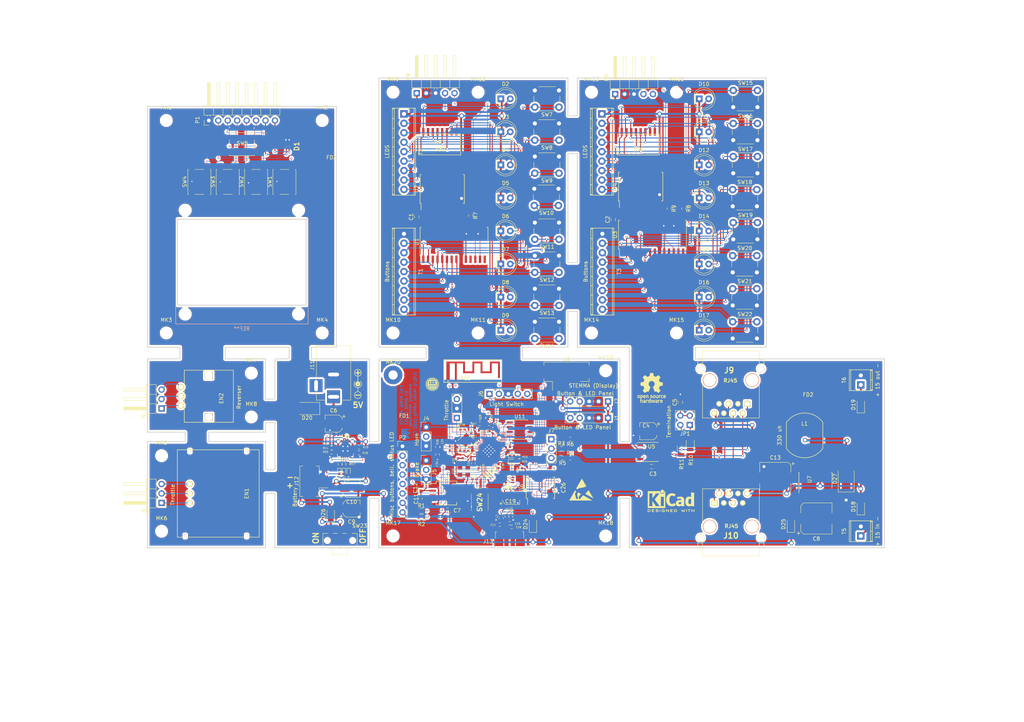
<source format=kicad_pcb>
(kicad_pcb (version 4) (host pcbnew 4.0.7+dfsg1-1ubuntu2)
  (layers (0 F.Cu signal) (31 B.Cu signal) (34 B.Paste user) (35 F.Paste user) (36 B.SilkS user) (37 F.SilkS user) (38 B.Mask user) (39 F.Mask user) (44 Edge.Cuts user))
  (net 0 "")
  (net 1 "Net-(AE1-Pad1)")
  (net 2 GND)
  (net 3 +3V3)
  (net 4 "Net-(C5-Pad1)")
  (net 5 "Net-(C6-Pad1)")
  (net 6 +5V)
  (net 7 "Net-(C8-Pad1)")
  (net 8 "Net-(C9-Pad1)")
  (net 9 "Net-(C10-Pad1)")
  (net 10 "Net-(C11-Pad1)")
  (net 11 +12V)
  (net 12 "Net-(C14-Pad2)")
  (net 13 "Net-(C15-Pad1)")
  (net 14 VBUS)
  (net 15 "/Processor Section/VDD3P3")
  (net 16 "Net-(C18-Pad1)")
  (net 17 "/Processor Section/Antenna")
  (net 18 "Net-(C26-Pad1)")
  (net 19 /RST)
  (net 20 "Net-(C31-Pad1)")
  (net 21 /Brake)
  (net 22 "Net-(C32-Pad1)")
  (net 23 "Net-(C33-Pad1)")
  (net 24 /Horn)
  (net 25 "Net-(C34-Pad1)")
  (net 26 "Net-(C35-Pad2)")
  (net 27 "Net-(C36-Pad2)")
  (net 28 "Net-(D1-Pad1)")
  (net 29 "Net-(D1-Pad3)")
  (net 30 +BATT)
  (net 31 "Net-(D2-Pad2)")
  (net 32 "Net-(D3-Pad2)")
  (net 33 "Net-(D4-Pad2)")
  (net 34 "Net-(D5-Pad2)")
  (net 35 "Net-(D6-Pad2)")
  (net 36 "Net-(D7-Pad2)")
  (net 37 "Net-(D8-Pad2)")
  (net 38 "Net-(D9-Pad2)")
  (net 39 "Net-(D10-Pad2)")
  (net 40 "Net-(D11-Pad2)")
  (net 41 "Net-(D12-Pad2)")
  (net 42 "Net-(D13-Pad2)")
  (net 43 "Net-(D14-Pad2)")
  (net 44 "Net-(D15-Pad2)")
  (net 45 "Net-(D16-Pad2)")
  (net 46 "Net-(D17-Pad2)")
  (net 47 "Net-(D18-Pad1)")
  (net 48 "Net-(D19-Pad2)")
  (net 49 "Net-(D21-Pad1)")
  (net 50 "Net-(D22-Pad1)")
  (net 51 "Net-(D23-Pad1)")
  (net 52 "Net-(D26-Pad1)")
  (net 53 "Net-(D27-Pad2)")
  (net 54 "Net-(D28-Pad2)")
  (net 55 "/Processor Section/GPIO2(Act2)")
  (net 56 "Net-(D29-Pad2)")
  (net 57 "/Processor Section/GPIO15(Act1)")
  (net 58 "Net-(EN1-Pad1)")
  (net 59 "Net-(EN1-Pad2)")
  (net 60 "Net-(EN1-Pad3)")
  (net 61 /SCL)
  (net 62 /SDA)
  (net 63 /L_Off)
  (net 64 /L_Dim)
  (net 65 /L_Bright)
  (net 66 /L_Ditch)
  (net 67 "Net-(J7-Pad1)")
  (net 68 /Reverser)
  (net 69 "Net-(J7-Pad3)")
  (net 70 /ThrottleB)
  (net 71 /ThrottleA)
  (net 72 "/CAN Transceiver/CANH")
  (net 73 "/CAN Transceiver/CANL")
  (net 74 "Net-(J10-Pad4)")
  (net 75 "Net-(J10-Pad5)")
  (net 76 "Net-(J11-Pad3)")
  (net 77 "Net-(J13-Pad4)")
  (net 78 "Net-(JP1-Pad1)")
  (net 79 "Net-(JP1-Pad2)")
  (net 80 "Net-(MK20-Pad1)")
  (net 81 "Net-(P1-Pad2)")
  (net 82 "Net-(P1-Pad3)")
  (net 83 "Net-(P1-Pad4)")
  (net 84 "Net-(P1-Pad5)")
  (net 85 "Net-(P1-Pad6)")
  (net 86 /Button_A)
  (net 87 /Button_B)
  (net 88 /Button_C)
  (net 89 /Button_D)
  (net 90 /Bell)
  (net 91 "Net-(P2-Pad7)")
  (net 92 "Net-(P2-Pad8)")
  (net 93 "Net-(EN2-Pad3)")
  (net 94 "Net-(EN2-Pad2)")
  (net 95 "Net-(EN2-Pad1)")
  (net 96 "Net-(P8-Pad4)")
  (net 97 "Net-(P8-Pad5)")
  (net 98 "Net-(P9-Pad4)")
  (net 99 "Net-(P9-Pad5)")
  (net 100 "/Processor Section/RTS")
  (net 101 "/Processor Section/DTR")
  (net 102 /Status_G)
  (net 103 /Status_R)
  (net 104 "Net-(R4-Pad2)")
  (net 105 "Net-(R7-Pad2)")
  (net 106 "Net-(R8-Pad2)")
  (net 107 "Net-(R9-Pad2)")
  (net 108 "Net-(R12-Pad1)")
  (net 109 "Net-(R14-Pad1)")
  (net 110 "Net-(R15-Pad1)")
  (net 111 "Net-(R16-Pad1)")
  (net 112 "Net-(R17-Pad1)")
  (net 113 "Net-(R18-Pad1)")
  (net 114 "Net-(R19-Pad1)")
  (net 115 "Net-(R20-Pad1)")
  (net 116 "Net-(R21-Pad1)")
  (net 117 "Net-(R22-Pad1)")
  (net 118 "/Processor Section/TX")
  (net 119 "Net-(R28-Pad2)")
  (net 120 "/Processor Section/RX")
  (net 121 "Net-(R29-Pad2)")
  (net 122 "Net-(RP1-Pad1)")
  (net 123 "Net-(RP1-Pad2)")
  (net 124 "Net-(RP1-Pad3)")
  (net 125 "Net-(RP1-Pad4)")
  (net 126 "Net-(RP1-Pad5)")
  (net 127 "Net-(RP1-Pad6)")
  (net 128 "Net-(RP1-Pad7)")
  (net 129 "Net-(RP1-Pad8)")
  (net 130 "Net-(RP2-Pad1)")
  (net 131 "Net-(RP2-Pad2)")
  (net 132 "Net-(RP2-Pad3)")
  (net 133 "Net-(RP2-Pad4)")
  (net 134 "Net-(RP2-Pad5)")
  (net 135 "Net-(RP2-Pad6)")
  (net 136 "Net-(RP2-Pad7)")
  (net 137 "Net-(RP2-Pad8)")
  (net 138 "Net-(SW7-Pad1)")
  (net 139 "Net-(SW8-Pad1)")
  (net 140 "Net-(SW9-Pad1)")
  (net 141 "Net-(SW10-Pad1)")
  (net 142 "Net-(SW11-Pad1)")
  (net 143 "Net-(SW12-Pad1)")
  (net 144 "Net-(SW13-Pad1)")
  (net 145 "Net-(SW14-Pad1)")
  (net 146 "Net-(SW15-Pad1)")
  (net 147 "Net-(SW16-Pad1)")
  (net 148 "Net-(SW17-Pad1)")
  (net 149 "Net-(SW18-Pad1)")
  (net 150 "Net-(SW19-Pad1)")
  (net 151 "Net-(SW20-Pad1)")
  (net 152 "Net-(SW21-Pad1)")
  (net 153 "Net-(SW22-Pad1)")
  (net 154 "Net-(SW23-Pad3)")
  (net 155 "Net-(U1-Pad19)")
  (net 156 "Net-(U1-Pad20)")
  (net 157 "Net-(U1-Pad21)")
  (net 158 "Net-(U1-Pad22)")
  (net 159 "Net-(U1-Pad23)")
  (net 160 "Net-(U1-Pad24)")
  (net 161 "Net-(U1-Pad25)")
  (net 162 "Net-(U1-Pad26)")
  (net 163 "Net-(U1-Pad27)")
  (net 164 "Net-(U1-Pad28)")
  (net 165 "Net-(U3-Pad19)")
  (net 166 "Net-(U3-Pad20)")
  (net 167 "Net-(U3-Pad21)")
  (net 168 "Net-(U3-Pad22)")
  (net 169 "Net-(U3-Pad23)")
  (net 170 "Net-(U3-Pad24)")
  (net 171 "Net-(U3-Pad25)")
  (net 172 "Net-(U3-Pad26)")
  (net 173 "Net-(U3-Pad27)")
  (net 174 "Net-(U3-Pad28)")
  (net 175 /CAN_TX)
  (net 176 /CAN_RX)
  (net 177 "Net-(U5-Pad5)")
  (net 178 "Net-(U5-Pad8)")
  (net 179 "Net-(U7-Pad1)")
  (net 180 "Net-(U7-Pad2)")
  (net 181 "Net-(U7-Pad7)")
  (net 182 "Net-(U7-Pad8)")
  (net 183 "Net-(U7-Pad9)")
  (net 184 "Net-(U7-Pad11)")
  (net 185 "Net-(U7-Pad13)")
  (net 186 "Net-(U7-Pad14)")
  (net 187 "Net-(U8-Pad3)")
  (net 188 "Net-(U8-Pad5)")
  (net 189 "Net-(U8-Pad7)")
  (net 190 "Net-(U9-Pad5)")
  (net 191 "Net-(U9-Pad7)")
  (net 192 "Net-(U9-Pad8)")
  (net 193 "Net-(U9-Pad9)")
  (net 194 "Net-(U9-Pad10)")
  (net 195 "Net-(U9-Pad17)")
  (net 196 "Net-(U9-Pad18)")
  (net 197 "Net-(U9-Pad19)")
  (net 198 "Net-(U10-Pad17)")
  (net 199 "Net-(U10-Pad20)")
  (net 200 "Net-(U10-Pad28)")
  (net 201 "Net-(U10-Pad29)")
  (net 202 "Net-(U10-Pad30)")
  (net 203 "Net-(U10-Pad31)")
  (net 204 "Net-(U10-Pad32)")
  (net 205 "Net-(U10-Pad33)")
  (module Capacitors_SMD:CP_Elec_4x5.7 (layer F.Cu) (at 105.686 135.89)
    (fp_text reference C10 (at 0 3.54) (layer F.SilkS))
    (fp_text value 4.7uf)
    (fp_text user + (at -2.77 2.01) (layer F.SilkS))
    (pad 1 smd rect (at -1.8 0 180) (size 2.6 1.6) (layers F.Cu F.Paste F.Mask) (net 9 "Net-(C10-Pad1)"))
    (pad 2 smd rect (at 1.8 0 180) (size 2.6 1.6) (layers F.Cu F.Paste F.Mask) (net 2 GND))
  )
  (module Antenna:Antenna (layer F.Cu) (at 131.61 106.82)
    (fp_text reference AE1 (at 4.75 -0.65) (layer F.SilkS))
    (fp_text value Antenna_Shield)
    (pad "" smd rect (at 0 -2.2) (size 0.9 4.9) (layers F.Cu))
    (pad 1 smd rect (at 2.1 -2.2) (size 0.5 4.9) (layers F.Cu) (net 1 "Net-(AE1-Pad1)"))
    (pad 1 smd rect (at 2.05 -4.9) (size 5 0.5) (layers F.Cu) (net 1 "Net-(AE1-Pad1)"))
    (pad 1 smd rect (at 4.3 -3.33) (size 0.5 2.64) (layers F.Cu) (net 1 "Net-(AE1-Pad1)"))
    (pad 1 smd rect (at 5.55 -2.26) (size 2 0.5) (layers F.Cu) (net 1 "Net-(AE1-Pad1)"))
    (pad 1 smd rect (at 6.8 -3.33) (size 0.5 2.64) (layers F.Cu) (net 1 "Net-(AE1-Pad1)"))
    (pad 1 smd rect (at 7.9 -4.9) (size 2.7 0.5) (layers F.Cu) (net 1 "Net-(AE1-Pad1)"))
    (pad 1 smd rect (at 9 -3.33) (size 0.5 2.64) (layers F.Cu) (net 1 "Net-(AE1-Pad1)"))
    (pad 1 smd rect (at 10.25 -2.26) (size 2 0.5) (layers F.Cu) (net 1 "Net-(AE1-Pad1)"))
    (pad 1 smd rect (at 11.5 -3.33) (size 0.5 2.64) (layers F.Cu) (net 1 "Net-(AE1-Pad1)"))
    (pad 1 smd rect (at 12.6 -4.9) (size 2.7 0.5) (layers F.Cu) (net 1 "Net-(AE1-Pad1)"))
    (pad 1 smd rect (at 13.7 -2.68) (size 0.5 3.94) (layers F.Cu) (net 1 "Net-(AE1-Pad1)"))
    (pad 2 thru_hole rect (at 0 0) (size 0.9 0.5) (drill 0.3) (layers *.Cu *.Mask) (net 2 GND))
    (pad 1 smd rect (at 2.1 0) (size 0.5 0.5) (layers F.Cu F.Paste F.Mask) (net 1 "Net-(AE1-Pad1)"))
  )
  (module Capacitors_SMD:C_0603 (layer F.Cu) (at 123.19 62.75 90)
    (fp_text reference C1 (at 0 -1.5 90) (layer F.SilkS))
    (fp_text value ".1 uf")
    (pad 2 smd rect (at 0.75 0 90) (size 0.8 0.75) (layers F.Cu F.Paste F.Mask) (net 3 +3V3))
    (pad 1 smd rect (at -0.75 0 90) (size 0.8 0.75) (layers F.Cu F.Paste F.Mask) (net 2 GND))
  )
  (module Capacitors_SMD:C_0603 (layer F.Cu) (at 176.022 63.488 90)
    (fp_text reference C2 (at 0 -1.5 90) (layer F.SilkS))
    (fp_text value ".1 uf")
    (pad 2 smd rect (at 0.75 0 90) (size 0.8 0.75) (layers F.Cu F.Paste F.Mask) (net 3 +3V3))
    (pad 1 smd rect (at -0.75 0 90) (size 0.8 0.75) (layers F.Cu F.Paste F.Mask) (net 2 GND))
  )
  (module Capacitors_SMD:C_0603 (layer F.Cu) (at 186.309 129.921)
    (fp_text reference C3 (at 0.381 1.9685) (layer F.SilkS))
    (fp_text value ".1 uf")
    (pad 2 smd rect (at 0.75 0) (size 0.8 0.75) (layers F.Cu F.Paste F.Mask) (net 2 GND))
    (pad 1 smd rect (at -0.75 0) (size 0.8 0.75) (layers F.Cu F.Paste F.Mask) (net 3 +3V3))
  )
  (module Capacitors_SMD:CP_Elec_4x5.7 (layer F.Cu) (at 185.442 120.396 180)
    (fp_text reference C4 (at 0.5935 1.4605 180) (layer F.SilkS))
    (fp_text value "15 uf 63V")
    (fp_text user + (at -2.77 2.01 180) (layer F.SilkS))
    (pad 1 smd rect (at -1.8 0) (size 2.6 1.6) (layers F.Cu F.Paste F.Mask) (net 3 +3V3))
    (pad 2 smd rect (at 1.8 0) (size 2.6 1.6) (layers F.Cu F.Paste F.Mask) (net 2 GND))
  )
  (module Capacitors_SMD:C_0603 (layer F.Cu) (at 194.056 112.637 90)
    (fp_text reference C5 (at 0 -1.5 90) (layer F.SilkS))
    (fp_text value "47 nf")
    (pad 2 smd rect (at 0.75 0 90) (size 0.8 0.75) (layers F.Cu F.Paste F.Mask) (net 2 GND))
    (pad 1 smd rect (at -0.75 0 90) (size 0.8 0.75) (layers F.Cu F.Paste F.Mask) (net 4 "Net-(C5-Pad1)"))
  )
  (module Capacitors_SMD:CP_Elec_4x5.7 (layer F.Cu) (at 100.86 118.364 180)
    (fp_text reference C6 (at 0 3.54 180) (layer F.SilkS))
    (fp_text value 10uf)
    (fp_text user + (at -2.77 2.01 180) (layer F.SilkS))
    (pad 1 smd rect (at -1.8 0) (size 2.6 1.6) (layers F.Cu F.Paste F.Mask) (net 5 "Net-(C6-Pad1)"))
    (pad 2 smd rect (at 1.8 0) (size 2.6 1.6) (layers F.Cu F.Paste F.Mask) (net 2 GND))
  )
  (module Capacitors_SMD:C_0402 (layer F.Cu) (at 131.445 141.478)
    (fp_text reference C7 (at 2.6035 0.254) (layer F.SilkS))
    (fp_text value .1uf)
    (pad 1 smd rect (at -0.55 0) (size 0.6 0.5) (layers F.Cu F.Paste F.Mask) (net 2 GND))
    (pad 2 smd rect (at 0.55 0) (size 0.6 0.5) (layers F.Cu F.Paste F.Mask) (net 6 +5V))
  )
  (module Capacitors_SMD:CP_Elec_8x10 (layer F.Cu) (at 230.632 143.891)
    (fp_text reference C8 (at 0 5.45) (layer F.SilkS))
    (fp_text value "220 uf 25V")
    (fp_text user + (at -4.78 3.9) (layer F.SilkS))
    (pad 1 smd rect (at -3.05 0 180) (size 4 2.5) (layers F.Cu F.Paste F.Mask) (net 7 "Net-(C8-Pad1)"))
    (pad 2 smd rect (at 3.05 0 180) (size 4 2.5) (layers F.Cu F.Paste F.Mask) (net 2 GND))
  )
  (module Capacitors_SMD:CP_Elec_4x5.7 (layer F.Cu) (at 105.686 141.224)
    (fp_text reference C9 (at 0 3.54) (layer F.SilkS))
    (fp_text value 4.7uf)
    (fp_text user + (at -2.77 2.01) (layer F.SilkS))
    (pad 1 smd rect (at -1.8 0 180) (size 2.6 1.6) (layers F.Cu F.Paste F.Mask) (net 8 "Net-(C9-Pad1)"))
    (pad 2 smd rect (at 1.8 0 180) (size 2.6 1.6) (layers F.Cu F.Paste F.Mask) (net 2 GND))
  )
  (module Capacitors_SMD:C_0402 (layer F.Cu) (at 124.206 138.557 90)
    (fp_text reference C11 (at -0.0635 -1.2065 90) (layer F.SilkS))
    (fp_text value 470pf)
    (pad 1 smd rect (at -0.55 0 90) (size 0.6 0.5) (layers F.Cu F.Paste F.Mask) (net 10 "Net-(C11-Pad1)"))
    (pad 2 smd rect (at 0.55 0 90) (size 0.6 0.5) (layers F.Cu F.Paste F.Mask) (net 2 GND))
  )
  (module MyCaps:C_0603_POL (layer F.Cu) (at 124.333 135.751 270)
    (fp_text reference C12 (at -0.115 1.524 270) (layer F.SilkS))
    (fp_text value 1uf)
    (fp_text user + (at -1.8288 -0.0635 270) (layer F.SilkS) (effects (font (size 0.75 0.75))))
    (pad 2 smd rect (at 0.75 0 270) (size 0.8 0.75) (layers F.Cu F.Paste F.Mask) (net 2 GND))
    (pad 1 smd rect (at -0.75 0 270) (size 0.8 0.75) (layers F.Cu F.Paste F.Mask) (net 3 +3V3))
  )
  (module Capacitors_SMD:CP_Elec_8x10 (layer F.Cu) (at 219.583 132.969 180)
    (fp_text reference C13 (at 0 5.45 180) (layer F.SilkS))
    (fp_text value "22 uf 100V")
    (fp_text user + (at -4.78 3.9 180) (layer F.SilkS))
    (pad 1 smd rect (at -3.05 0) (size 4 2.5) (layers F.Cu F.Paste F.Mask) (net 11 +12V))
    (pad 2 smd rect (at 3.05 0) (size 4 2.5) (layers F.Cu F.Paste F.Mask) (net 2 GND))
  )
  (module Capacitors_SMD:C_0402 (layer F.Cu) (at 145.542 145.542)
    (fp_text reference C14 (at -1.8415 0.0635) (layer F.SilkS) (effects (font (size 0.5 0.5) (thickness 0.075))))
    (fp_text value 10pf)
    (pad 1 smd rect (at -0.55 0) (size 0.6 0.5) (layers F.Cu F.Paste F.Mask) (net 2 GND))
    (pad 2 smd rect (at 0.55 0) (size 0.6 0.5) (layers F.Cu F.Paste F.Mask) (net 12 "Net-(C14-Pad2)"))
  )
  (module Capacitors_SMD:C_0402 (layer F.Cu) (at 148.167 145.161)
    (fp_text reference C15 (at 2.1375 0.127) (layer F.SilkS) (effects (font (size 0.5 0.5) (thickness 0.075))))
    (fp_text value 47pf)
    (pad 1 smd rect (at -0.55 0) (size 0.6 0.5) (layers F.Cu F.Paste F.Mask) (net 13 "Net-(C15-Pad1)"))
    (pad 2 smd rect (at 0.55 0) (size 0.6 0.5) (layers F.Cu F.Paste F.Mask) (net 2 GND))
  )
  (module Capacitors_SMD:C_0402 (layer F.Cu) (at 151.511 130.937 90)
    (fp_text reference C16 (at 0.127 -1.2065 270) (layer F.SilkS) (effects (font (size 0.5 0.5) (thickness 0.075))))
    (fp_text value 100nf)
    (pad 1 smd rect (at -0.55 0 90) (size 0.6 0.5) (layers F.Cu F.Paste F.Mask) (net 2 GND))
    (pad 2 smd rect (at 0.55 0 90) (size 0.6 0.5) (layers F.Cu F.Paste F.Mask) (net 14 VBUS))
  )
  (module Capacitors_SMD:C_0805 (layer F.Cu) (at 136.906 131.1435 270)
    (fp_text reference C17 (at 0 -1.5 270) (layer F.SilkS) (effects (font (size 0.5 0.5) (thickness 0.075))))
    (fp_text value 10uf)
    (pad 1 smd rect (at -1 0 270) (size 1 1.25) (layers F.Cu F.Paste F.Mask) (net 15 "/Processor Section/VDD3P3"))
    (pad 2 smd rect (at 1 0 270) (size 1 1.25) (layers F.Cu F.Paste F.Mask) (net 2 GND))
  )
  (module Capacitors_SMD:C_0402 (layer F.Cu) (at 148.717 146.177)
    (fp_text reference C18 (at 1.8415 0.0635) (layer F.SilkS) (effects (font (size 0.5 0.5) (thickness 0.075))))
    (fp_text value 47pf)
    (pad 1 smd rect (at -0.55 0) (size 0.6 0.5) (layers F.Cu F.Paste F.Mask) (net 16 "Net-(C18-Pad1)"))
    (pad 2 smd rect (at 0.55 0) (size 0.6 0.5) (layers F.Cu F.Paste F.Mask) (net 2 GND))
  )
  (module Capacitors_SMD:CP_Elec_4x5.7 (layer F.Cu) (at 148.59 137.795)
    (fp_text reference C19 (at -0.1905 1.4605) (layer F.SilkS))
    (fp_text value 4.7uf)
    (fp_text user + (at -2.77 2.01) (layer F.SilkS))
    (pad 1 smd rect (at -1.8 0 180) (size 2.6 1.6) (layers F.Cu F.Paste F.Mask) (net 14 VBUS))
    (pad 2 smd rect (at 1.8 0 180) (size 2.6 1.6) (layers F.Cu F.Paste F.Mask) (net 2 GND))
  )
  (module Capacitors_SMD:C_0805 (layer F.Cu) (at 134.8105 131.1435 270)
    (fp_text reference C20 (at 0.0475 1.8415 270) (layer F.SilkS) (effects (font (size 0.5 0.5) (thickness 0.075))))
    (fp_text value 10uf)
    (pad 1 smd rect (at -1 0 270) (size 1 1.25) (layers F.Cu F.Paste F.Mask) (net 15 "/Processor Section/VDD3P3"))
    (pad 2 smd rect (at 1 0 270) (size 1 1.25) (layers F.Cu F.Paste F.Mask) (net 2 GND))
  )
  (module Capacitors_SMD:C_0402 (layer F.Cu) (at 134.366 128.27 90)
    (fp_text reference C21 (at 0 -1.27 90) (layer F.SilkS) (effects (font (size 0.5 0.5) (thickness 0.075))))
    (fp_text value 1uf)
    (pad 1 smd rect (at -0.55 0 90) (size 0.6 0.5) (layers F.Cu F.Paste F.Mask) (net 15 "/Processor Section/VDD3P3"))
    (pad 2 smd rect (at 0.55 0 90) (size 0.6 0.5) (layers F.Cu F.Paste F.Mask) (net 2 GND))
  )
  (module Capacitors_SMD:C_0402 (layer F.Cu) (at 137.583 125.6665 180)
    (fp_text reference C22 (at 0.042 -0.5715 180) (layer F.SilkS) (effects (font (size 0.5 0.5) (thickness 0.075))))
    (fp_text value 100nf)
    (pad 1 smd rect (at -0.55 0 180) (size 0.6 0.5) (layers F.Cu F.Paste F.Mask) (net 3 +3V3))
    (pad 2 smd rect (at 0.55 0 180) (size 0.6 0.5) (layers F.Cu F.Paste F.Mask) (net 2 GND))
  )
  (module Capacitors_SMD:C_0402 (layer F.Cu) (at 135.5725 128.228 90)
    (fp_text reference C23 (at 2.625 -1.4605 90) (layer F.SilkS) (effects (font (size 0.5 0.5) (thickness 0.075))))
    (fp_text value 100nf)
    (pad 1 smd rect (at -0.55 0 90) (size 0.6 0.5) (layers F.Cu F.Paste F.Mask) (net 15 "/Processor Section/VDD3P3"))
    (pad 2 smd rect (at 0.55 0 90) (size 0.6 0.5) (layers F.Cu F.Paste F.Mask) (net 2 GND))
  )
  (module Capacitors_SMD:C_0402 (layer F.Cu) (at 132.08 125.053 90)
    (fp_text reference C24 (at 0.085 0.762 90) (layer F.SilkS) (effects (font (size 0.5 0.5) (thickness 0.075))))
    (fp_text value 5.8pf)
    (pad 1 smd rect (at -0.55 0 90) (size 0.6 0.5) (layers F.Cu F.Paste F.Mask) (net 17 "/Processor Section/Antenna"))
    (pad 2 smd rect (at 0.55 0 90) (size 0.6 0.5) (layers F.Cu F.Paste F.Mask) (net 1 "Net-(AE1-Pad1)"))
  )
  (module Capacitors_SMD:C_0402 (layer F.Cu) (at 139.8905 120.7135 90)
    (fp_text reference C25 (at 0 0.889 90) (layer F.SilkS) (effects (font (size 0.5 0.5) (thickness 0.075))))
    (fp_text value 1uf)
    (pad 1 smd rect (at -0.55 0 90) (size 0.6 0.5) (layers F.Cu F.Paste F.Mask) (net 3 +3V3))
    (pad 2 smd rect (at 0.55 0 90) (size 0.6 0.5) (layers F.Cu F.Paste F.Mask) (net 2 GND))
  )
  (module Capacitors_SMD:C_0402 (layer F.Cu) (at 161.3535 135.6145 270)
    (fp_text reference C26 (at 0 -1.27 270) (layer F.SilkS))
    (fp_text value 100nf)
    (pad 1 smd rect (at -0.55 0 270) (size 0.6 0.5) (layers F.Cu F.Paste F.Mask) (net 18 "Net-(C26-Pad1)"))
    (pad 2 smd rect (at 0.55 0 270) (size 0.6 0.5) (layers F.Cu F.Paste F.Mask) (net 2 GND))
  )
  (module Capacitors_SMD:C_0402 (layer F.Cu) (at 138.43 121.031 180)
    (fp_text reference C27 (at -0.254 -0.8255 180) (layer F.SilkS) (effects (font (size 0.5 0.5) (thickness 0.075))))
    (fp_text value 100pf)
    (pad 1 smd rect (at -0.55 0 180) (size 0.6 0.5) (layers F.Cu F.Paste F.Mask) (net 3 +3V3))
    (pad 2 smd rect (at 0.55 0 180) (size 0.6 0.5) (layers F.Cu F.Paste F.Mask) (net 2 GND))
  )
  (module Capacitors_SMD:C_0402 (layer F.Cu) (at 145.161 129.7725 270)
    (fp_text reference C28 (at 0 -1.27 270) (layer F.SilkS) (effects (font (size 0.5 0.5) (thickness 0.075))))
    (fp_text value 100nf)
    (pad 1 smd rect (at -0.55 0 270) (size 0.6 0.5) (layers F.Cu F.Paste F.Mask) (net 3 +3V3))
    (pad 2 smd rect (at 0.55 0 270) (size 0.6 0.5) (layers F.Cu F.Paste F.Mask) (net 2 GND))
  )
  (module Capacitors_SMD:C_0402 (layer F.Cu) (at 138.726 133.35 180)
    (fp_text reference C29 (at 0.042 0.762 180) (layer F.SilkS) (effects (font (size 0.5 0.5) (thickness 0.075))))
    (fp_text value 1uf)
    (pad 1 smd rect (at -0.55 0 180) (size 0.6 0.5) (layers F.Cu F.Paste F.Mask) (net 19 /RST))
    (pad 2 smd rect (at 0.55 0 180) (size 0.6 0.5) (layers F.Cu F.Paste F.Mask) (net 2 GND))
  )
  (module Capacitors_SMD:C_0402 (layer F.Cu) (at 143.637 120.5445 90)
    (fp_text reference C30 (at 0 -1.27 90) (layer F.SilkS) (effects (font (size 0.5 0.5) (thickness 0.075))))
    (fp_text value 100nf)
    (pad 1 smd rect (at -0.55 0 90) (size 0.6 0.5) (layers F.Cu F.Paste F.Mask) (net 3 +3V3))
    (pad 2 smd rect (at 0.55 0 90) (size 0.6 0.5) (layers F.Cu F.Paste F.Mask) (net 2 GND))
  )
  (module Capacitors_SMD:C_0402 (layer F.Cu) (at 139.827 129.8155 270)
    (fp_text reference C31 (at 0 -1.27 270) (layer F.SilkS) (effects (font (size 0.5 0.5) (thickness 0.075))))
    (fp_text value 270pf)
    (pad 1 smd rect (at -0.55 0 270) (size 0.6 0.5) (layers F.Cu F.Paste F.Mask) (net 20 "Net-(C31-Pad1)"))
    (pad 2 smd rect (at 0.55 0 270) (size 0.6 0.5) (layers F.Cu F.Paste F.Mask) (net 21 /Brake))
  )
  (module Capacitors_SMD:C_0402 (layer F.Cu) (at 128.778 126.6405 270)
    (fp_text reference C32 (at 2.582 0.127 270) (layer F.SilkS) (effects (font (size 0.5 0.5) (thickness 0.075))))
    (fp_text value 10nf)
    (pad 1 smd rect (at -0.55 0 270) (size 0.6 0.5) (layers F.Cu F.Paste F.Mask) (net 22 "Net-(C32-Pad1)"))
    (pad 2 smd rect (at 0.55 0 270) (size 0.6 0.5) (layers F.Cu F.Paste F.Mask) (net 2 GND))
  )
  (module Capacitors_SMD:C_0402 (layer F.Cu) (at 138.43 129.032 90)
    (fp_text reference C33 (at 0 -1.27 90) (layer F.SilkS) (effects (font (size 0.5 0.5) (thickness 0.075))))
    (fp_text value 270pf)
    (pad 1 smd rect (at -0.55 0 90) (size 0.6 0.5) (layers F.Cu F.Paste F.Mask) (net 23 "Net-(C33-Pad1)"))
    (pad 2 smd rect (at 0.55 0 90) (size 0.6 0.5) (layers F.Cu F.Paste F.Mask) (net 24 /Horn))
  )
  (module Capacitors_SMD:C_0402 (layer F.Cu) (at 129.9845 124.672 270)
    (fp_text reference C34 (at -1.5455 -0.0635 270) (layer F.SilkS) (effects (font (size 0.5 0.5) (thickness 0.075))))
    (fp_text value 3nf)
    (pad 1 smd rect (at -0.55 0 270) (size 0.6 0.5) (layers F.Cu F.Paste F.Mask) (net 25 "Net-(C34-Pad1)"))
    (pad 2 smd rect (at 0.55 0 270) (size 0.6 0.5) (layers F.Cu F.Paste F.Mask) (net 22 "Net-(C32-Pad1)"))
  )
  (module Capacitors_SMD:C_0402 (layer F.Cu) (at 135.4455 125.6665)
    (fp_text reference C35 (at 0 -1.27) (layer F.SilkS) (effects (font (size 0.5 0.5) (thickness 0.075))))
    (fp_text value 22pf)
    (pad 1 smd rect (at -0.55 0) (size 0.6 0.5) (layers F.Cu F.Paste F.Mask) (net 2 GND))
    (pad 2 smd rect (at 0.55 0) (size 0.6 0.5) (layers F.Cu F.Paste F.Mask) (net 26 "Net-(C35-Pad2)"))
  )
  (module Capacitors_SMD:C_0402 (layer F.Cu) (at 135.509 119.9515)
    (fp_text reference C36 (at 0 -1.27) (layer F.SilkS) (effects (font (size 0.5 0.5) (thickness 0.075))))
    (fp_text value 22pf)
    (pad 1 smd rect (at -0.55 0) (size 0.6 0.5) (layers F.Cu F.Paste F.Mask) (net 2 GND))
    (pad 2 smd rect (at 0.55 0) (size 0.6 0.5) (layers F.Cu F.Paste F.Mask) (net 27 "Net-(C36-Pad2)"))
  )
  (module Capacitors_SMD:C_0402 (layer F.Cu) (at 147.701 124.6505)
    (fp_text reference C37 (at 0 -1.27) (layer F.SilkS) (effects (font (size 0.5 0.5) (thickness 0.075))))
    (fp_text value 1uf)
    (pad 1 smd rect (at -0.55 0) (size 0.6 0.5) (layers F.Cu F.Paste F.Mask) (net 3 +3V3))
    (pad 2 smd rect (at 0.55 0) (size 0.6 0.5) (layers F.Cu F.Paste F.Mask) (net 2 GND))
  )
  (module APHB1608CGKSURKC:APHB1608CGKSURKC (layer F.Cu) (at 88.55 43.78 270)
    (fp_text reference D1 (at 0 -2.382 270) (layer F.SilkS) (effects (font (size 1.27 1.27) (thickness 0.254))))
    (fp_text value Status hide)
    (pad 1 smd rect (at 0.6 0.35) (size 0.4 0.5) (layers F.Cu F.Paste F.Mask) (net 28 "Net-(D1-Pad1)"))
    (pad 2 smd rect (at -0.6 0.35) (size 0.4 0.5) (layers F.Cu F.Paste F.Mask) (net 2 GND))
    (pad 3 smd rect (at 0.6 -0.35) (size 0.4 0.5) (layers F.Cu F.Paste F.Mask) (net 29 "Net-(D1-Pad3)"))
    (pad 4 smd rect (at -0.6 -0.35) (size 0.4 0.5) (layers F.Cu F.Paste F.Mask) (net 2 GND))
  )
  (module LEDs:LED_D5.0mm (layer F.Cu) (at 145.796 30.988)
    (fp_text reference D2 (at 1.27 -3.96) (layer F.SilkS))
    (fp_text value LED)
    (pad 1 thru_hole rect (at 0 0) (size 1.8 1.8) (drill 0.9) (layers *.Cu *.Mask) (net 30 +BATT))
    (pad 2 thru_hole circle (at 2.54 0) (size 1.8 1.8) (drill 0.9) (layers *.Cu *.Mask) (net 31 "Net-(D2-Pad2)"))
  )
  (module LEDs:LED_D5.0mm (layer F.Cu) (at 145.796 39.878)
    (fp_text reference D3 (at 1.27 -3.96) (layer F.SilkS))
    (fp_text value LED)
    (pad 1 thru_hole rect (at 0 0) (size 1.8 1.8) (drill 0.9) (layers *.Cu *.Mask) (net 30 +BATT))
    (pad 2 thru_hole circle (at 2.54 0) (size 1.8 1.8) (drill 0.9) (layers *.Cu *.Mask) (net 32 "Net-(D3-Pad2)"))
  )
  (module LEDs:LED_D5.0mm (layer F.Cu) (at 145.796 48.768)
    (fp_text reference D4 (at 1.27 -3.96) (layer F.SilkS))
    (fp_text value LED)
    (pad 1 thru_hole rect (at 0 0) (size 1.8 1.8) (drill 0.9) (layers *.Cu *.Mask) (net 30 +BATT))
    (pad 2 thru_hole circle (at 2.54 0) (size 1.8 1.8) (drill 0.9) (layers *.Cu *.Mask) (net 33 "Net-(D4-Pad2)"))
  )
  (module LEDs:LED_D5.0mm (layer F.Cu) (at 145.796 57.658)
    (fp_text reference D5 (at 1.27 -3.96) (layer F.SilkS))
    (fp_text value LED)
    (pad 1 thru_hole rect (at 0 0) (size 1.8 1.8) (drill 0.9) (layers *.Cu *.Mask) (net 30 +BATT))
    (pad 2 thru_hole circle (at 2.54 0) (size 1.8 1.8) (drill 0.9) (layers *.Cu *.Mask) (net 34 "Net-(D5-Pad2)"))
  )
  (module LEDs:LED_D5.0mm (layer F.Cu) (at 145.796 66.548)
    (fp_text reference D6 (at 1.27 -3.96) (layer F.SilkS))
    (fp_text value LED)
    (pad 1 thru_hole rect (at 0 0) (size 1.8 1.8) (drill 0.9) (layers *.Cu *.Mask) (net 30 +BATT))
    (pad 2 thru_hole circle (at 2.54 0) (size 1.8 1.8) (drill 0.9) (layers *.Cu *.Mask) (net 35 "Net-(D6-Pad2)"))
  )
  (module LEDs:LED_D5.0mm (layer F.Cu) (at 145.796 75.438)
    (fp_text reference D7 (at 1.27 -3.96) (layer F.SilkS))
    (fp_text value LED)
    (pad 1 thru_hole rect (at 0 0) (size 1.8 1.8) (drill 0.9) (layers *.Cu *.Mask) (net 30 +BATT))
    (pad 2 thru_hole circle (at 2.54 0) (size 1.8 1.8) (drill 0.9) (layers *.Cu *.Mask) (net 36 "Net-(D7-Pad2)"))
  )
  (module LEDs:LED_D5.0mm (layer F.Cu) (at 145.796 84.328)
    (fp_text reference D8 (at 1.27 -3.96) (layer F.SilkS))
    (fp_text value LED)
    (pad 1 thru_hole rect (at 0 0) (size 1.8 1.8) (drill 0.9) (layers *.Cu *.Mask) (net 30 +BATT))
    (pad 2 thru_hole circle (at 2.54 0) (size 1.8 1.8) (drill 0.9) (layers *.Cu *.Mask) (net 37 "Net-(D8-Pad2)"))
  )
  (module LEDs:LED_D5.0mm (layer F.Cu) (at 145.796 93.218)
    (fp_text reference D9 (at 1.27 -3.96) (layer F.SilkS))
    (fp_text value LED)
    (pad 1 thru_hole rect (at 0 0) (size 1.8 1.8) (drill 0.9) (layers *.Cu *.Mask) (net 30 +BATT))
    (pad 2 thru_hole circle (at 2.54 0) (size 1.8 1.8) (drill 0.9) (layers *.Cu *.Mask) (net 38 "Net-(D9-Pad2)"))
  )
  (module LEDs:LED_D5.0mm (layer F.Cu) (at 199.136 30.988)
    (fp_text reference D10 (at 1.27 -3.96) (layer F.SilkS))
    (fp_text value LED)
    (pad 1 thru_hole rect (at 0 0) (size 1.8 1.8) (drill 0.9) (layers *.Cu *.Mask) (net 30 +BATT))
    (pad 2 thru_hole circle (at 2.54 0) (size 1.8 1.8) (drill 0.9) (layers *.Cu *.Mask) (net 39 "Net-(D10-Pad2)"))
  )
  (module LEDs:LED_D5.0mm (layer F.Cu) (at 199.136 39.878)
    (fp_text reference D11 (at 1.27 -3.96) (layer F.SilkS))
    (fp_text value LED)
    (pad 1 thru_hole rect (at 0 0) (size 1.8 1.8) (drill 0.9) (layers *.Cu *.Mask) (net 30 +BATT))
    (pad 2 thru_hole circle (at 2.54 0) (size 1.8 1.8) (drill 0.9) (layers *.Cu *.Mask) (net 40 "Net-(D11-Pad2)"))
  )
  (module LEDs:LED_D5.0mm (layer F.Cu) (at 199.136 48.768)
    (fp_text reference D12 (at 1.27 -3.96) (layer F.SilkS))
    (fp_text value LED)
    (pad 1 thru_hole rect (at 0 0) (size 1.8 1.8) (drill 0.9) (layers *.Cu *.Mask) (net 30 +BATT))
    (pad 2 thru_hole circle (at 2.54 0) (size 1.8 1.8) (drill 0.9) (layers *.Cu *.Mask) (net 41 "Net-(D12-Pad2)"))
  )
  (module LEDs:LED_D5.0mm (layer F.Cu) (at 199.136 57.658)
    (fp_text reference D13 (at 1.27 -3.96) (layer F.SilkS))
    (fp_text value LED)
    (pad 1 thru_hole rect (at 0 0) (size 1.8 1.8) (drill 0.9) (layers *.Cu *.Mask) (net 30 +BATT))
    (pad 2 thru_hole circle (at 2.54 0) (size 1.8 1.8) (drill 0.9) (layers *.Cu *.Mask) (net 42 "Net-(D13-Pad2)"))
  )
  (module LEDs:LED_D5.0mm (layer F.Cu) (at 199.136 66.548)
    (fp_text reference D14 (at 1.27 -3.96) (layer F.SilkS))
    (fp_text value LED)
    (pad 1 thru_hole rect (at 0 0) (size 1.8 1.8) (drill 0.9) (layers *.Cu *.Mask) (net 30 +BATT))
    (pad 2 thru_hole circle (at 2.54 0) (size 1.8 1.8) (drill 0.9) (layers *.Cu *.Mask) (net 43 "Net-(D14-Pad2)"))
  )
  (module LEDs:LED_D5.0mm (layer F.Cu) (at 199.136 75.438)
    (fp_text reference D15 (at 1.27 -3.96) (layer F.SilkS))
    (fp_text value LED)
    (pad 1 thru_hole rect (at 0 0) (size 1.8 1.8) (drill 0.9) (layers *.Cu *.Mask) (net 30 +BATT))
    (pad 2 thru_hole circle (at 2.54 0) (size 1.8 1.8) (drill 0.9) (layers *.Cu *.Mask) (net 44 "Net-(D15-Pad2)"))
  )
  (module LEDs:LED_D5.0mm (layer F.Cu) (at 199.136 84.328)
    (fp_text reference D16 (at 1.27 -3.96) (layer F.SilkS))
    (fp_text value LED)
    (pad 1 thru_hole rect (at 0 0) (size 1.8 1.8) (drill 0.9) (layers *.Cu *.Mask) (net 30 +BATT))
    (pad 2 thru_hole circle (at 2.54 0) (size 1.8 1.8) (drill 0.9) (layers *.Cu *.Mask) (net 45 "Net-(D16-Pad2)"))
  )
  (module LEDs:LED_D5.0mm (layer F.Cu) (at 199.136 93.218)
    (fp_text reference D17 (at 1.27 -3.96) (layer F.SilkS))
    (fp_text value LED)
    (pad 1 thru_hole rect (at 0 0) (size 1.8 1.8) (drill 0.9) (layers *.Cu *.Mask) (net 30 +BATT))
    (pad 2 thru_hole circle (at 2.54 0) (size 1.8 1.8) (drill 0.9) (layers *.Cu *.Mask) (net 46 "Net-(D17-Pad2)"))
  )
  (module Diodes_SMD:D_PowerDI-123 (layer F.Cu) (at 242.57 140.715 90)
    (fp_text reference D18 (at 0 -2 90) (layer F.SilkS))
    (fp_text value DFLS240-7)
    (pad 1 smd rect (at -0.85 0 270) (size 2.4 1.5) (layers F.Cu F.Paste F.Mask) (net 47 "Net-(D18-Pad1)"))
    (pad 2 smd rect (at 1.525 0 270) (size 1.05 1.5) (layers F.Cu F.Paste F.Mask) (net 11 +12V))
  )
  (module Diodes_SMD:D_PowerDI-123 (layer F.Cu) (at 242.57 113.285 90)
    (fp_text reference D19 (at 0 -2 90) (layer F.SilkS))
    (fp_text value DFLS240-7)
    (pad 1 smd rect (at -0.85 0 270) (size 2.4 1.5) (layers F.Cu F.Paste F.Mask) (net 11 +12V))
    (pad 2 smd rect (at 1.525 0 270) (size 1.05 1.5) (layers F.Cu F.Paste F.Mask) (net 48 "Net-(D19-Pad2)"))
  )
  (module Diodes_SMD:D_SMA (layer F.Cu) (at 93.726 114.3 180)
    (fp_text reference D20 (at 0 -2.5 180) (layer F.SilkS))
    (fp_text value SMAJ5.0A/TR13)
    (pad 1 smd rect (at -2 0 180) (size 2.5 1.8) (layers F.Cu F.Paste F.Mask) (net 5 "Net-(C6-Pad1)"))
    (pad 2 smd rect (at 2 0 180) (size 2.5 1.8) (layers F.Cu F.Paste F.Mask) (net 2 GND))
  )
  (module LEDs:LED_0402 (layer F.Cu) (at 102.362 131.318 270)
    (fp_text reference D21 (at 1.7145 -0.0635 270) (layer F.SilkS) (effects (font (size 0.5 0.5) (thickness 0.075))))
    (fp_text value LED)
    (pad 2 smd rect (at 0.55 0 90) (size 0.6 0.7) (layers F.Cu F.Paste F.Mask) (net 5 "Net-(C6-Pad1)"))
    (pad 1 smd rect (at -0.55 0 90) (size 0.6 0.7) (layers F.Cu F.Paste F.Mask) (net 49 "Net-(D21-Pad1)"))
  )
  (module LEDs:LED_0402 (layer F.Cu) (at 103.632 131.318 270)
    (fp_text reference D22 (at 1.7145 -0.0635 270) (layer F.SilkS) (effects (font (size 0.5 0.5) (thickness 0.075))))
    (fp_text value LED)
    (pad 2 smd rect (at 0.55 0 90) (size 0.6 0.7) (layers F.Cu F.Paste F.Mask) (net 5 "Net-(C6-Pad1)"))
    (pad 1 smd rect (at -0.55 0 90) (size 0.6 0.7) (layers F.Cu F.Paste F.Mask) (net 50 "Net-(D22-Pad1)"))
  )
  (module LEDs:LED_0402 (layer F.Cu) (at 104.902 131.318 270)
    (fp_text reference D23 (at 1.905 0.0635 270) (layer F.SilkS) (effects (font (size 0.5 0.5) (thickness 0.075))))
    (fp_text value LED)
    (pad 2 smd rect (at 0.55 0 90) (size 0.6 0.7) (layers F.Cu F.Paste F.Mask) (net 5 "Net-(C6-Pad1)"))
    (pad 1 smd rect (at -0.55 0 90) (size 0.6 0.7) (layers F.Cu F.Paste F.Mask) (net 51 "Net-(D23-Pad1)"))
  )
  (module Diodes_SMD:D_PowerDI-123 (layer F.Cu) (at 154.432 145.415 90)
    (fp_text reference D24 (at 0 -2 90) (layer F.SilkS))
    (fp_text value DFLS240-7)
    (pad 1 smd rect (at -0.85 0 270) (size 2.4 1.5) (layers F.Cu F.Paste F.Mask) (net 6 +5V))
    (pad 2 smd rect (at 1.525 0 270) (size 1.05 1.5) (layers F.Cu F.Paste F.Mask) (net 14 VBUS))
  )
  (module Diodes_SMD:D_PowerDI-123 (layer F.Cu) (at 223.774 145.415 90)
    (fp_text reference D25 (at 0 -2 90) (layer F.SilkS))
    (fp_text value DFLS240-7)
    (pad 1 smd rect (at -0.85 0 270) (size 2.4 1.5) (layers F.Cu F.Paste F.Mask) (net 6 +5V))
    (pad 2 smd rect (at 1.525 0 270) (size 1.05 1.5) (layers F.Cu F.Paste F.Mask) (net 7 "Net-(C8-Pad1)"))
  )
  (module Diodes_SMD:D_PowerDI-123 (layer F.Cu) (at 100.076 142.66 90)
    (fp_text reference D26 (at 0 -2 90) (layer F.SilkS))
    (fp_text value DFLS240-7)
    (pad 1 smd rect (at -0.85 0 270) (size 2.4 1.5) (layers F.Cu F.Paste F.Mask) (net 52 "Net-(D26-Pad1)"))
    (pad 2 smd rect (at 1.525 0 270) (size 1.05 1.5) (layers F.Cu F.Paste F.Mask) (net 8 "Net-(C9-Pad1)"))
  )
  (module Diodes_SMD:D_SMB (layer F.Cu) (at 238.633 133.223 90)
    (fp_text reference D27 (at 0 -3 90) (layer F.SilkS))
    (fp_text value SB160-E3/54)
    (pad 1 smd rect (at -2.15 0 90) (size 2.5 2.3) (layers F.Cu F.Paste F.Mask) (net 2 GND))
    (pad 2 smd rect (at 2.15 0 90) (size 2.5 2.3) (layers F.Cu F.Paste F.Mask) (net 53 "Net-(D27-Pad2)"))
  )
  (module LEDs:LED_0402 (layer F.Cu) (at 148.802 127.127)
    (fp_text reference D28 (at 0 -1.2) (layer F.SilkS) (effects (font (size 0.5 0.5) (thickness 0.075))))
    (fp_text value ACT2)
    (pad 2 smd rect (at 0.55 0 180) (size 0.6 0.7) (layers F.Cu F.Paste F.Mask) (net 54 "Net-(D28-Pad2)"))
    (pad 1 smd rect (at -0.55 0 180) (size 0.6 0.7) (layers F.Cu F.Paste F.Mask) (net 55 "/Processor Section/GPIO2(Act2)"))
  )
  (module LEDs:LED_0402 (layer F.Cu) (at 148.802 128.4605)
    (fp_text reference D29 (at 0.042 0.9525) (layer F.SilkS) (effects (font (size 0.5 0.5) (thickness 0.075))))
    (fp_text value ACT1)
    (pad 2 smd rect (at 0.55 0 180) (size 0.6 0.7) (layers F.Cu F.Paste F.Mask) (net 56 "Net-(D29-Pad2)"))
    (pad 1 smd rect (at -0.55 0 180) (size 0.6 0.7) (layers F.Cu F.Paste F.Mask) (net 57 "/Processor Section/GPIO15(Act1)"))
  )
  (module Pin_Headers:Pin_Header_Straight_1x05_Pitch2.54mm (layer F.Cu) (at 174.625 116.84 270)
    (fp_text reference J1 (at 0 -2.33 270) (layer F.SilkS))
    (fp_text value "Button & LED Panel" (at 2.54 6.8326 360) (layer F.SilkS))
    (pad 1 thru_hole rect (at 0 0 270) (size 1.7 1.7) (drill 1) (layers *.Cu *.Mask) (net 6 +5V))
    (pad 2 thru_hole oval (at 0 2.54 270) (size 1.7 1.7) (drill 1) (layers *.Cu *.Mask) (net 3 +3V3))
    (pad 3 thru_hole oval (at 0 5.08 270) (size 1.7 1.7) (drill 1) (layers *.Cu *.Mask) (net 2 GND))
    (pad 4 thru_hole oval (at 0 7.62 270) (size 1.7 1.7) (drill 1) (layers *.Cu *.Mask) (net 61 /SCL))
    (pad 5 thru_hole oval (at 0 10.16 270) (size 1.7 1.7) (drill 1) (layers *.Cu *.Mask) (net 62 /SDA))
  )
  (module Pin_Headers:Pin_Header_Straight_1x05_Pitch2.54mm (layer F.Cu) (at 174.625 112.395 270)
    (fp_text reference J2 (at 0 -2.33 270) (layer F.SilkS))
    (fp_text value "Button & LED Panel" (at -2.159 6.0706 360) (layer F.SilkS))
    (pad 1 thru_hole rect (at 0 0 270) (size 1.7 1.7) (drill 1) (layers *.Cu *.Mask) (net 6 +5V))
    (pad 2 thru_hole oval (at 0 2.54 270) (size 1.7 1.7) (drill 1) (layers *.Cu *.Mask) (net 3 +3V3))
    (pad 3 thru_hole oval (at 0 5.08 270) (size 1.7 1.7) (drill 1) (layers *.Cu *.Mask) (net 2 GND))
    (pad 4 thru_hole oval (at 0 7.62 270) (size 1.7 1.7) (drill 1) (layers *.Cu *.Mask) (net 61 /SCL))
    (pad 5 thru_hole oval (at 0 10.16 270) (size 1.7 1.7) (drill 1) (layers *.Cu *.Mask) (net 62 /SDA))
  )
  (module Connectors_JST:JST_PH_B4B-PH-SM4-TB_04x2.00mm_Straight (layer F.Cu) (at 163.465 105.555)
    (fp_text reference J3 (at 0 -4.625) (layer F.SilkS))
    (fp_text value "STEMMA (Display)" (at 7.223 2.5982 180) (layer F.SilkS))
    (pad 1 smd rect (at -3 1.125) (size 1 5.5) (layers F.Cu F.Paste F.Mask) (net 2 GND))
    (pad 2 smd rect (at -1 1.125) (size 1 5.5) (layers F.Cu F.Paste F.Mask) (net 6 +5V))
    (pad 3 smd rect (at 1 1.125) (size 1 5.5) (layers F.Cu F.Paste F.Mask) (net 62 /SDA))
    (pad 4 smd rect (at 3 1.125) (size 1 5.5) (layers F.Cu F.Paste F.Mask) (net 61 /SCL))
    (pad "" smd rect (at -5.4 -1.125) (size 1.6 3) (layers F.Cu F.Paste F.Mask))
    (pad "" smd rect (at 5.4 -1.125) (size 1.6 3) (layers F.Cu F.Paste F.Mask))
  )
  (module Pin_Headers:Pin_Header_Straight_1x03_Pitch2.54mm (layer F.Cu) (at 125.73 119.3165)
    (fp_text reference J4 (at 0 -2.33) (layer F.SilkS))
    (fp_text value Horn (at -2.54 3.3147 90) (layer F.SilkS))
    (pad 1 thru_hole rect (at 0 0) (size 1.7 1.7) (drill 1) (layers *.Cu *.Mask) (net 3 +3V3))
    (pad 2 thru_hole oval (at 0 2.54) (size 1.7 1.7) (drill 1) (layers *.Cu *.Mask) (net 24 /Horn))
    (pad 3 thru_hole oval (at 0 5.08) (size 1.7 1.7) (drill 1) (layers *.Cu *.Mask) (net 2 GND))
  )
  (module Pin_Headers:Pin_Header_Straight_1x03_Pitch2.54mm (layer F.Cu) (at 125.73 128.27)
    (fp_text reference J5 (at 2.2225 3.175 90) (layer F.SilkS))
    (fp_text value Brake (at -2.4892 2.54 90) (layer F.SilkS))
    (pad 1 thru_hole rect (at 0 0) (size 1.7 1.7) (drill 1) (layers *.Cu *.Mask) (net 3 +3V3))
    (pad 2 thru_hole oval (at 0 2.54) (size 1.7 1.7) (drill 1) (layers *.Cu *.Mask) (net 21 /Brake))
    (pad 3 thru_hole oval (at 0 5.08) (size 1.7 1.7) (drill 1) (layers *.Cu *.Mask) (net 2 GND))
  )
  (module Pin_Headers:Pin_Header_Straight_1x05_Pitch2.54mm (layer F.Cu) (at 142.748 110.363 90)
    (fp_text reference J6 (at 0 -2.33 90) (layer F.SilkS))
    (fp_text value "Light Switch" (at -2.7686 4.6228 180) (layer F.SilkS))
    (pad 1 thru_hole rect (at 0 0 90) (size 1.7 1.7) (drill 1) (layers *.Cu *.Mask) (net 63 /L_Off))
    (pad 2 thru_hole oval (at 0 2.54 90) (size 1.7 1.7) (drill 1) (layers *.Cu *.Mask) (net 64 /L_Dim))
    (pad 3 thru_hole oval (at 0 5.08 90) (size 1.7 1.7) (drill 1) (layers *.Cu *.Mask) (net 2 GND))
    (pad 4 thru_hole oval (at 0 7.62 90) (size 1.7 1.7) (drill 1) (layers *.Cu *.Mask) (net 65 /L_Bright))
    (pad 5 thru_hole oval (at 0 10.16 90) (size 1.7 1.7) (drill 1) (layers *.Cu *.Mask) (net 66 /L_Ditch))
  )
  (module Pin_Headers:Pin_Header_Straight_1x03_Pitch2.54mm (layer F.Cu) (at 159.385 122.555)
    (fp_text reference J7 (at 0 -2.33) (layer F.SilkS))
    (fp_text value Reverser)
    (pad 1 thru_hole rect (at 0 0) (size 1.7 1.7) (drill 1) (layers *.Cu *.Mask) (net 67 "Net-(J7-Pad1)"))
    (pad 2 thru_hole oval (at 0 2.54) (size 1.7 1.7) (drill 1) (layers *.Cu *.Mask) (net 68 /Reverser))
    (pad 3 thru_hole oval (at 0 5.08) (size 1.7 1.7) (drill 1) (layers *.Cu *.Mask) (net 69 "Net-(J7-Pad3)"))
  )
  (module Pin_Headers:Pin_Header_Straight_1x03_Pitch2.54mm (layer F.Cu) (at 133.985 116.84 180)
    (fp_text reference J8 (at 0 -2.33 180) (layer F.SilkS))
    (fp_text value Throttle (at 2.8194 2.0828 270) (layer F.SilkS))
    (pad 1 thru_hole rect (at 0 0 180) (size 1.7 1.7) (drill 1) (layers *.Cu *.Mask) (net 70 /ThrottleB))
    (pad 2 thru_hole oval (at 0 2.54 180) (size 1.7 1.7) (drill 1) (layers *.Cu *.Mask) (net 2 GND))
    (pad 3 thru_hole oval (at 0 5.08 180) (size 1.7 1.7) (drill 1) (layers *.Cu *.Mask) (net 71 /ThrottleA))
  )
  (module RJ45-8N-S:RJ45_8N-S (layer F.Cu) (at 207.645 106.68 180)
    (fp_text reference J9 (at 0.4826 2.6416 180) (layer F.SilkS) (effects (font (thickness 0.3048))))
    (fp_text value RJ45 (at 0.14224 -0.1016 180) (layer F.SilkS) (effects (font (size 1.00076 1.00076) (thickness 0.2032))))
    (pad "" np_thru_hole circle (at 5.715 0 180) (size 3.64998 3.64998) (drill 3.2512) (layers *.Cu *.SilkS *.Mask))
    (pad "" np_thru_hole circle (at -5.715 0 180) (size 3.64998 3.64998) (drill 3.2512) (layers *.Cu *.SilkS *.Mask))
    (pad 1 thru_hole rect (at -4.445 -6.35 180) (size 1.50114 1.50114) (drill 0.89916) (layers *.Cu *.Mask F.SilkS) (net 72 "/CAN Transceiver/CANH"))
    (pad 2 thru_hole circle (at -3.175 -8.89 180) (size 1.50114 1.50114) (drill 0.89916) (layers *.Cu *.Mask F.SilkS) (net 73 "/CAN Transceiver/CANL"))
    (pad 3 thru_hole circle (at -1.905 -6.35 180) (size 1.50114 1.50114) (drill 0.89916) (layers *.Cu *.Mask F.SilkS) (net 2 GND))
    (pad 4 thru_hole circle (at -0.635 -8.89 180) (size 1.50114 1.50114) (drill 0.89916) (layers *.Cu *.Mask F.SilkS) (net 74 "Net-(J10-Pad4)"))
    (pad 5 thru_hole circle (at 0.635 -6.35 180) (size 1.50114 1.50114) (drill 0.89916) (layers *.Cu *.Mask F.SilkS) (net 75 "Net-(J10-Pad5)"))
    (pad 6 thru_hole circle (at 1.905 -8.89 180) (size 1.50114 1.50114) (drill 0.89916) (layers *.Cu *.Mask F.SilkS) (net 2 GND))
    (pad 7 thru_hole circle (at 3.175 -6.35 180) (size 1.50114 1.50114) (drill 0.89916) (layers *.Cu *.Mask F.SilkS) (net 2 GND))
    (pad 8 thru_hole circle (at 4.445 -8.89 180) (size 1.50114 1.50114) (drill 0.89916) (layers *.Cu *.Mask F.SilkS) (net 11 +12V))
    (pad "" thru_hole circle (at -8.128 3.048 180) (size 1.9304 1.9304) (drill 1.9304) (layers *.Cu *.Mask F.SilkS))
    (pad "" thru_hole circle (at 8.128 3.048 180) (size 1.9304 1.9304) (drill 1.9304) (layers *.Cu *.Mask F.SilkS))
  )
  (module RJ45-8N-S:RJ45_8N-S (layer F.Cu) (at 207.645 146.05)
    (fp_text reference J10 (at 0.0254 2.4384) (layer F.SilkS) (effects (font (thickness 0.3048))))
    (fp_text value RJ45 (at 0.14224 -0.1016) (layer F.SilkS) (effects (font (size 1.00076 1.00076) (thickness 0.2032))))
    (pad "" np_thru_hole circle (at 5.715 0) (size 3.64998 3.64998) (drill 3.2512) (layers *.Cu *.SilkS *.Mask))
    (pad "" np_thru_hole circle (at -5.715 0) (size 3.64998 3.64998) (drill 3.2512) (layers *.Cu *.SilkS *.Mask))
    (pad 1 thru_hole rect (at -4.445 -6.35) (size 1.50114 1.50114) (drill 0.89916) (layers *.Cu *.Mask F.SilkS) (net 72 "/CAN Transceiver/CANH"))
    (pad 2 thru_hole circle (at -3.175 -8.89) (size 1.50114 1.50114) (drill 0.89916) (layers *.Cu *.Mask F.SilkS) (net 73 "/CAN Transceiver/CANL"))
    (pad 3 thru_hole circle (at -1.905 -6.35) (size 1.50114 1.50114) (drill 0.89916) (layers *.Cu *.Mask F.SilkS) (net 2 GND))
    (pad 4 thru_hole circle (at -0.635 -8.89) (size 1.50114 1.50114) (drill 0.89916) (layers *.Cu *.Mask F.SilkS) (net 74 "Net-(J10-Pad4)"))
    (pad 5 thru_hole circle (at 0.635 -6.35) (size 1.50114 1.50114) (drill 0.89916) (layers *.Cu *.Mask F.SilkS) (net 75 "Net-(J10-Pad5)"))
    (pad 6 thru_hole circle (at 1.905 -8.89) (size 1.50114 1.50114) (drill 0.89916) (layers *.Cu *.Mask F.SilkS) (net 2 GND))
    (pad 7 thru_hole circle (at 3.175 -6.35) (size 1.50114 1.50114) (drill 0.89916) (layers *.Cu *.Mask F.SilkS) (net 2 GND))
    (pad 8 thru_hole circle (at 4.445 -8.89) (size 1.50114 1.50114) (drill 0.89916) (layers *.Cu *.Mask F.SilkS) (net 11 +12V))
    (pad "" thru_hole circle (at -8.128 3.048) (size 1.9304 1.9304) (drill 1.9304) (layers *.Cu *.Mask F.SilkS))
    (pad "" thru_hole circle (at 8.128 3.048) (size 1.9304 1.9304) (drill 1.9304) (layers *.Cu *.Mask F.SilkS))
  )
  (module Connectors:BARREL_JACK (layer F.Cu) (at 100.838 111.156 270)
    (fp_text reference J11 (at -8.45 5.75 450) (layer F.SilkS))
    (fp_text value Barrel_Jack)
    (pad 1 thru_hole rect (at 0 0 270) (size 3.5 3.5) (drill oval 1 3) (layers *.Cu *.Mask) (net 5 "Net-(C6-Pad1)"))
    (pad 2 thru_hole rect (at -6 0 270) (size 3.5 3.5) (drill oval 1 3) (layers *.Cu *.Mask) (net 2 GND))
    (pad 3 thru_hole rect (at -3 4.7 270) (size 3.5 3.5) (drill oval 3 1) (layers *.Cu *.Mask) (net 76 "Net-(J11-Pad3)"))
  )
  (module Connectors_JST:JST_PH_B2B-PH-SM4-TB_02x2.00mm_Straight (layer F.Cu) (at 95.504 133.858 90)
    (fp_text reference J12 (at 0 -4.625 90) (layer F.SilkS))
    (fp_text value Battery (at -4.2672 -5.08 90) (layer F.SilkS))
    (pad 1 smd rect (at -1 1.125 90) (size 1 5.5) (layers F.Cu F.Paste F.Mask) (net 9 "Net-(C10-Pad1)"))
    (pad 2 smd rect (at 1 1.125 90) (size 1 5.5) (layers F.Cu F.Paste F.Mask) (net 2 GND))
    (pad "" smd rect (at -3.4 -1.125 90) (size 1.6 3) (layers F.Cu F.Paste F.Mask))
    (pad "" smd rect (at 3.4 -1.125 90) (size 1.6 3) (layers F.Cu F.Paste F.Mask))
  )
  (module Connectors_USB:USB_Micro-B_Molex_47346-0001 (layer F.Cu) (at 148.16 150.368)
    (fp_text reference J13 (at -5.793 -0.3175 180) (layer F.SilkS))
    (fp_text value USB_OTG)
    (pad 1 smd rect (at -1.3 -2.66) (size 0.45 1.38) (layers F.Cu F.Paste F.Mask) (net 12 "Net-(C14-Pad2)"))
    (pad 2 smd rect (at -0.65 -2.66) (size 0.45 1.38) (layers F.Cu F.Paste F.Mask) (net 13 "Net-(C15-Pad1)"))
    (pad 3 smd rect (at 0 -2.66) (size 0.45 1.38) (layers F.Cu F.Paste F.Mask) (net 16 "Net-(C18-Pad1)"))
    (pad 4 smd rect (at 0.65 -2.66) (size 0.45 1.38) (layers F.Cu F.Paste F.Mask) (net 77 "Net-(J13-Pad4)"))
    (pad 5 smd rect (at 1.3 -2.66) (size 0.45 1.38) (layers F.Cu F.Paste F.Mask) (net 2 GND))
    (pad 6 smd rect (at -2.4625 -2.3) (size 1.475 2.1) (layers F.Cu F.Paste F.Mask) (net 2 GND))
    (pad 6 smd rect (at 2.4625 -2.3) (size 1.475 2.1) (layers F.Cu F.Paste F.Mask) (net 2 GND))
    (pad 6 smd rect (at -2.91 0) (size 2.375 1.9) (layers F.Cu F.Paste F.Mask) (net 2 GND))
    (pad 6 smd rect (at 2.91 0) (size 2.375 1.9) (layers F.Cu F.Paste F.Mask) (net 2 GND))
    (pad 6 smd rect (at -0.84 0) (size 1.175 1.9) (layers F.Cu F.Paste F.Mask) (net 2 GND))
    (pad 6 smd rect (at 0.84 0) (size 1.175 1.9) (layers F.Cu F.Paste F.Mask) (net 2 GND))
  )
  (module Pin_Headers:Pin_Header_Straight_2x02_Pitch2.54mm (layer F.Cu) (at 196.596 118.745 180)
    (fp_text reference JP1 (at 1.27 -2.33 180) (layer F.SilkS))
    (fp_text value Termination (at 5.6388 0.889 270) (layer F.SilkS))
    (pad 1 thru_hole rect (at 0 0 180) (size 1.7 1.7) (drill 1) (layers *.Cu *.Mask) (net 78 "Net-(JP1-Pad1)"))
    (pad 2 thru_hole oval (at 2.54 0 180) (size 1.7 1.7) (drill 1) (layers *.Cu *.Mask) (net 79 "Net-(JP1-Pad2)"))
    (pad 3 thru_hole oval (at 0 2.54 180) (size 1.7 1.7) (drill 1) (layers *.Cu *.Mask) (net 4 "Net-(C5-Pad1)"))
    (pad 4 thru_hole oval (at 2.54 2.54 180) (size 1.7 1.7) (drill 1) (layers *.Cu *.Mask) (net 4 "Net-(C5-Pad1)"))
  )
  (module SRN1060:SRN1060 (layer F.Cu) (at 227.457 121.539)
    (fp_text reference L1 (at -0.01524 -3.1623) (layer F.SilkS))
    (fp_text value "330 uh" (at -6.731 0 90) (layer F.SilkS))
    (pad 1 smd rect (at -3.3 0) (size 3.5 10.2) (layers F.Cu F.Paste F.Mask) (net 7 "Net-(C8-Pad1)"))
    (pad 2 smd rect (at 3.3 0) (size 3.5 10.2) (layers F.Cu F.Paste F.Mask) (net 53 "Net-(D27-Pad2)"))
  )
  (module Inductors_SMD:L_0402 (layer F.Cu) (at 145.923 143.764 270)
    (fp_text reference L2 (at -0.4445 1.2065 270) (layer F.SilkS) (effects (font (size 0.5 0.5) (thickness 0.075))))
    (fp_text value "Ferrite Bead")
    (pad 1 smd rect (at -0.45 0 270) (size 0.4 0.6) (layers F.Cu F.Paste F.Mask) (net 14 VBUS))
    (pad 2 smd rect (at 0.45 0 270) (size 0.4 0.6) (layers F.Cu F.Paste F.Mask) (net 12 "Net-(C14-Pad2)"))
  )
  (module Inductors_SMD:L_0402 (layer F.Cu) (at 137.345 127.254)
    (fp_text reference L4 (at 0 -1.8) (layer F.SilkS) (effects (font (size 0.5 0.5) (thickness 0.075))))
    (fp_text value 2.0nH)
    (pad 1 smd rect (at -0.45 0) (size 0.4 0.6) (layers F.Cu F.Paste F.Mask) (net 3 +3V3))
    (pad 2 smd rect (at 0.45 0) (size 0.4 0.6) (layers F.Cu F.Paste F.Mask) (net 15 "/Processor Section/VDD3P3"))
  )
  (module Mounting_Holes:MountingHole_2.5mm (layer F.Cu) (at 55.88 36.83)
    (fp_text reference MK1 (at 0 -3.5) (layer F.SilkS))
    (fp_text value Mounting_Hole)
    (pad 1 np_thru_hole circle (at 0 0) (size 2.5 2.5) (drill 2.5) (layers *.Cu *.Mask))
  )
  (module Mounting_Holes:MountingHole_2.5mm (layer F.Cu) (at 97.79 36.83)
    (fp_text reference MK2 (at 0 -3.5) (layer F.SilkS))
    (fp_text value Mounting_Hole)
    (pad 1 np_thru_hole circle (at 0 0) (size 2.5 2.5) (drill 2.5) (layers *.Cu *.Mask))
  )
  (module Mounting_Holes:MountingHole_2.5mm (layer F.Cu) (at 55.88 93.98)
    (fp_text reference MK3 (at 0 -3.5) (layer F.SilkS))
    (fp_text value Mounting_Hole)
    (pad 1 np_thru_hole circle (at 0 0) (size 2.5 2.5) (drill 2.5) (layers *.Cu *.Mask))
  )
  (module Mounting_Holes:MountingHole_2.5mm (layer F.Cu) (at 97.79 93.98)
    (fp_text reference MK4 (at 0 -3.5) (layer F.SilkS))
    (fp_text value Mounting_Hole)
    (pad 1 np_thru_hole circle (at 0 0) (size 2.5 2.5) (drill 2.5) (layers *.Cu *.Mask))
  )
  (module Mounting_Holes:MountingHole_2.5mm (layer F.Cu) (at 54.61 127)
    (fp_text reference MK5 (at 0 -3.5) (layer F.SilkS))
    (fp_text value Mounting_Hole)
    (pad 1 np_thru_hole circle (at 0 0) (size 2.5 2.5) (drill 2.5) (layers *.Cu *.Mask))
  )
  (module Mounting_Holes:MountingHole_2.5mm (layer F.Cu) (at 54.61 147.32)
    (fp_text reference MK6 (at 0 -3.5) (layer F.SilkS))
    (fp_text value Mounting_Hole)
    (pad 1 np_thru_hole circle (at 0 0) (size 2.5 2.5) (drill 2.5) (layers *.Cu *.Mask))
  )
  (module Mounting_Holes:MountingHole_2.5mm (layer F.Cu) (at 78.74 104.775)
    (fp_text reference MK7 (at 0 -3.5) (layer F.SilkS))
    (fp_text value Mounting_Hole)
    (pad 1 np_thru_hole circle (at 0 0) (size 2.5 2.5) (drill 2.5) (layers *.Cu *.Mask))
  )
  (module Mounting_Holes:MountingHole_2.5mm (layer F.Cu) (at 78.74 116.586)
    (fp_text reference MK8 (at 0 -3.5) (layer F.SilkS))
    (fp_text value Mounting_Hole)
    (pad 1 np_thru_hole circle (at 0 0) (size 2.5 2.5) (drill 2.5) (layers *.Cu *.Mask))
  )
  (module Mounting_Holes:MountingHole_2.5mm (layer F.Cu) (at 116.84 29.21)
    (fp_text reference MK9 (at 0 -3.5) (layer F.SilkS))
    (fp_text value Mounting_Hole)
    (pad 1 np_thru_hole circle (at 0 0) (size 2.5 2.5) (drill 2.5) (layers *.Cu *.Mask))
  )
  (module Mounting_Holes:MountingHole_2.5mm (layer F.Cu) (at 116.84 93.98)
    (fp_text reference MK10 (at 0 -3.5) (layer F.SilkS))
    (fp_text value Mounting_Hole)
    (pad 1 np_thru_hole circle (at 0 0) (size 2.5 2.5) (drill 2.5) (layers *.Cu *.Mask))
  )
  (module Mounting_Holes:MountingHole_2.5mm (layer F.Cu) (at 139.7 93.98)
    (fp_text reference MK11 (at 0 -3.5) (layer F.SilkS))
    (fp_text value Mounting_Hole)
    (pad 1 np_thru_hole circle (at 0 0) (size 2.5 2.5) (drill 2.5) (layers *.Cu *.Mask))
  )
  (module Mounting_Holes:MountingHole_2.5mm (layer F.Cu) (at 139.7 29.21)
    (fp_text reference MK12 (at 0 -3.5) (layer F.SilkS))
    (fp_text value Mounting_Hole)
    (pad 1 np_thru_hole circle (at 0 0) (size 2.5 2.5) (drill 2.5) (layers *.Cu *.Mask))
  )
  (module Mounting_Holes:MountingHole_2.5mm (layer F.Cu) (at 170.18 29.21)
    (fp_text reference MK13 (at 0 -3.5) (layer F.SilkS))
    (fp_text value Mounting_Hole)
    (pad 1 np_thru_hole circle (at 0 0) (size 2.5 2.5) (drill 2.5) (layers *.Cu *.Mask))
  )
  (module Mounting_Holes:MountingHole_2.5mm (layer F.Cu) (at 170.18 93.98)
    (fp_text reference MK14 (at 0 -3.5) (layer F.SilkS))
    (fp_text value Mounting_Hole)
    (pad 1 np_thru_hole circle (at 0 0) (size 2.5 2.5) (drill 2.5) (layers *.Cu *.Mask))
  )
  (module Mounting_Holes:MountingHole_2.5mm (layer F.Cu) (at 193.04 93.98)
    (fp_text reference MK15 (at 0 -3.5) (layer F.SilkS))
    (fp_text value Mounting_Hole)
    (pad 1 np_thru_hole circle (at 0 0) (size 2.5 2.5) (drill 2.5) (layers *.Cu *.Mask))
  )
  (module Mounting_Holes:MountingHole_2.5mm (layer F.Cu) (at 193.04 29.21)
    (fp_text reference MK16 (at 0 -3.5) (layer F.SilkS))
    (fp_text value Mounting_Hole)
    (pad 1 np_thru_hole circle (at 0 0) (size 2.5 2.5) (drill 2.5) (layers *.Cu *.Mask))
  )
  (module Mounting_Holes:MountingHole_2.5mm (layer F.Cu) (at 116.84 148.59)
    (fp_text reference MK17 (at 0 -3.5) (layer F.SilkS))
    (fp_text value Mounting_Hole)
    (pad 1 np_thru_hole circle (at 0 0) (size 2.5 2.5) (drill 2.5) (layers *.Cu *.Mask))
  )
  (module Mounting_Holes:MountingHole_2.5mm (layer F.Cu) (at 173.99 148.59)
    (fp_text reference MK18 (at 0 -3.5) (layer F.SilkS))
    (fp_text value Mounting_Hole)
    (pad 1 np_thru_hole circle (at 0 0) (size 2.5 2.5) (drill 2.5) (layers *.Cu *.Mask))
  )
  (module Mounting_Holes:MountingHole_2.5mm (layer F.Cu) (at 173.99 104.14)
    (fp_text reference MK19 (at 0 -3.5) (layer F.SilkS))
    (fp_text value Mounting_Hole)
    (pad 1 np_thru_hole circle (at 0 0) (size 2.5 2.5) (drill 2.5) (layers *.Cu *.Mask))
  )
  (module Mounting_Holes:MountingHole_2.5mm_Pad (layer F.Cu) (at 116.84 105.283)
    (fp_text reference MK20 (at 0 -3.5) (layer F.SilkS))
    (fp_text value Mounting_Hole_PAD)
    (pad 1 thru_hole circle (at 0 0) (size 5 5) (drill 2.5) (layers *.Cu *.Mask) (net 80 "Net-(MK20-Pad1)"))
  )
  (module Pin_Headers:Pin_Header_Angled_1x08_Pitch2.54mm (layer F.Cu) (at 67.31 36.83 90)
    (fp_text reference P1 (at 0.1524 -3.048 90) (layer F.SilkS))
    (fp_text value CONN_8)
    (pad 1 thru_hole rect (at 0 0 90) (size 1.7 1.7) (drill 1) (layers *.Cu *.Mask) (net 2 GND))
    (pad 2 thru_hole oval (at 0 2.54 90) (size 1.7 1.7) (drill 1) (layers *.Cu *.Mask) (net 81 "Net-(P1-Pad2)"))
    (pad 3 thru_hole oval (at 0 5.08 90) (size 1.7 1.7) (drill 1) (layers *.Cu *.Mask) (net 82 "Net-(P1-Pad3)"))
    (pad 4 thru_hole oval (at 0 7.62 90) (size 1.7 1.7) (drill 1) (layers *.Cu *.Mask) (net 83 "Net-(P1-Pad4)"))
    (pad 5 thru_hole oval (at 0 10.16 90) (size 1.7 1.7) (drill 1) (layers *.Cu *.Mask) (net 84 "Net-(P1-Pad5)"))
    (pad 6 thru_hole oval (at 0 12.7 90) (size 1.7 1.7) (drill 1) (layers *.Cu *.Mask) (net 85 "Net-(P1-Pad6)"))
    (pad 7 thru_hole oval (at 0 15.24 90) (size 1.7 1.7) (drill 1) (layers *.Cu *.Mask) (net 28 "Net-(D1-Pad1)"))
    (pad 8 thru_hole oval (at 0 17.78 90) (size 1.7 1.7) (drill 1) (layers *.Cu *.Mask) (net 29 "Net-(D1-Pad3)"))
  )
  (module Pin_Headers:Pin_Header_Straight_1x08_Pitch2.54mm (layer F.Cu) (at 119.38 124.46)
    (fp_text reference P2 (at 0 -2.33) (layer F.SilkS))
    (fp_text value "Misc buttons, bell, status LED" (at -2.8956 7.5692 90) (layer F.SilkS))
    (pad 1 thru_hole rect (at 0 0) (size 1.7 1.7) (drill 1) (layers *.Cu *.Mask) (net 2 GND))
    (pad 2 thru_hole oval (at 0 2.54) (size 1.7 1.7) (drill 1) (layers *.Cu *.Mask) (net 86 /Button_A))
    (pad 3 thru_hole oval (at 0 5.08) (size 1.7 1.7) (drill 1) (layers *.Cu *.Mask) (net 87 /Button_B))
    (pad 4 thru_hole oval (at 0 7.62) (size 1.7 1.7) (drill 1) (layers *.Cu *.Mask) (net 88 /Button_C))
    (pad 5 thru_hole oval (at 0 10.16) (size 1.7 1.7) (drill 1) (layers *.Cu *.Mask) (net 89 /Button_D))
    (pad 6 thru_hole oval (at 0 12.7) (size 1.7 1.7) (drill 1) (layers *.Cu *.Mask) (net 90 /Bell))
    (pad 7 thru_hole oval (at 0 15.24) (size 1.7 1.7) (drill 1) (layers *.Cu *.Mask) (net 91 "Net-(P2-Pad7)"))
    (pad 8 thru_hole oval (at 0 17.78) (size 1.7 1.7) (drill 1) (layers *.Cu *.Mask) (net 92 "Net-(P2-Pad8)"))
  )
  (module Pin_Headers:Pin_Header_Angled_1x03_Pitch2.54mm (layer F.Cu) (at 54.61 139.7 180)
    (fp_text reference P6 (at 4.385 -2.27 180) (layer F.SilkS))
    (fp_text value CONN_3)
    (pad 1 thru_hole rect (at 0 0 180) (size 1.7 1.7) (drill 1) (layers *.Cu *.Mask) (net 60 "Net-(EN1-Pad3)"))
    (pad 2 thru_hole oval (at 0 2.54 180) (size 1.7 1.7) (drill 1) (layers *.Cu *.Mask) (net 59 "Net-(EN1-Pad2)"))
    (pad 3 thru_hole oval (at 0 5.08 180) (size 1.7 1.7) (drill 1) (layers *.Cu *.Mask) (net 58 "Net-(EN1-Pad1)"))
  )
  (module Pin_Headers:Pin_Header_Angled_1x03_Pitch2.54mm (layer F.Cu) (at 54.61 114.3 180)
    (fp_text reference P7 (at 4.385 -2.27 180) (layer F.SilkS))
    (fp_text value CONN_3)
    (pad 1 thru_hole rect (at 0 0 180) (size 1.7 1.7) (drill 1) (layers *.Cu *.Mask) (net 93 "Net-(EN2-Pad3)"))
    (pad 2 thru_hole oval (at 0 2.54 180) (size 1.7 1.7) (drill 1) (layers *.Cu *.Mask) (net 94 "Net-(EN2-Pad2)"))
    (pad 3 thru_hole oval (at 0 5.08 180) (size 1.7 1.7) (drill 1) (layers *.Cu *.Mask) (net 95 "Net-(EN2-Pad1)"))
  )
  (module Pin_Headers:Pin_Header_Angled_1x05_Pitch2.54mm (layer F.Cu) (at 123.19 29.464 90)
    (fp_text reference P8 (at 4.385 -2.27 90) (layer F.SilkS))
    (fp_text value CONN_5)
    (pad 1 thru_hole rect (at 0 0 90) (size 1.7 1.7) (drill 1) (layers *.Cu *.Mask) (net 30 +BATT))
    (pad 2 thru_hole oval (at 0 2.54 90) (size 1.7 1.7) (drill 1) (layers *.Cu *.Mask) (net 3 +3V3))
    (pad 3 thru_hole oval (at 0 5.08 90) (size 1.7 1.7) (drill 1) (layers *.Cu *.Mask) (net 2 GND))
    (pad 4 thru_hole oval (at 0 7.62 90) (size 1.7 1.7) (drill 1) (layers *.Cu *.Mask) (net 96 "Net-(P8-Pad4)"))
    (pad 5 thru_hole oval (at 0 10.16 90) (size 1.7 1.7) (drill 1) (layers *.Cu *.Mask) (net 97 "Net-(P8-Pad5)"))
  )
  (module Pin_Headers:Pin_Header_Angled_1x05_Pitch2.54mm (layer F.Cu) (at 176.53 29.718 90)
    (fp_text reference P9 (at 4.385 -2.27 90) (layer F.SilkS))
    (fp_text value CONN_5)
    (pad 1 thru_hole rect (at 0 0 90) (size 1.7 1.7) (drill 1) (layers *.Cu *.Mask) (net 30 +BATT))
    (pad 2 thru_hole oval (at 0 2.54 90) (size 1.7 1.7) (drill 1) (layers *.Cu *.Mask) (net 3 +3V3))
    (pad 3 thru_hole oval (at 0 5.08 90) (size 1.7 1.7) (drill 1) (layers *.Cu *.Mask) (net 2 GND))
    (pad 4 thru_hole oval (at 0 7.62 90) (size 1.7 1.7) (drill 1) (layers *.Cu *.Mask) (net 98 "Net-(P9-Pad4)"))
    (pad 5 thru_hole oval (at 0 10.16 90) (size 1.7 1.7) (drill 1) (layers *.Cu *.Mask) (net 99 "Net-(P9-Pad5)"))
  )
  (module TO_SOT_Packages_SMD:SOT-363_SC-70-6 (layer F.Cu) (at 148.0795 133.5405 180)
    (fp_text reference Q1 (at 0 -2 180) (layer F.SilkS))
    (fp_text value UMH3N)
    (pad 1 smd rect (at -0.95 -0.65 180) (size 0.65 0.4) (layers F.Cu F.Paste F.Mask) (net 100 "/Processor Section/RTS"))
    (pad 3 smd rect (at -0.95 0.65 180) (size 0.65 0.4) (layers F.Cu F.Paste F.Mask) (net 66 /L_Ditch))
    (pad 5 smd rect (at 0.95 0 180) (size 0.65 0.4) (layers F.Cu F.Paste F.Mask) (net 100 "/Processor Section/RTS"))
    (pad 2 smd rect (at -0.95 0 180) (size 0.65 0.4) (layers F.Cu F.Paste F.Mask) (net 101 "/Processor Section/DTR"))
    (pad 4 smd rect (at 0.95 0.65 180) (size 0.65 0.4) (layers F.Cu F.Paste F.Mask) (net 101 "/Processor Section/DTR"))
    (pad 6 smd rect (at 0.95 -0.65 180) (size 0.65 0.4) (layers F.Cu F.Paste F.Mask) (net 19 /RST))
  )
  (module Resistors_SMD:R_0603 (layer F.Cu) (at 124.46 141.859)
    (fp_text reference R1 (at 0 -1.45) (layer F.SilkS))
    (fp_text value "220 Ohms")
    (pad 1 smd rect (at -0.75 0) (size 0.5 0.9) (layers F.Cu F.Paste F.Mask) (net 91 "Net-(P2-Pad7)"))
    (pad 2 smd rect (at 0.75 0) (size 0.5 0.9) (layers F.Cu F.Paste F.Mask) (net 102 /Status_G))
  )
  (module Resistors_SMD:R_0603 (layer F.Cu) (at 124.46 143.51)
    (fp_text reference R2 (at 0 1.905) (layer F.SilkS))
    (fp_text value "220 Ohms")
    (pad 1 smd rect (at -0.75 0) (size 0.5 0.9) (layers F.Cu F.Paste F.Mask) (net 92 "Net-(P2-Pad8)"))
    (pad 2 smd rect (at 0.75 0) (size 0.5 0.9) (layers F.Cu F.Paste F.Mask) (net 103 /Status_R))
  )
  (module Resistors_SMD:R_0402 (layer F.Cu) (at 162.11 125.095)
    (fp_text reference R3 (at 0 -1.35) (layer F.SilkS))
    (fp_text value "100K Ohms")
    (pad 1 smd rect (at -0.45 0) (size 0.4 0.6) (layers F.Cu F.Paste F.Mask) (net 68 /Reverser))
    (pad 2 smd rect (at 0.45 0) (size 0.4 0.6) (layers F.Cu F.Paste F.Mask) (net 2 GND))
  )
  (module Resistors_SMD:R_0402 (layer F.Cu) (at 164.465 127.635)
    (fp_text reference R4 (at 0 -1.35) (layer F.SilkS))
    (fp_text value "100K Ohms")
    (pad 1 smd rect (at -0.45 0) (size 0.4 0.6) (layers F.Cu F.Paste F.Mask) (net 3 +3V3))
    (pad 2 smd rect (at 0.45 0) (size 0.4 0.6) (layers F.Cu F.Paste F.Mask) (net 104 "Net-(R4-Pad2)"))
  )
  (module Resistors_SMD:R_0402 (layer F.Cu) (at 162.375 127.635 180)
    (fp_text reference R5 (at 0 -1.35 180) (layer F.SilkS))
    (fp_text value "100K Ohms")
    (pad 1 smd rect (at -0.45 0 180) (size 0.4 0.6) (layers F.Cu F.Paste F.Mask) (net 3 +3V3))
    (pad 2 smd rect (at 0.45 0 180) (size 0.4 0.6) (layers F.Cu F.Paste F.Mask) (net 69 "Net-(J7-Pad3)"))
  )
  (module Resistors_SMD:R_0402 (layer F.Cu) (at 164.465 122.555 180)
    (fp_text reference R6 (at 0 -1.35 180) (layer F.SilkS))
    (fp_text value "100K Ohms")
    (pad 1 smd rect (at -0.45 0 180) (size 0.4 0.6) (layers F.Cu F.Paste F.Mask) (net 104 "Net-(R4-Pad2)"))
    (pad 2 smd rect (at 0.45 0 180) (size 0.4 0.6) (layers F.Cu F.Paste F.Mask) (net 67 "Net-(J7-Pad1)"))
  )
  (module Resistors_SMD:R_0402 (layer F.Cu) (at 137.668 62.426 270)
    (fp_text reference R7 (at 0 -1.35 270) (layer F.SilkS))
    (fp_text value 10K)
    (pad 1 smd rect (at -0.45 0 270) (size 0.4 0.6) (layers F.Cu F.Paste F.Mask) (net 3 +3V3))
    (pad 2 smd rect (at 0.45 0 270) (size 0.4 0.6) (layers F.Cu F.Paste F.Mask) (net 105 "Net-(R7-Pad2)"))
  )
  (module Resistors_SMD:R_0402 (layer F.Cu) (at 194.945 60.51 270)
    (fp_text reference R8 (at 0 -1.35 270) (layer F.SilkS))
    (fp_text value 10K)
    (pad 1 smd rect (at -0.45 0 270) (size 0.4 0.6) (layers F.Cu F.Paste F.Mask) (net 3 +3V3))
    (pad 2 smd rect (at 0.45 0 270) (size 0.4 0.6) (layers F.Cu F.Paste F.Mask) (net 106 "Net-(R8-Pad2)"))
  )
  (module Resistors_SMD:R_0402 (layer F.Cu) (at 191.008 60.521 270)
    (fp_text reference R9 (at 0 -1.35 270) (layer F.SilkS))
    (fp_text value 10K)
    (pad 1 smd rect (at -0.45 0 270) (size 0.4 0.6) (layers F.Cu F.Paste F.Mask) (net 3 +3V3))
    (pad 2 smd rect (at 0.45 0 270) (size 0.4 0.6) (layers F.Cu F.Paste F.Mask) (net 107 "Net-(R9-Pad2)"))
  )
  (module Resistors_SMD:R_1206 (layer F.Cu) (at 196.723 123.878 90)
    (fp_text reference R10 (at -4.3285 0.1905 90) (layer F.SilkS))
    (fp_text value "60 Ohms")
    (pad 1 smd rect (at -1.45 0 90) (size 0.9 1.7) (layers F.Cu F.Paste F.Mask) (net 72 "/CAN Transceiver/CANH"))
    (pad 2 smd rect (at 1.45 0 90) (size 0.9 1.7) (layers F.Cu F.Paste F.Mask) (net 78 "Net-(JP1-Pad1)"))
  )
  (module Resistors_SMD:R_1206 (layer F.Cu) (at 194.31 125.349 90)
    (fp_text reference R11 (at -3.937 0.0635 90) (layer F.SilkS))
    (fp_text value "60 Ohms")
    (pad 1 smd rect (at -1.45 0 90) (size 0.9 1.7) (layers F.Cu F.Paste F.Mask) (net 73 "/CAN Transceiver/CANL"))
    (pad 2 smd rect (at 1.45 0 90) (size 0.9 1.7) (layers F.Cu F.Paste F.Mask) (net 79 "Net-(JP1-Pad2)"))
  )
  (module Resistors_SMD:R_0402 (layer F.Cu) (at 101.6 121.412)
    (fp_text reference R12 (at -1.8288 -0.0508) (layer F.SilkS) (effects (font (size 0.5 0.5) (thickness 0.075))))
    (fp_text value 330K)
    (pad 1 smd rect (at -0.45 0) (size 0.4 0.6) (layers F.Cu F.Paste F.Mask) (net 108 "Net-(R12-Pad1)"))
    (pad 2 smd rect (at 0.45 0) (size 0.4 0.6) (layers F.Cu F.Paste F.Mask) (net 5 "Net-(C6-Pad1)"))
  )
  (module Resistors_SMD:R_0402 (layer F.Cu) (at 100.33 123.698 180)
    (fp_text reference R13 (at 1.7272 -0.0508 180) (layer F.SilkS) (effects (font (size 0.5 0.5) (thickness 0.075))))
    (fp_text value 110K)
    (pad 1 smd rect (at -0.45 0 180) (size 0.4 0.6) (layers F.Cu F.Paste F.Mask) (net 108 "Net-(R12-Pad1)"))
    (pad 2 smd rect (at 0.45 0 180) (size 0.4 0.6) (layers F.Cu F.Paste F.Mask) (net 2 GND))
  )
  (module Resistors_SMD:R_0402 (layer F.Cu) (at 100.33 124.968 180)
    (fp_text reference R14 (at 1.6764 0 180) (layer F.SilkS) (effects (font (size 0.5 0.5) (thickness 0.075))))
    (fp_text value 10K)
    (pad 1 smd rect (at -0.45 0 180) (size 0.4 0.6) (layers F.Cu F.Paste F.Mask) (net 109 "Net-(R14-Pad1)"))
    (pad 2 smd rect (at 0.45 0 180) (size 0.4 0.6) (layers F.Cu F.Paste F.Mask) (net 5 "Net-(C6-Pad1)"))
  )
  (module Resistors_SMD:R_0402 (layer F.Cu) (at 102.616 129.286 270)
    (fp_text reference R15 (at -1.524 0.127 270) (layer F.SilkS) (effects (font (size 0.5 0.5) (thickness 0.075))))
    (fp_text value 470)
    (pad 1 smd rect (at -0.45 0 270) (size 0.4 0.6) (layers F.Cu F.Paste F.Mask) (net 110 "Net-(R15-Pad1)"))
    (pad 2 smd rect (at 0.45 0 270) (size 0.4 0.6) (layers F.Cu F.Paste F.Mask) (net 49 "Net-(D21-Pad1)"))
  )
  (module Resistors_SMD:R_0402 (layer F.Cu) (at 103.632 129.286 270)
    (fp_text reference R16 (at -1.27 0 360) (layer F.SilkS) (effects (font (size 0.5 0.5) (thickness 0.075))))
    (fp_text value 470)
    (pad 1 smd rect (at -0.45 0 270) (size 0.4 0.6) (layers F.Cu F.Paste F.Mask) (net 111 "Net-(R16-Pad1)"))
    (pad 2 smd rect (at 0.45 0 270) (size 0.4 0.6) (layers F.Cu F.Paste F.Mask) (net 50 "Net-(D22-Pad1)"))
  )
  (module Resistors_SMD:R_0402 (layer F.Cu) (at 104.648 129.286 270)
    (fp_text reference R17 (at 0 -1.35 360) (layer F.SilkS) (effects (font (size 0.5 0.5) (thickness 0.075))))
    (fp_text value 470)
    (pad 1 smd rect (at -0.45 0 270) (size 0.4 0.6) (layers F.Cu F.Paste F.Mask) (net 112 "Net-(R17-Pad1)"))
    (pad 2 smd rect (at 0.45 0 270) (size 0.4 0.6) (layers F.Cu F.Paste F.Mask) (net 51 "Net-(D23-Pad1)"))
  )
  (module Resistors_SMD:R_0402 (layer F.Cu) (at 107.696 126.238)
    (fp_text reference R18 (at 1.6256 0.0508) (layer F.SilkS) (effects (font (size 0.5 0.5) (thickness 0.075))))
    (fp_text value 5K)
    (pad 1 smd rect (at -0.45 0) (size 0.4 0.6) (layers F.Cu F.Paste F.Mask) (net 113 "Net-(R18-Pad1)"))
    (pad 2 smd rect (at 0.45 0) (size 0.4 0.6) (layers F.Cu F.Paste F.Mask) (net 2 GND))
  )
  (module Resistors_SMD:R_0402 (layer F.Cu) (at 107.696 124.714)
    (fp_text reference R19 (at 1.778 0.0508) (layer F.SilkS) (effects (font (size 0.5 0.5) (thickness 0.075))))
    (fp_text value 2K)
    (pad 1 smd rect (at -0.45 0) (size 0.4 0.6) (layers F.Cu F.Paste F.Mask) (net 114 "Net-(R19-Pad1)"))
    (pad 2 smd rect (at 0.45 0) (size 0.4 0.6) (layers F.Cu F.Paste F.Mask) (net 2 GND))
  )
  (module Resistors_SMD:R_0402 (layer F.Cu) (at 100.33 125.984 180)
    (fp_text reference R20 (at 1.6764 0 180) (layer F.SilkS) (effects (font (size 0.5 0.5) (thickness 0.075))))
    (fp_text value 10K)
    (pad 1 smd rect (at -0.45 0 180) (size 0.4 0.6) (layers F.Cu F.Paste F.Mask) (net 115 "Net-(R20-Pad1)"))
    (pad 2 smd rect (at 0.45 0 180) (size 0.4 0.6) (layers F.Cu F.Paste F.Mask) (net 2 GND))
  )
  (module Resistors_SMD:R_0402 (layer F.Cu) (at 147.447 143.383 270)
    (fp_text reference R21 (at -1.778 -0.0635 270) (layer F.SilkS) (effects (font (size 0.5 0.5) (thickness 0.075))))
    (fp_text value 27)
    (pad 1 smd rect (at -0.45 0 270) (size 0.4 0.6) (layers F.Cu F.Paste F.Mask) (net 116 "Net-(R21-Pad1)"))
    (pad 2 smd rect (at 0.45 0 270) (size 0.4 0.6) (layers F.Cu F.Paste F.Mask) (net 13 "Net-(C15-Pad1)"))
  )
  (module Resistors_SMD:R_0402 (layer F.Cu) (at 148.463 143.383 270)
    (fp_text reference R22 (at -1.8415 -0.1905 270) (layer F.SilkS) (effects (font (size 0.5 0.5) (thickness 0.075))))
    (fp_text value 27)
    (pad 1 smd rect (at -0.45 0 270) (size 0.4 0.6) (layers F.Cu F.Paste F.Mask) (net 117 "Net-(R22-Pad1)"))
    (pad 2 smd rect (at 0.45 0 270) (size 0.4 0.6) (layers F.Cu F.Paste F.Mask) (net 16 "Net-(C18-Pad1)"))
  )
  (module Resistors_SMD:R_0402 (layer F.Cu) (at 150.807 127.1905 180)
    (fp_text reference R23 (at -1.466 -0.127 180) (layer F.SilkS) (effects (font (size 0.5 0.5) (thickness 0.075))))
    (fp_text value 270)
    (pad 1 smd rect (at -0.45 0 180) (size 0.4 0.6) (layers F.Cu F.Paste F.Mask) (net 3 +3V3))
    (pad 2 smd rect (at 0.45 0 180) (size 0.4 0.6) (layers F.Cu F.Paste F.Mask) (net 54 "Net-(D28-Pad2)"))
  )
  (module Resistors_SMD:R_0402 (layer F.Cu) (at 139.8215 134.366 180)
    (fp_text reference R24 (at 0 -1.35 180) (layer F.SilkS) (effects (font (size 0.5 0.5) (thickness 0.075))))
    (fp_text value 10K)
    (pad 1 smd rect (at -0.45 0 180) (size 0.4 0.6) (layers F.Cu F.Paste F.Mask) (net 3 +3V3))
    (pad 2 smd rect (at 0.45 0 180) (size 0.4 0.6) (layers F.Cu F.Paste F.Mask) (net 19 /RST))
  )
  (module Resistors_SMD:R_0402 (layer F.Cu) (at 150.7435 128.4605 180)
    (fp_text reference R25 (at -1.466 -0.127 180) (layer F.SilkS) (effects (font (size 0.5 0.5) (thickness 0.075))))
    (fp_text value 270)
    (pad 1 smd rect (at -0.45 0 180) (size 0.4 0.6) (layers F.Cu F.Paste F.Mask) (net 3 +3V3))
    (pad 2 smd rect (at 0.45 0 180) (size 0.4 0.6) (layers F.Cu F.Paste F.Mask) (net 56 "Net-(D29-Pad2)"))
  )
  (module Resistors_SMD:R_0402 (layer F.Cu) (at 128.778 124.645 270)
    (fp_text reference R26 (at -1.328 0 270) (layer F.SilkS) (effects (font (size 0.5 0.5) (thickness 0.075))))
    (fp_text value 20K)
    (pad 1 smd rect (at -0.45 0 270) (size 0.4 0.6) (layers F.Cu F.Paste F.Mask) (net 25 "Net-(C34-Pad1)"))
    (pad 2 smd rect (at 0.45 0 270) (size 0.4 0.6) (layers F.Cu F.Paste F.Mask) (net 22 "Net-(C32-Pad1)"))
  )
  (module Resistors_SMD:R_0402 (layer F.Cu) (at 140.139 118.364)
    (fp_text reference R27 (at -1.582 0.0635 180) (layer F.SilkS) (effects (font (size 0.5 0.5) (thickness 0.075))))
    (fp_text value 2.4K)
    (pad 1 smd rect (at -0.45 0) (size 0.4 0.6) (layers F.Cu F.Paste F.Mask) (net 3 +3V3))
    (pad 2 smd rect (at 0.45 0) (size 0.4 0.6) (layers F.Cu F.Paste F.Mask) (net 62 /SDA))
  )
  (module Resistors_SMD:R_0402 (layer F.Cu) (at 141.097 116.84 270)
    (fp_text reference R28 (at -0.1905 0.8255 270) (layer F.SilkS) (effects (font (size 0.5 0.5) (thickness 0.075))))
    (fp_text value 49.9)
    (pad 1 smd rect (at -0.45 0 270) (size 0.4 0.6) (layers F.Cu F.Paste F.Mask) (net 118 "/Processor Section/TX"))
    (pad 2 smd rect (at 0.45 0 270) (size 0.4 0.6) (layers F.Cu F.Paste F.Mask) (net 119 "Net-(R28-Pad2)"))
  )
  (module Resistors_SMD:R_0402 (layer F.Cu) (at 142.367 116.782 270)
    (fp_text reference R29 (at -0.196 -0.9525 270) (layer F.SilkS) (effects (font (size 0.5 0.5) (thickness 0.075))))
    (fp_text value 49.9)
    (pad 1 smd rect (at -0.45 0 270) (size 0.4 0.6) (layers F.Cu F.Paste F.Mask) (net 120 "/Processor Section/RX"))
    (pad 2 smd rect (at 0.45 0 270) (size 0.4 0.6) (layers F.Cu F.Paste F.Mask) (net 121 "Net-(R29-Pad2)"))
  )
  (module Resistors_SMD:R_0402 (layer F.Cu) (at 142.679 118.364 180)
    (fp_text reference R30 (at -1.72 0 180) (layer F.SilkS) (effects (font (size 0.5 0.5) (thickness 0.075))))
    (fp_text value 2.4K)
    (pad 1 smd rect (at -0.45 0 180) (size 0.4 0.6) (layers F.Cu F.Paste F.Mask) (net 3 +3V3))
    (pad 2 smd rect (at 0.45 0 180) (size 0.4 0.6) (layers F.Cu F.Paste F.Mask) (net 61 /SCL))
  )
  (module 48xxP:4816P (layer F.Cu) (at 129.413 43.286)
    (fp_text reference RP1 (at 0 -0.635) (layer F.SilkS))
    (fp_text value 330 (at 0 1.27) (layer F.SilkS))
    (pad 1 smd rect (at -4.445 3.45) (size 0.63 2) (layers F.Cu F.Paste F.Mask) (net 122 "Net-(RP1-Pad1)"))
    (pad 2 smd rect (at -3.175 3.45) (size 0.63 2) (layers F.Cu F.Paste F.Mask) (net 123 "Net-(RP1-Pad2)"))
    (pad 3 smd rect (at -1.905 3.45) (size 0.63 2) (layers F.Cu F.Paste F.Mask) (net 124 "Net-(RP1-Pad3)"))
    (pad 4 smd rect (at -0.635 3.45) (size 0.63 2) (layers F.Cu F.Paste F.Mask) (net 125 "Net-(RP1-Pad4)"))
    (pad 5 smd rect (at 0.635 3.45) (size 0.63 2) (layers F.Cu F.Paste F.Mask) (net 126 "Net-(RP1-Pad5)"))
    (pad 6 smd rect (at 1.905 3.45) (size 0.63 2) (layers F.Cu F.Paste F.Mask) (net 127 "Net-(RP1-Pad6)"))
    (pad 7 smd rect (at 3.175 3.45) (size 0.63 2) (layers F.Cu F.Paste F.Mask) (net 128 "Net-(RP1-Pad7)"))
    (pad 8 smd rect (at 4.445 3.45) (size 0.63 2) (layers F.Cu F.Paste F.Mask) (net 129 "Net-(RP1-Pad8)"))
    (pad 9 smd rect (at 4.445 -3.45) (size 0.63 2) (layers F.Cu F.Paste F.Mask) (net 38 "Net-(D9-Pad2)"))
    (pad 10 smd rect (at 3.175 -3.45) (size 0.63 2) (layers F.Cu F.Paste F.Mask) (net 37 "Net-(D8-Pad2)"))
    (pad 11 smd rect (at 1.905 -3.45) (size 0.63 2) (layers F.Cu F.Paste F.Mask) (net 36 "Net-(D7-Pad2)"))
    (pad 12 smd rect (at 0.635 -3.45) (size 0.63 2) (layers F.Cu F.Paste F.Mask) (net 35 "Net-(D6-Pad2)"))
    (pad 13 smd rect (at -0.635 -3.45) (size 0.63 2) (layers F.Cu F.Paste F.Mask) (net 34 "Net-(D5-Pad2)"))
    (pad 14 smd rect (at -1.905 -3.45) (size 0.63 2) (layers F.Cu F.Paste F.Mask) (net 33 "Net-(D4-Pad2)"))
    (pad 15 smd rect (at -3.175 -3.45) (size 0.63 2) (layers F.Cu F.Paste F.Mask) (net 32 "Net-(D3-Pad2)"))
    (pad 16 smd rect (at -4.445 -3.45) (size 0.63 2) (layers F.Cu F.Paste F.Mask) (net 31 "Net-(D2-Pad2)"))
  )
  (module 48xxP:4816P (layer F.Cu) (at 182.753 43.328)
    (fp_text reference RP2 (at 0 -0.635) (layer F.SilkS))
    (fp_text value 330 (at 0 1.27) (layer F.SilkS))
    (pad 1 smd rect (at -4.445 3.45) (size 0.63 2) (layers F.Cu F.Paste F.Mask) (net 130 "Net-(RP2-Pad1)"))
    (pad 2 smd rect (at -3.175 3.45) (size 0.63 2) (layers F.Cu F.Paste F.Mask) (net 131 "Net-(RP2-Pad2)"))
    (pad 3 smd rect (at -1.905 3.45) (size 0.63 2) (layers F.Cu F.Paste F.Mask) (net 132 "Net-(RP2-Pad3)"))
    (pad 4 smd rect (at -0.635 3.45) (size 0.63 2) (layers F.Cu F.Paste F.Mask) (net 133 "Net-(RP2-Pad4)"))
    (pad 5 smd rect (at 0.635 3.45) (size 0.63 2) (layers F.Cu F.Paste F.Mask) (net 134 "Net-(RP2-Pad5)"))
    (pad 6 smd rect (at 1.905 3.45) (size 0.63 2) (layers F.Cu F.Paste F.Mask) (net 135 "Net-(RP2-Pad6)"))
    (pad 7 smd rect (at 3.175 3.45) (size 0.63 2) (layers F.Cu F.Paste F.Mask) (net 136 "Net-(RP2-Pad7)"))
    (pad 8 smd rect (at 4.445 3.45) (size 0.63 2) (layers F.Cu F.Paste F.Mask) (net 137 "Net-(RP2-Pad8)"))
    (pad 9 smd rect (at 4.445 -3.45) (size 0.63 2) (layers F.Cu F.Paste F.Mask) (net 46 "Net-(D17-Pad2)"))
    (pad 10 smd rect (at 3.175 -3.45) (size 0.63 2) (layers F.Cu F.Paste F.Mask) (net 45 "Net-(D16-Pad2)"))
    (pad 11 smd rect (at 1.905 -3.45) (size 0.63 2) (layers F.Cu F.Paste F.Mask) (net 44 "Net-(D15-Pad2)"))
    (pad 12 smd rect (at 0.635 -3.45) (size 0.63 2) (layers F.Cu F.Paste F.Mask) (net 43 "Net-(D14-Pad2)"))
    (pad 13 smd rect (at -0.635 -3.45) (size 0.63 2) (layers F.Cu F.Paste F.Mask) (net 42 "Net-(D13-Pad2)"))
    (pad 14 smd rect (at -1.905 -3.45) (size 0.63 2) (layers F.Cu F.Paste F.Mask) (net 41 "Net-(D12-Pad2)"))
    (pad 15 smd rect (at -3.175 -3.45) (size 0.63 2) (layers F.Cu F.Paste F.Mask) (net 40 "Net-(D11-Pad2)"))
    (pad 16 smd rect (at -4.445 -3.45) (size 0.63 2) (layers F.Cu F.Paste F.Mask) (net 39 "Net-(D10-Pad2)"))
  )
  (module Buttons_Switches_SMD:SW_SPST_EVQQ2 (layer F.Cu) (at 87.63 53.34 90)
    (fp_text reference SW1 (at 0.05 -3.95 90) (layer F.SilkS))
    (fp_text value A)
    (pad 1 smd rect (at 3.4 -2 90) (size 3.2 1) (layers F.Cu F.Paste F.Mask) (net 2 GND))
    (pad 1 smd rect (at -3.4 -2 90) (size 3.2 1) (layers F.Cu F.Paste F.Mask) (net 2 GND))
    (pad 2 smd rect (at -3.4 2 90) (size 3.2 1) (layers F.Cu F.Paste F.Mask) (net 81 "Net-(P1-Pad2)"))
    (pad 2 smd rect (at 3.4 2 90) (size 3.2 1) (layers F.Cu F.Paste F.Mask) (net 81 "Net-(P1-Pad2)"))
  )
  (module Buttons_Switches_SMD:SW_SPST_EVQQ2 (layer F.Cu) (at 80.01 53.34 90)
    (fp_text reference SW2 (at 0.05 -3.95 90) (layer F.SilkS))
    (fp_text value B)
    (pad 1 smd rect (at 3.4 -2 90) (size 3.2 1) (layers F.Cu F.Paste F.Mask) (net 2 GND))
    (pad 1 smd rect (at -3.4 -2 90) (size 3.2 1) (layers F.Cu F.Paste F.Mask) (net 2 GND))
    (pad 2 smd rect (at -3.4 2 90) (size 3.2 1) (layers F.Cu F.Paste F.Mask) (net 82 "Net-(P1-Pad3)"))
    (pad 2 smd rect (at 3.4 2 90) (size 3.2 1) (layers F.Cu F.Paste F.Mask) (net 82 "Net-(P1-Pad3)"))
  )
  (module Buttons_Switches_SMD:SW_SPST_EVQQ2 (layer F.Cu) (at 72.39 53.34 90)
    (fp_text reference SW3 (at 0.05 -3.95 90) (layer F.SilkS))
    (fp_text value C)
    (pad 1 smd rect (at 3.4 -2 90) (size 3.2 1) (layers F.Cu F.Paste F.Mask) (net 2 GND))
    (pad 1 smd rect (at -3.4 -2 90) (size 3.2 1) (layers F.Cu F.Paste F.Mask) (net 2 GND))
    (pad 2 smd rect (at -3.4 2 90) (size 3.2 1) (layers F.Cu F.Paste F.Mask) (net 83 "Net-(P1-Pad4)"))
    (pad 2 smd rect (at 3.4 2 90) (size 3.2 1) (layers F.Cu F.Paste F.Mask) (net 83 "Net-(P1-Pad4)"))
  )
  (module Buttons_Switches_SMD:SW_SPST_EVQQ2 (layer F.Cu) (at 64.77 53.34 90)
    (fp_text reference SW4 (at 0.05 -3.95 90) (layer F.SilkS))
    (fp_text value D)
    (pad 1 smd rect (at 3.4 -2 90) (size 3.2 1) (layers F.Cu F.Paste F.Mask) (net 2 GND))
    (pad 1 smd rect (at -3.4 -2 90) (size 3.2 1) (layers F.Cu F.Paste F.Mask) (net 2 GND))
    (pad 2 smd rect (at -3.4 2 90) (size 3.2 1) (layers F.Cu F.Paste F.Mask) (net 84 "Net-(P1-Pad5)"))
    (pad 2 smd rect (at 3.4 2 90) (size 3.2 1) (layers F.Cu F.Paste F.Mask) (net 84 "Net-(P1-Pad5)"))
  )
  (module Buttons_Switches_SMD:SW_SPST_EVQQ2 (layer F.Cu) (at 76.2 43.18)
    (fp_text reference SW5 (at 0.1524 -0.2032) (layer F.SilkS))
    (fp_text value Bell)
    (pad 1 smd rect (at 3.4 -2) (size 3.2 1) (layers F.Cu F.Paste F.Mask) (net 2 GND))
    (pad 1 smd rect (at -3.4 -2) (size 3.2 1) (layers F.Cu F.Paste F.Mask) (net 2 GND))
    (pad 2 smd rect (at -3.4 2) (size 3.2 1) (layers F.Cu F.Paste F.Mask) (net 85 "Net-(P1-Pad6)"))
    (pad 2 smd rect (at 3.4 2) (size 3.2 1) (layers F.Cu F.Paste F.Mask) (net 85 "Net-(P1-Pad6)"))
  )
  (module Buttons_Switches_THT:SW_PUSH_6mm (layer F.Cu) (at 161.44 33.238 180)
    (fp_text reference SW7 (at 3.25 -2 180) (layer F.SilkS))
    (fp_text value SW_PUSH_SMALL)
    (pad 2 thru_hole circle (at 0 4.5 270) (size 2 2) (drill 1.1) (layers *.Cu *.Mask) (net 2 GND))
    (pad 1 thru_hole circle (at 0 0 270) (size 2 2) (drill 1.1) (layers *.Cu *.Mask) (net 138 "Net-(SW7-Pad1)"))
    (pad 2 thru_hole circle (at 6.5 4.5 270) (size 2 2) (drill 1.1) (layers *.Cu *.Mask) (net 2 GND))
    (pad 1 thru_hole circle (at 6.5 0 270) (size 2 2) (drill 1.1) (layers *.Cu *.Mask) (net 138 "Net-(SW7-Pad1)"))
  )
  (module Buttons_Switches_THT:SW_PUSH_6mm (layer F.Cu) (at 161.44 42.128 180)
    (fp_text reference SW8 (at 3.25 -2 180) (layer F.SilkS))
    (fp_text value SW_PUSH_SMALL)
    (pad 2 thru_hole circle (at 0 4.5 270) (size 2 2) (drill 1.1) (layers *.Cu *.Mask) (net 2 GND))
    (pad 1 thru_hole circle (at 0 0 270) (size 2 2) (drill 1.1) (layers *.Cu *.Mask) (net 139 "Net-(SW8-Pad1)"))
    (pad 2 thru_hole circle (at 6.5 4.5 270) (size 2 2) (drill 1.1) (layers *.Cu *.Mask) (net 2 GND))
    (pad 1 thru_hole circle (at 6.5 0 270) (size 2 2) (drill 1.1) (layers *.Cu *.Mask) (net 139 "Net-(SW8-Pad1)"))
  )
  (module Buttons_Switches_THT:SW_PUSH_6mm (layer F.Cu) (at 161.44 51.018 180)
    (fp_text reference SW9 (at 3.25 -2 180) (layer F.SilkS))
    (fp_text value SW_PUSH_SMALL)
    (pad 2 thru_hole circle (at 0 4.5 270) (size 2 2) (drill 1.1) (layers *.Cu *.Mask) (net 2 GND))
    (pad 1 thru_hole circle (at 0 0 270) (size 2 2) (drill 1.1) (layers *.Cu *.Mask) (net 140 "Net-(SW9-Pad1)"))
    (pad 2 thru_hole circle (at 6.5 4.5 270) (size 2 2) (drill 1.1) (layers *.Cu *.Mask) (net 2 GND))
    (pad 1 thru_hole circle (at 6.5 0 270) (size 2 2) (drill 1.1) (layers *.Cu *.Mask) (net 140 "Net-(SW9-Pad1)"))
  )
  (module Buttons_Switches_THT:SW_PUSH_6mm (layer F.Cu) (at 161.29 59.69 180)
    (fp_text reference SW10 (at 3.25 -2 180) (layer F.SilkS))
    (fp_text value SW_PUSH_SMALL)
    (pad 2 thru_hole circle (at 0 4.5 270) (size 2 2) (drill 1.1) (layers *.Cu *.Mask) (net 2 GND))
    (pad 1 thru_hole circle (at 0 0 270) (size 2 2) (drill 1.1) (layers *.Cu *.Mask) (net 141 "Net-(SW10-Pad1)"))
    (pad 2 thru_hole circle (at 6.5 4.5 270) (size 2 2) (drill 1.1) (layers *.Cu *.Mask) (net 2 GND))
    (pad 1 thru_hole circle (at 6.5 0 270) (size 2 2) (drill 1.1) (layers *.Cu *.Mask) (net 141 "Net-(SW10-Pad1)"))
  )
  (module Buttons_Switches_THT:SW_PUSH_6mm (layer F.Cu) (at 161.44 68.798 180)
    (fp_text reference SW11 (at 3.25 -2 180) (layer F.SilkS))
    (fp_text value SW_PUSH_SMALL)
    (pad 2 thru_hole circle (at 0 4.5 270) (size 2 2) (drill 1.1) (layers *.Cu *.Mask) (net 2 GND))
    (pad 1 thru_hole circle (at 0 0 270) (size 2 2) (drill 1.1) (layers *.Cu *.Mask) (net 142 "Net-(SW11-Pad1)"))
    (pad 2 thru_hole circle (at 6.5 4.5 270) (size 2 2) (drill 1.1) (layers *.Cu *.Mask) (net 2 GND))
    (pad 1 thru_hole circle (at 6.5 0 270) (size 2 2) (drill 1.1) (layers *.Cu *.Mask) (net 142 "Net-(SW11-Pad1)"))
  )
  (module Buttons_Switches_THT:SW_PUSH_6mm (layer F.Cu) (at 161.44 77.688 180)
    (fp_text reference SW12 (at 3.25 -2 180) (layer F.SilkS))
    (fp_text value SW_PUSH_SMALL)
    (pad 2 thru_hole circle (at 0 4.5 270) (size 2 2) (drill 1.1) (layers *.Cu *.Mask) (net 2 GND))
    (pad 1 thru_hole circle (at 0 0 270) (size 2 2) (drill 1.1) (layers *.Cu *.Mask) (net 143 "Net-(SW12-Pad1)"))
    (pad 2 thru_hole circle (at 6.5 4.5 270) (size 2 2) (drill 1.1) (layers *.Cu *.Mask) (net 2 GND))
    (pad 1 thru_hole circle (at 6.5 0 270) (size 2 2) (drill 1.1) (layers *.Cu *.Mask) (net 143 "Net-(SW12-Pad1)"))
  )
  (module Buttons_Switches_THT:SW_PUSH_6mm (layer F.Cu) (at 161.44 86.578 180)
    (fp_text reference SW13 (at 3.25 -2 180) (layer F.SilkS))
    (fp_text value SW_PUSH_SMALL)
    (pad 2 thru_hole circle (at 0 4.5 270) (size 2 2) (drill 1.1) (layers *.Cu *.Mask) (net 2 GND))
    (pad 1 thru_hole circle (at 0 0 270) (size 2 2) (drill 1.1) (layers *.Cu *.Mask) (net 144 "Net-(SW13-Pad1)"))
    (pad 2 thru_hole circle (at 6.5 4.5 270) (size 2 2) (drill 1.1) (layers *.Cu *.Mask) (net 2 GND))
    (pad 1 thru_hole circle (at 6.5 0 270) (size 2 2) (drill 1.1) (layers *.Cu *.Mask) (net 144 "Net-(SW13-Pad1)"))
  )
  (module Buttons_Switches_THT:SW_PUSH_6mm (layer F.Cu) (at 161.44 95.468 180)
    (fp_text reference SW14 (at 3.25 -2 180) (layer F.SilkS))
    (fp_text value SW_PUSH_SMALL)
    (pad 2 thru_hole circle (at 0 4.5 270) (size 2 2) (drill 1.1) (layers *.Cu *.Mask) (net 2 GND))
    (pad 1 thru_hole circle (at 0 0 270) (size 2 2) (drill 1.1) (layers *.Cu *.Mask) (net 145 "Net-(SW14-Pad1)"))
    (pad 2 thru_hole circle (at 6.5 4.5 270) (size 2 2) (drill 1.1) (layers *.Cu *.Mask) (net 2 GND))
    (pad 1 thru_hole circle (at 6.5 0 270) (size 2 2) (drill 1.1) (layers *.Cu *.Mask) (net 145 "Net-(SW14-Pad1)"))
  )
  (module Buttons_Switches_THT:SW_PUSH_6mm (layer F.Cu) (at 208.28 28.738)
    (fp_text reference SW15 (at 3.25 -2) (layer F.SilkS))
    (fp_text value SW_PUSH_SMALL)
    (pad 2 thru_hole circle (at 0 4.5 90) (size 2 2) (drill 1.1) (layers *.Cu *.Mask) (net 2 GND))
    (pad 1 thru_hole circle (at 0 0 90) (size 2 2) (drill 1.1) (layers *.Cu *.Mask) (net 146 "Net-(SW15-Pad1)"))
    (pad 2 thru_hole circle (at 6.5 4.5 90) (size 2 2) (drill 1.1) (layers *.Cu *.Mask) (net 2 GND))
    (pad 1 thru_hole circle (at 6.5 0 90) (size 2 2) (drill 1.1) (layers *.Cu *.Mask) (net 146 "Net-(SW15-Pad1)"))
  )
  (module Buttons_Switches_THT:SW_PUSH_6mm (layer F.Cu) (at 208.28 37.628)
    (fp_text reference SW16 (at 3.25 -2) (layer F.SilkS))
    (fp_text value SW_PUSH_SMALL)
    (pad 2 thru_hole circle (at 0 4.5 90) (size 2 2) (drill 1.1) (layers *.Cu *.Mask) (net 2 GND))
    (pad 1 thru_hole circle (at 0 0 90) (size 2 2) (drill 1.1) (layers *.Cu *.Mask) (net 147 "Net-(SW16-Pad1)"))
    (pad 2 thru_hole circle (at 6.5 4.5 90) (size 2 2) (drill 1.1) (layers *.Cu *.Mask) (net 2 GND))
    (pad 1 thru_hole circle (at 6.5 0 90) (size 2 2) (drill 1.1) (layers *.Cu *.Mask) (net 147 "Net-(SW16-Pad1)"))
  )
  (module Buttons_Switches_THT:SW_PUSH_6mm (layer F.Cu) (at 208.28 46.518)
    (fp_text reference SW17 (at 3.25 -2) (layer F.SilkS))
    (fp_text value SW_PUSH_SMALL)
    (pad 2 thru_hole circle (at 0 4.5 90) (size 2 2) (drill 1.1) (layers *.Cu *.Mask) (net 2 GND))
    (pad 1 thru_hole circle (at 0 0 90) (size 2 2) (drill 1.1) (layers *.Cu *.Mask) (net 148 "Net-(SW17-Pad1)"))
    (pad 2 thru_hole circle (at 6.5 4.5 90) (size 2 2) (drill 1.1) (layers *.Cu *.Mask) (net 2 GND))
    (pad 1 thru_hole circle (at 6.5 0 90) (size 2 2) (drill 1.1) (layers *.Cu *.Mask) (net 148 "Net-(SW17-Pad1)"))
  )
  (module Buttons_Switches_THT:SW_PUSH_6mm (layer F.Cu) (at 208.13 55.408)
    (fp_text reference SW18 (at 3.25 -2) (layer F.SilkS))
    (fp_text value SW_PUSH_SMALL)
    (pad 2 thru_hole circle (at 0 4.5 90) (size 2 2) (drill 1.1) (layers *.Cu *.Mask) (net 2 GND))
    (pad 1 thru_hole circle (at 0 0 90) (size 2 2) (drill 1.1) (layers *.Cu *.Mask) (net 149 "Net-(SW18-Pad1)"))
    (pad 2 thru_hole circle (at 6.5 4.5 90) (size 2 2) (drill 1.1) (layers *.Cu *.Mask) (net 2 GND))
    (pad 1 thru_hole circle (at 6.5 0 90) (size 2 2) (drill 1.1) (layers *.Cu *.Mask) (net 149 "Net-(SW18-Pad1)"))
  )
  (module Buttons_Switches_THT:SW_PUSH_6mm (layer F.Cu) (at 208.28 64.298)
    (fp_text reference SW19 (at 3.25 -2) (layer F.SilkS))
    (fp_text value SW_PUSH_SMALL)
    (pad 2 thru_hole circle (at 0 4.5 90) (size 2 2) (drill 1.1) (layers *.Cu *.Mask) (net 2 GND))
    (pad 1 thru_hole circle (at 0 0 90) (size 2 2) (drill 1.1) (layers *.Cu *.Mask) (net 150 "Net-(SW19-Pad1)"))
    (pad 2 thru_hole circle (at 6.5 4.5 90) (size 2 2) (drill 1.1) (layers *.Cu *.Mask) (net 2 GND))
    (pad 1 thru_hole circle (at 6.5 0 90) (size 2 2) (drill 1.1) (layers *.Cu *.Mask) (net 150 "Net-(SW19-Pad1)"))
  )
  (module Buttons_Switches_THT:SW_PUSH_6mm (layer F.Cu) (at 208.13 73.188)
    (fp_text reference SW20 (at 3.25 -2) (layer F.SilkS))
    (fp_text value SW_PUSH_SMALL)
    (pad 2 thru_hole circle (at 0 4.5 90) (size 2 2) (drill 1.1) (layers *.Cu *.Mask) (net 2 GND))
    (pad 1 thru_hole circle (at 0 0 90) (size 2 2) (drill 1.1) (layers *.Cu *.Mask) (net 151 "Net-(SW20-Pad1)"))
    (pad 2 thru_hole circle (at 6.5 4.5 90) (size 2 2) (drill 1.1) (layers *.Cu *.Mask) (net 2 GND))
    (pad 1 thru_hole circle (at 6.5 0 90) (size 2 2) (drill 1.1) (layers *.Cu *.Mask) (net 151 "Net-(SW20-Pad1)"))
  )
  (module Buttons_Switches_THT:SW_PUSH_6mm (layer F.Cu) (at 208.13 82.078)
    (fp_text reference SW21 (at 3.25 -2) (layer F.SilkS))
    (fp_text value SW_PUSH_SMALL)
    (pad 2 thru_hole circle (at 0 4.5 90) (size 2 2) (drill 1.1) (layers *.Cu *.Mask) (net 2 GND))
    (pad 1 thru_hole circle (at 0 0 90) (size 2 2) (drill 1.1) (layers *.Cu *.Mask) (net 152 "Net-(SW21-Pad1)"))
    (pad 2 thru_hole circle (at 6.5 4.5 90) (size 2 2) (drill 1.1) (layers *.Cu *.Mask) (net 2 GND))
    (pad 1 thru_hole circle (at 6.5 0 90) (size 2 2) (drill 1.1) (layers *.Cu *.Mask) (net 152 "Net-(SW21-Pad1)"))
  )
  (module Buttons_Switches_THT:SW_PUSH_6mm (layer F.Cu) (at 208.13 90.968)
    (fp_text reference SW22 (at 3.25 -2) (layer F.SilkS))
    (fp_text value SW_PUSH_SMALL)
    (pad 2 thru_hole circle (at 0 4.5 90) (size 2 2) (drill 1.1) (layers *.Cu *.Mask) (net 2 GND))
    (pad 1 thru_hole circle (at 0 0 90) (size 2 2) (drill 1.1) (layers *.Cu *.Mask) (net 153 "Net-(SW22-Pad1)"))
    (pad 2 thru_hole circle (at 6.5 4.5 90) (size 2 2) (drill 1.1) (layers *.Cu *.Mask) (net 2 GND))
    (pad 1 thru_hole circle (at 6.5 0 90) (size 2 2) (drill 1.1) (layers *.Cu *.Mask) (net 153 "Net-(SW22-Pad1)"))
  )
  (module Buttons_Switches_SMD:SW_SPDT_CK-JS102011SAQN (layer F.Cu) (at 102.576 149.816)
    (fp_text reference SW23 (at 5.2724 -3.9692) (layer F.SilkS))
    (fp_text value On/Off)
    (pad 1 smd rect (at -2.5 -2.75) (size 1.25 2.5) (layers F.Cu F.Paste F.Mask) (net 52 "Net-(D26-Pad1)"))
    (pad 2 smd rect (at 0 -2.75) (size 1.25 2.5) (layers F.Cu F.Paste F.Mask) (net 6 +5V))
    (pad 3 smd rect (at 2.5 -2.75) (size 1.25 2.5) (layers F.Cu F.Paste F.Mask) (net 154 "Net-(SW23-Pad3)"))
    (pad "" np_thru_hole circle (at -3.4 0) (size 0.9 0.9) (drill 0.9) (layers *.Cu *.Mask))
    (pad "" np_thru_hole circle (at 3.4 0) (size 0.9 0.9) (drill 0.9) (layers *.Cu *.Mask))
  )
  (module PTS647SN70SMTR2LFS:PTS647SM38SMTR2LFS (layer F.Cu) (at 140.132 139.531 90)
    (fp_text reference SW24 (at 0 0 90) (layer F.SilkS) (effects (font (size 1.27 1.27) (thickness 0.254))))
    (fp_text value RESET hide)
    (pad 1 smd rect (at -2.625 -1.6 180) (size 1 1.55) (layers F.Cu F.Paste F.Mask) (net 2 GND))
    (pad 2 smd rect (at 2.625 -1.6 180) (size 1 1.55) (layers F.Cu F.Paste F.Mask) (net 19 /RST))
    (pad 3 smd rect (at -2.625 1.6 180) (size 1 1.55) (layers F.Cu F.Paste F.Mask))
    (pad 4 smd rect (at 2.625 1.6 180) (size 1 1.55) (layers F.Cu F.Paste F.Mask))
  )
  (module Terminal_Blocks:TerminalBlock_Pheonix_MPT-2.54mm_9pol (layer F.Cu) (at 119.761 67.31 270)
    (fp_text reference T1 (at 10.16 -4.50088 270) (layer F.SilkS))
    (fp_text value Buttons (at 10.16 4.50088 270) (layer F.SilkS))
    (pad 4 thru_hole oval (at 7.62 0 90) (size 1.99898 1.99898) (drill 1.09728) (layers *.Cu *.Mask) (net 140 "Net-(SW9-Pad1)"))
    (pad 1 thru_hole rect (at 0 0 90) (size 1.99898 1.99898) (drill 1.09728) (layers *.Cu *.Mask) (net 2 GND))
    (pad 2 thru_hole oval (at 2.54 0 90) (size 1.99898 1.99898) (drill 1.09728) (layers *.Cu *.Mask) (net 138 "Net-(SW7-Pad1)"))
    (pad 3 thru_hole oval (at 5.08 0 90) (size 1.99898 1.99898) (drill 1.09728) (layers *.Cu *.Mask) (net 139 "Net-(SW8-Pad1)"))
    (pad 5 thru_hole oval (at 10.16 0 90) (size 1.99898 1.99898) (drill 1.09728) (layers *.Cu *.Mask) (net 141 "Net-(SW10-Pad1)"))
    (pad 6 thru_hole oval (at 12.7 0 90) (size 1.99898 1.99898) (drill 1.09728) (layers *.Cu *.Mask) (net 142 "Net-(SW11-Pad1)"))
    (pad 7 thru_hole oval (at 15.24 0 90) (size 1.99898 1.99898) (drill 1.09728) (layers *.Cu *.Mask) (net 143 "Net-(SW12-Pad1)"))
    (pad 8 thru_hole oval (at 17.78 0 90) (size 1.99898 1.99898) (drill 1.09728) (layers *.Cu *.Mask) (net 144 "Net-(SW13-Pad1)"))
    (pad 9 thru_hole oval (at 20.32 0 90) (size 1.99898 1.99898) (drill 1.09728) (layers *.Cu *.Mask) (net 145 "Net-(SW14-Pad1)"))
  )
  (module Connectors_Terminal_Blocks:TerminalBlock_Pheonix_MPT-2.54mm_9pol (layer F.Cu) (at 119.761 35.052 270)
    (fp_text reference T2 (at 10.16 -4.50088 270) (layer F.SilkS))
    (fp_text value LEDS (at 10.16 4.50088 270) (layer F.SilkS))
    (pad 4 thru_hole oval (at 7.62 0 90) (size 1.99898 1.99898) (drill 1.09728) (layers *.Cu *.Mask) (net 36 "Net-(D7-Pad2)"))
    (pad 1 thru_hole rect (at 0 0 90) (size 1.99898 1.99898) (drill 1.09728) (layers *.Cu *.Mask) (net 30 +BATT))
    (pad 2 thru_hole oval (at 2.54 0 90) (size 1.99898 1.99898) (drill 1.09728) (layers *.Cu *.Mask) (net 38 "Net-(D9-Pad2)"))
    (pad 3 thru_hole oval (at 5.08 0 90) (size 1.99898 1.99898) (drill 1.09728) (layers *.Cu *.Mask) (net 37 "Net-(D8-Pad2)"))
    (pad 5 thru_hole oval (at 10.16 0 90) (size 1.99898 1.99898) (drill 1.09728) (layers *.Cu *.Mask) (net 35 "Net-(D6-Pad2)"))
    (pad 6 thru_hole oval (at 12.7 0 90) (size 1.99898 1.99898) (drill 1.09728) (layers *.Cu *.Mask) (net 34 "Net-(D5-Pad2)"))
    (pad 7 thru_hole oval (at 15.24 0 90) (size 1.99898 1.99898) (drill 1.09728) (layers *.Cu *.Mask) (net 33 "Net-(D4-Pad2)"))
    (pad 8 thru_hole oval (at 17.78 0 90) (size 1.99898 1.99898) (drill 1.09728) (layers *.Cu *.Mask) (net 32 "Net-(D3-Pad2)"))
    (pad 9 thru_hole oval (at 20.32 0 90) (size 1.99898 1.99898) (drill 1.09728) (layers *.Cu *.Mask) (net 31 "Net-(D2-Pad2)"))
  )
  (module Connectors_Terminal_Blocks:TerminalBlock_Pheonix_MPT-2.54mm_9pol (layer F.Cu) (at 173.101 67.31 270)
    (fp_text reference T3 (at 10.16 -4.50088 270) (layer F.SilkS))
    (fp_text value Buttons (at 10.16 4.50088 270) (layer F.SilkS))
    (pad 4 thru_hole oval (at 7.62 0 90) (size 1.99898 1.99898) (drill 1.09728) (layers *.Cu *.Mask) (net 148 "Net-(SW17-Pad1)"))
    (pad 1 thru_hole rect (at 0 0 90) (size 1.99898 1.99898) (drill 1.09728) (layers *.Cu *.Mask) (net 2 GND))
    (pad 2 thru_hole oval (at 2.54 0 90) (size 1.99898 1.99898) (drill 1.09728) (layers *.Cu *.Mask) (net 146 "Net-(SW15-Pad1)"))
    (pad 3 thru_hole oval (at 5.08 0 90) (size 1.99898 1.99898) (drill 1.09728) (layers *.Cu *.Mask) (net 147 "Net-(SW16-Pad1)"))
    (pad 5 thru_hole oval (at 10.16 0 90) (size 1.99898 1.99898) (drill 1.09728) (layers *.Cu *.Mask) (net 149 "Net-(SW18-Pad1)"))
    (pad 6 thru_hole oval (at 12.7 0 90) (size 1.99898 1.99898) (drill 1.09728) (layers *.Cu *.Mask) (net 150 "Net-(SW19-Pad1)"))
    (pad 7 thru_hole oval (at 15.24 0 90) (size 1.99898 1.99898) (drill 1.09728) (layers *.Cu *.Mask) (net 151 "Net-(SW20-Pad1)"))
    (pad 8 thru_hole oval (at 17.78 0 90) (size 1.99898 1.99898) (drill 1.09728) (layers *.Cu *.Mask) (net 152 "Net-(SW21-Pad1)"))
    (pad 9 thru_hole oval (at 20.32 0 90) (size 1.99898 1.99898) (drill 1.09728) (layers *.Cu *.Mask) (net 153 "Net-(SW22-Pad1)"))
  )
  (module Connectors_Terminal_Blocks:TerminalBlock_Pheonix_MPT-2.54mm_9pol (layer F.Cu) (at 172.974 35.052 270)
    (fp_text reference T4 (at 10.16 -4.50088 270) (layer F.SilkS))
    (fp_text value LEDS (at 10.16 4.50088 270) (layer F.SilkS))
    (pad 4 thru_hole oval (at 7.62 0 90) (size 1.99898 1.99898) (drill 1.09728) (layers *.Cu *.Mask) (net 44 "Net-(D15-Pad2)"))
    (pad 1 thru_hole rect (at 0 0 90) (size 1.99898 1.99898) (drill 1.09728) (layers *.Cu *.Mask) (net 30 +BATT))
    (pad 2 thru_hole oval (at 2.54 0 90) (size 1.99898 1.99898) (drill 1.09728) (layers *.Cu *.Mask) (net 46 "Net-(D17-Pad2)"))
    (pad 3 thru_hole oval (at 5.08 0 90) (size 1.99898 1.99898) (drill 1.09728) (layers *.Cu *.Mask) (net 45 "Net-(D16-Pad2)"))
    (pad 5 thru_hole oval (at 10.16 0 90) (size 1.99898 1.99898) (drill 1.09728) (layers *.Cu *.Mask) (net 43 "Net-(D14-Pad2)"))
    (pad 6 thru_hole oval (at 12.7 0 90) (size 1.99898 1.99898) (drill 1.09728) (layers *.Cu *.Mask) (net 42 "Net-(D13-Pad2)"))
    (pad 7 thru_hole oval (at 15.24 0 90) (size 1.99898 1.99898) (drill 1.09728) (layers *.Cu *.Mask) (net 41 "Net-(D12-Pad2)"))
    (pad 8 thru_hole oval (at 17.78 0 90) (size 1.99898 1.99898) (drill 1.09728) (layers *.Cu *.Mask) (net 40 "Net-(D11-Pad2)"))
    (pad 9 thru_hole oval (at 20.32 0 90) (size 1.99898 1.99898) (drill 1.09728) (layers *.Cu *.Mask) (net 39 "Net-(D10-Pad2)"))
  )
  (module Terminal_Blocks:TerminalBlock_Pheonix_MPT-2.54mm_2pol (layer F.Cu) (at 242.57 148.59 90)
    (fp_text reference T5 (at 1.27 -4.50088 90) (layer F.SilkS))
    (fp_text value "+ 15 in -" (at 1.27 4.50088 90) (layer F.SilkS))
    (pad 2 thru_hole oval (at 2.54 0 90) (size 1.99898 1.99898) (drill 1.09728) (layers *.Cu *.Mask) (net 2 GND))
    (pad 1 thru_hole rect (at 0 0 90) (size 1.99898 1.99898) (drill 1.09728) (layers *.Cu *.Mask) (net 47 "Net-(D18-Pad1)"))
  )
  (module Terminal_Blocks:TerminalBlock_Pheonix_MPT-2.54mm_2pol (layer F.Cu) (at 242.57 107.95 90)
    (fp_text reference T6 (at 1.27 -4.50088 90) (layer F.SilkS))
    (fp_text value "+ 15 out -" (at 1.27 4.50088 90) (layer F.SilkS))
    (pad 2 thru_hole oval (at 2.54 0 90) (size 1.99898 1.99898) (drill 1.09728) (layers *.Cu *.Mask) (net 2 GND))
    (pad 1 thru_hole rect (at 0 0 90) (size 1.99898 1.99898) (drill 1.09728) (layers *.Cu *.Mask) (net 48 "Net-(D19-Pad2)"))
  )
  (module Housings_SOIC:SOIC-28W_7.5x17.9mm_Pitch1.27mm (layer F.Cu) (at 133.223 69.468 90)
    (fp_text reference U1 (at 0 -10.05 90) (layer F.SilkS))
    (fp_text value MCP23017)
    (pad 1 smd rect (at -4.7 -8.255 90) (size 2 0.6) (layers F.Cu F.Paste F.Mask) (net 138 "Net-(SW7-Pad1)"))
    (pad 2 smd rect (at -4.7 -6.985 90) (size 2 0.6) (layers F.Cu F.Paste F.Mask) (net 139 "Net-(SW8-Pad1)"))
    (pad 3 smd rect (at -4.7 -5.715 90) (size 2 0.6) (layers F.Cu F.Paste F.Mask) (net 140 "Net-(SW9-Pad1)"))
    (pad 4 smd rect (at -4.7 -4.445 90) (size 2 0.6) (layers F.Cu F.Paste F.Mask) (net 141 "Net-(SW10-Pad1)"))
    (pad 5 smd rect (at -4.7 -3.175 90) (size 2 0.6) (layers F.Cu F.Paste F.Mask) (net 142 "Net-(SW11-Pad1)"))
    (pad 6 smd rect (at -4.7 -1.905 90) (size 2 0.6) (layers F.Cu F.Paste F.Mask) (net 143 "Net-(SW12-Pad1)"))
    (pad 7 smd rect (at -4.7 -0.635 90) (size 2 0.6) (layers F.Cu F.Paste F.Mask) (net 144 "Net-(SW13-Pad1)"))
    (pad 8 smd rect (at -4.7 0.635 90) (size 2 0.6) (layers F.Cu F.Paste F.Mask) (net 145 "Net-(SW14-Pad1)"))
    (pad 9 smd rect (at -4.7 1.905 90) (size 2 0.6) (layers F.Cu F.Paste F.Mask) (net 3 +3V3))
    (pad 10 smd rect (at -4.7 3.175 90) (size 2 0.6) (layers F.Cu F.Paste F.Mask) (net 2 GND))
    (pad 11 smd rect (at -4.7 4.445 90) (size 2 0.6) (layers F.Cu F.Paste F.Mask))
    (pad 12 smd rect (at -4.7 5.715 90) (size 2 0.6) (layers F.Cu F.Paste F.Mask) (net 96 "Net-(P8-Pad4)"))
    (pad 13 smd rect (at -4.7 6.985 90) (size 2 0.6) (layers F.Cu F.Paste F.Mask) (net 97 "Net-(P8-Pad5)"))
    (pad 14 smd rect (at -4.7 8.255 90) (size 2 0.6) (layers F.Cu F.Paste F.Mask))
    (pad 15 smd rect (at 4.7 8.255 90) (size 2 0.6) (layers F.Cu F.Paste F.Mask) (net 2 GND))
    (pad 16 smd rect (at 4.7 6.985 90) (size 2 0.6) (layers F.Cu F.Paste F.Mask) (net 2 GND))
    (pad 17 smd rect (at 4.7 5.715 90) (size 2 0.6) (layers F.Cu F.Paste F.Mask) (net 2 GND))
    (pad 18 smd rect (at 4.7 4.445 90) (size 2 0.6) (layers F.Cu F.Paste F.Mask) (net 105 "Net-(R7-Pad2)"))
    (pad 19 smd rect (at 4.7 3.175 90) (size 2 0.6) (layers F.Cu F.Paste F.Mask) (net 155 "Net-(U1-Pad19)"))
    (pad 20 smd rect (at 4.7 1.905 90) (size 2 0.6) (layers F.Cu F.Paste F.Mask) (net 156 "Net-(U1-Pad20)"))
    (pad 21 smd rect (at 4.7 0.635 90) (size 2 0.6) (layers F.Cu F.Paste F.Mask) (net 157 "Net-(U1-Pad21)"))
    (pad 22 smd rect (at 4.7 -0.635 90) (size 2 0.6) (layers F.Cu F.Paste F.Mask) (net 158 "Net-(U1-Pad22)"))
    (pad 23 smd rect (at 4.7 -1.905 90) (size 2 0.6) (layers F.Cu F.Paste F.Mask) (net 159 "Net-(U1-Pad23)"))
    (pad 24 smd rect (at 4.7 -3.175 90) (size 2 0.6) (layers F.Cu F.Paste F.Mask) (net 160 "Net-(U1-Pad24)"))
    (pad 25 smd rect (at 4.7 -4.445 90) (size 2 0.6) (layers F.Cu F.Paste F.Mask) (net 161 "Net-(U1-Pad25)"))
    (pad 26 smd rect (at 4.7 -5.715 90) (size 2 0.6) (layers F.Cu F.Paste F.Mask) (net 162 "Net-(U1-Pad26)"))
    (pad 27 smd rect (at 4.7 -6.985 90) (size 2 0.6) (layers F.Cu F.Paste F.Mask) (net 163 "Net-(U1-Pad27)"))
    (pad 28 smd rect (at 4.7 -8.255 90) (size 2 0.6) (layers F.Cu F.Paste F.Mask) (net 164 "Net-(U1-Pad28)"))
  )
  (module Housings_SOIC:SOIC-18W_7.5x11.6mm_Pitch1.27mm (layer F.Cu) (at 130.048 55.244 90)
    (fp_text reference U2 (at 0 -6.875 90) (layer F.SilkS))
    (fp_text value TBD62083A)
    (pad 1 smd rect (at -4.7 -5.08 90) (size 2 0.6) (layers F.Cu F.Paste F.Mask) (net 164 "Net-(U1-Pad28)"))
    (pad 2 smd rect (at -4.7 -3.81 90) (size 2 0.6) (layers F.Cu F.Paste F.Mask) (net 163 "Net-(U1-Pad27)"))
    (pad 3 smd rect (at -4.7 -2.54 90) (size 2 0.6) (layers F.Cu F.Paste F.Mask) (net 162 "Net-(U1-Pad26)"))
    (pad 4 smd rect (at -4.7 -1.27 90) (size 2 0.6) (layers F.Cu F.Paste F.Mask) (net 161 "Net-(U1-Pad25)"))
    (pad 5 smd rect (at -4.7 0 90) (size 2 0.6) (layers F.Cu F.Paste F.Mask) (net 160 "Net-(U1-Pad24)"))
    (pad 6 smd rect (at -4.7 1.27 90) (size 2 0.6) (layers F.Cu F.Paste F.Mask) (net 159 "Net-(U1-Pad23)"))
    (pad 7 smd rect (at -4.7 2.54 90) (size 2 0.6) (layers F.Cu F.Paste F.Mask) (net 158 "Net-(U1-Pad22)"))
    (pad 8 smd rect (at -4.7 3.81 90) (size 2 0.6) (layers F.Cu F.Paste F.Mask) (net 157 "Net-(U1-Pad21)"))
    (pad 9 smd rect (at -4.7 5.08 90) (size 2 0.6) (layers F.Cu F.Paste F.Mask) (net 2 GND))
    (pad 10 smd rect (at 4.7 5.08 90) (size 2 0.6) (layers F.Cu F.Paste F.Mask) (net 30 +BATT))
    (pad 11 smd rect (at 4.7 3.81 90) (size 2 0.6) (layers F.Cu F.Paste F.Mask) (net 129 "Net-(RP1-Pad8)"))
    (pad 12 smd rect (at 4.7 2.54 90) (size 2 0.6) (layers F.Cu F.Paste F.Mask) (net 128 "Net-(RP1-Pad7)"))
    (pad 13 smd rect (at 4.7 1.27 90) (size 2 0.6) (layers F.Cu F.Paste F.Mask) (net 127 "Net-(RP1-Pad6)"))
    (pad 14 smd rect (at 4.7 0 90) (size 2 0.6) (layers F.Cu F.Paste F.Mask) (net 126 "Net-(RP1-Pad5)"))
    (pad 15 smd rect (at 4.7 -1.27 90) (size 2 0.6) (layers F.Cu F.Paste F.Mask) (net 125 "Net-(RP1-Pad4)"))
    (pad 16 smd rect (at 4.7 -2.54 90) (size 2 0.6) (layers F.Cu F.Paste F.Mask) (net 124 "Net-(RP1-Pad3)"))
    (pad 17 smd rect (at 4.7 -3.81 90) (size 2 0.6) (layers F.Cu F.Paste F.Mask) (net 123 "Net-(RP1-Pad2)"))
    (pad 18 smd rect (at 4.7 -5.08 90) (size 2 0.6) (layers F.Cu F.Paste F.Mask) (net 122 "Net-(RP1-Pad1)"))
  )
  (module Housings_SOIC:SOIC-28W_7.5x17.9mm_Pitch1.27mm (layer F.Cu) (at 186.563 67.565 90)
    (fp_text reference U3 (at 0 -10.05 90) (layer F.SilkS))
    (fp_text value MCP23017)
    (pad 1 smd rect (at -4.7 -8.255 90) (size 2 0.6) (layers F.Cu F.Paste F.Mask) (net 146 "Net-(SW15-Pad1)"))
    (pad 2 smd rect (at -4.7 -6.985 90) (size 2 0.6) (layers F.Cu F.Paste F.Mask) (net 147 "Net-(SW16-Pad1)"))
    (pad 3 smd rect (at -4.7 -5.715 90) (size 2 0.6) (layers F.Cu F.Paste F.Mask) (net 148 "Net-(SW17-Pad1)"))
    (pad 4 smd rect (at -4.7 -4.445 90) (size 2 0.6) (layers F.Cu F.Paste F.Mask) (net 149 "Net-(SW18-Pad1)"))
    (pad 5 smd rect (at -4.7 -3.175 90) (size 2 0.6) (layers F.Cu F.Paste F.Mask) (net 150 "Net-(SW19-Pad1)"))
    (pad 6 smd rect (at -4.7 -1.905 90) (size 2 0.6) (layers F.Cu F.Paste F.Mask) (net 151 "Net-(SW20-Pad1)"))
    (pad 7 smd rect (at -4.7 -0.635 90) (size 2 0.6) (layers F.Cu F.Paste F.Mask) (net 152 "Net-(SW21-Pad1)"))
    (pad 8 smd rect (at -4.7 0.635 90) (size 2 0.6) (layers F.Cu F.Paste F.Mask) (net 153 "Net-(SW22-Pad1)"))
    (pad 9 smd rect (at -4.7 1.905 90) (size 2 0.6) (layers F.Cu F.Paste F.Mask) (net 3 +3V3))
    (pad 10 smd rect (at -4.7 3.175 90) (size 2 0.6) (layers F.Cu F.Paste F.Mask) (net 2 GND))
    (pad 11 smd rect (at -4.7 4.445 90) (size 2 0.6) (layers F.Cu F.Paste F.Mask))
    (pad 12 smd rect (at -4.7 5.715 90) (size 2 0.6) (layers F.Cu F.Paste F.Mask) (net 98 "Net-(P9-Pad4)"))
    (pad 13 smd rect (at -4.7 6.985 90) (size 2 0.6) (layers F.Cu F.Paste F.Mask) (net 99 "Net-(P9-Pad5)"))
    (pad 14 smd rect (at -4.7 8.255 90) (size 2 0.6) (layers F.Cu F.Paste F.Mask))
    (pad 15 smd rect (at 4.7 8.255 90) (size 2 0.6) (layers F.Cu F.Paste F.Mask) (net 106 "Net-(R8-Pad2)"))
    (pad 16 smd rect (at 4.7 6.985 90) (size 2 0.6) (layers F.Cu F.Paste F.Mask) (net 2 GND))
    (pad 17 smd rect (at 4.7 5.715 90) (size 2 0.6) (layers F.Cu F.Paste F.Mask) (net 2 GND))
    (pad 18 smd rect (at 4.7 4.445 90) (size 2 0.6) (layers F.Cu F.Paste F.Mask) (net 107 "Net-(R9-Pad2)"))
    (pad 19 smd rect (at 4.7 3.175 90) (size 2 0.6) (layers F.Cu F.Paste F.Mask) (net 165 "Net-(U3-Pad19)"))
    (pad 20 smd rect (at 4.7 1.905 90) (size 2 0.6) (layers F.Cu F.Paste F.Mask) (net 166 "Net-(U3-Pad20)"))
    (pad 21 smd rect (at 4.7 0.635 90) (size 2 0.6) (layers F.Cu F.Paste F.Mask) (net 167 "Net-(U3-Pad21)"))
    (pad 22 smd rect (at 4.7 -0.635 90) (size 2 0.6) (layers F.Cu F.Paste F.Mask) (net 168 "Net-(U3-Pad22)"))
    (pad 23 smd rect (at 4.7 -1.905 90) (size 2 0.6) (layers F.Cu F.Paste F.Mask) (net 169 "Net-(U3-Pad23)"))
    (pad 24 smd rect (at 4.7 -3.175 90) (size 2 0.6) (layers F.Cu F.Paste F.Mask) (net 170 "Net-(U3-Pad24)"))
    (pad 25 smd rect (at 4.7 -4.445 90) (size 2 0.6) (layers F.Cu F.Paste F.Mask) (net 171 "Net-(U3-Pad25)"))
    (pad 26 smd rect (at 4.7 -5.715 90) (size 2 0.6) (layers F.Cu F.Paste F.Mask) (net 172 "Net-(U3-Pad26)"))
    (pad 27 smd rect (at 4.7 -6.985 90) (size 2 0.6) (layers F.Cu F.Paste F.Mask) (net 173 "Net-(U3-Pad27)"))
    (pad 28 smd rect (at 4.7 -8.255 90) (size 2 0.6) (layers F.Cu F.Paste F.Mask) (net 174 "Net-(U3-Pad28)"))
  )
  (module Housings_SOIC:SOIC-18W_7.5x11.6mm_Pitch1.27mm (layer F.Cu) (at 183.388 54.611 90)
    (fp_text reference U4 (at 0 -6.875 90) (layer F.SilkS))
    (fp_text value TBD62083A)
    (pad 1 smd rect (at -4.7 -5.08 90) (size 2 0.6) (layers F.Cu F.Paste F.Mask) (net 174 "Net-(U3-Pad28)"))
    (pad 2 smd rect (at -4.7 -3.81 90) (size 2 0.6) (layers F.Cu F.Paste F.Mask) (net 173 "Net-(U3-Pad27)"))
    (pad 3 smd rect (at -4.7 -2.54 90) (size 2 0.6) (layers F.Cu F.Paste F.Mask) (net 172 "Net-(U3-Pad26)"))
    (pad 4 smd rect (at -4.7 -1.27 90) (size 2 0.6) (layers F.Cu F.Paste F.Mask) (net 171 "Net-(U3-Pad25)"))
    (pad 5 smd rect (at -4.7 0 90) (size 2 0.6) (layers F.Cu F.Paste F.Mask) (net 170 "Net-(U3-Pad24)"))
    (pad 6 smd rect (at -4.7 1.27 90) (size 2 0.6) (layers F.Cu F.Paste F.Mask) (net 169 "Net-(U3-Pad23)"))
    (pad 7 smd rect (at -4.7 2.54 90) (size 2 0.6) (layers F.Cu F.Paste F.Mask) (net 168 "Net-(U3-Pad22)"))
    (pad 8 smd rect (at -4.7 3.81 90) (size 2 0.6) (layers F.Cu F.Paste F.Mask) (net 167 "Net-(U3-Pad21)"))
    (pad 9 smd rect (at -4.7 5.08 90) (size 2 0.6) (layers F.Cu F.Paste F.Mask) (net 2 GND))
    (pad 10 smd rect (at 4.7 5.08 90) (size 2 0.6) (layers F.Cu F.Paste F.Mask) (net 30 +BATT))
    (pad 11 smd rect (at 4.7 3.81 90) (size 2 0.6) (layers F.Cu F.Paste F.Mask) (net 137 "Net-(RP2-Pad8)"))
    (pad 12 smd rect (at 4.7 2.54 90) (size 2 0.6) (layers F.Cu F.Paste F.Mask) (net 136 "Net-(RP2-Pad7)"))
    (pad 13 smd rect (at 4.7 1.27 90) (size 2 0.6) (layers F.Cu F.Paste F.Mask) (net 135 "Net-(RP2-Pad6)"))
    (pad 14 smd rect (at 4.7 0 90) (size 2 0.6) (layers F.Cu F.Paste F.Mask) (net 134 "Net-(RP2-Pad5)"))
    (pad 15 smd rect (at 4.7 -1.27 90) (size 2 0.6) (layers F.Cu F.Paste F.Mask) (net 133 "Net-(RP2-Pad4)"))
    (pad 16 smd rect (at 4.7 -2.54 90) (size 2 0.6) (layers F.Cu F.Paste F.Mask) (net 132 "Net-(RP2-Pad3)"))
    (pad 17 smd rect (at 4.7 -3.81 90) (size 2 0.6) (layers F.Cu F.Paste F.Mask) (net 131 "Net-(RP2-Pad2)"))
    (pad 18 smd rect (at 4.7 -5.08 90) (size 2 0.6) (layers F.Cu F.Paste F.Mask) (net 130 "Net-(RP2-Pad1)"))
  )
  (module Housings_SOIC:SOIC-8_3.9x4.9mm_Pitch1.27mm (layer F.Cu) (at 185.961 125.984)
    (fp_text reference U5 (at 0.348 -1.4605) (layer F.SilkS))
    (fp_text value TCAN332DR)
    (pad 1 smd rect (at -2.7 -1.905) (size 1.55 0.6) (layers F.Cu F.Paste F.Mask) (net 175 /CAN_TX))
    (pad 2 smd rect (at -2.7 -0.635) (size 1.55 0.6) (layers F.Cu F.Paste F.Mask) (net 2 GND))
    (pad 3 smd rect (at -2.7 0.635) (size 1.55 0.6) (layers F.Cu F.Paste F.Mask) (net 3 +3V3))
    (pad 4 smd rect (at -2.7 1.905) (size 1.55 0.6) (layers F.Cu F.Paste F.Mask) (net 176 /CAN_RX))
    (pad 5 smd rect (at 2.7 1.905) (size 1.55 0.6) (layers F.Cu F.Paste F.Mask) (net 177 "Net-(U5-Pad5)"))
    (pad 6 smd rect (at 2.7 0.635) (size 1.55 0.6) (layers F.Cu F.Paste F.Mask) (net 73 "/CAN Transceiver/CANL"))
    (pad 7 smd rect (at 2.7 -0.635) (size 1.55 0.6) (layers F.Cu F.Paste F.Mask) (net 72 "/CAN Transceiver/CANH"))
    (pad 8 smd rect (at 2.7 -1.905) (size 1.55 0.6) (layers F.Cu F.Paste F.Mask) (net 178 "Net-(U5-Pad8)"))
  )
  (module Housings_DFN_QFN:QFN-20-1EP_4x4mm_Pitch0.5mm (layer F.Cu) (at 104.023 125.105)
    (fp_text reference U6 (at 0 -3.33) (layer F.SilkS))
    (fp_text value MCP73871)
    (pad 1 smd rect (at -1.965 -1) (size 0.73 0.3) (layers F.Cu F.Paste F.Mask) (net 8 "Net-(C9-Pad1)"))
    (pad 2 smd rect (at -1.965 -0.5) (size 0.73 0.3) (layers F.Cu F.Paste F.Mask) (net 108 "Net-(R12-Pad1)"))
    (pad 3 smd rect (at -1.965 0) (size 0.73 0.3) (layers F.Cu F.Paste F.Mask) (net 109 "Net-(R14-Pad1)"))
    (pad 4 smd rect (at -1.965 0.5) (size 0.73 0.3) (layers F.Cu F.Paste F.Mask) (net 109 "Net-(R14-Pad1)"))
    (pad 5 smd rect (at -1.965 1) (size 0.73 0.3) (layers F.Cu F.Paste F.Mask) (net 115 "Net-(R20-Pad1)"))
    (pad 6 smd rect (at -1 1.965 90) (size 0.73 0.3) (layers F.Cu F.Paste F.Mask) (net 110 "Net-(R15-Pad1)"))
    (pad 7 smd rect (at -0.5 1.965 90) (size 0.73 0.3) (layers F.Cu F.Paste F.Mask) (net 111 "Net-(R16-Pad1)"))
    (pad 8 smd rect (at 0 1.965 90) (size 0.73 0.3) (layers F.Cu F.Paste F.Mask) (net 112 "Net-(R17-Pad1)"))
    (pad 9 smd rect (at 0.5 1.965 90) (size 0.73 0.3) (layers F.Cu F.Paste F.Mask) (net 109 "Net-(R14-Pad1)"))
    (pad 10 smd rect (at 1 1.965 90) (size 0.73 0.3) (layers F.Cu F.Paste F.Mask) (net 2 GND))
    (pad 11 smd rect (at 1.965 1) (size 0.73 0.3) (layers F.Cu F.Paste F.Mask) (net 2 GND))
    (pad 12 smd rect (at 1.965 0.5) (size 0.73 0.3) (layers F.Cu F.Paste F.Mask) (net 113 "Net-(R18-Pad1)"))
    (pad 13 smd rect (at 1.965 0) (size 0.73 0.3) (layers F.Cu F.Paste F.Mask) (net 114 "Net-(R19-Pad1)"))
    (pad 14 smd rect (at 1.965 -0.5) (size 0.73 0.3) (layers F.Cu F.Paste F.Mask) (net 9 "Net-(C10-Pad1)"))
    (pad 15 smd rect (at 1.965 -1) (size 0.73 0.3) (layers F.Cu F.Paste F.Mask) (net 9 "Net-(C10-Pad1)"))
    (pad 16 smd rect (at 1 -1.965 90) (size 0.73 0.3) (layers F.Cu F.Paste F.Mask) (net 9 "Net-(C10-Pad1)"))
    (pad 17 smd rect (at 0.5 -1.965 90) (size 0.73 0.3) (layers F.Cu F.Paste F.Mask) (net 109 "Net-(R14-Pad1)"))
    (pad 18 smd rect (at 0 -1.965 90) (size 0.73 0.3) (layers F.Cu F.Paste F.Mask) (net 5 "Net-(C6-Pad1)"))
    (pad 19 smd rect (at -0.5 -1.965 90) (size 0.73 0.3) (layers F.Cu F.Paste F.Mask) (net 5 "Net-(C6-Pad1)"))
    (pad 20 smd rect (at -1 -1.965 90) (size 0.73 0.3) (layers F.Cu F.Paste F.Mask) (net 8 "Net-(C9-Pad1)"))
    (pad 21 smd rect (at 0.625 0.625) (size 1.25 1.25) (layers F.Cu F.Paste F.Mask) (net 2 GND))
    (pad 21 smd rect (at 0.625 -0.625) (size 1.25 1.25) (layers F.Cu F.Paste F.Mask) (net 2 GND))
    (pad 21 smd rect (at -0.625 0.625) (size 1.25 1.25) (layers F.Cu F.Paste F.Mask) (net 2 GND))
    (pad 21 smd rect (at -0.625 -0.625) (size 1.25 1.25) (layers F.Cu F.Paste F.Mask) (net 2 GND))
  )
  (module SOIC_Wide:SOIC-14_7.4x8.7mm_Pitch1.27mm (layer F.Cu) (at 230.378 133.604 90)
    (fp_text reference U7 (at 0.254 -1.5875 90) (layer F.SilkS))
    (fp_text value LM2574HVM-5.0)
    (pad 1 smd rect (at -4.5 -3.81 90) (size 1.5 0.6) (layers F.Cu F.Paste F.Mask) (net 179 "Net-(U7-Pad1)"))
    (pad 2 smd rect (at -4.5 -2.54 90) (size 1.5 0.6) (layers F.Cu F.Paste F.Mask) (net 180 "Net-(U7-Pad2)"))
    (pad 3 smd rect (at -4.5 -1.27 90) (size 1.5 0.6) (layers F.Cu F.Paste F.Mask) (net 7 "Net-(C8-Pad1)"))
    (pad 4 smd rect (at -4.5 0 90) (size 1.5 0.6) (layers F.Cu F.Paste F.Mask) (net 2 GND))
    (pad 5 smd rect (at -4.5 1.27 90) (size 1.5 0.6) (layers F.Cu F.Paste F.Mask) (net 2 GND))
    (pad 6 smd rect (at -4.5 2.54 90) (size 1.5 0.6) (layers F.Cu F.Paste F.Mask) (net 2 GND))
    (pad 7 smd rect (at -4.5 3.81 90) (size 1.5 0.6) (layers F.Cu F.Paste F.Mask) (net 181 "Net-(U7-Pad7)"))
    (pad 8 smd rect (at 4.5 3.81 90) (size 1.5 0.6) (layers F.Cu F.Paste F.Mask) (net 182 "Net-(U7-Pad8)"))
    (pad 9 smd rect (at 4.5 2.54 90) (size 1.5 0.6) (layers F.Cu F.Paste F.Mask) (net 183 "Net-(U7-Pad9)"))
    (pad 10 smd rect (at 4.5 1.27 90) (size 1.5 0.6) (layers F.Cu F.Paste F.Mask) (net 11 +12V))
    (pad 11 smd rect (at 4.5 0 90) (size 1.5 0.6) (layers F.Cu F.Paste F.Mask) (net 184 "Net-(U7-Pad11)"))
    (pad 12 smd rect (at 4.5 -1.27 90) (size 1.5 0.6) (layers F.Cu F.Paste F.Mask) (net 53 "Net-(D27-Pad2)"))
    (pad 13 smd rect (at 4.5 -2.54 90) (size 1.5 0.6) (layers F.Cu F.Paste F.Mask) (net 185 "Net-(U7-Pad13)"))
    (pad 14 smd rect (at 4.5 -3.81 90) (size 1.5 0.6) (layers F.Cu F.Paste F.Mask) (net 186 "Net-(U7-Pad14)"))
  )
  (module Housings_SOIC:SO-8_5.3x6.2mm_Pitch1.27mm (layer F.Cu) (at 131.191 137.033)
    (fp_text reference U8 (at 0 -4.13) (layer F.SilkS))
    (fp_text value TC1263-3.3VOATR)
    (pad 1 smd rect (at -3.7 -1.905) (size 1.75 0.55) (layers F.Cu F.Paste F.Mask) (net 3 +3V3))
    (pad 2 smd rect (at -3.7 -0.635) (size 1.75 0.55) (layers F.Cu F.Paste F.Mask) (net 2 GND))
    (pad 3 smd rect (at -3.7 0.635) (size 1.75 0.55) (layers F.Cu F.Paste F.Mask) (net 187 "Net-(U8-Pad3)"))
    (pad 4 smd rect (at -3.7 1.905) (size 1.75 0.55) (layers F.Cu F.Paste F.Mask) (net 10 "Net-(C11-Pad1)"))
    (pad 5 smd rect (at 3.7 1.905) (size 1.75 0.55) (layers F.Cu F.Paste F.Mask) (net 188 "Net-(U8-Pad5)"))
    (pad 6 smd rect (at 3.7 0.635) (size 1.75 0.55) (layers F.Cu F.Paste F.Mask) (net 6 +5V))
    (pad 7 smd rect (at 3.7 -0.635) (size 1.75 0.55) (layers F.Cu F.Paste F.Mask) (net 189 "Net-(U8-Pad7)"))
    (pad 8 smd rect (at 3.7 -1.905) (size 1.75 0.55) (layers F.Cu F.Paste F.Mask) (net 6 +5V))
  )
  (module Housings_SSOP:SSOP-20_5.3x7.2mm_Pitch0.65mm (layer F.Cu) (at 156.464 135.636 90)
    (fp_text reference U9 (at 0 -4.75 90) (layer F.SilkS))
    (fp_text value FT231XS-R)
    (pad 1 smd rect (at -3.6 -2.925 90) (size 1.75 0.45) (layers F.Cu F.Paste F.Mask) (net 101 "/Processor Section/DTR"))
    (pad 2 smd rect (at -3.6 -2.275 90) (size 1.75 0.45) (layers F.Cu F.Paste F.Mask) (net 100 "/Processor Section/RTS"))
    (pad 3 smd rect (at -3.6 -1.625 90) (size 1.75 0.45) (layers F.Cu F.Paste F.Mask) (net 18 "Net-(C26-Pad1)"))
    (pad 4 smd rect (at -3.6 -0.975 90) (size 1.75 0.45) (layers F.Cu F.Paste F.Mask) (net 120 "/Processor Section/RX"))
    (pad 5 smd rect (at -3.6 -0.325 90) (size 1.75 0.45) (layers F.Cu F.Paste F.Mask) (net 190 "Net-(U9-Pad5)"))
    (pad 6 smd rect (at -3.6 0.325 90) (size 1.75 0.45) (layers F.Cu F.Paste F.Mask) (net 2 GND))
    (pad 7 smd rect (at -3.6 0.975 90) (size 1.75 0.45) (layers F.Cu F.Paste F.Mask) (net 191 "Net-(U9-Pad7)"))
    (pad 8 smd rect (at -3.6 1.625 90) (size 1.75 0.45) (layers F.Cu F.Paste F.Mask) (net 192 "Net-(U9-Pad8)"))
    (pad 9 smd rect (at -3.6 2.275 90) (size 1.75 0.45) (layers F.Cu F.Paste F.Mask) (net 193 "Net-(U9-Pad9)"))
    (pad 10 smd rect (at -3.6 2.925 90) (size 1.75 0.45) (layers F.Cu F.Paste F.Mask) (net 194 "Net-(U9-Pad10)"))
    (pad 11 smd rect (at 3.6 2.925 90) (size 1.75 0.45) (layers F.Cu F.Paste F.Mask) (net 117 "Net-(R22-Pad1)"))
    (pad 12 smd rect (at 3.6 2.275 90) (size 1.75 0.45) (layers F.Cu F.Paste F.Mask) (net 116 "Net-(R21-Pad1)"))
    (pad 13 smd rect (at 3.6 1.625 90) (size 1.75 0.45) (layers F.Cu F.Paste F.Mask) (net 18 "Net-(C26-Pad1)"))
    (pad 14 smd rect (at 3.6 0.975 90) (size 1.75 0.45) (layers F.Cu F.Paste F.Mask) (net 18 "Net-(C26-Pad1)"))
    (pad 15 smd rect (at 3.6 0.325 90) (size 1.75 0.45) (layers F.Cu F.Paste F.Mask) (net 14 VBUS))
    (pad 16 smd rect (at 3.6 -0.325 90) (size 1.75 0.45) (layers F.Cu F.Paste F.Mask) (net 2 GND))
    (pad 17 smd rect (at 3.6 -0.975 90) (size 1.75 0.45) (layers F.Cu F.Paste F.Mask) (net 195 "Net-(U9-Pad17)"))
    (pad 18 smd rect (at 3.6 -1.625 90) (size 1.75 0.45) (layers F.Cu F.Paste F.Mask) (net 196 "Net-(U9-Pad18)"))
    (pad 19 smd rect (at 3.6 -2.275 90) (size 1.75 0.45) (layers F.Cu F.Paste F.Mask) (net 197 "Net-(U9-Pad19)"))
    (pad 20 smd rect (at 3.6 -2.925 90) (size 1.75 0.45) (layers F.Cu F.Paste F.Mask) (net 118 "/Processor Section/TX"))
  )
  (module ESP32-D0WD-V3:QFN35P500X500X90-49N-D (layer F.Cu) (at 142.631 125.9095 45)
    (fp_text reference U10 (at -3.741656 4.086724 45) (layer F.SilkS) (effects (font (size 1.27 1.27) (thickness 0.254))))
    (fp_text value ESP32-D0WD-V3 hide)
    (pad 1 smd rect (at -2.55 -2.275 135) (size 0.15 0.8) (layers F.Cu F.Paste F.Mask) (net 3 +3V3))
    (pad 2 smd rect (at -2.55 -1.925 135) (size 0.15 0.8) (layers F.Cu F.Paste F.Mask) (net 17 "/Processor Section/Antenna"))
    (pad 3 smd rect (at -2.55 -1.575 135) (size 0.15 0.8) (layers F.Cu F.Paste F.Mask) (net 15 "/Processor Section/VDD3P3"))
    (pad 4 smd rect (at -2.55 -1.225 135) (size 0.15 0.8) (layers F.Cu F.Paste F.Mask) (net 15 "/Processor Section/VDD3P3"))
    (pad 5 smd rect (at -2.55 -0.875 135) (size 0.15 0.8) (layers F.Cu F.Paste F.Mask) (net 24 /Horn))
    (pad 6 smd rect (at -2.55 -0.525 135) (size 0.15 0.8) (layers F.Cu F.Paste F.Mask) (net 23 "Net-(C33-Pad1)"))
    (pad 7 smd rect (at -2.55 -0.175 135) (size 0.15 0.8) (layers F.Cu F.Paste F.Mask) (net 20 "Net-(C31-Pad1)"))
    (pad 8 smd rect (at -2.55 0.175 135) (size 0.15 0.8) (layers F.Cu F.Paste F.Mask) (net 21 /Brake))
    (pad 9 smd rect (at -2.55 0.525 135) (size 0.15 0.8) (layers F.Cu F.Paste F.Mask) (net 19 /RST))
    (pad 10 smd rect (at -2.55 0.875 135) (size 0.15 0.8) (layers F.Cu F.Paste F.Mask) (net 86 /Button_A))
    (pad 11 smd rect (at -2.55 1.225 135) (size 0.15 0.8) (layers F.Cu F.Paste F.Mask) (net 87 /Button_B))
    (pad 12 smd rect (at -2.55 1.575 135) (size 0.15 0.8) (layers F.Cu F.Paste F.Mask) (net 102 /Status_G))
    (pad 13 smd rect (at -2.55 1.925 135) (size 0.15 0.8) (layers F.Cu F.Paste F.Mask) (net 88 /Button_C))
    (pad 14 smd rect (at -2.55 2.275 135) (size 0.15 0.8) (layers F.Cu F.Paste F.Mask) (net 89 /Button_D))
    (pad 15 smd rect (at -1.575 2.5 45) (size 0.15 0.8) (layers F.Cu F.Paste F.Mask) (net 90 /Bell))
    (pad 16 smd rect (at -1.225 2.5 45) (size 0.15 0.8) (layers F.Cu F.Paste F.Mask) (net 68 /Reverser))
    (pad 17 smd rect (at -0.875 2.5 45) (size 0.15 0.8) (layers F.Cu F.Paste F.Mask) (net 198 "Net-(U10-Pad17)"))
    (pad 18 smd rect (at -0.525 2.5 45) (size 0.15 0.8) (layers F.Cu F.Paste F.Mask) (net 103 /Status_R))
    (pad 19 smd rect (at -0.175 2.5 45) (size 0.15 0.8) (layers F.Cu F.Paste F.Mask) (net 3 +3V3))
    (pad 20 smd rect (at 0.175 2.5 45) (size 0.15 0.8) (layers F.Cu F.Paste F.Mask) (net 199 "Net-(U10-Pad20)"))
    (pad 21 smd rect (at 0.525 2.5 45) (size 0.15 0.8) (layers F.Cu F.Paste F.Mask) (net 57 "/Processor Section/GPIO15(Act1)"))
    (pad 22 smd rect (at 0.875 2.5 45) (size 0.15 0.8) (layers F.Cu F.Paste F.Mask) (net 55 "/Processor Section/GPIO2(Act2)"))
    (pad 23 smd rect (at 1.225 2.5 45) (size 0.15 0.8) (layers F.Cu F.Paste F.Mask) (net 66 /L_Ditch))
    (pad 24 smd rect (at 1.575 2.5 45) (size 0.15 0.8) (layers F.Cu F.Paste F.Mask) (net 176 /CAN_RX))
    (pad 25 smd rect (at 2.55 2.275 135) (size 0.15 0.8) (layers F.Cu F.Paste F.Mask) (net 65 /L_Bright))
    (pad 26 smd rect (at 2.55 1.925 135) (size 0.15 0.8) (layers F.Cu F.Paste F.Mask) (net 3 +3V3))
    (pad 27 smd rect (at 2.55 1.575 135) (size 0.15 0.8) (layers F.Cu F.Paste F.Mask) (net 64 /L_Dim))
    (pad 28 smd rect (at 2.55 1.225 135) (size 0.15 0.8) (layers F.Cu F.Paste F.Mask) (net 200 "Net-(U10-Pad28)"))
    (pad 29 smd rect (at 2.55 0.875 135) (size 0.15 0.8) (layers F.Cu F.Paste F.Mask) (net 201 "Net-(U10-Pad29)"))
    (pad 30 smd rect (at 2.55 0.525 135) (size 0.15 0.8) (layers F.Cu F.Paste F.Mask) (net 202 "Net-(U10-Pad30)"))
    (pad 31 smd rect (at 2.55 0.175 135) (size 0.15 0.8) (layers F.Cu F.Paste F.Mask) (net 203 "Net-(U10-Pad31)"))
    (pad 32 smd rect (at 2.55 -0.175 135) (size 0.15 0.8) (layers F.Cu F.Paste F.Mask) (net 204 "Net-(U10-Pad32)"))
    (pad 33 smd rect (at 2.55 -0.525 135) (size 0.15 0.8) (layers F.Cu F.Paste F.Mask) (net 205 "Net-(U10-Pad33)"))
    (pad 34 smd rect (at 2.55 -0.875 135) (size 0.15 0.8) (layers F.Cu F.Paste F.Mask) (net 175 /CAN_TX))
    (pad 35 smd rect (at 2.55 -1.225 135) (size 0.15 0.8) (layers F.Cu F.Paste F.Mask) (net 63 /L_Off))
    (pad 36 smd rect (at 2.55 -1.575 135) (size 0.15 0.8) (layers F.Cu F.Paste F.Mask) (net 71 /ThrottleA))
    (pad 37 smd rect (at 2.55 -1.925 135) (size 0.15 0.8) (layers F.Cu F.Paste F.Mask) (net 3 +3V3))
    (pad 38 smd rect (at 2.55 -2.275 135) (size 0.15 0.8) (layers F.Cu F.Paste F.Mask) (net 70 /ThrottleB))
    (pad 39 smd rect (at 1.575 -2.5 45) (size 0.15 0.8) (layers F.Cu F.Paste F.Mask) (net 61 /SCL))
    (pad 40 smd rect (at 1.225 -2.5 45) (size 0.15 0.8) (layers F.Cu F.Paste F.Mask) (net 121 "Net-(R29-Pad2)"))
    (pad 41 smd rect (at 0.875 -2.5 45) (size 0.15 0.8) (layers F.Cu F.Paste F.Mask) (net 119 "Net-(R28-Pad2)"))
    (pad 42 smd rect (at 0.525 -2.5 45) (size 0.15 0.8) (layers F.Cu F.Paste F.Mask) (net 62 /SDA))
    (pad 43 smd rect (at 0.175 -2.5 45) (size 0.15 0.8) (layers F.Cu F.Paste F.Mask) (net 3 +3V3))
    (pad 44 smd rect (at -0.175 -2.5 45) (size 0.15 0.8) (layers F.Cu F.Paste F.Mask) (net 27 "Net-(C36-Pad2)"))
    (pad 45 smd rect (at -0.525 -2.5 45) (size 0.15 0.8) (layers F.Cu F.Paste F.Mask) (net 26 "Net-(C35-Pad2)"))
    (pad 46 smd rect (at -0.875 -2.5 45) (size 0.15 0.8) (layers F.Cu F.Paste F.Mask) (net 3 +3V3))
    (pad 47 smd rect (at -1.225 -2.5 45) (size 0.15 0.8) (layers F.Cu F.Paste F.Mask) (net 25 "Net-(C34-Pad1)"))
    (pad 48 smd rect (at -1.575 -2.5 45) (size 0.15 0.8) (layers F.Cu F.Paste F.Mask) (net 22 "Net-(C32-Pad1)"))
    (pad 49 smd rect (at 0 0 45) (size 3.75 3.75) (layers F.Cu F.Paste F.Mask) (net 2 GND))
  )
  (module Housings_SOIC:SOIC-8_3.9x4.9mm_Pitch1.27mm (layer F.Cu) (at 150.909 119.9515)
    (fp_text reference U11 (at 0 -3.5) (layer F.SilkS))
    (fp_text value W25Q32JVSSIQ)
    (pad 1 smd rect (at -2.7 -1.905) (size 1.55 0.6) (layers F.Cu F.Paste F.Mask) (net 202 "Net-(U10-Pad30)"))
    (pad 2 smd rect (at -2.7 -0.635) (size 1.55 0.6) (layers F.Cu F.Paste F.Mask) (net 204 "Net-(U10-Pad32)"))
    (pad 3 smd rect (at -2.7 0.635) (size 1.55 0.6) (layers F.Cu F.Paste F.Mask) (net 201 "Net-(U10-Pad29)"))
    (pad 4 smd rect (at -2.7 1.905) (size 1.55 0.6) (layers F.Cu F.Paste F.Mask) (net 2 GND))
    (pad 5 smd rect (at 2.7 1.905) (size 1.55 0.6) (layers F.Cu F.Paste F.Mask) (net 205 "Net-(U10-Pad33)"))
    (pad 6 smd rect (at 2.7 0.635) (size 1.55 0.6) (layers F.Cu F.Paste F.Mask) (net 203 "Net-(U10-Pad31)"))
    (pad 7 smd rect (at 2.7 -0.635) (size 1.55 0.6) (layers F.Cu F.Paste F.Mask) (net 200 "Net-(U10-Pad28)"))
    (pad 8 smd rect (at 2.7 -1.905) (size 1.55 0.6) (layers F.Cu F.Paste F.Mask) (net 3 +3V3))
  )
  (module FA_20H:FA20_H (layer F.Cu) (at 136.381484 122.788066 225)
    (fp_text reference Y1 (at 0 -2.2 225) (layer F.SilkS))
    (fp_text value "40 Mhz +/- 10 ppm")
    (pad 1 smd rect (at -0.85 0.7 225) (size 1.2 1.1) (layers F.Cu F.Paste F.Mask) (net 27 "Net-(C36-Pad2)"))
    (pad 2 smd rect (at 0.85 0.7 225) (size 1.2 1.1) (layers F.Cu F.Paste F.Mask) (net 2 GND))
    (pad 3 smd rect (at 0.85 -0.7 225) (size 1.2 1.1) (layers F.Cu F.Paste F.Mask) (net 26 "Net-(C35-Pad2)"))
    (pad 4 smd rect (at -0.85 -0.7 225) (size 1.2 1.1) (layers F.Cu F.Paste F.Mask) (net 2 GND))
  )
  (module Encoders:Series25L-Encoder (layer F.Cu) (at 69.85 137.16 270)
    (fp_text reference EN1 (at 0 -7.62 270) (layer F.SilkS))
    (fp_text value Throttle (at 0.3556 12.2428 270) (layer F.SilkS))
    (pad "" np_thru_hole rect (at -11.43 -7.62 270) (size 0.889 0.508) (drill oval 0.889 0.508) (layers *.Cu *.Mask F.SilkS))
    (pad "" np_thru_hole rect (at 11.43 -7.62 270) (size 0.889 0.508) (drill oval 0.889 0.508) (layers *.Cu *.Mask F.SilkS))
    (pad "" np_thru_hole rect (at -11.43 7.62 270) (size 0.889 0.508) (drill oval 0.889 0.508) (layers *.Cu *.Mask F.SilkS))
    (pad "" np_thru_hole rect (at 11.43 8.89 270) (size 0.889 0.508) (drill oval 0.889 0.508) (layers *.Cu *.Mask F.SilkS))
    (pad 1 thru_hole circle (at -2.54 7.62 270) (size 1.524 1.524) (drill 1.016) (layers *.Cu *.Mask F.SilkS) (net 58 "Net-(EN1-Pad1)"))
    (pad 2 thru_hole circle (at 0 7.62 270) (size 1.524 1.524) (drill 1.016) (layers *.Cu *.Mask F.SilkS) (net 59 "Net-(EN1-Pad2)"))
    (pad 3 thru_hole circle (at 2.54 7.62 270) (size 1.524 1.524) (drill 1.016) (layers *.Cu *.Mask F.SilkS) (net 60 "Net-(EN1-Pad3)"))
  )
  (module Encoders:ALPSEC12C (layer F.Cu) (at 67.31 111.01 270)
    (fp_text reference EN2 (at 0.5468 -3.3528 270) (layer F.SilkS))
    (fp_text value Reverser (at 0.242 -8.0772 270) (layer F.SilkS))
    (pad 2 thru_hole circle (at 0 7.5 270) (size 1.6 1.6) (drill 1.016) (layers *.Cu *.Mask F.SilkS) (net 94 "Net-(EN2-Pad2)"))
    (pad 1 thru_hole circle (at -2.5 7.5 270) (size 1.6 1.6) (drill 1.016) (layers *.Cu *.Mask F.SilkS) (net 95 "Net-(EN2-Pad1)"))
    (pad 3 thru_hole circle (at 2.5 7.5 270) (size 1.6 1.6) (drill 1.016) (layers *.Cu *.Mask F.SilkS) (net 93 "Net-(EN2-Pad3)"))
    (pad "" np_thru_hole rect (at -5.6 0 270) (size 2 2.1) (drill oval 2 2.1) (layers *.Cu *.Mask F.SilkS))
    (pad "" np_thru_hole rect (at 5.6 0 270) (size 2 2.1) (drill oval 2 2.1) (layers *.Cu *.Mask F.SilkS))
  )
  (module AdafruitDisplays:128x64OLEDSTEMMA (layer F.Cu) (at 76.2 77.47 180)
    (fp_text reference REF** (at 0.0381 -15.3797 180) (layer B.SilkS) (effects (justify mirror)))
    (fp_text value 128x64OLEDSTEMMA)
    (pad "" np_thru_hole circle (at -15.24 -11.43 180) (size 2.54 2.54) (drill 2.54) (layers *.Cu))
    (pad "" np_thru_hole circle (at 15.24 -11.43 180) (size 2.54 2.54) (drill 2.54) (layers *.Cu *.Mask))
    (pad "" np_thru_hole circle (at 15.24 16.51 180) (size 2.54 2.54) (drill 2.54) (layers *.Cu *.Mask))
    (pad "" np_thru_hole circle (at -15.24 16.51 180) (size 2.54 2.54) (drill 2.54) (layers *.Cu *.Mask))
  )
  (module DWSLogoBCU:DWSLogoBCU (layer F.Cu) (at 120.4468 121.1072 270)
    (fp_text reference "" (at 0 0 270) (layer F.SilkS))
    (fp_text value "" (at 0 0 270) (layer F.SilkS))
    (fp_poly (pts (xy 1.397 -1.31826) (xy 0.0635 -1.29286) (xy -1.27 -1.26492) (xy -1.27 -1.01854) (xy -1.2192 -0.79502) (xy -1.12268 -0.6858) (xy -1.04648 -0.61722) (xy -1.0795 -0.5969) (xy -1.16586 -0.52324) (xy -1.18618 -0.42418) (xy -1.15824 -0.28956) (xy -1.12268 -0.26416) (xy -0.9779 -0.26416) (xy -0.97028 -0.20828) (xy -1.016 -0.17018) (xy -1.06934 -0.11176) (xy -0.9779 -0.0889) (xy -0.889 -0.0889) (xy -0.72898 -0.09906) (xy -0.7239 -0.1397) (xy -0.762 -0.17018) (xy -0.83312 -0.23368) (xy -0.75184 -0.254) (xy -0.71882 -0.254) (xy -0.51054 -0.30226) (xy -0.42418 -0.34798) (xy -0.34544 -0.41402) (xy -0.41148 -0.40386) (xy -0.43688 -0.3937) (xy -0.58166 -0.41656) (xy -0.62738 -0.47752) (xy -0.6731 -0.62738) (xy -0.635 -0.67564) (xy -0.58928 -0.67818) (xy -0.54102 -0.62484) (xy -0.5588 -0.57912) (xy -0.56896 -0.5207) (xy -0.52832 -0.53848) (xy -0.47244 -0.65532) (xy -0.48006 -0.75184) (xy -0.4572 -0.90424) (xy -0.30988 -0.9779) (xy -0.09144 -0.95758) (xy 0.04572 -0.86614) (xy 0.0635 -0.77216) (xy 0.09652 -0.66802) (xy 0.15494 -0.65786) (xy 0.22352 -0.63246) (xy 0.21336 -0.59436) (xy 0.0889 -0.51562) (xy 0.0381 -0.508) (xy -0.07366 -0.46482) (xy -0.05588 -0.37338) (xy 0.04318 -0.30734) (xy 0.19304 -0.32512) (xy 0.3429 -0.42926) (xy 0.49276 -0.53594) (xy 0.5969 -0.54864) (xy 0.69088 -0.56896) (xy 0.72898 -0.62992) (xy 0.80772 -0.71882) (xy 0.85598 -0.71374) (xy 0.94488 -0.7366) (xy 0.98298 -0.8001) (xy 1.08966 -0.91694) (xy 1.22428 -0.90678) (xy 1.2954 -0.81788) (xy 1.31318 -0.69088) (xy 1.32842 -0.43434) (xy 1.34112 -0.08382) (xy 1.34874 0.32512) (xy 1.35636 1.35382) (xy 0.84582 1.35382) (xy 0.84582 -0.21082) (xy 0.80518 -0.254) (xy 0.762 -0.21082) (xy 0.80518 -0.17018) (xy 0.84582 -0.21082) (xy 0.84582 1.35382) (xy 0.508 1.35382) (xy 0.508 -0.127) (xy 0.508 -0.381) (xy 0.46482 -0.42418) (xy 0.42418 -0.381) (xy 0.46482 -0.33782) (xy 0.508 -0.381) (xy 0.508 -0.127) (xy 0.46482 -0.17018) (xy 0.42418 -0.127) (xy 0.46482 -0.08382) (xy 0.508 -0.127) (xy 0.508 1.35382) (xy 0.33782 1.35382) (xy 0.33782 0.46482) (xy 0.2921 0.35306) (xy 0.254 0.33782) (xy 0.1778 0.4064) (xy 0.17018 0.46482) (xy 0.21336 0.57912) (xy 0.254 0.59182) (xy 0.32766 0.52324) (xy 0.33782 0.46482) (xy 0.33782 1.35382) (xy 0.32258 1.35382) (xy 0.32258 1.06934) (xy 0.30988 1.04394) (xy 0.20828 1.03378) (xy 0.19812 1.04394) (xy 0.20828 1.09474) (xy 0.254 1.09982) (xy 0.32258 1.06934) (xy 0.32258 1.35382) (xy 0.14986 1.35382) (xy 0.14986 -0.12954) (xy 0.1397 -0.14224) (xy 0.09144 -0.12954) (xy 0.08382 -0.08382) (xy 0.1143 -0.01524) (xy 0.1397 -0.02794) (xy 0.14986 -0.12954) (xy 0.14986 1.35382) (xy 0.06858 1.35382) (xy 0.06858 0.30734) (xy 0.05588 0.28194) (xy -0.04572 0.27178) (xy -0.05588 0.28194) (xy -0.04572 0.33274) (xy 0 0.33782) (xy 0.06858 0.30734) (xy 0.06858 1.35382) (xy 0 1.35382) (xy 0 1.05918) (xy -0.04318 1.016) (xy -0.08382 1.05918) (xy -0.04318 1.09982) (xy 0 1.05918) (xy 0 1.35382) (xy -0.17018 1.35382) (xy -0.17018 -0.29718) (xy -0.21082 -0.33782) (xy -0.254 -0.29718) (xy -0.21082 -0.254) (xy -0.17018 -0.29718) (xy -0.17018 1.35382) (xy -0.18796 1.35382) (xy -0.18796 -0.04572) (xy -0.19812 -0.05588) (xy -0.24892 -0.04572) (xy -0.254 0) (xy -0.22352 0.06858) (xy -0.19812 0.05588) (xy -0.18796 -0.04572) (xy -0.18796 1.35382) (xy -0.37846 1.35382) (xy -0.37846 -0.1524) (xy -0.4699 -0.14478) (xy -0.53086 -0.09652) (xy -0.5842 -0.0254) (xy -0.50038 -0.04318) (xy -0.4826 -0.04826) (xy -0.381 -0.1143) (xy -0.37846 -0.1524) (xy -0.37846 1.35382) (xy -0.6985 1.35382) (xy -0.6985 0.4953) (xy -0.70612 0.44958) (xy -0.75946 0.38354) (xy -0.81534 0.23368) (xy -0.8001 0.16002) (xy -0.78486 0.09652) (xy -0.83312 0.11938) (xy -0.92456 0.24638) (xy -0.89916 0.39116) (xy -0.8255 0.45212) (xy -0.6985 0.4953) (xy -0.6985 1.35382) (xy -0.84582 1.35382) (xy -0.84582 0.59436) (xy -0.90932 0.54864) (xy -0.97282 0.56134) (xy -1.08458 0.6223) (xy -1.09982 0.64262) (xy -1.03124 0.6731) (xy -0.97282 0.67818) (xy -0.86106 0.63246) (xy -0.84582 0.59436) (xy -0.84582 1.35382) (xy -0.93218 1.35382) (xy -0.93218 1.05918) (xy -0.97282 1.016) (xy -1.016 1.05918) (xy -1.016 0.889) (xy -1.05918 0.84582) (xy -1.09982 0.889) (xy -1.05918 0.93218) (xy -1.016 0.889) (xy -1.016 1.05918) (xy -0.97282 1.09982) (xy -0.93218 1.05918) (xy -0.93218 1.35382) (xy -1.11506 1.35382) (xy -1.11506 0.22352) (xy -1.1303 0.19812) (xy -1.22936 0.18796) (xy -1.24206 0.19812) (xy -1.22936 0.24638) (xy -1.18618 0.254) (xy -1.11506 0.22352) (xy -1.11506 1.35382) (xy -1.12014 1.35382) (xy -1.12014 0.37846) (xy -1.1303 0.36576) (xy -1.17856 0.37846) (xy -1.18618 0.42418) (xy -1.1557 0.49276) (xy -1.1303 0.48006) (xy -1.12014 0.37846) (xy -1.12014 1.35382) (xy -1.35382 1.35382) (xy -1.35382 0) (xy -1.35382 -1.35382) (xy 0.02032 -1.33604) (xy 1.397 -1.31826) (xy 1.397 -1.31826)) (layer B.Cu) (width 0.00254))
  )
  (module Fiducials:Fiducial_1mm_Dia_2.54mm_Outer_CopperTop (layer F.Cu) (at 116.4336 115.57)
    (fp_text reference FD1 (at 3.4 0.7) (layer F.SilkS))
    (fp_text value FidMark)
    (pad ~ smd circle (at 0 0) (size 1 1) (layers F.Cu F.Mask) (clearance 0.77))
  )
  (module Fiducials:Fiducial_1mm_Dia_2.54mm_Outer_CopperTop (layer F.Cu) (at 224.9932 109.8804)
    (fp_text reference FD2 (at 3.4 0.7) (layer F.SilkS))
    (fp_text value FidMark)
    (pad ~ smd circle (at 0 0) (size 1 1) (layers F.Cu F.Mask) (clearance 0.77))
  )
  (module Fiducials:Fiducial_1mm_Dia_2.54mm_Outer_CopperTop (layer F.Cu) (at 96.8756 46.0756)
    (fp_text reference FD3 (at 3.4 0.7) (layer F.SilkS))
    (fp_text value FidMark)
    (pad ~ smd circle (at 0 0) (size 1 1) (layers F.Cu F.Mask) (clearance 0.77))
  )
  (module LCC_LOGO:LCC_LOGO_4.5x4.5 (layer F.Cu) (at 127.4064 107.7468)
    (fp_text reference G*** hide)
    (fp_text value LCC hide)
  )
  (module Symbols:ESD-Logo_6.6x6mm_SilkScreen (layer F.Cu) (at 167.4368 136.0932)
    (fp_text reference REF*** hide)
    (fp_text value ESD-Logo_6.6x6mm_SilkScreen hide)
  )
  (module Symbols:KiCad-Logo2_6mm_SilkScreen (layer F.Cu) (at 191.5668 139.1412)
    (fp_text reference REF*** hide)
    (fp_text value KiCad-Logo2_6mm_SilkScreen hide)
  )
  (module Symbols:OSHW-Logo_7.5x8mm_SilkScreen (layer F.Cu) (at 186.3344 108.7628)
    (fp_text reference REF*** hide)
    (fp_text value OSHW-Logo_7.5x8mm_SilkScreen hide)
  )
  (module Symbols:Symbol_Barrel_Polarity (layer F.Cu) (at 107.2896 107.696 90)
    (fp_text reference REF** hide)
    (fp_text value Symbol_Barrel_Polarity)
  )
  (gr_text OFF (at 108.712 148.59 90) (layer F.SilkS) (effects (font (size 1.5 1.5) (thickness 0.3))))
  (gr_text ON (at 96.0628 149.1488 90) (layer F.SilkS) (effects (font (size 1.5 1.5) (thickness 0.3))))
  (gr_text + (at 89.1032 134.9756) (layer F.SilkS) (effects (font (size 1.5 1.5) (thickness 0.3))))
  (gr_text - (at 89.154 132.7404) (layer F.SilkS) (effects (font (size 1.5 1.5) (thickness 0.3))))
  (gr_text 5V (at 107.3912 113.3856) (layer F.SilkS) (effects (font (size 1.5 1.5) (thickness 0.3))))
  (gr_text - (at 107.3912 110.5916) (layer F.SilkS) (effects (font (size 1.5 1.5) (thickness 0.3))))
  (gr_text + (at 107.3912 104.5972) (layer F.SilkS) (effects (font (size 1.5 1.5) (thickness 0.3))))
  (gr_text "(C) 2022 Robert Heller D/B/A \n     Deepwoods Software\n      ESP32 D0WD V3 \n      Control Stand V0.1" (at 120.9548 122.2248 270) (layer B.Cu) (effects (font (size 0.75 0.75)) (justify left mirror)))
  (gr_line (start 163.83 45.72) (end 166.37 45.72) (layer Edge.Cuts) (width 0.2))
  (gr_line (start 163.83 75.057) (end 163.83 45.72) (layer Edge.Cuts) (width 0.2))
  (gr_line (start 166.37 75.057) (end 163.83 75.057) (layer Edge.Cuts) (width 0.2))
  (gr_line (start 166.37 45.72) (end 166.37 75.057) (layer Edge.Cuts) (width 0.2))
  (gr_line (start 163.83 35.56) (end 163.83 25.4) (layer Edge.Cuts) (width 0.2))
  (gr_line (start 166.37 35.56) (end 163.83 35.56) (layer Edge.Cuts) (width 0.2))
  (gr_line (start 166.37 25.4) (end 166.37 35.56) (layer Edge.Cuts) (width 0.2))
  (gr_line (start 163.83 88.138) (end 166.37 88.138) (layer Edge.Cuts) (width 0.2))
  (gr_line (start 163.83 97.79) (end 163.83 88.138) (layer Edge.Cuts) (width 0.2))
  (gr_line (start 166.37 97.79) (end 166.37 88.138) (layer Edge.Cuts) (width 0.2))
  (gr_line (start 151.638 100.965) (end 177.8 100.965) (layer Edge.Cuts) (width 0.2))
  (gr_line (start 151.638 97.79) (end 151.638 100.965) (layer Edge.Cuts) (width 0.2))
  (gr_line (start 163.83 97.79) (end 151.638 97.79) (layer Edge.Cuts) (width 0.2))
  (gr_line (start 125.73 97.79) (end 113.03 97.79) (layer Edge.Cuts) (width 0.2))
  (gr_line (start 125.73 100.965) (end 125.73 97.79) (layer Edge.Cuts) (width 0.2))
  (gr_line (start 113.03 100.965) (end 125.73 100.965) (layer Edge.Cuts) (width 0.2))
  (gr_line (start 198.12 100.965) (end 248.92 100.965) (layer Edge.Cuts) (width 0.2))
  (gr_line (start 198.12 97.79) (end 198.12 100.965) (layer Edge.Cuts) (width 0.2))
  (gr_line (start 217.17 97.79) (end 198.12 97.79) (layer Edge.Cuts) (width 0.2))
  (gr_line (start 217.17 25.4) (end 217.17 97.79) (layer Edge.Cuts) (width 0.2))
  (gr_line (start 166.37 25.4) (end 217.17 25.4) (layer Edge.Cuts) (width 0.2))
  (gr_line (start 180.34 97.79) (end 166.37 97.79) (layer Edge.Cuts) (width 0.2))
  (gr_line (start 180.34 100.965) (end 180.34 97.79) (layer Edge.Cuts) (width 0.2))
  (gr_line (start 113.03 25.4) (end 163.83 25.4) (layer Edge.Cuts) (width 0.2))
  (gr_line (start 113.03 97.79) (end 113.03 25.4) (layer Edge.Cuts) (width 0.2))
  (gr_line (start 93.472 63.373) (end 93.472 86.487) (layer Edge.Cuts) (width 0.2))
  (gr_line (start 58.928 63.373) (end 93.472 63.373) (layer Edge.Cuts) (width 0.2))
  (gr_line (start 58.928 86.487) (end 58.928 63.373) (layer Edge.Cuts) (width 0.2))
  (gr_line (start 93.472 86.487) (end 58.928 86.487) (layer Edge.Cuts) (width 0.2))
  (gr_line (start 94.869 100.965) (end 110.49 100.965) (layer Edge.Cuts) (width 0.2))
  (gr_line (start 94.869 97.79) (end 94.869 100.965) (layer Edge.Cuts) (width 0.2))
  (gr_line (start 101.6 97.79) (end 94.869 97.79) (layer Edge.Cuts) (width 0.2))
  (gr_line (start 88.9 100.965) (end 85.09 100.965) (layer Edge.Cuts) (width 0.2))
  (gr_line (start 88.9 97.79) (end 71.755 97.79) (layer Edge.Cuts) (width 0.2))
  (gr_line (start 88.9 97.79) (end 88.9 100.838) (layer Edge.Cuts) (width 0.2))
  (gr_line (start 71.755 100.965) (end 71.755 97.79) (layer Edge.Cuts) (width 0.2))
  (gr_line (start 82.55 100.965) (end 71.755 100.965) (layer Edge.Cuts) (width 0.2))
  (gr_line (start 59.563 100.965) (end 50.8 100.965) (layer Edge.Cuts) (width 0.2))
  (gr_line (start 59.563 97.79) (end 59.563 100.965) (layer Edge.Cuts) (width 0.2))
  (gr_line (start 50.8 97.79) (end 59.563 97.79) (layer Edge.Cuts) (width 0.2))
  (gr_line (start 81.28 100.965) (end 82.423 100.965) (layer Edge.Cuts) (width 0.2))
  (gr_line (start 50.8 33.02) (end 50.8 97.79) (layer Edge.Cuts) (width 0.2))
  (gr_line (start 101.6 33.02) (end 50.8 33.02) (layer Edge.Cuts) (width 0.2))
  (gr_line (start 101.6 97.79) (end 101.6 33.02) (layer Edge.Cuts) (width 0.2))
  (gr_line (start 50.8 120.65) (end 50.8 100.965) (layer Edge.Cuts) (width 0.2))
  (gr_line (start 50.8 123.19) (end 50.8 151.765) (layer Edge.Cuts) (width 0.2))
  (gr_line (start 82.55 123.19) (end 82.55 130.81) (layer Edge.Cuts) (width 0.2))
  (gr_line (start 82.55 118.11) (end 82.55 120.65) (layer Edge.Cuts) (width 0.2))
  (gr_line (start 67.31 123.19) (end 67.31 120.65) (layer Edge.Cuts) (width 0.2))
  (gr_line (start 67.31 123.19) (end 82.55 123.19) (layer Edge.Cuts) (width 0.2))
  (gr_line (start 67.31 120.65) (end 82.55 120.65) (layer Edge.Cuts) (width 0.2))
  (gr_line (start 60.96 123.19) (end 50.8 123.19) (layer Edge.Cuts) (width 0.2))
  (gr_line (start 60.96 120.65) (end 50.8 120.65) (layer Edge.Cuts) (width 0.2))
  (gr_line (start 60.96 123.19) (end 60.96 120.65) (layer Edge.Cuts) (width 0.2))
  (gr_line (start 85.09 118.11) (end 82.55 118.11) (layer Edge.Cuts) (width 0.2))
  (gr_line (start 85.09 130.81) (end 85.09 118.11) (layer Edge.Cuts) (width 0.2))
  (gr_line (start 82.55 130.81) (end 85.09 130.81) (layer Edge.Cuts) (width 0.2))
  (gr_line (start 85.09 111.76) (end 85.09 100.965) (layer Edge.Cuts) (width 0.2))
  (gr_line (start 82.55 111.76) (end 85.09 111.76) (layer Edge.Cuts) (width 0.2))
  (gr_line (start 82.55 100.965) (end 82.55 111.76) (layer Edge.Cuts) (width 0.2))
  (gr_line (start 82.55 151.765) (end 50.8 151.765) (layer Edge.Cuts) (width 0.2))
  (gr_line (start 82.55 137.16) (end 82.55 151.765) (layer Edge.Cuts) (width 0.2))
  (gr_line (start 85.09 151.765) (end 85.09 137.16) (layer Edge.Cuts) (width 0.2))
  (gr_line (start 110.5535 151.765) (end 85.09 151.765) (layer Edge.Cuts) (width 0.2))
  (gr_line (start 82.55 137.16) (end 85.09 137.16) (layer Edge.Cuts) (width 0.2))
  (gr_line (start 180.34 151.765) (end 248.92 151.765) (layer Edge.Cuts) (width 0.2))
  (gr_line (start 113.03 151.765) (end 177.8 151.765) (layer Edge.Cuts) (width 0.2))
  (gr_line (start 177.8 123.19) (end 177.8 100.965) (layer Edge.Cuts) (width 0.2))
  (gr_line (start 180.34 123.19) (end 180.34 100.965) (layer Edge.Cuts) (width 0.2))
  (gr_line (start 177.8 138.43) (end 177.8 151.765) (layer Edge.Cuts) (width 0.2))
  (gr_line (start 180.34 138.43) (end 180.34 151.765) (layer Edge.Cuts) (width 0.2))
  (gr_line (start 177.8 123.19) (end 180.34 123.19) (layer Edge.Cuts) (width 0.2))
  (gr_line (start 177.8 138.43) (end 180.34 138.43) (layer Edge.Cuts) (width 0.2))
  (gr_line (start 110.49 123.19) (end 113.03 123.19) (layer Edge.Cuts) (width 0.2))
  (gr_line (start 110.49 100.969) (end 110.49 123.19) (layer Edge.Cuts) (width 0.2))
  (gr_line (start 113.03 123.19) (end 113.03 100.969) (layer Edge.Cuts) (width 0.2))
  (gr_line (start 110.49 138.43) (end 110.49 151.765) (layer Edge.Cuts) (width 0.2))
  (gr_line (start 113.03 138.43) (end 110.49 138.43) (layer Edge.Cuts) (width 0.2))
  (gr_line (start 113.03 151.765) (end 113.03 138.43) (layer Edge.Cuts) (width 0.2))
  (gr_line (start 248.92 151.765) (end 248.92 100.965) (layer Edge.Cuts) (width 0.2))
  (segment (start 133.731 108.204) (end 133.731 106.841) (width 0.12) (layer F.Cu) (net 1))
  (segment (start 133.731 106.841) (end 133.71 106.82) (width 0.12) (layer F.Cu) (net 1))
  (segment (start 131.953 108.204) (end 133.731 108.204) (width 0.12) (layer B.Cu) (net 1))
  (via (at 133.731 108.204) (size 0.4) (drill 0.3) (layers F.Cu B.Cu) (net 1))
  (segment (start 132.08 124.503) (end 132.08 108.331) (width 0.12) (layer F.Cu) (net 1))
  (segment (start 132.08 108.331) (end 131.953 108.204) (width 0.12) (layer F.Cu) (net 1))
  (via (at 131.953 108.204) (size 0.4) (drill 0.3) (layers F.Cu B.Cu) (net 1))
  (segment (start 189.738 72.265) (end 189.738 65.28001) (width 0.25) (layer F.Cu) (net 2))
  (via (at 189.60899 65.151) (size 0.6) (drill 0.4) (layers F.Cu B.Cu) (net 2))
  (segment (start 192.278 65.151) (end 189.60899 65.151) (width 0.25) (layer B.Cu) (net 2))
  (segment (start 189.738 65.28001) (end 189.60899 65.151) (width 0.25) (layer F.Cu) (net 2))
  (segment (start 133.840999 129.032) (end 133.840999 132.048999) (width 0.25) (layer F.Cu) (net 2))
  (segment (start 133.840999 128.295001) (end 133.840999 129.032) (width 0.25) (layer F.Cu) (net 2))
  (segment (start 133.840999 129.032) (end 133.35 129.032) (width 0.25) (layer F.Cu) (net 2))
  (via (at 133.35 129.032) (size 0.6) (drill 0.4) (layers F.Cu B.Cu) (net 2))
  (segment (start 135.285468 122.894132) (end 133.772868 122.894132) (width 0.25) (layer F.Cu) (net 2))
  (via (at 133.604 123.063) (size 0.6) (drill 0.4) (layers F.Cu B.Cu) (net 2))
  (segment (start 133.772868 122.894132) (end 133.604 123.063) (width 0.25) (layer F.Cu) (net 2))
  (segment (start 137.4775 122.682) (end 137.379267 122.780233) (width 0.25) (layer F.Cu) (net 2))
  (segment (start 137.379267 122.780233) (end 136.338281 122.780233) (width 0.25) (layer F.Cu) (net 2))
  (segment (start 135.4976 122.682) (end 135.285468 122.894132) (width 0.25) (layer F.Cu) (net 2))
  (segment (start 136.338281 122.780233) (end 136.240048 122.682) (width 0.25) (layer F.Cu) (net 2))
  (segment (start 136.240048 122.682) (end 135.4976 122.682) (width 0.25) (layer F.Cu) (net 2))
  (segment (start 134.959 121.708) (end 133.803999 122.863001) (width 0.12) (layer F.Cu) (net 2))
  (segment (start 134.959 119.9515) (end 134.959 121.708) (width 0.12) (layer F.Cu) (net 2))
  (segment (start 134.8955 124.3545) (end 133.803999 123.262999) (width 0.12) (layer F.Cu) (net 2))
  (segment (start 133.803999 123.262999) (end 133.604 123.063) (width 0.12) (layer F.Cu) (net 2))
  (segment (start 134.8955 125.6665) (end 134.8955 124.3545) (width 0.12) (layer F.Cu) (net 2))
  (segment (start 133.803999 122.863001) (end 133.604 123.063) (width 0.12) (layer F.Cu) (net 2))
  (segment (start 108.146 126.238) (end 108.146 124.714) (width 0.25) (layer F.Cu) (net 2))
  (segment (start 108.146 126.238) (end 108.146 127.058) (width 0.25) (layer F.Cu) (net 2))
  (segment (start 108.146 127.058) (end 107.95 127.254) (width 0.25) (layer F.Cu) (net 2))
  (segment (start 176.022 64.238) (end 174.92351 64.238) (width 0.25) (layer F.Cu) (net 2))
  (segment (start 174.92351 64.238) (end 173.101 66.06051) (width 0.25) (layer F.Cu) (net 2))
  (segment (start 173.101 66.06051) (end 173.101 67.31) (width 0.25) (layer F.Cu) (net 2))
  (segment (start 192.278 62.865) (end 192.278 65.151) (width 0.25) (layer F.Cu) (net 2))
  (via (at 192.278 65.151) (size 0.6) (drill 0.4) (layers F.Cu B.Cu) (net 2))
  (segment (start 193.548 62.865) (end 192.278 62.865) (width 0.25) (layer F.Cu) (net 2))
  (segment (start 188.468 59.311) (end 188.468 56.769) (width 0.5) (layer F.Cu) (net 2))
  (via (at 188.468 56.769) (size 1.2) (drill 0.8) (layers F.Cu B.Cu) (net 2))
  (segment (start 136.525 67.31) (end 139.7 67.31) (width 0.25) (layer B.Cu) (net 2))
  (segment (start 136.398 70.612) (end 136.398 67.437) (width 0.25) (layer F.Cu) (net 2))
  (segment (start 136.398 67.437) (end 136.525 67.31) (width 0.25) (layer F.Cu) (net 2))
  (via (at 136.525 67.31) (size 0.6) (drill 0.4) (layers F.Cu B.Cu) (net 2))
  (segment (start 135.128 59.944) (end 135.128 57.912) (width 0.5) (layer F.Cu) (net 2))
  (segment (start 135.128 57.912) (end 135.255 57.785) (width 0.5) (layer F.Cu) (net 2))
  (via (at 135.255 57.785) (size 1.2) (drill 0.8) (layers F.Cu B.Cu) (net 2))
  (segment (start 123.19 63.5) (end 123.19 63.525) (width 0.25) (layer F.Cu) (net 2))
  (segment (start 123.19 63.525) (end 119.761 66.954) (width 0.25) (layer F.Cu) (net 2))
  (segment (start 119.761 66.954) (end 119.761 67.31) (width 0.25) (layer F.Cu) (net 2))
  (segment (start 136.398 74.168) (end 136.398 70.612) (width 0.25) (layer F.Cu) (net 2))
  (segment (start 140.208 64.768) (end 140.208 66.802) (width 0.25) (layer F.Cu) (net 2))
  (segment (start 140.208 66.802) (end 139.7 67.31) (width 0.25) (layer F.Cu) (net 2))
  (via (at 139.7 67.31) (size 0.6) (drill 0.4) (layers F.Cu B.Cu) (net 2))
  (segment (start 138.938 64.768) (end 140.208 64.768) (width 0.25) (layer F.Cu) (net 2))
  (segment (start 141.478 64.768) (end 140.208 64.768) (width 0.25) (layer F.Cu) (net 2))
  (segment (start 79.6 38.96) (end 79.502 38.862) (width 0.12) (layer F.Cu) (net 2))
  (segment (start 79.6 41.18) (end 79.6 38.96) (width 0.12) (layer F.Cu) (net 2))
  (via (at 79.502 38.862) (size 0.4) (drill 0.3) (layers F.Cu B.Cu) (net 2))
  (segment (start 72.8 41.18) (end 72.8 38.833) (width 0.12) (layer F.Cu) (net 2))
  (segment (start 72.8 38.833) (end 72.898 38.735) (width 0.12) (layer F.Cu) (net 2))
  (via (at 72.898 38.735) (size 0.4) (drill 0.3) (layers F.Cu B.Cu) (net 2))
  (segment (start 88.011 42.037) (end 88.011 42.991) (width 0.25) (layer F.Cu) (net 2))
  (segment (start 88.011 42.991) (end 88.2 43.18) (width 0.25) (layer F.Cu) (net 2))
  (segment (start 88.9 42.037) (end 88.011 42.037) (width 0.25) (layer B.Cu) (net 2))
  (via (at 88.011 42.037) (size 0.6) (drill 0.4) (layers F.Cu B.Cu) (net 2))
  (segment (start 88.9 43.18) (end 88.9 42.037) (width 0.25) (layer F.Cu) (net 2))
  (via (at 88.9 42.037) (size 0.6) (drill 0.4) (layers F.Cu B.Cu) (net 2))
  (segment (start 85.63 53.213) (end 85.63 56.74) (width 0.12) (layer F.Cu) (net 2))
  (segment (start 85.63 49.94) (end 85.63 53.213) (width 0.12) (layer F.Cu) (net 2))
  (via (at 85.63 53.213) (size 0.4) (drill 0.3) (layers F.Cu B.Cu) (net 2))
  (via (at 77.978 53.594) (size 0.4) (drill 0.3) (layers F.Cu B.Cu) (net 2))
  (segment (start 78.01 53.594) (end 78.01 56.74) (width 0.12) (layer F.Cu) (net 2))
  (segment (start 78.01 51.66) (end 78.01 53.594) (width 0.12) (layer F.Cu) (net 2))
  (segment (start 78.01 53.594) (end 77.978 53.594) (width 0.12) (layer F.Cu) (net 2))
  (via (at 77.978 53.594) (size 0.4) (drill 0.3) (layers F.Cu B.Cu) (net 2))
  (segment (start 70.39 53.34) (end 70.39 56.74) (width 0.12) (layer F.Cu) (net 2))
  (segment (start 70.39 51.66) (end 70.39 53.34) (width 0.12) (layer F.Cu) (net 2))
  (via (at 70.39 53.34) (size 0.4) (drill 0.3) (layers F.Cu B.Cu) (net 2))
  (segment (start 62.77 53.213) (end 62.77 56.74) (width 0.12) (layer F.Cu) (net 2))
  (segment (start 62.77 51.66) (end 62.77 53.213) (width 0.12) (layer F.Cu) (net 2))
  (via (at 62.77 53.213) (size 0.4) (drill 0.3) (layers F.Cu B.Cu) (net 2))
  (segment (start 62.77 49.94) (end 62.77 51.66) (width 0.12) (layer F.Cu) (net 2))
  (segment (start 70.39 49.94) (end 70.39 51.66) (width 0.12) (layer F.Cu) (net 2))
  (segment (start 78.01 49.94) (end 78.01 51.66) (width 0.12) (layer F.Cu) (net 2))
  (segment (start 216.533 132.969) (end 216.533 129.923) (width 0.5) (layer F.Cu) (net 2))
  (segment (start 216.533 129.923) (end 216.535 129.921) (width 0.5) (layer F.Cu) (net 2))
  (via (at 216.535 129.921) (size 1.2) (drill 0.8) (layers F.Cu B.Cu) (net 2))
  (segment (start 238.633 138.938) (end 238.633 139.69) (width 0.5) (layer F.Cu) (net 2))
  (segment (start 238.633 135.373) (end 238.633 138.938) (width 0.5) (layer F.Cu) (net 2))
  (via (at 238.633 138.938) (size 1.2) (drill 0.8) (layers F.Cu B.Cu) (net 2))
  (segment (start 238.633 139.69) (end 234.432 143.891) (width 0.5) (layer F.Cu) (net 2))
  (segment (start 234.432 143.891) (end 233.682 143.891) (width 0.5) (layer F.Cu) (net 2))
  (segment (start 230.378 138.104) (end 230.378 141.337) (width 0.5) (layer F.Cu) (net 2))
  (segment (start 230.378 141.337) (end 232.932 143.891) (width 0.5) (layer F.Cu) (net 2))
  (segment (start 232.932 143.891) (end 233.682 143.891) (width 0.5) (layer F.Cu) (net 2))
  (segment (start 231.648 138.104) (end 231.648 141.857) (width 0.5) (layer F.Cu) (net 2))
  (segment (start 231.648 141.857) (end 233.682 143.891) (width 0.5) (layer F.Cu) (net 2))
  (segment (start 232.918 138.104) (end 232.918 143.127) (width 0.5) (layer F.Cu) (net 2))
  (segment (start 232.918 143.127) (end 233.682 143.891) (width 0.5) (layer F.Cu) (net 2))
  (segment (start 194.056 111.887) (end 194.056 110.49) (width 0.25) (layer F.Cu) (net 2))
  (via (at 194.056 110.49) (size 0.6) (drill 0.4) (layers F.Cu B.Cu) (net 2))
  (segment (start 181.483 121.539) (end 181.483 120.65) (width 0.25) (layer F.Cu) (net 2))
  (segment (start 181.483 124.046) (end 181.483 121.539) (width 0.25) (layer F.Cu) (net 2))
  (via (at 181.483 121.539) (size 0.6) (drill 0.4) (layers F.Cu B.Cu) (net 2))
  (segment (start 183.261 125.349) (end 184.286 125.349) (width 0.25) (layer F.Cu) (net 2))
  (segment (start 184.286 125.349) (end 187.059 128.122) (width 0.25) (layer F.Cu) (net 2))
  (segment (start 187.059 128.122) (end 187.059 129.296) (width 0.25) (layer F.Cu) (net 2))
  (segment (start 187.059 129.296) (end 187.059 129.921) (width 0.25) (layer F.Cu) (net 2))
  (segment (start 183.261 125.349) (end 182.786 125.349) (width 0.25) (layer F.Cu) (net 2))
  (segment (start 182.786 125.349) (end 181.483 124.046) (width 0.25) (layer F.Cu) (net 2))
  (segment (start 181.483 120.65) (end 181.737 120.396) (width 0.25) (layer F.Cu) (net 2))
  (segment (start 181.737 120.396) (end 183.642 120.396) (width 0.25) (layer F.Cu) (net 2))
  (segment (start 129.839999 143.083001) (end 129.54 143.383) (width 0.25) (layer F.Cu) (net 2))
  (segment (start 130.895 142.028) (end 129.839999 143.083001) (width 0.25) (layer F.Cu) (net 2))
  (segment (start 130.895 141.478) (end 130.895 142.028) (width 0.25) (layer F.Cu) (net 2))
  (via (at 129.54 143.383) (size 0.6) (drill 0.4) (layers F.Cu B.Cu) (net 2))
  (segment (start 124.333 136.501) (end 124.958 136.501) (width 0.25) (layer F.Cu) (net 2))
  (segment (start 125.73 135.729) (end 125.73 134.552081) (width 0.25) (layer F.Cu) (net 2))
  (segment (start 124.958 136.501) (end 125.73 135.729) (width 0.25) (layer F.Cu) (net 2))
  (segment (start 125.73 134.552081) (end 125.73 133.35) (width 0.25) (layer F.Cu) (net 2))
  (segment (start 125.73 133.35) (end 123.063 130.683) (width 0.25) (layer F.Cu) (net 2))
  (segment (start 120.48 124.46) (end 119.38 124.46) (width 0.25) (layer F.Cu) (net 2))
  (segment (start 123.063 130.683) (end 123.063 127.043) (width 0.25) (layer F.Cu) (net 2))
  (segment (start 123.063 127.043) (end 120.48 124.46) (width 0.25) (layer F.Cu) (net 2))
  (segment (start 137.033 125.6665) (end 136.983 125.6665) (width 0.12) (layer F.Cu) (net 2))
  (segment (start 136.983 125.6665) (end 136.522999 126.126501) (width 0.12) (layer F.Cu) (net 2))
  (segment (start 136.522999 126.126501) (end 135.405501 126.126501) (width 0.12) (layer F.Cu) (net 2))
  (segment (start 134.9455 125.6665) (end 134.8955 125.6665) (width 0.12) (layer F.Cu) (net 2))
  (segment (start 135.405501 126.126501) (end 134.9455 125.6665) (width 0.12) (layer F.Cu) (net 2))
  (segment (start 96.629 132.858) (end 96.629 131.971) (width 0.5) (layer F.Cu) (net 2))
  (segment (start 96.629 131.971) (end 97.282 131.318) (width 0.5) (layer F.Cu) (net 2))
  (via (at 97.282 131.318) (size 1.2) (drill 0.8) (layers F.Cu B.Cu) (net 2))
  (segment (start 107.486 141.224) (end 107.486 143.3) (width 0.5) (layer F.Cu) (net 2))
  (segment (start 107.486 143.3) (end 107.696 143.51) (width 0.5) (layer F.Cu) (net 2))
  (via (at 107.696 143.51) (size 1.2) (drill 0.8) (layers F.Cu B.Cu) (net 2))
  (segment (start 107.486 135.89) (end 107.486 141.224) (width 0.5) (layer F.Cu) (net 2))
  (segment (start 105.918 127.254) (end 107.95 127.254) (width 0.25) (layer B.Cu) (net 2))
  (segment (start 105.988 126.105) (end 105.988 127.184) (width 0.25) (layer F.Cu) (net 2))
  (segment (start 105.988 127.184) (end 105.918 127.254) (width 0.25) (layer F.Cu) (net 2))
  (via (at 105.918 127.254) (size 0.6) (drill 0.4) (layers F.Cu B.Cu) (net 2))
  (segment (start 91.726 114.3) (end 91.726 115.45) (width 0.25) (layer F.Cu) (net 2))
  (segment (start 91.726 115.45) (end 94.64 118.364) (width 0.25) (layer F.Cu) (net 2))
  (segment (start 94.64 118.364) (end 97.51 118.364) (width 0.25) (layer F.Cu) (net 2))
  (segment (start 97.51 118.364) (end 99.06 118.364) (width 0.25) (layer F.Cu) (net 2))
  (segment (start 99.88 120.142) (end 99.88 119.184) (width 0.25) (layer F.Cu) (net 2))
  (segment (start 99.88 123.698) (end 99.88 120.142) (width 0.25) (layer F.Cu) (net 2))
  (via (at 99.88 120.142) (size 0.6) (drill 0.4) (layers F.Cu B.Cu) (net 2))
  (segment (start 99.88 119.184) (end 99.06 118.364) (width 0.25) (layer F.Cu) (net 2))
  (via (at 107.95 127.254) (size 0.6) (drill 0.4) (layers F.Cu B.Cu) (net 2))
  (segment (start 99.88 125.984) (end 99.88 127.196) (width 0.25) (layer F.Cu) (net 2))
  (segment (start 99.88 127.196) (end 99.822 127.254) (width 0.25) (layer F.Cu) (net 2))
  (via (at 99.822 127.254) (size 0.6) (drill 0.4) (layers F.Cu B.Cu) (net 2))
  (segment (start 105.023 127.07) (end 105.023 126.105) (width 0.25) (layer F.Cu) (net 2))
  (segment (start 105.023 126.105) (end 104.648 125.73) (width 0.25) (layer F.Cu) (net 2))
  (segment (start 105.988 126.105) (end 105.023 126.105) (width 0.25) (layer F.Cu) (net 2))
  (via (at 104.648 125.73) (size 0.6) (drill 0.4) (layers F.Cu B.Cu) (net 2))
  (via (at 103.398 125.73) (size 0.6) (drill 0.4) (layers F.Cu B.Cu) (net 2))
  (via (at 103.398 124.48) (size 0.6) (drill 0.4) (layers F.Cu B.Cu) (net 2))
  (via (at 104.648 124.48) (size 0.6) (drill 0.4) (layers F.Cu B.Cu) (net 2))
  (segment (start 145.288 131.826) (end 149.859998 131.826) (width 0.12) (layer B.Cu) (net 2))
  (segment (start 150.537002 131.487) (end 150.368 131.317998) (width 0.12) (layer F.Cu) (net 2))
  (segment (start 150.168001 131.517997) (end 150.368 131.317998) (width 0.12) (layer B.Cu) (net 2))
  (segment (start 151.511 131.487) (end 150.537002 131.487) (width 0.12) (layer F.Cu) (net 2))
  (segment (start 149.859998 131.826) (end 150.168001 131.517997) (width 0.12) (layer B.Cu) (net 2))
  (via (at 150.368 131.317998) (size 0.4) (drill 0.3) (layers F.Cu B.Cu) (net 2))
  (segment (start 145.161 131.699) (end 145.288 131.826) (width 0.12) (layer F.Cu) (net 2))
  (segment (start 145.161 130.3225) (end 145.161 131.699) (width 0.12) (layer F.Cu) (net 2))
  (via (at 145.288 131.826) (size 0.4) (drill 0.3) (layers F.Cu B.Cu) (net 2))
  (segment (start 137.987 140.716) (end 137.821999 140.550999) (width 0.12) (layer F.Cu) (net 2))
  (segment (start 137.987 140.716) (end 137.922 140.716) (width 0.12) (layer F.Cu) (net 2))
  (segment (start 138.532 141.261) (end 137.987 140.716) (width 0.12) (layer F.Cu) (net 2))
  (via (at 137.922 140.716) (size 0.4) (drill 0.3) (layers F.Cu B.Cu) (net 2))
  (segment (start 136.524998 133.985) (end 136.524998 138.810998) (width 0.25) (layer F.Cu) (net 2))
  (segment (start 136.524998 138.810998) (end 136.906 139.192) (width 0.25) (layer F.Cu) (net 2))
  (via (at 136.906 139.192) (size 0.6) (drill 0.4) (layers F.Cu B.Cu) (net 2))
  (segment (start 136.824997 133.685001) (end 136.524998 133.985) (width 0.25) (layer F.Cu) (net 2))
  (segment (start 136.906 133.603998) (end 136.824997 133.685001) (width 0.25) (layer F.Cu) (net 2))
  (segment (start 136.906 132.1435) (end 136.906 133.603998) (width 0.25) (layer F.Cu) (net 2))
  (segment (start 125.73 136.398) (end 124.436 136.398) (width 0.25) (layer F.Cu) (net 2))
  (segment (start 127.491 136.398) (end 125.73 136.398) (width 0.25) (layer F.Cu) (net 2))
  (segment (start 137.88 118.195) (end 137.795 118.11) (width 0.12) (layer F.Cu) (net 2))
  (segment (start 137.88 121.031) (end 137.88 118.195) (width 0.12) (layer F.Cu) (net 2))
  (via (at 137.795 118.11) (size 0.4) (drill 0.3) (layers F.Cu B.Cu) (net 2))
  (segment (start 143.637 119.417915) (end 143.65829 119.396625) (width 0.12) (layer F.Cu) (net 2))
  (via (at 143.65829 119.396625) (size 0.4) (drill 0.3) (layers F.Cu B.Cu) (net 2))
  (segment (start 143.637 119.9945) (end 143.637 119.417915) (width 0.12) (layer F.Cu) (net 2))
  (segment (start 160.465 106.68) (end 160.465 112.205) (width 0.5) (layer F.Cu) (net 2))
  (segment (start 160.465 112.205) (end 160.655 112.395) (width 0.5) (layer F.Cu) (net 2))
  (via (at 160.655 112.395) (size 1.2) (drill 0.8) (layers F.Cu B.Cu) (net 2))
  (segment (start 162.56 125.095) (end 162.56 123.825) (width 0.12) (layer F.Cu) (net 2))
  (via (at 162.56 123.825) (size 0.4) (drill 0.3) (layers F.Cu B.Cu) (net 2))
  (via (at 139.827 119.38) (size 0.4) (drill 0.3) (layers F.Cu B.Cu) (net 2))
  (segment (start 139.8905 120.1635) (end 139.8905 119.4435) (width 0.12) (layer F.Cu) (net 2))
  (segment (start 139.8905 119.4435) (end 139.827 119.38) (width 0.12) (layer F.Cu) (net 2))
  (segment (start 148.517001 123.897999) (end 148.717 123.698) (width 0.12) (layer F.Cu) (net 2))
  (segment (start 148.251 124.164) (end 148.517001 123.897999) (width 0.12) (layer F.Cu) (net 2))
  (segment (start 148.251 124.6505) (end 148.251 124.164) (width 0.12) (layer F.Cu) (net 2))
  (via (at 148.717 123.698) (size 0.4) (drill 0.3) (layers F.Cu B.Cu) (net 2))
  (segment (start 128.091 136.398) (end 127.491 136.398) (width 0.25) (layer F.Cu) (net 2))
  (segment (start 124.333 136.501) (end 124.333 137.88) (width 0.25) (layer F.Cu) (net 2))
  (segment (start 124.333 137.88) (end 124.206 138.007) (width 0.25) (layer F.Cu) (net 2))
  (segment (start 124.436 136.398) (end 124.333 136.501) (width 0.25) (layer F.Cu) (net 2))
  (segment (start 149.267 146.177) (end 149.46 146.37) (width 0.25) (layer F.Cu) (net 2))
  (segment (start 149.46 146.37) (end 149.46 147.708) (width 0.25) (layer F.Cu) (net 2))
  (segment (start 148.717 145.161) (end 148.717 145.627) (width 0.25) (layer F.Cu) (net 2))
  (segment (start 148.717 145.627) (end 149.267 146.177) (width 0.25) (layer F.Cu) (net 2))
  (segment (start 149.129329 144.294351) (end 149.129329 144.748671) (width 0.25) (layer F.Cu) (net 2))
  (segment (start 149.129329 144.748671) (end 148.717 145.161) (width 0.25) (layer F.Cu) (net 2))
  (segment (start 144.526 144.272) (end 149.106978 144.272) (width 0.25) (layer B.Cu) (net 2))
  (segment (start 149.106978 144.272) (end 149.129329 144.294351) (width 0.25) (layer B.Cu) (net 2))
  (via (at 149.129329 144.294351) (size 0.6) (drill 0.4) (layers F.Cu B.Cu) (net 2))
  (segment (start 144.992 145.542) (end 144.992 144.738) (width 0.25) (layer F.Cu) (net 2))
  (segment (start 144.992 144.738) (end 144.526 144.272) (width 0.25) (layer F.Cu) (net 2))
  (via (at 144.526 144.272) (size 0.6) (drill 0.4) (layers F.Cu B.Cu) (net 2))
  (segment (start 145.6975 148.068) (end 145.6975 146.1975) (width 0.25) (layer F.Cu) (net 2))
  (segment (start 145.6975 146.1975) (end 145.042 145.542) (width 0.25) (layer F.Cu) (net 2))
  (segment (start 145.042 145.542) (end 144.992 145.542) (width 0.25) (layer F.Cu) (net 2))
  (segment (start 156.139 132.036) (end 156.139 136.327) (width 0.25) (layer F.Cu) (net 2))
  (segment (start 156.139 136.327) (end 156.845 137.033) (width 0.25) (layer F.Cu) (net 2))
  (segment (start 156.353999 132.036) (end 156.353999 131.953) (width 0.12) (layer F.Cu) (net 2))
  (segment (start 156.139 132.036) (end 156.353999 132.036) (width 0.12) (layer F.Cu) (net 2))
  (segment (start 161.29 137.033) (end 161.29 136.228) (width 0.25) (layer F.Cu) (net 2))
  (segment (start 161.29 136.228) (end 161.3535 136.1645) (width 0.25) (layer F.Cu) (net 2))
  (segment (start 156.845 137.033) (end 161.29 137.033) (width 0.25) (layer B.Cu) (net 2))
  (via (at 161.29 137.033) (size 0.6) (drill 0.4) (layers F.Cu B.Cu) (net 2))
  (segment (start 156.789 139.236) (end 156.789 137.089) (width 0.25) (layer F.Cu) (net 2))
  (segment (start 156.789 137.089) (end 156.845 137.033) (width 0.25) (layer F.Cu) (net 2))
  (via (at 156.845 137.033) (size 0.6) (drill 0.4) (layers F.Cu B.Cu) (net 2))
  (segment (start 150.39 137.795) (end 150.39 139.678) (width 0.25) (layer F.Cu) (net 2))
  (segment (start 150.39 139.678) (end 150.368 139.7) (width 0.25) (layer F.Cu) (net 2))
  (via (at 150.368 139.7) (size 0.6) (drill 0.4) (layers F.Cu B.Cu) (net 2))
  (segment (start 149.46 147.708) (end 150.2625 147.708) (width 0.25) (layer F.Cu) (net 2))
  (segment (start 150.2625 147.708) (end 150.6225 148.068) (width 0.25) (layer F.Cu) (net 2))
  (segment (start 150.6225 148.068) (end 150.6225 149.9205) (width 0.25) (layer F.Cu) (net 2))
  (segment (start 150.6225 149.9205) (end 151.07 150.368) (width 0.25) (layer F.Cu) (net 2))
  (segment (start 145.25 150.368) (end 145.25 148.5155) (width 0.25) (layer F.Cu) (net 2))
  (segment (start 145.25 148.5155) (end 145.6975 148.068) (width 0.25) (layer F.Cu) (net 2))
  (segment (start 147.32 150.368) (end 145.25 150.368) (width 0.25) (layer F.Cu) (net 2))
  (segment (start 149 150.368) (end 147.32 150.368) (width 0.25) (layer F.Cu) (net 2))
  (segment (start 151.07 150.368) (end 149 150.368) (width 0.25) (layer F.Cu) (net 2))
  (segment (start 128.778 127.1905) (end 128.778 128.016) (width 0.12) (layer F.Cu) (net 2))
  (via (at 128.778 128.016) (size 0.4) (drill 0.3) (layers F.Cu B.Cu) (net 2))
  (segment (start 138.532 142.156) (end 138.532 141.261) (width 0.12) (layer F.Cu) (net 2))
  (segment (start 137.821999 140.550999) (end 137.821999 134.466001) (width 0.12) (layer F.Cu) (net 2))
  (segment (start 137.821999 134.466001) (end 137.976001 134.311999) (width 0.12) (layer F.Cu) (net 2))
  (segment (start 137.976001 134.311999) (end 138.176 134.112) (width 0.12) (layer F.Cu) (net 2))
  (segment (start 138.176 133.35) (end 138.176 134.112) (width 0.12) (layer F.Cu) (net 2))
  (segment (start 134.8105 132.1435) (end 136.906 132.1435) (width 0.25) (layer F.Cu) (net 2))
  (segment (start 134.366 127.72) (end 134.366 127.77) (width 0.25) (layer F.Cu) (net 2))
  (segment (start 134.366 127.77) (end 133.840999 128.295001) (width 0.25) (layer F.Cu) (net 2))
  (segment (start 133.840999 132.048999) (end 133.9355 132.1435) (width 0.25) (layer F.Cu) (net 2))
  (segment (start 133.9355 132.1435) (end 134.8105 132.1435) (width 0.25) (layer F.Cu) (net 2))
  (segment (start 135.5725 127.678) (end 134.408 127.678) (width 0.25) (layer F.Cu) (net 2))
  (segment (start 134.408 127.678) (end 134.366 127.72) (width 0.25) (layer F.Cu) (net 2))
  (segment (start 148.209 121.8565) (end 148.209 124.6085) (width 0.12) (layer F.Cu) (net 2))
  (segment (start 148.209 124.6085) (end 148.251 124.6505) (width 0.12) (layer F.Cu) (net 2))
  (segment (start 140.081 120.3325) (end 140.0175 120.269) (width 0.12) (layer F.Cu) (net 2))
  (via (at 142.621 126.1745) (size 0.4) (drill 0.3) (layers F.Cu B.Cu) (net 2))
  (via (at 143.129 125.6665) (size 0.4) (drill 0.3) (layers F.Cu B.Cu) (net 2))
  (via (at 142.621 125.1585) (size 0.4) (drill 0.3) (layers F.Cu B.Cu) (net 2))
  (via (at 142.113 125.6665) (size 0.4) (drill 0.3) (layers F.Cu B.Cu) (net 2))
  (via (at 143.129 126.6825) (size 0.4) (drill 0.3) (layers F.Cu B.Cu) (net 2))
  (via (at 143.637 126.1745) (size 0.4) (drill 0.3) (layers F.Cu B.Cu) (net 2))
  (via (at 142.621 127.1905) (size 0.4) (drill 0.3) (layers F.Cu B.Cu) (net 2))
  (via (at 142.113 126.6825) (size 0.4) (drill 0.3) (layers F.Cu B.Cu) (net 2))
  (via (at 141.605 126.1745) (size 0.4) (drill 0.3) (layers F.Cu B.Cu) (net 2))
  (via (at 141.097 125.6665) (size 0.4) (drill 0.3) (layers F.Cu B.Cu) (net 2))
  (via (at 141.605 125.1585) (size 0.4) (drill 0.3) (layers F.Cu B.Cu) (net 2))
  (via (at 142.113 124.6505) (size 0.4) (drill 0.3) (layers F.Cu B.Cu) (net 2))
  (via (at 144.145 125.6665) (size 0.4) (drill 0.3) (layers F.Cu B.Cu) (net 2))
  (via (at 143.637 125.1585) (size 0.4) (drill 0.3) (layers F.Cu B.Cu) (net 2))
  (via (at 143.129 124.6505) (size 0.4) (drill 0.3) (layers F.Cu B.Cu) (net 2))
  (via (at 142.621 124.1425) (size 0.4) (drill 0.3) (layers F.Cu B.Cu) (net 2))
  (segment (start 194.945 60.06) (end 194.945 28.857998) (width 0.25) (layer F.Cu) (net 3))
  (segment (start 193.265002 27.178) (end 181.61 27.178) (width 0.25) (layer F.Cu) (net 3))
  (segment (start 194.945 28.857998) (end 193.265002 27.178) (width 0.25) (layer F.Cu) (net 3))
  (segment (start 181.61 27.178) (end 179.919999 28.868001) (width 0.25) (layer F.Cu) (net 3))
  (segment (start 179.919999 28.868001) (end 179.07 29.718) (width 0.25) (layer F.Cu) (net 3))
  (segment (start 145.661 129.2225) (end 145.9785 129.54) (width 0.25) (layer B.Cu) (net 3))
  (segment (start 145.9785 129.54) (end 151.207624 129.54) (width 0.25) (layer B.Cu) (net 3))
  (segment (start 151.207624 129.54) (end 151.257 129.490624) (width 0.25) (layer B.Cu) (net 3))
  (segment (start 151.257 129.490624) (end 151.257 128.524) (width 0.25) (layer F.Cu) (net 3))
  (segment (start 151.257 128.524) (end 151.1935 128.4605) (width 0.25) (layer F.Cu) (net 3))
  (via (at 151.257 129.490624) (size 0.6) (drill 0.4) (layers F.Cu B.Cu) (net 3))
  (via (at 145.661 129.2225) (size 0.6) (drill 0.4) (layers F.Cu B.Cu) (net 3))
  (segment (start 139.8905 121.2635) (end 139.2125 121.2635) (width 0.25) (layer F.Cu) (net 3))
  (segment (start 139.2125 121.2635) (end 138.98 121.031) (width 0.25) (layer F.Cu) (net 3))
  (segment (start 138.938 120.015) (end 138.2395 119.3165) (width 0.25) (layer B.Cu) (net 3))
  (segment (start 138.2395 119.3165) (end 125.73 119.3165) (width 0.25) (layer B.Cu) (net 3))
  (segment (start 138.98 121.031) (end 138.98 120.057) (width 0.25) (layer F.Cu) (net 3))
  (segment (start 138.98 120.057) (end 138.938 120.015) (width 0.25) (layer F.Cu) (net 3))
  (via (at 138.938 120.015) (size 0.6) (drill 0.4) (layers F.Cu B.Cu) (net 3))
  (segment (start 191.008 59.621) (end 191.447 60.06) (width 0.25) (layer F.Cu) (net 3))
  (segment (start 191.447 60.06) (end 194.945 60.06) (width 0.25) (layer F.Cu) (net 3))
  (segment (start 191.008 60.071) (end 191.008 59.621) (width 0.25) (layer F.Cu) (net 3))
  (segment (start 139.21921 126.103954) (end 139.095467 125.980211) (width 0.12) (layer F.Cu) (net 3))
  (segment (start 139.095467 125.980211) (end 138.781756 125.6665) (width 0.12) (layer F.Cu) (net 3))
  (segment (start 143.637 121.0945) (end 143.637 122.08923) (width 0.12) (layer F.Cu) (net 3))
  (segment (start 143.637 122.08923) (end 143.23473 122.4915) (width 0.12) (layer F.Cu) (net 3))
  (segment (start 139.827 121.285) (end 139.827 122.555) (width 0.25) (layer F.Cu) (net 3))
  (segment (start 139.827 122.555) (end 140.335 123.063) (width 0.25) (layer F.Cu) (net 3))
  (segment (start 140.244515 124.760451) (end 139.436064 123.952) (width 0.12) (layer F.Cu) (net 3))
  (via (at 139.319 123.952) (size 0.4) (drill 0.3) (layers F.Cu B.Cu) (net 3))
  (segment (start 139.436064 123.952) (end 139.319 123.952) (width 0.12) (layer F.Cu) (net 3))
  (segment (start 140.335 123.063) (end 139.446 123.952) (width 0.12) (layer B.Cu) (net 3))
  (segment (start 139.446 123.952) (end 139.319 123.952) (width 0.12) (layer B.Cu) (net 3))
  (segment (start 140.335 123.366012) (end 140.335 123.345842) (width 0.12) (layer F.Cu) (net 3))
  (segment (start 140.986977 124.017989) (end 140.335 123.366012) (width 0.12) (layer F.Cu) (net 3))
  (via (at 140.335 123.063) (size 0.4) (drill 0.3) (layers F.Cu B.Cu) (net 3))
  (segment (start 140.335 123.345842) (end 140.335 123.063) (width 0.12) (layer F.Cu) (net 3))
  (segment (start 135.937 126.746) (end 133.985 126.746) (width 0.25) (layer F.Cu) (net 3))
  (segment (start 136.895 127.254) (end 136.445 127.254) (width 0.25) (layer F.Cu) (net 3))
  (segment (start 136.445 127.254) (end 135.937 126.746) (width 0.25) (layer F.Cu) (net 3))
  (segment (start 147.151 124.6505) (end 147.151 124.926) (width 0.25) (layer F.Cu) (net 3))
  (segment (start 147.151 124.926) (end 147.701 125.476) (width 0.25) (layer F.Cu) (net 3))
  (segment (start 147.701 125.476) (end 150.241 125.476) (width 0.25) (layer F.Cu) (net 3))
  (segment (start 150.241 125.476) (end 151.257 126.492) (width 0.25) (layer F.Cu) (net 3))
  (segment (start 151.257 126.492) (end 151.257 127.127) (width 0.25) (layer F.Cu) (net 3))
  (segment (start 142.679 118.914) (end 142.679 120.0865) (width 0.25) (layer F.Cu) (net 3))
  (segment (start 143.129 118.464) (end 142.679 118.914) (width 0.25) (layer F.Cu) (net 3))
  (segment (start 143.129 118.364) (end 143.129 118.464) (width 0.25) (layer F.Cu) (net 3))
  (segment (start 143.637 121.0445) (end 143.637 121.0945) (width 0.25) (layer F.Cu) (net 3))
  (segment (start 142.679 120.0865) (end 143.637 121.0445) (width 0.25) (layer F.Cu) (net 3))
  (segment (start 139.689 118.364) (end 139.689 118.464) (width 0.12) (layer F.Cu) (net 3))
  (segment (start 151.257 127.1905) (end 151.257 128.397) (width 0.25) (layer F.Cu) (net 3))
  (segment (start 151.257 128.397) (end 151.1935 128.4605) (width 0.25) (layer F.Cu) (net 3))
  (segment (start 145.161 129.2225) (end 145.661 129.2225) (width 0.25) (layer F.Cu) (net 3))
  (segment (start 138.133 125.6665) (end 138.781756 125.6665) (width 0.25) (layer F.Cu) (net 3))
  (segment (start 138.133 125.6665) (end 138.133 126.016) (width 0.25) (layer F.Cu) (net 3))
  (segment (start 138.133 126.016) (end 136.895 127.254) (width 0.25) (layer F.Cu) (net 3))
  (segment (start 138.133 125.6665) (end 138.133 126.0365) (width 0.12) (layer F.Cu) (net 3))
  (segment (start 138.133 126.0365) (end 136.9155 127.254) (width 0.12) (layer F.Cu) (net 3))
  (segment (start 136.9155 127.254) (end 136.895 127.254) (width 0.12) (layer F.Cu) (net 3))
  (segment (start 139.875363 121.278638) (end 139.8905 121.293775) (width 0.25) (layer F.Cu) (net 3))
  (segment (start 144.275023 127.801011) (end 145.161 128.686988) (width 0.12) (layer F.Cu) (net 3))
  (segment (start 145.161 128.686988) (end 145.161 129.2225) (width 0.12) (layer F.Cu) (net 3))
  (segment (start 145.795303 125.467558) (end 146.612361 124.6505) (width 0.12) (layer F.Cu) (net 3))
  (segment (start 146.612361 124.6505) (end 147.151 124.6505) (width 0.12) (layer F.Cu) (net 3))
  (segment (start 194.056 116.205) (end 194.056 113.387) (width 0.25) (layer F.Cu) (net 4))
  (segment (start 194.056 116.205) (end 196.596 116.205) (width 0.25) (layer F.Cu) (net 4))
  (segment (start 99.06 121.92) (end 98.760001 122.219999) (width 0.25) (layer F.Cu) (net 5))
  (segment (start 98.760001 122.219999) (end 98.760001 125.679999) (width 0.25) (layer F.Cu) (net 5))
  (segment (start 98.760001 125.679999) (end 99.014001 125.933999) (width 0.25) (layer F.Cu) (net 5))
  (segment (start 103.632 122.134) (end 99.274 122.134) (width 0.25) (layer B.Cu) (net 5))
  (segment (start 99.274 122.134) (end 99.06 121.92) (width 0.25) (layer B.Cu) (net 5))
  (via (at 99.06 121.92) (size 0.6) (drill 0.4) (layers F.Cu B.Cu) (net 5))
  (segment (start 103.632 121.92) (end 103.632 121.666) (width 0.25) (layer F.Cu) (net 5))
  (segment (start 103.632 122.416) (end 103.632 121.92) (width 0.25) (layer F.Cu) (net 5))
  (segment (start 103.632 121.92) (end 103.632 122.134) (width 0.25) (layer F.Cu) (net 5))
  (via (at 103.632 122.134) (size 0.6) (drill 0.4) (layers F.Cu B.Cu) (net 5))
  (segment (start 99.356 131.868) (end 99.314 131.826) (width 0.25) (layer B.Cu) (net 5))
  (segment (start 102.87 131.868) (end 99.356 131.868) (width 0.25) (layer B.Cu) (net 5))
  (segment (start 99.014001 131.526001) (end 99.314 131.826) (width 0.25) (layer F.Cu) (net 5))
  (segment (start 99.014001 125.933999) (end 99.014001 131.526001) (width 0.25) (layer F.Cu) (net 5))
  (segment (start 99.88 125.068) (end 99.014001 125.933999) (width 0.25) (layer F.Cu) (net 5))
  (segment (start 99.88 124.968) (end 99.88 125.068) (width 0.25) (layer F.Cu) (net 5))
  (via (at 99.314 131.826) (size 0.6) (drill 0.4) (layers F.Cu B.Cu) (net 5))
  (segment (start 102.87 131.868) (end 102.362 131.868) (width 0.25) (layer F.Cu) (net 5))
  (segment (start 103.632 131.868) (end 102.87 131.868) (width 0.25) (layer F.Cu) (net 5))
  (via (at 102.87 131.868) (size 0.6) (drill 0.4) (layers F.Cu B.Cu) (net 5))
  (segment (start 104.902 131.868) (end 103.632 131.868) (width 0.25) (layer F.Cu) (net 5))
  (segment (start 95.726 114.3) (end 99.694 114.3) (width 0.25) (layer F.Cu) (net 5))
  (segment (start 99.694 114.3) (end 100.838 113.156) (width 0.25) (layer F.Cu) (net 5))
  (segment (start 100.838 113.156) (end 100.838 111.156) (width 0.25) (layer F.Cu) (net 5))
  (segment (start 102.05 121.412) (end 103.378 121.412) (width 0.25) (layer F.Cu) (net 5))
  (segment (start 103.378 121.412) (end 103.632 121.666) (width 0.25) (layer F.Cu) (net 5))
  (segment (start 104.023 123.14) (end 104.023 122.525) (width 0.25) (layer F.Cu) (net 5))
  (segment (start 103.632 122.134) (end 103.632 121.666) (width 0.25) (layer F.Cu) (net 5))
  (segment (start 104.023 122.525) (end 103.632 122.134) (width 0.25) (layer F.Cu) (net 5))
  (segment (start 103.523 123.14) (end 103.523 122.525) (width 0.25) (layer F.Cu) (net 5))
  (segment (start 103.523 122.525) (end 103.632 122.416) (width 0.25) (layer F.Cu) (net 5))
  (segment (start 103.632 120.636) (end 103.632 121.666) (width 0.5) (layer F.Cu) (net 5))
  (segment (start 102.66 118.364) (end 102.66 119.664) (width 0.5) (layer F.Cu) (net 5))
  (segment (start 102.66 119.664) (end 103.632 120.636) (width 0.5) (layer F.Cu) (net 5))
  (segment (start 100.838 111.156) (end 100.838 113.406) (width 0.5) (layer F.Cu) (net 5))
  (segment (start 100.838 113.406) (end 102.66 115.228) (width 0.5) (layer F.Cu) (net 5))
  (segment (start 102.66 115.228) (end 102.66 118.364) (width 0.5) (layer F.Cu) (net 5))
  (segment (start 223.901 150.495) (end 223.901 146.392) (width 0.5) (layer F.Cu) (net 6))
  (segment (start 223.901 146.392) (end 223.774 146.265) (width 0.5) (layer F.Cu) (net 6))
  (via (at 223.901 150.495) (size 1.2) (drill 0.8) (layers F.Cu B.Cu) (net 6))
  (segment (start 223.901 150.495) (end 223.869201 150.463201) (width 0.5) (layer B.Cu) (net 6))
  (segment (start 223.869201 150.463201) (end 183.483201 150.463201) (width 0.5) (layer B.Cu) (net 6))
  (segment (start 183.483201 150.463201) (end 182.88 149.86) (width 0.5) (layer B.Cu) (net 6))
  (segment (start 182.88 137.16) (end 182.88 149.86) (width 0.5) (layer F.Cu) (net 6))
  (via (at 182.88 149.86) (size 1.2) (drill 0.8) (layers F.Cu B.Cu) (net 6))
  (via (at 182.88 137.16) (size 1.2) (drill 0.8) (layers F.Cu B.Cu) (net 6))
  (segment (start 174.625 137.16) (end 182.88 137.16) (width 0.5) (layer B.Cu) (net 6))
  (segment (start 114.3 137.16) (end 114.3 143.891) (width 0.5) (layer F.Cu) (net 6))
  (segment (start 114.3 143.891) (end 114.173 144.018) (width 0.5) (layer F.Cu) (net 6))
  (segment (start 134.874 150.241) (end 129.667 145.034) (width 0.5) (layer B.Cu) (net 6))
  (segment (start 129.667 145.034) (end 115.062 145.034) (width 0.5) (layer B.Cu) (net 6))
  (segment (start 115.062 145.034) (end 114.645999 144.617999) (width 0.5) (layer B.Cu) (net 6))
  (segment (start 114.645999 144.617999) (end 114.046 144.018) (width 0.5) (layer B.Cu) (net 6))
  (segment (start 114.3 144.272) (end 114.046 144.018) (width 0.5) (layer F.Cu) (net 6))
  (via (at 114.046 144.018) (size 1.2) (drill 0.8) (layers F.Cu B.Cu) (net 6))
  (segment (start 132.08 142.063) (end 132.08 148.165742) (width 0.25) (layer F.Cu) (net 6))
  (segment (start 131.995 141.978) (end 132.08 142.063) (width 0.25) (layer F.Cu) (net 6))
  (segment (start 132.08 148.165742) (end 132.08 148.590006) (width 0.25) (layer F.Cu) (net 6))
  (segment (start 131.995 141.478) (end 131.995 141.978) (width 0.25) (layer F.Cu) (net 6))
  (segment (start 174.625 137.16) (end 174.625 142.24) (width 0.5) (layer F.Cu) (net 6))
  (segment (start 174.625 116.84) (end 174.625 137.16) (width 0.5) (layer F.Cu) (net 6))
  (via (at 174.625 137.16) (size 1.2) (drill 0.8) (layers F.Cu B.Cu) (net 6))
  (segment (start 97.79 137.16) (end 97.79 144.78) (width 0.5) (layer F.Cu) (net 6))
  (segment (start 102.616 144.78) (end 97.79 144.78) (width 0.5) (layer B.Cu) (net 6))
  (via (at 97.79 144.78) (size 1.2) (drill 0.8) (layers F.Cu B.Cu) (net 6))
  (segment (start 102.87 147.36) (end 102.576 147.066) (width 0.5) (layer F.Cu) (net 6))
  (via (at 97.79 137.16) (size 1.2) (drill 0.8) (layers F.Cu B.Cu) (net 6))
  (segment (start 114.3 137.16) (end 97.79 137.16) (width 0.5) (layer B.Cu) (net 6))
  (via (at 114.3 137.16) (size 1.2) (drill 0.8) (layers F.Cu B.Cu) (net 6))
  (segment (start 102.576 147.066) (end 102.576 144.82) (width 0.5) (layer F.Cu) (net 6))
  (segment (start 102.576 144.82) (end 102.616 144.78) (width 0.5) (layer F.Cu) (net 6))
  (via (at 102.616 144.78) (size 1.2) (drill 0.8) (layers F.Cu B.Cu) (net 6))
  (segment (start 158.75 143.51) (end 159.598528 143.51) (width 0.5) (layer B.Cu) (net 6))
  (segment (start 159.598528 143.51) (end 174.625 143.51) (width 0.5) (layer B.Cu) (net 6))
  (via (at 174.625 143.51) (size 1.2) (drill 0.8) (layers F.Cu B.Cu) (net 6))
  (segment (start 174.625 142.24) (end 174.625 143.51) (width 0.5) (layer F.Cu) (net 6))
  (segment (start 158.75 150.241) (end 158.75 143.51) (width 0.5) (layer F.Cu) (net 6))
  (via (at 158.75 143.51) (size 1.2) (drill 0.8) (layers F.Cu B.Cu) (net 6))
  (segment (start 154.432 150.241) (end 158.75 150.241) (width 0.5) (layer B.Cu) (net 6))
  (via (at 158.75 150.241) (size 1.2) (drill 0.8) (layers F.Cu B.Cu) (net 6))
  (segment (start 174.625 112.395) (end 174.625 116.84) (width 0.5) (layer F.Cu) (net 6))
  (segment (start 174.625 114.3) (end 174.625 112.395) (width 0.5) (layer F.Cu) (net 6))
  (segment (start 162.465 114.205) (end 174.53 114.205) (width 0.5) (layer B.Cu) (net 6))
  (segment (start 174.53 114.205) (end 174.625 114.3) (width 0.5) (layer B.Cu) (net 6))
  (via (at 174.625 114.3) (size 1.2) (drill 0.8) (layers F.Cu B.Cu) (net 6))
  (via (at 162.465 114.205) (size 1.2) (drill 0.8) (layers F.Cu B.Cu) (net 6))
  (segment (start 162.465 106.68) (end 162.465 114.205) (width 0.5) (layer F.Cu) (net 6))
  (segment (start 132.379999 148.890005) (end 132.08 148.590006) (width 0.25) (layer B.Cu) (net 6))
  (segment (start 133.730994 150.241) (end 132.379999 148.890005) (width 0.25) (layer B.Cu) (net 6))
  (segment (start 134.874 150.241) (end 133.730994 150.241) (width 0.25) (layer B.Cu) (net 6))
  (via (at 132.08 148.590006) (size 0.6) (drill 0.4) (layers F.Cu B.Cu) (net 6))
  (segment (start 154.432 150.241) (end 134.874 150.241) (width 0.5) (layer B.Cu) (net 6))
  (segment (start 132.842 137.414) (end 132.842 137.668) (width 0.25) (layer F.Cu) (net 6))
  (segment (start 132.842 135.128) (end 132.842 137.414) (width 0.25) (layer F.Cu) (net 6))
  (segment (start 132.842 137.414) (end 131.995 138.261) (width 0.25) (layer F.Cu) (net 6))
  (segment (start 131.995 138.261) (end 131.995 141.478) (width 0.25) (layer F.Cu) (net 6))
  (segment (start 132.842 137.668) (end 134.891 137.668) (width 0.25) (layer F.Cu) (net 6))
  (segment (start 134.891 135.128) (end 132.842 135.128) (width 0.25) (layer F.Cu) (net 6))
  (segment (start 154.432 146.265) (end 154.432 150.241) (width 0.5) (layer F.Cu) (net 6))
  (via (at 154.432 150.241) (size 1.2) (drill 0.8) (layers F.Cu B.Cu) (net 6))
  (segment (start 224.157 121.539) (end 224.157 127.139) (width 0.5) (layer F.Cu) (net 7))
  (segment (start 224.157 127.139) (end 225.867999 128.849999) (width 0.5) (layer F.Cu) (net 7))
  (segment (start 225.867999 128.849999) (end 225.867999 140.426999) (width 0.5) (layer F.Cu) (net 7))
  (segment (start 225.867999 140.426999) (end 227.582 142.141) (width 0.5) (layer F.Cu) (net 7))
  (segment (start 227.582 142.141) (end 227.582 143.891) (width 0.5) (layer F.Cu) (net 7))
  (segment (start 227.582 143.891) (end 223.775 143.891) (width 0.5) (layer F.Cu) (net 7))
  (segment (start 223.775 143.891) (end 223.774 143.89) (width 0.5) (layer F.Cu) (net 7))
  (segment (start 229.108 138.104) (end 229.108 142.365) (width 0.5) (layer F.Cu) (net 7))
  (segment (start 229.108 142.365) (end 227.582 143.891) (width 0.5) (layer F.Cu) (net 7))
  (segment (start 91.948 123.19) (end 91.948 139.446) (width 0.5) (layer F.Cu) (net 8))
  (segment (start 92.456 139.446) (end 92.202 139.7) (width 0.5) (layer B.Cu) (net 8))
  (segment (start 99.822 139.446) (end 92.456 139.446) (width 0.5) (layer B.Cu) (net 8))
  (segment (start 91.948 139.446) (end 92.202 139.7) (width 0.5) (layer F.Cu) (net 8))
  (via (at 92.202 139.7) (size 1.2) (drill 0.8) (layers F.Cu B.Cu) (net 8))
  (segment (start 102.108 123.19) (end 91.948 123.19) (width 0.5) (layer B.Cu) (net 8))
  (via (at 91.948 123.19) (size 1.2) (drill 0.8) (layers F.Cu B.Cu) (net 8))
  (segment (start 100.076 141.135) (end 103.797 141.135) (width 0.5) (layer F.Cu) (net 8))
  (segment (start 103.797 141.135) (end 103.886 141.224) (width 0.5) (layer F.Cu) (net 8))
  (segment (start 99.822 139.446) (end 99.822 140.881) (width 0.5) (layer F.Cu) (net 8))
  (segment (start 99.822 140.881) (end 100.076 141.135) (width 0.5) (layer F.Cu) (net 8))
  (via (at 99.822 139.446) (size 1.2) (drill 0.8) (layers F.Cu B.Cu) (net 8))
  (segment (start 102.319 123.444) (end 102.319 123.401) (width 0.5) (layer F.Cu) (net 8))
  (segment (start 102.319 123.401) (end 102.108 123.19) (width 0.5) (layer F.Cu) (net 8))
  (via (at 102.108 123.19) (size 1.2) (drill 0.8) (layers F.Cu B.Cu) (net 8))
  (segment (start 102.319 123.444) (end 102.058 123.705) (width 0.25) (layer F.Cu) (net 8))
  (segment (start 102.623 123.14) (end 102.319 123.444) (width 0.25) (layer F.Cu) (net 8))
  (segment (start 103.023 123.14) (end 102.623 123.14) (width 0.25) (layer F.Cu) (net 8))
  (segment (start 102.058 123.705) (end 102.058 124.105) (width 0.25) (layer F.Cu) (net 8))
  (segment (start 109.474 123.19) (end 105.918 123.19) (width 0.5) (layer B.Cu) (net 9))
  (via (at 109.474 123.19) (size 1.2) (drill 0.8) (layers F.Cu B.Cu) (net 9))
  (segment (start 109.474 133.009478) (end 109.474 133.858006) (width 0.5) (layer F.Cu) (net 9))
  (segment (start 101.6 133.858) (end 109.473994 133.858) (width 0.5) (layer B.Cu) (net 9))
  (segment (start 109.474 123.19) (end 109.474 133.858006) (width 0.5) (layer F.Cu) (net 9))
  (segment (start 109.473994 133.858) (end 109.474 133.858006) (width 0.5) (layer B.Cu) (net 9))
  (via (at 109.474 133.858006) (size 1.2) (drill 0.8) (layers F.Cu B.Cu) (net 9))
  (segment (start 100.584 134.874) (end 100.568 134.858) (width 0.5) (layer F.Cu) (net 9))
  (segment (start 100.568 134.858) (end 96.629 134.858) (width 0.5) (layer F.Cu) (net 9))
  (segment (start 101.6 133.858) (end 100.584 134.874) (width 0.5) (layer F.Cu) (net 9))
  (segment (start 101.6 133.858) (end 101.854 133.858) (width 0.5) (layer F.Cu) (net 9))
  (segment (start 101.854 133.858) (end 103.886 135.89) (width 0.5) (layer F.Cu) (net 9))
  (via (at 101.6 133.858) (size 1.2) (drill 0.8) (layers F.Cu B.Cu) (net 9))
  (via (at 105.918 123.19) (size 1.2) (drill 0.8) (layers F.Cu B.Cu) (net 9))
  (segment (start 105.918 123.19) (end 105.988 123.26) (width 0.25) (layer F.Cu) (net 9))
  (segment (start 105.988 123.26) (end 105.988 124.105) (width 0.25) (layer F.Cu) (net 9))
  (segment (start 105.473 123.19) (end 105.918 123.19) (width 0.25) (layer F.Cu) (net 9))
  (segment (start 105.023 123.14) (end 105.423 123.14) (width 0.25) (layer F.Cu) (net 9))
  (segment (start 105.423 123.14) (end 105.473 123.19) (width 0.25) (layer F.Cu) (net 9))
  (segment (start 103.632 135.636) (end 103.886 135.89) (width 0.25) (layer F.Cu) (net 9))
  (segment (start 105.988 124.105) (end 105.988 124.605) (width 0.25) (layer F.Cu) (net 9))
  (segment (start 127.491 138.938) (end 124.375 138.938) (width 0.25) (layer F.Cu) (net 10))
  (segment (start 124.375 138.938) (end 124.206 139.107) (width 0.25) (layer F.Cu) (net 10))
  (segment (start 242.57 135.89) (end 242.57 114.135) (width 0.5) (layer F.Cu) (net 11))
  (segment (start 242.57 135.89) (end 242.57 139.19) (width 0.5) (layer F.Cu) (net 11))
  (segment (start 231.648 135.128) (end 241.808 135.128) (width 0.5) (layer B.Cu) (net 11))
  (segment (start 241.808 135.128) (end 242.57 135.89) (width 0.5) (layer B.Cu) (net 11))
  (via (at 242.57 135.89) (size 1.2) (drill 0.8) (layers F.Cu B.Cu) (net 11))
  (segment (start 231.648 135.128) (end 224.663 135.128) (width 0.5) (layer B.Cu) (net 11))
  (segment (start 224.663 135.128) (end 222.631 137.16) (width 0.5) (layer B.Cu) (net 11))
  (segment (start 231.648 129.104) (end 231.648 135.128) (width 0.5) (layer F.Cu) (net 11))
  (via (at 231.648 135.128) (size 1.2) (drill 0.8) (layers F.Cu B.Cu) (net 11))
  (segment (start 222.631 137.16) (end 222.631 132.971) (width 0.5) (layer F.Cu) (net 11))
  (segment (start 222.631 132.971) (end 222.633 132.969) (width 0.5) (layer F.Cu) (net 11))
  (segment (start 212.09 137.16) (end 222.631 137.16) (width 0.5) (layer B.Cu) (net 11))
  (via (at 222.631 137.16) (size 1.2) (drill 0.8) (layers F.Cu B.Cu) (net 11))
  (segment (start 203.581 118.872) (end 203.581 115.951) (width 0.5) (layer F.Cu) (net 11))
  (segment (start 203.581 115.951) (end 203.2 115.57) (width 0.5) (layer F.Cu) (net 11))
  (segment (start 213.36 118.745) (end 203.708 118.745) (width 0.5) (layer B.Cu) (net 11))
  (segment (start 203.708 118.745) (end 203.581 118.872) (width 0.5) (layer B.Cu) (net 11))
  (via (at 203.581 118.872) (size 1.2) (drill 0.8) (layers F.Cu B.Cu) (net 11))
  (segment (start 212.09 137.16) (end 213.36 135.89) (width 0.5) (layer F.Cu) (net 11))
  (segment (start 213.36 135.89) (end 213.36 125.115002) (width 0.5) (layer F.Cu) (net 11))
  (segment (start 213.36 125.115002) (end 213.36 118.745) (width 0.5) (layer F.Cu) (net 11))
  (via (at 213.36 118.745) (size 1.2) (drill 0.8) (layers F.Cu B.Cu) (net 11))
  (segment (start 146.092 145.542) (end 146.092 144.383) (width 0.25) (layer F.Cu) (net 12))
  (segment (start 146.092 144.383) (end 145.923 144.214) (width 0.25) (layer F.Cu) (net 12))
  (segment (start 146.86 147.708) (end 146.86 146.26) (width 0.25) (layer F.Cu) (net 12))
  (segment (start 146.86 146.26) (end 146.142 145.542) (width 0.25) (layer F.Cu) (net 12))
  (segment (start 146.142 145.542) (end 146.092 145.542) (width 0.25) (layer F.Cu) (net 12))
  (segment (start 147.617 145.161) (end 147.617 147.601) (width 0.12) (layer F.Cu) (net 13))
  (segment (start 147.617 147.601) (end 147.51 147.708) (width 0.12) (layer F.Cu) (net 13))
  (segment (start 147.472 144.178) (end 147.617 144.323) (width 0.12) (layer F.Cu) (net 13))
  (segment (start 147.617 144.323) (end 147.617 145.161) (width 0.12) (layer F.Cu) (net 13))
  (segment (start 147.51 144.178) (end 147.472 144.178) (width 0.12) (layer F.Cu) (net 13))
  (segment (start 147.472 144.178) (end 147.447 144.153) (width 0.12) (layer F.Cu) (net 13))
  (segment (start 147.447 144.153) (end 147.447 143.833) (width 0.12) (layer F.Cu) (net 13))
  (segment (start 156.845 135.89) (end 156.845 132.092) (width 0.25) (layer F.Cu) (net 14))
  (segment (start 156.845 132.092) (end 156.789 132.036) (width 0.25) (layer F.Cu) (net 14))
  (segment (start 152.4 136.017) (end 156.718 136.017) (width 0.25) (layer B.Cu) (net 14))
  (segment (start 156.718 136.017) (end 156.845 135.89) (width 0.25) (layer B.Cu) (net 14))
  (via (at 156.845 135.89) (size 0.6) (drill 0.4) (layers F.Cu B.Cu) (net 14))
  (segment (start 152.4 136.017) (end 152.4 130.776) (width 0.25) (layer F.Cu) (net 14))
  (segment (start 152.4 130.776) (end 152.011 130.387) (width 0.25) (layer F.Cu) (net 14))
  (segment (start 152.011 130.387) (end 151.511 130.387) (width 0.25) (layer F.Cu) (net 14))
  (segment (start 146.685 136.017) (end 152.4 136.017) (width 0.25) (layer B.Cu) (net 14))
  (via (at 152.4 136.017) (size 0.6) (drill 0.4) (layers F.Cu B.Cu) (net 14))
  (segment (start 146.79 137.795) (end 146.79 136.122) (width 0.25) (layer F.Cu) (net 14))
  (segment (start 146.79 136.122) (end 146.685 136.017) (width 0.25) (layer F.Cu) (net 14))
  (via (at 146.685 136.017) (size 0.6) (drill 0.4) (layers F.Cu B.Cu) (net 14))
  (segment (start 145.923 142.113) (end 146.79 141.246) (width 0.25) (layer F.Cu) (net 14))
  (segment (start 146.79 141.246) (end 146.79 137.795) (width 0.25) (layer F.Cu) (net 14))
  (segment (start 154.432 142.113) (end 154.432 143.89) (width 0.25) (layer F.Cu) (net 14))
  (segment (start 152.781 142.113) (end 154.432 142.113) (width 0.25) (layer B.Cu) (net 14))
  (via (at 154.432 142.113) (size 0.6) (drill 0.4) (layers F.Cu B.Cu) (net 14))
  (segment (start 145.923 142.113) (end 152.781 142.113) (width 0.25) (layer B.Cu) (net 14))
  (segment (start 145.923 143.314) (end 145.923 142.113) (width 0.25) (layer F.Cu) (net 14))
  (via (at 145.923 142.113) (size 0.6) (drill 0.4) (layers F.Cu B.Cu) (net 14))
  (segment (start 137.795 127.254) (end 138.557 127.254) (width 0.25) (layer F.Cu) (net 15))
  (segment (start 138.557 127.254) (end 138.8745 127.254) (width 0.25) (layer F.Cu) (net 15))
  (segment (start 139.26518 127.254) (end 138.557 127.254) (width 0.25) (layer F.Cu) (net 15))
  (segment (start 137.795 127.254) (end 137.795 127.354) (width 0.25) (layer F.Cu) (net 15))
  (segment (start 136.371 128.778) (end 136.0725 128.778) (width 0.25) (layer F.Cu) (net 15))
  (segment (start 137.795 127.354) (end 136.371 128.778) (width 0.25) (layer F.Cu) (net 15))
  (segment (start 136.0725 128.778) (end 135.5725 128.778) (width 0.25) (layer F.Cu) (net 15))
  (segment (start 135.5725 128.778) (end 135.5725 128.81) (width 0.25) (layer F.Cu) (net 15))
  (segment (start 135.5725 128.81) (end 136.906 130.1435) (width 0.25) (layer F.Cu) (net 15))
  (segment (start 135.5725 128.778) (end 135.5725 129.3815) (width 0.25) (layer F.Cu) (net 15))
  (segment (start 135.5725 129.3815) (end 134.8105 130.1435) (width 0.25) (layer F.Cu) (net 15))
  (segment (start 134.366 128.82) (end 134.366 129.699) (width 0.25) (layer F.Cu) (net 15))
  (segment (start 134.366 129.699) (end 134.8105 130.1435) (width 0.25) (layer F.Cu) (net 15))
  (segment (start 134.366 128.82) (end 135.5305 128.82) (width 0.25) (layer F.Cu) (net 15))
  (segment (start 135.5305 128.82) (end 135.5725 128.778) (width 0.25) (layer F.Cu) (net 15))
  (segment (start 137.795 127.254) (end 137.795 129.3795) (width 0.25) (layer F.Cu) (net 15))
  (segment (start 137.795 129.3795) (end 137.031 130.1435) (width 0.25) (layer F.Cu) (net 15))
  (segment (start 137.031 130.1435) (end 136.906 130.1435) (width 0.25) (layer F.Cu) (net 15))
  (segment (start 139.961672 126.846416) (end 139.961672 126.865328) (width 0.12) (layer F.Cu) (net 15))
  (segment (start 139.961672 126.865328) (end 139.573 127.254) (width 0.12) (layer F.Cu) (net 15))
  (segment (start 139.573 127.254) (end 138.115 127.254) (width 0.12) (layer F.Cu) (net 15))
  (segment (start 138.115 127.254) (end 137.795 127.254) (width 0.12) (layer F.Cu) (net 15))
  (segment (start 139.714185 126.598929) (end 139.714185 126.604815) (width 0.12) (layer F.Cu) (net 15))
  (segment (start 139.714185 126.604815) (end 139.065 127.254) (width 0.12) (layer F.Cu) (net 15))
  (segment (start 139.065 127.254) (end 138.115 127.254) (width 0.12) (layer F.Cu) (net 15))
  (segment (start 148.167 146.177) (end 148.167 144.6145) (width 0.12) (layer F.Cu) (net 16))
  (segment (start 148.167 144.6145) (end 148.16 144.6075) (width 0.12) (layer F.Cu) (net 16))
  (segment (start 148.16 147.708) (end 148.16 146.184) (width 0.12) (layer F.Cu) (net 16))
  (segment (start 148.16 146.184) (end 148.167 146.177) (width 0.12) (layer F.Cu) (net 16))
  (segment (start 148.16 144.6075) (end 148.463 144.3045) (width 0.12) (layer F.Cu) (net 16))
  (segment (start 148.463 144.3045) (end 148.463 143.833) (width 0.12) (layer F.Cu) (net 16))
  (segment (start 132.152999 125.911001) (end 131.953 126.111) (width 0.12) (layer B.Cu) (net 17))
  (segment (start 137.954047 125.911001) (end 132.152999 125.911001) (width 0.12) (layer B.Cu) (net 17))
  (segment (start 138.557 126.513954) (end 137.954047 125.911001) (width 0.12) (layer B.Cu) (net 17))
  (segment (start 131.992 126.111) (end 131.953 126.111) (width 0.12) (layer F.Cu) (net 17))
  (segment (start 132.08 126.023) (end 131.992 126.111) (width 0.12) (layer F.Cu) (net 17))
  (segment (start 132.08 125.603) (end 132.08 126.023) (width 0.12) (layer F.Cu) (net 17))
  (via (at 131.953 126.111) (size 0.4) (drill 0.3) (layers F.Cu B.Cu) (net 17))
  (segment (start 139.466697 126.351442) (end 139.113144 126.704995) (width 0.12) (layer F.Cu) (net 17))
  (segment (start 139.113144 126.704995) (end 138.748041 126.704995) (width 0.12) (layer F.Cu) (net 17))
  (segment (start 138.748041 126.704995) (end 138.557 126.513954) (width 0.12) (layer F.Cu) (net 17))
  (via (at 138.557 126.513954) (size 0.4) (drill 0.3) (layers F.Cu B.Cu) (net 17))
  (segment (start 154.686 137.414) (end 154.686 139.083) (width 0.12) (layer F.Cu) (net 18))
  (segment (start 154.686 139.083) (end 154.839 139.236) (width 0.12) (layer F.Cu) (net 18))
  (segment (start 157.734 137.668) (end 154.94 137.668) (width 0.12) (layer B.Cu) (net 18))
  (segment (start 154.94 137.668) (end 154.686 137.414) (width 0.12) (layer B.Cu) (net 18))
  (via (at 154.686 137.414) (size 0.4) (drill 0.3) (layers F.Cu B.Cu) (net 18))
  (segment (start 157.734 133.985) (end 157.734 137.668) (width 0.12) (layer F.Cu) (net 18))
  (via (at 157.734 137.668) (size 0.4) (drill 0.3) (layers F.Cu B.Cu) (net 18))
  (segment (start 157.439 132.036) (end 158.089 132.036) (width 0.12) (layer F.Cu) (net 18))
  (segment (start 161.29 133.731) (end 161.29 135.001) (width 0.12) (layer F.Cu) (net 18))
  (segment (start 161.29 135.001) (end 161.3535 135.0645) (width 0.12) (layer F.Cu) (net 18))
  (segment (start 157.734 133.985) (end 157.988 133.731) (width 0.12) (layer B.Cu) (net 18))
  (segment (start 157.988 133.731) (end 161.29 133.731) (width 0.12) (layer B.Cu) (net 18))
  (via (at 161.29 133.731) (size 0.4) (drill 0.3) (layers F.Cu B.Cu) (net 18))
  (segment (start 158.089 132.036) (end 158.089 133.63) (width 0.12) (layer F.Cu) (net 18))
  (segment (start 158.089 133.63) (end 157.734 133.985) (width 0.12) (layer F.Cu) (net 18))
  (via (at 157.734 133.985) (size 0.4) (drill 0.3) (layers F.Cu B.Cu) (net 18))
  (segment (start 139.3715 134.366) (end 139.3715 135.128) (width 0.12) (layer F.Cu) (net 19))
  (segment (start 139.3715 135.128) (end 139.3715 136.6865) (width 0.12) (layer F.Cu) (net 19))
  (segment (start 146.812 135.128) (end 139.3715 135.128) (width 0.12) (layer B.Cu) (net 19))
  (segment (start 147.193 134.747) (end 146.812 135.128) (width 0.12) (layer B.Cu) (net 19))
  (via (at 139.3715 135.128) (size 0.4) (drill 0.3) (layers F.Cu B.Cu) (net 19))
  (segment (start 147.1295 134.1905) (end 147.1295 134.6835) (width 0.12) (layer F.Cu) (net 19))
  (segment (start 147.1295 134.6835) (end 147.193 134.747) (width 0.12) (layer F.Cu) (net 19))
  (via (at 147.193 134.747) (size 0.4) (drill 0.3) (layers F.Cu B.Cu) (net 19))
  (segment (start 139.3715 136.6865) (end 139.152 136.906) (width 0.12) (layer F.Cu) (net 19))
  (segment (start 139.152 136.906) (end 138.532 136.906) (width 0.12) (layer F.Cu) (net 19))
  (segment (start 139.276 133.35) (end 139.276 134.2705) (width 0.12) (layer F.Cu) (net 19))
  (segment (start 139.276 134.2705) (end 139.3715 134.366) (width 0.12) (layer F.Cu) (net 19))
  (segment (start 140.612805 128.670157) (end 140.612805 132.2705) (width 0.12) (layer F.Cu) (net 19))
  (segment (start 140.612805 132.2705) (end 140.612805 132.373695) (width 0.12) (layer F.Cu) (net 19))
  (segment (start 139.276 133.35) (end 139.326 133.35) (width 0.12) (layer F.Cu) (net 19))
  (segment (start 139.326 133.35) (end 140.4055 132.2705) (width 0.12) (layer F.Cu) (net 19))
  (segment (start 140.4055 132.2705) (end 140.612805 132.2705) (width 0.12) (layer F.Cu) (net 19))
  (segment (start 141.199109 128.083853) (end 140.612805 128.670157) (width 0.12) (layer F.Cu) (net 19))
  (segment (start 140.704134 127.588879) (end 139.827 128.466013) (width 0.12) (layer F.Cu) (net 20))
  (segment (start 139.827 128.466013) (end 139.827 129.2655) (width 0.12) (layer F.Cu) (net 20))
  (segment (start 125.73 130.81) (end 139.5095 130.81) (width 0.12) (layer B.Cu) (net 21))
  (segment (start 139.5095 130.81) (end 139.627001 130.927501) (width 0.12) (layer B.Cu) (net 21))
  (segment (start 139.627001 130.927501) (end 139.827 131.1275) (width 0.12) (layer B.Cu) (net 21))
  (segment (start 140.951621 127.836366) (end 140.2715 128.516487) (width 0.12) (layer F.Cu) (net 21))
  (segment (start 140.2715 128.516487) (end 140.2715 128.781998) (width 0.12) (layer F.Cu) (net 21))
  (segment (start 140.2715 128.781998) (end 140.287001 128.797499) (width 0.12) (layer F.Cu) (net 21))
  (segment (start 140.287001 128.797499) (end 140.287001 129.733501) (width 0.12) (layer F.Cu) (net 21))
  (segment (start 140.287001 129.733501) (end 140.2715 129.749002) (width 0.12) (layer F.Cu) (net 21))
  (segment (start 140.2715 129.749002) (end 140.2715 129.871) (width 0.12) (layer F.Cu) (net 21))
  (segment (start 140.2715 129.871) (end 139.827 130.3155) (width 0.12) (layer F.Cu) (net 21))
  (segment (start 139.827 130.3155) (end 139.827 130.3655) (width 0.12) (layer F.Cu) (net 21))
  (segment (start 139.827 130.3655) (end 139.827 131.1275) (width 0.12) (layer F.Cu) (net 21))
  (via (at 139.827 131.1275) (size 0.4) (drill 0.3) (layers F.Cu B.Cu) (net 21))
  (segment (start 139.221737 125.255426) (end 139.192218 125.225907) (width 0.12) (layer F.Cu) (net 22))
  (segment (start 131.064 125.095) (end 139.061311 125.095) (width 0.12) (layer B.Cu) (net 22))
  (via (at 139.192218 125.225907) (size 0.4) (drill 0.3) (layers F.Cu B.Cu) (net 22))
  (segment (start 139.74954 125.255426) (end 139.221737 125.255426) (width 0.12) (layer F.Cu) (net 22))
  (segment (start 139.061311 125.095) (end 139.188311 125.222) (width 0.12) (layer B.Cu) (net 22))
  (segment (start 139.188311 125.222) (end 139.192218 125.225907) (width 0.12) (layer B.Cu) (net 22))
  (segment (start 128.778 125.095) (end 128.778 126.0905) (width 0.12) (layer F.Cu) (net 22))
  (segment (start 129.9845 125.222) (end 128.905 125.222) (width 0.12) (layer F.Cu) (net 22))
  (segment (start 128.905 125.222) (end 128.778 125.095) (width 0.12) (layer F.Cu) (net 22))
  (segment (start 131.064 125.095) (end 130.1115 125.095) (width 0.12) (layer F.Cu) (net 22))
  (segment (start 130.1115 125.095) (end 129.9845 125.222) (width 0.12) (layer F.Cu) (net 22))
  (via (at 131.064 125.095) (size 0.4) (drill 0.3) (layers F.Cu B.Cu) (net 22))
  (segment (start 139.398707 128.286206) (end 139.398707 128.563293) (width 0.12) (layer F.Cu) (net 23))
  (segment (start 139.398707 128.563293) (end 138.43 129.532) (width 0.12) (layer F.Cu) (net 23))
  (segment (start 138.43 129.532) (end 138.43 129.582) (width 0.12) (layer F.Cu) (net 23))
  (segment (start 139.989969 127.694944) (end 139.398707 128.286206) (width 0.12) (layer F.Cu) (net 23))
  (segment (start 140.456647 127.341391) (end 140.103094 127.694944) (width 0.12) (layer F.Cu) (net 23))
  (segment (start 140.103094 127.694944) (end 139.989969 127.694944) (width 0.12) (layer F.Cu) (net 23))
  (segment (start 132.914999 126.564999) (end 132.715 126.365) (width 0.12) (layer B.Cu) (net 24))
  (segment (start 138.4935 127.8255) (end 134.1755 127.8255) (width 0.12) (layer B.Cu) (net 24))
  (segment (start 132.715 121.92) (end 132.715 122.202842) (width 0.12) (layer F.Cu) (net 24))
  (segment (start 132.715 122.202842) (end 132.715 126.365) (width 0.12) (layer F.Cu) (net 24))
  (segment (start 134.1755 127.8255) (end 132.914999 126.564999) (width 0.12) (layer B.Cu) (net 24))
  (via (at 132.715 126.365) (size 0.4) (drill 0.3) (layers F.Cu B.Cu) (net 24))
  (segment (start 125.73 121.8565) (end 132.6515 121.8565) (width 0.12) (layer B.Cu) (net 24))
  (segment (start 132.6515 121.8565) (end 132.715 121.92) (width 0.12) (layer B.Cu) (net 24))
  (via (at 132.715 121.92) (size 0.4) (drill 0.3) (layers F.Cu B.Cu) (net 24))
  (segment (start 138.43 128.482) (end 138.43 127.889) (width 0.12) (layer F.Cu) (net 24))
  (segment (start 138.43 127.889) (end 138.4935 127.8255) (width 0.12) (layer F.Cu) (net 24))
  (via (at 138.4935 127.8255) (size 0.4) (drill 0.3) (layers F.Cu B.Cu) (net 24))
  (segment (start 140.209159 127.093904) (end 138.821063 128.482) (width 0.12) (layer F.Cu) (net 24))
  (segment (start 138.821063 128.482) (end 138.43 128.482) (width 0.12) (layer F.Cu) (net 24))
  (segment (start 139.997027 125.007939) (end 139.643474 124.654386) (width 0.12) (layer F.Cu) (net 25))
  (via (at 139.161559 124.676751) (size 0.4) (drill 0.3) (layers F.Cu B.Cu) (net 25))
  (segment (start 131.1275 124.5235) (end 139.008308 124.5235) (width 0.12) (layer B.Cu) (net 25))
  (segment (start 139.008308 124.5235) (end 139.161559 124.676751) (width 0.12) (layer B.Cu) (net 25))
  (segment (start 139.183924 124.654386) (end 139.161559 124.676751) (width 0.12) (layer F.Cu) (net 25))
  (segment (start 139.643474 124.654386) (end 139.183924 124.654386) (width 0.12) (layer F.Cu) (net 25))
  (segment (start 128.778 124.195) (end 129.9115 124.195) (width 0.12) (layer F.Cu) (net 25))
  (segment (start 129.9115 124.195) (end 129.9845 124.122) (width 0.12) (layer F.Cu) (net 25))
  (segment (start 129.9845 124.122) (end 130.726 124.122) (width 0.12) (layer F.Cu) (net 25))
  (segment (start 130.726 124.122) (end 131.1275 124.5235) (width 0.12) (layer F.Cu) (net 25))
  (via (at 131.1275 124.5235) (size 0.4) (drill 0.3) (layers F.Cu B.Cu) (net 25))
  (segment (start 140.492002 124.512964) (end 139.521037 123.541999) (width 0.12) (layer F.Cu) (net 26))
  (segment (start 139.521037 123.541999) (end 138.654999 123.541999) (width 0.12) (layer F.Cu) (net 26))
  (segment (start 138.654999 123.541999) (end 138.43 123.317) (width 0.12) (layer F.Cu) (net 26))
  (segment (start 138.43 123.317) (end 137.862918 123.884082) (width 0.12) (layer F.Cu) (net 26))
  (segment (start 137.862918 123.884082) (end 136.275418 123.884082) (width 0.12) (layer F.Cu) (net 26))
  (segment (start 136.275418 123.884082) (end 136.275418 125.386582) (width 0.12) (layer F.Cu) (net 26))
  (segment (start 136.275418 125.386582) (end 135.9955 125.6665) (width 0.12) (layer F.Cu) (net 26))
  (segment (start 136.275418 125.577082) (end 136.2495 125.603) (width 0.12) (layer F.Cu) (net 26))
  (segment (start 138.750028 122.809) (end 137.138104 121.197076) (width 0.12) (layer F.Cu) (net 27))
  (segment (start 136.982524 121.197076) (end 136.48755 121.69205) (width 0.12) (layer F.Cu) (net 27))
  (segment (start 139.283012 122.809) (end 138.750028 122.809) (width 0.12) (layer F.Cu) (net 27))
  (segment (start 137.138104 121.197076) (end 136.982524 121.197076) (width 0.12) (layer F.Cu) (net 27))
  (segment (start 140.739489 124.265477) (end 139.283012 122.809) (width 0.12) (layer F.Cu) (net 27))
  (segment (start 136.48755 121.69205) (end 136.48755 120.33005) (width 0.12) (layer F.Cu) (net 27))
  (segment (start 136.48755 120.33005) (end 136.109 119.9515) (width 0.12) (layer F.Cu) (net 27))
  (segment (start 136.109 119.9515) (end 136.059 119.9515) (width 0.12) (layer F.Cu) (net 27))
  (segment (start 88.138 45.847) (end 88.138 44.442) (width 0.25) (layer F.Cu) (net 28))
  (segment (start 88.138 44.442) (end 88.2 44.38) (width 0.25) (layer F.Cu) (net 28))
  (segment (start 82.804 45.974) (end 88.011 45.974) (width 0.25) (layer B.Cu) (net 28))
  (via (at 88.138 45.847) (size 0.6) (drill 0.4) (layers F.Cu B.Cu) (net 28))
  (segment (start 88.011 45.974) (end 88.138 45.847) (width 0.25) (layer B.Cu) (net 28))
  (segment (start 82.55 36.83) (end 82.55 45.72) (width 0.25) (layer F.Cu) (net 28))
  (segment (start 82.55 45.72) (end 82.804 45.974) (width 0.25) (layer F.Cu) (net 28))
  (via (at 82.804 45.974) (size 0.6) (drill 0.4) (layers F.Cu B.Cu) (net 28))
  (segment (start 88.9 45.339) (end 88.9 44.38) (width 0.25) (layer F.Cu) (net 29))
  (segment (start 85.09 45.212) (end 88.773 45.212) (width 0.25) (layer B.Cu) (net 29))
  (segment (start 88.773 45.212) (end 88.9 45.339) (width 0.25) (layer B.Cu) (net 29))
  (via (at 88.9 45.339) (size 0.6) (drill 0.4) (layers F.Cu B.Cu) (net 29))
  (segment (start 85.09 36.83) (end 85.09 45.212) (width 0.25) (layer F.Cu) (net 29))
  (via (at 85.09 45.212) (size 0.6) (drill 0.4) (layers F.Cu B.Cu) (net 29))
  (segment (start 199.136 93.218) (end 199.136 91.818) (width 0.5) (layer F.Cu) (net 30))
  (segment (start 199.136 91.818) (end 199.199008 91.754992) (width 0.5) (layer F.Cu) (net 30))
  (segment (start 199.199008 91.754992) (end 199.199008 85.791008) (width 0.5) (layer F.Cu) (net 30))
  (segment (start 199.199008 85.791008) (end 199.136 85.728) (width 0.5) (layer F.Cu) (net 30))
  (segment (start 199.136 85.728) (end 199.136 84.328) (width 0.5) (layer F.Cu) (net 30))
  (segment (start 199.136 75.438) (end 199.136 81.640998) (width 0.5) (layer F.Cu) (net 30))
  (segment (start 199.136 81.640998) (end 199.136 84.328) (width 0.5) (layer F.Cu) (net 30))
  (segment (start 199.136 66.548) (end 199.136 75.438) (width 0.5) (layer F.Cu) (net 30))
  (segment (start 199.136 57.658) (end 199.136 59.058) (width 0.5) (layer F.Cu) (net 30))
  (segment (start 199.136 59.058) (end 199.136 66.548) (width 0.5) (layer F.Cu) (net 30))
  (segment (start 199.136 48.768) (end 199.136 55.68581) (width 0.5) (layer F.Cu) (net 30))
  (segment (start 199.136 55.68581) (end 199.199009 55.748819) (width 0.5) (layer F.Cu) (net 30))
  (segment (start 199.199009 55.748819) (end 199.199009 57.658) (width 0.5) (layer F.Cu) (net 30))
  (segment (start 199.136 39.878) (end 199.136 48.768) (width 0.5) (layer F.Cu) (net 30))
  (segment (start 199.136 38.478) (end 199.136 35.052) (width 0.5) (layer F.Cu) (net 30))
  (segment (start 199.136 39.878) (end 199.136 38.478) (width 0.5) (layer F.Cu) (net 30))
  (segment (start 199.136 30.988) (end 199.136 35.052) (width 0.5) (layer F.Cu) (net 30))
  (segment (start 188.468 35.052) (end 199.136 35.052) (width 0.5) (layer B.Cu) (net 30))
  (via (at 199.136 35.052) (size 1.2) (drill 0.8) (layers F.Cu B.Cu) (net 30))
  (segment (start 145.796 74.93) (end 145.796 73.53) (width 0.5) (layer F.Cu) (net 30))
  (segment (start 145.796 73.53) (end 145.796 66.548) (width 0.5) (layer F.Cu) (net 30))
  (segment (start 145.796 83.82) (end 145.796 74.93) (width 0.5) (layer F.Cu) (net 30))
  (segment (start 145.796 92.456) (end 145.796 91.056) (width 0.5) (layer F.Cu) (net 30))
  (segment (start 145.796 91.056) (end 145.796 83.82) (width 0.5) (layer F.Cu) (net 30))
  (segment (start 145.796 57.404) (end 145.796 66.294) (width 0.5) (layer F.Cu) (net 30))
  (segment (start 145.796 66.294) (end 146.05 66.548) (width 0.5) (layer F.Cu) (net 30))
  (segment (start 172.974 35.052) (end 188.468 35.052) (width 0.5) (layer B.Cu) (net 30))
  (segment (start 188.468 49.911) (end 188.468 35.052) (width 0.5) (layer F.Cu) (net 30))
  (via (at 188.468 35.052) (size 1.2) (drill 0.8) (layers F.Cu B.Cu) (net 30))
  (segment (start 176.53 29.718) (end 176.53 32.99549) (width 0.5) (layer F.Cu) (net 30))
  (segment (start 176.53 32.99549) (end 174.47349 35.052) (width 0.5) (layer F.Cu) (net 30))
  (segment (start 174.47349 35.052) (end 172.974 35.052) (width 0.5) (layer F.Cu) (net 30))
  (segment (start 119.761 35.052) (end 120.269004 35.560004) (width 0.5) (layer B.Cu) (net 30))
  (segment (start 120.269004 35.560004) (end 133.223004 35.560004) (width 0.5) (layer B.Cu) (net 30))
  (segment (start 133.223004 35.560004) (end 135.255 35.560004) (width 0.5) (layer B.Cu) (net 30))
  (segment (start 135.128 35.687004) (end 135.255 35.560004) (width 0.5) (layer F.Cu) (net 30))
  (segment (start 135.128 50.544) (end 135.128 35.687004) (width 0.5) (layer F.Cu) (net 30))
  (segment (start 120.269 35.56) (end 120.269004 35.560004) (width 0.5) (layer B.Cu) (net 30))
  (segment (start 135.255004 35.56) (end 135.255 35.560004) (width 0.5) (layer B.Cu) (net 30))
  (segment (start 135.89 35.56) (end 135.255004 35.56) (width 0.5) (layer B.Cu) (net 30))
  (segment (start 146.05 35.56) (end 135.89 35.56) (width 0.5) (layer B.Cu) (net 30))
  (via (at 135.255 35.560004) (size 1.2) (drill 0.8) (layers F.Cu B.Cu) (net 30))
  (segment (start 123.19 29.464) (end 123.19 33.12249) (width 0.5) (layer F.Cu) (net 30))
  (segment (start 123.19 33.12249) (end 121.26049 35.052) (width 0.5) (layer F.Cu) (net 30))
  (segment (start 121.26049 35.052) (end 119.761 35.052) (width 0.5) (layer F.Cu) (net 30))
  (segment (start 146.05 35.56) (end 146.05 31.242) (width 0.5) (layer F.Cu) (net 30))
  (segment (start 146.05 31.242) (end 145.796 30.988) (width 0.5) (layer F.Cu) (net 30))
  (segment (start 145.796 48.768) (end 145.796 50.168) (width 0.5) (layer F.Cu) (net 30))
  (segment (start 145.796 50.168) (end 145.796 57.404) (width 0.5) (layer F.Cu) (net 30))
  (segment (start 145.796 39.624) (end 145.796 41.024) (width 0.5) (layer F.Cu) (net 30))
  (segment (start 145.796 41.024) (end 145.796 48.768) (width 0.5) (layer F.Cu) (net 30))
  (segment (start 146.05 35.56) (end 146.05 39.37) (width 0.5) (layer F.Cu) (net 30))
  (segment (start 146.05 39.37) (end 145.796 39.624) (width 0.5) (layer F.Cu) (net 30))
  (via (at 146.05 35.56) (size 1.2) (drill 0.8) (layers F.Cu B.Cu) (net 30))
  (segment (start 124.333 54.94774) (end 124.333 55.372004) (width 0.25) (layer F.Cu) (net 31))
  (segment (start 124.333 41.721) (end 124.333 54.94774) (width 0.25) (layer F.Cu) (net 31))
  (segment (start 124.968 39.836) (end 124.968 41.086) (width 0.25) (layer F.Cu) (net 31))
  (segment (start 124.968 41.086) (end 124.333 41.721) (width 0.25) (layer F.Cu) (net 31))
  (segment (start 119.761 55.372) (end 124.332996 55.372) (width 0.25) (layer B.Cu) (net 31))
  (segment (start 124.332996 55.372) (end 124.333 55.372004) (width 0.25) (layer B.Cu) (net 31))
  (via (at 124.333 55.372004) (size 0.6) (drill 0.4) (layers F.Cu B.Cu) (net 31))
  (segment (start 146.304 33.02) (end 125.519264 33.02) (width 0.25) (layer B.Cu) (net 31))
  (segment (start 148.336 30.988) (end 146.304 33.02) (width 0.25) (layer B.Cu) (net 31))
  (segment (start 125.519264 33.02) (end 125.095 33.02) (width 0.25) (layer B.Cu) (net 31))
  (segment (start 124.968 33.147) (end 125.095 33.02) (width 0.25) (layer F.Cu) (net 31))
  (segment (start 124.968 39.836) (end 124.968 33.147) (width 0.25) (layer F.Cu) (net 31))
  (via (at 125.095 33.02) (size 0.6) (drill 0.4) (layers F.Cu B.Cu) (net 31))
  (segment (start 126.365 41.275) (end 126.492 41.148) (width 0.25) (layer B.Cu) (net 32))
  (segment (start 126.492 41.148) (end 146.812 41.148) (width 0.25) (layer B.Cu) (net 32))
  (segment (start 146.812 41.148) (end 147.436001 40.523999) (width 0.25) (layer B.Cu) (net 32))
  (segment (start 147.436001 40.523999) (end 148.336 39.624) (width 0.25) (layer B.Cu) (net 32))
  (segment (start 123.444002 52.705002) (end 123.317 52.832004) (width 0.25) (layer F.Cu) (net 32))
  (segment (start 123.444002 41.275) (end 123.444002 52.705002) (width 0.25) (layer F.Cu) (net 32))
  (segment (start 123.316996 52.832) (end 123.317 52.832004) (width 0.25) (layer B.Cu) (net 32))
  (segment (start 119.761 52.832) (end 123.316996 52.832) (width 0.25) (layer B.Cu) (net 32))
  (via (at 123.317 52.832004) (size 0.6) (drill 0.4) (layers F.Cu B.Cu) (net 32))
  (segment (start 123.825 41.275) (end 123.444002 41.275) (width 0.25) (layer B.Cu) (net 32))
  (via (at 123.444002 41.275) (size 0.6) (drill 0.4) (layers F.Cu B.Cu) (net 32))
  (segment (start 126.365 41.275) (end 123.825 41.275) (width 0.25) (layer B.Cu) (net 32))
  (segment (start 126.365 41.275) (end 126.365 39.963) (width 0.25) (layer F.Cu) (net 32))
  (segment (start 126.365 39.963) (end 126.238 39.836) (width 0.25) (layer F.Cu) (net 32))
  (via (at 126.365 41.275) (size 0.6) (drill 0.4) (layers F.Cu B.Cu) (net 32))
  (segment (start 122.555 50.292) (end 122.682 50.165) (width 0.25) (layer B.Cu) (net 33))
  (segment (start 119.761 50.292) (end 122.555 50.292) (width 0.25) (layer B.Cu) (net 33))
  (segment (start 122.682 41.91) (end 122.682 50.165) (width 0.25) (layer F.Cu) (net 33))
  (via (at 122.682 50.165) (size 0.6) (drill 0.4) (layers F.Cu B.Cu) (net 33))
  (segment (start 127.635 41.91) (end 122.682 41.91) (width 0.25) (layer B.Cu) (net 33))
  (via (at 122.682 41.91) (size 0.6) (drill 0.4) (layers F.Cu B.Cu) (net 33))
  (segment (start 148.59 41.91) (end 148.59 48.514) (width 0.25) (layer F.Cu) (net 33))
  (segment (start 148.59 48.514) (end 148.336 48.768) (width 0.25) (layer F.Cu) (net 33))
  (segment (start 127.635 41.91) (end 148.59 41.91) (width 0.25) (layer B.Cu) (net 33))
  (via (at 148.59 41.91) (size 0.6) (drill 0.4) (layers F.Cu B.Cu) (net 33))
  (segment (start 127.635 41.91) (end 127.635 39.963) (width 0.25) (layer F.Cu) (net 33))
  (segment (start 127.635 39.963) (end 127.508 39.836) (width 0.25) (layer F.Cu) (net 33))
  (via (at 127.635 41.91) (size 0.6) (drill 0.4) (layers F.Cu B.Cu) (net 33))
  (segment (start 122.047002 47.625004) (end 121.920006 47.752) (width 0.25) (layer F.Cu) (net 34))
  (segment (start 122.047002 42.545) (end 122.047002 47.625004) (width 0.25) (layer F.Cu) (net 34))
  (segment (start 119.761 47.752) (end 121.920006 47.752) (width 0.25) (layer B.Cu) (net 34))
  (via (at 121.920006 47.752) (size 0.6) (drill 0.4) (layers F.Cu B.Cu) (net 34))
  (segment (start 128.905 42.545) (end 122.555 42.545) (width 0.25) (layer B.Cu) (net 34))
  (segment (start 122.555 42.545) (end 122.047002 42.545) (width 0.25) (layer B.Cu) (net 34))
  (via (at 122.047002 42.545) (size 0.6) (drill 0.4) (layers F.Cu B.Cu) (net 34))
  (segment (start 149.225 42.545) (end 149.524999 42.844999) (width 0.25) (layer F.Cu) (net 34))
  (segment (start 149.524999 42.844999) (end 149.524999 56.215001) (width 0.25) (layer F.Cu) (net 34))
  (segment (start 149.524999 56.215001) (end 149.235999 56.504001) (width 0.25) (layer F.Cu) (net 34))
  (segment (start 149.235999 56.504001) (end 148.336 57.404) (width 0.25) (layer F.Cu) (net 34))
  (segment (start 128.905 42.545) (end 149.225 42.545) (width 0.25) (layer B.Cu) (net 34))
  (via (at 149.225 42.545) (size 0.6) (drill 0.4) (layers F.Cu B.Cu) (net 34))
  (segment (start 128.778 39.836) (end 128.778 42.418) (width 0.25) (layer F.Cu) (net 34))
  (segment (start 128.778 42.418) (end 128.905 42.545) (width 0.25) (layer F.Cu) (net 34))
  (via (at 128.905 42.545) (size 0.6) (drill 0.4) (layers F.Cu B.Cu) (net 34))
  (segment (start 150.495 66.675) (end 150.368 66.548) (width 0.25) (layer B.Cu) (net 35))
  (segment (start 150.368 66.548) (end 148.59 66.548) (width 0.25) (layer B.Cu) (net 35))
  (segment (start 121.836264 43.307) (end 121.412 43.307) (width 0.25) (layer B.Cu) (net 35))
  (segment (start 122.644002 43.18) (end 122.517002 43.307) (width 0.25) (layer B.Cu) (net 35))
  (segment (start 122.517002 43.307) (end 121.836264 43.307) (width 0.25) (layer B.Cu) (net 35))
  (segment (start 130.175 43.18) (end 122.644002 43.18) (width 0.25) (layer B.Cu) (net 35))
  (segment (start 121.412 43.307) (end 121.412 45.084998) (width 0.25) (layer F.Cu) (net 35))
  (segment (start 119.761 45.212) (end 121.284998 45.212) (width 0.25) (layer B.Cu) (net 35))
  (via (at 121.284998 45.212) (size 0.6) (drill 0.4) (layers F.Cu B.Cu) (net 35))
  (segment (start 121.412 45.084998) (end 121.284998 45.212) (width 0.25) (layer F.Cu) (net 35))
  (via (at 121.412 43.307) (size 0.6) (drill 0.4) (layers F.Cu B.Cu) (net 35))
  (segment (start 150.495 43.815) (end 150.495 66.675) (width 0.25) (layer F.Cu) (net 35))
  (via (at 150.495 66.675) (size 0.6) (drill 0.4) (layers F.Cu B.Cu) (net 35))
  (segment (start 130.175 43.18) (end 149.86 43.18) (width 0.25) (layer B.Cu) (net 35))
  (segment (start 149.86 43.18) (end 150.495 43.815) (width 0.25) (layer B.Cu) (net 35))
  (via (at 150.495 43.815) (size 0.6) (drill 0.4) (layers F.Cu B.Cu) (net 35))
  (segment (start 130.048 39.836) (end 130.048 43.053) (width 0.25) (layer F.Cu) (net 35))
  (segment (start 130.048 43.053) (end 130.175 43.18) (width 0.25) (layer F.Cu) (net 35))
  (via (at 130.175 43.18) (size 0.6) (drill 0.4) (layers F.Cu B.Cu) (net 35))
  (segment (start 150.705736 75.18751) (end 151.13 75.18751) (width 0.25) (layer B.Cu) (net 36))
  (segment (start 148.84751 75.18751) (end 150.705736 75.18751) (width 0.25) (layer B.Cu) (net 36))
  (segment (start 148.59 74.93) (end 148.84751 75.18751) (width 0.25) (layer B.Cu) (net 36))
  (segment (start 151.13 44.45) (end 151.13 75.18751) (width 0.25) (layer F.Cu) (net 36))
  (via (at 151.13 75.18751) (size 0.6) (drill 0.4) (layers F.Cu B.Cu) (net 36))
  (segment (start 131.020736 44.45) (end 131.445 44.45) (width 0.25) (layer B.Cu) (net 36))
  (segment (start 122.136004 44.45) (end 131.020736 44.45) (width 0.25) (layer B.Cu) (net 36))
  (segment (start 122.069002 44.382998) (end 122.136004 44.45) (width 0.25) (layer B.Cu) (net 36))
  (segment (start 121.471998 44.382998) (end 122.069002 44.382998) (width 0.25) (layer B.Cu) (net 36))
  (segment (start 119.761 42.672) (end 121.471998 44.382998) (width 0.25) (layer B.Cu) (net 36))
  (segment (start 131.445 44.45) (end 151.13 44.45) (width 0.25) (layer B.Cu) (net 36))
  (via (at 151.13 44.45) (size 0.6) (drill 0.4) (layers F.Cu B.Cu) (net 36))
  (segment (start 131.318 44.323) (end 131.445 44.45) (width 0.25) (layer F.Cu) (net 36))
  (segment (start 131.318 39.836) (end 131.318 44.323) (width 0.25) (layer F.Cu) (net 36))
  (via (at 131.445 44.45) (size 0.6) (drill 0.4) (layers F.Cu B.Cu) (net 36))
  (segment (start 143.51 81.915) (end 146.431 81.915) (width 0.25) (layer B.Cu) (net 37))
  (segment (start 146.431 81.915) (end 148.336 83.82) (width 0.25) (layer B.Cu) (net 37))
  (segment (start 148.336 83.82) (end 148.844 83.82) (width 0.25) (layer B.Cu) (net 37))
  (segment (start 143.51 38.1) (end 143.51 81.915) (width 0.25) (layer F.Cu) (net 37))
  (via (at 143.51 81.915) (size 0.6) (drill 0.4) (layers F.Cu B.Cu) (net 37))
  (segment (start 132.715 38.1) (end 143.51 38.1) (width 0.25) (layer B.Cu) (net 37))
  (via (at 143.51 38.1) (size 0.6) (drill 0.4) (layers F.Cu B.Cu) (net 37))
  (segment (start 132.715 38.1) (end 132.715 39.709) (width 0.25) (layer F.Cu) (net 37))
  (segment (start 132.715 39.709) (end 132.588 39.836) (width 0.25) (layer F.Cu) (net 37))
  (segment (start 119.761 40.132) (end 130.683 40.132) (width 0.25) (layer B.Cu) (net 37))
  (segment (start 130.683 40.132) (end 132.715 38.1) (width 0.25) (layer B.Cu) (net 37))
  (via (at 132.715 38.1) (size 0.6) (drill 0.4) (layers F.Cu B.Cu) (net 37))
  (segment (start 142.875 90.805) (end 147.957792 90.805) (width 0.25) (layer B.Cu) (net 38))
  (segment (start 148.336 91.183208) (end 148.336 92.456) (width 0.25) (layer B.Cu) (net 38))
  (segment (start 147.957792 90.805) (end 148.336 91.183208) (width 0.25) (layer B.Cu) (net 38))
  (segment (start 142.875 90.805) (end 142.875 37.465) (width 0.25) (layer F.Cu) (net 38))
  (segment (start 133.985 37.465) (end 142.875 37.465) (width 0.25) (layer B.Cu) (net 38))
  (via (at 142.875 37.465) (size 0.6) (drill 0.4) (layers F.Cu B.Cu) (net 38))
  (via (at 142.875 90.805) (size 0.6) (drill 0.4) (layers F.Cu B.Cu) (net 38))
  (segment (start 133.985 37.465) (end 133.985 39.709) (width 0.25) (layer F.Cu) (net 38))
  (segment (start 133.985 39.709) (end 133.858 39.836) (width 0.25) (layer F.Cu) (net 38))
  (segment (start 119.761 37.592) (end 132.371998 37.592) (width 0.25) (layer B.Cu) (net 38))
  (segment (start 132.371998 37.592) (end 132.498998 37.465) (width 0.25) (layer B.Cu) (net 38))
  (segment (start 132.498998 37.465) (end 133.985 37.465) (width 0.25) (layer B.Cu) (net 38))
  (via (at 133.985 37.465) (size 0.6) (drill 0.4) (layers F.Cu B.Cu) (net 38))
  (segment (start 178.054 33.274) (end 199.39 33.274) (width 0.25) (layer B.Cu) (net 39))
  (segment (start 199.39 33.274) (end 201.676 30.988) (width 0.25) (layer B.Cu) (net 39))
  (segment (start 178.308 39.878) (end 178.308 33.528) (width 0.25) (layer F.Cu) (net 39))
  (segment (start 178.308 33.528) (end 178.054 33.274) (width 0.25) (layer F.Cu) (net 39))
  (via (at 178.054 33.274) (size 0.6) (drill 0.4) (layers F.Cu B.Cu) (net 39))
  (segment (start 176.403 55.372) (end 176.403 48.730002) (width 0.25) (layer F.Cu) (net 39))
  (segment (start 176.403 48.730002) (end 177.717999 47.415003) (width 0.25) (layer F.Cu) (net 39))
  (segment (start 177.717999 47.415003) (end 177.717999 41.718001) (width 0.25) (layer F.Cu) (net 39))
  (segment (start 177.717999 41.718001) (end 178.308 41.128) (width 0.25) (layer F.Cu) (net 39))
  (segment (start 178.308 41.128) (end 178.308 39.878) (width 0.25) (layer F.Cu) (net 39))
  (via (at 176.403 55.372) (size 0.6) (drill 0.4) (layers F.Cu B.Cu) (net 39))
  (segment (start 172.974 55.372) (end 176.403 55.372) (width 0.25) (layer B.Cu) (net 39))
  (segment (start 201.93 39.878) (end 201.93 36.449) (width 0.25) (layer F.Cu) (net 40))
  (segment (start 201.93 36.449) (end 201.594999 36.113999) (width 0.25) (layer F.Cu) (net 40))
  (segment (start 201.594999 36.113999) (end 201.295 35.814) (width 0.25) (layer F.Cu) (net 40))
  (segment (start 201.168 35.941) (end 201.295 35.814) (width 0.25) (layer B.Cu) (net 40))
  (segment (start 179.324 35.941) (end 201.168 35.941) (width 0.25) (layer B.Cu) (net 40))
  (via (at 201.295 35.814) (size 0.6) (drill 0.4) (layers F.Cu B.Cu) (net 40))
  (segment (start 177.8 52.832) (end 172.974 52.832) (width 0.25) (layer B.Cu) (net 40))
  (segment (start 179.578 39.878) (end 179.578 41.128) (width 0.25) (layer F.Cu) (net 40))
  (segment (start 179.578 41.128) (end 178.987999 41.718001) (width 0.25) (layer F.Cu) (net 40))
  (segment (start 178.987999 41.718001) (end 178.987999 51.644001) (width 0.25) (layer F.Cu) (net 40))
  (segment (start 178.987999 51.644001) (end 177.8 52.832) (width 0.25) (layer F.Cu) (net 40))
  (via (at 177.8 52.832) (size 0.6) (drill 0.4) (layers F.Cu B.Cu) (net 40))
  (segment (start 179.324 35.941) (end 179.324 39.624) (width 0.25) (layer F.Cu) (net 40))
  (segment (start 179.324 39.624) (end 179.578 39.878) (width 0.25) (layer F.Cu) (net 40))
  (via (at 179.324 35.941) (size 0.6) (drill 0.4) (layers F.Cu B.Cu) (net 40))
  (segment (start 201.676 41.783) (end 201.549 41.656) (width 0.25) (layer F.Cu) (net 41))
  (segment (start 201.422 41.529) (end 201.549 41.656) (width 0.25) (layer B.Cu) (net 41))
  (segment (start 201.676 48.768) (end 201.676 41.783) (width 0.25) (layer F.Cu) (net 41))
  (segment (start 180.721 41.529) (end 201.422 41.529) (width 0.25) (layer B.Cu) (net 41))
  (via (at 201.549 41.656) (size 0.6) (drill 0.4) (layers F.Cu B.Cu) (net 41))
  (segment (start 180.848 39.878) (end 180.848 41.402) (width 0.25) (layer F.Cu) (net 41))
  (segment (start 180.848 41.402) (end 180.721 41.529) (width 0.25) (layer F.Cu) (net 41))
  (via (at 180.721 41.529) (size 0.6) (drill 0.4) (layers F.Cu B.Cu) (net 41))
  (segment (start 180.721 36.83) (end 180.721 39.751) (width 0.25) (layer F.Cu) (net 41))
  (segment (start 180.721 39.751) (end 180.848 39.878) (width 0.25) (layer F.Cu) (net 41))
  (segment (start 175.514 36.703) (end 180.594 36.703) (width 0.25) (layer B.Cu) (net 41))
  (segment (start 180.594 36.703) (end 180.721 36.83) (width 0.25) (layer B.Cu) (net 41))
  (via (at 180.721 36.83) (size 0.6) (drill 0.4) (layers F.Cu B.Cu) (net 41))
  (segment (start 175.768 50.292) (end 175.768 36.957) (width 0.25) (layer F.Cu) (net 41))
  (segment (start 175.768 36.957) (end 175.514 36.703) (width 0.25) (layer F.Cu) (net 41))
  (via (at 175.514 36.703) (size 0.6) (drill 0.4) (layers F.Cu B.Cu) (net 41))
  (segment (start 172.974 50.292) (end 175.768 50.292) (width 0.25) (layer B.Cu) (net 41))
  (via (at 175.768 50.292) (size 0.6) (drill 0.4) (layers F.Cu B.Cu) (net 41))
  (segment (start 201.676 57.531) (end 200.106001 55.961001) (width 0.25) (layer B.Cu) (net 42))
  (segment (start 200.106001 55.961001) (end 197.852009 55.961001) (width 0.25) (layer B.Cu) (net 42))
  (segment (start 197.852009 55.961001) (end 197.55201 56.261) (width 0.25) (layer B.Cu) (net 42))
  (segment (start 197.55201 55.836736) (end 197.55201 56.261) (width 0.25) (layer F.Cu) (net 42))
  (segment (start 196.85 43.942) (end 197.55201 44.64401) (width 0.25) (layer F.Cu) (net 42))
  (via (at 197.55201 56.261) (size 0.6) (drill 0.4) (layers F.Cu B.Cu) (net 42))
  (segment (start 197.55201 44.64401) (end 197.55201 55.836736) (width 0.25) (layer F.Cu) (net 42))
  (segment (start 176.657 47.625) (end 173.101 47.625) (width 0.25) (layer B.Cu) (net 42))
  (segment (start 173.101 47.625) (end 172.974 47.752) (width 0.25) (layer B.Cu) (net 42))
  (segment (start 176.657 43.942) (end 176.657 47.625) (width 0.25) (layer F.Cu) (net 42))
  (via (at 176.657 47.625) (size 0.6) (drill 0.4) (layers F.Cu B.Cu) (net 42))
  (segment (start 182.245 43.942) (end 176.657 43.942) (width 0.25) (layer B.Cu) (net 42))
  (via (at 176.657 43.942) (size 0.6) (drill 0.4) (layers F.Cu B.Cu) (net 42))
  (segment (start 182.245 43.942) (end 182.245 40.005) (width 0.25) (layer F.Cu) (net 42))
  (segment (start 182.245 40.005) (end 182.118 39.878) (width 0.25) (layer F.Cu) (net 42))
  (segment (start 196.85 43.942) (end 182.245 43.942) (width 0.25) (layer B.Cu) (net 42))
  (via (at 182.245 43.942) (size 0.6) (drill 0.4) (layers F.Cu B.Cu) (net 42))
  (via (at 196.85 43.942) (size 0.6) (drill 0.4) (layers F.Cu B.Cu) (net 42))
  (segment (start 201.676 66.548) (end 199.771 64.643) (width 0.25) (layer B.Cu) (net 43))
  (segment (start 199.771 64.643) (end 196.766264 64.643) (width 0.25) (layer B.Cu) (net 43))
  (segment (start 196.766264 64.643) (end 196.342 64.643) (width 0.25) (layer B.Cu) (net 43))
  (via (at 196.34401 45.085) (size 0.6) (drill 0.4) (layers F.Cu B.Cu) (net 43))
  (segment (start 196.342 45.08701) (end 196.34401 45.085) (width 0.25) (layer F.Cu) (net 43))
  (segment (start 196.342 64.643) (end 196.342 45.08701) (width 0.25) (layer F.Cu) (net 43))
  (segment (start 183.388 45.085) (end 196.34401 45.085) (width 0.25) (layer B.Cu) (net 43))
  (via (at 196.342 64.643) (size 0.6) (drill 0.4) (layers F.Cu B.Cu) (net 43))
  (segment (start 183.388 45.085) (end 183.388 44.660736) (width 0.25) (layer F.Cu) (net 43))
  (segment (start 183.388 44.660736) (end 183.388 39.878) (width 0.25) (layer F.Cu) (net 43))
  (segment (start 172.974 45.212) (end 183.261 45.212) (width 0.25) (layer B.Cu) (net 43))
  (via (at 183.388 45.085) (size 0.6) (drill 0.4) (layers F.Cu B.Cu) (net 43))
  (segment (start 183.261 45.212) (end 183.388 45.085) (width 0.25) (layer B.Cu) (net 43))
  (segment (start 203.2 42.418) (end 203.962 43.18) (width 0.25) (layer F.Cu) (net 44))
  (segment (start 203.962 43.18) (end 203.962 75.438) (width 0.25) (layer F.Cu) (net 44))
  (segment (start 203.962 75.438) (end 203.835 75.438) (width 0.25) (layer F.Cu) (net 44))
  (segment (start 203.835 75.438) (end 203.962 75.565) (width 0.25) (layer F.Cu) (net 44))
  (segment (start 203.835 75.438) (end 203.962 75.565) (width 0.25) (layer B.Cu) (net 44))
  (via (at 203.962 75.565) (size 0.6) (drill 0.4) (layers F.Cu B.Cu) (net 44))
  (segment (start 203.2 75.438) (end 203.835 75.438) (width 0.25) (layer B.Cu) (net 44))
  (segment (start 201.676 75.438) (end 203.2 75.438) (width 0.25) (layer B.Cu) (net 44))
  (segment (start 197.739 42.672) (end 202.946 42.672) (width 0.25) (layer B.Cu) (net 44))
  (segment (start 202.946 42.672) (end 203.2 42.418) (width 0.25) (layer B.Cu) (net 44))
  (via (at 203.2 42.418) (size 0.6) (drill 0.4) (layers F.Cu B.Cu) (net 44))
  (segment (start 184.658 42.672) (end 197.739 42.672) (width 0.25) (layer B.Cu) (net 44))
  (segment (start 184.658 42.672) (end 184.658 39.878) (width 0.25) (layer F.Cu) (net 44))
  (segment (start 172.974 42.672) (end 184.658 42.672) (width 0.25) (layer B.Cu) (net 44))
  (via (at 184.658 42.672) (size 0.6) (drill 0.4) (layers F.Cu B.Cu) (net 44))
  (segment (start 202.851001 38.386001) (end 197.898001 38.386001) (width 0.25) (layer B.Cu) (net 45))
  (segment (start 197.898001 38.386001) (end 197.866 38.354) (width 0.25) (layer B.Cu) (net 45))
  (via (at 202.851001 38.386001) (size 0.6) (drill 0.4) (layers F.Cu B.Cu) (net 45))
  (segment (start 201.676 84.328) (end 202.851001 83.152999) (width 0.25) (layer F.Cu) (net 45))
  (segment (start 202.851001 38.386001) (end 202.819 38.354) (width 0.25) (layer F.Cu) (net 45))
  (segment (start 202.851001 83.152999) (end 202.851001 42.920003) (width 0.25) (layer F.Cu) (net 45))
  (segment (start 202.851001 42.920003) (end 202.624999 42.694001) (width 0.25) (layer F.Cu) (net 45))
  (segment (start 202.624999 42.694001) (end 202.624999 42.141999) (width 0.25) (layer F.Cu) (net 45))
  (segment (start 202.624999 42.141999) (end 202.851001 41.915997) (width 0.25) (layer F.Cu) (net 45))
  (segment (start 202.851001 41.915997) (end 202.851001 38.386001) (width 0.25) (layer F.Cu) (net 45))
  (segment (start 185.928 38.354) (end 197.866 38.354) (width 0.25) (layer B.Cu) (net 45))
  (segment (start 185.928 38.354) (end 184.15 40.132) (width 0.25) (layer B.Cu) (net 45))
  (segment (start 184.15 40.132) (end 172.974 40.132) (width 0.25) (layer B.Cu) (net 45))
  (segment (start 185.928 38.354) (end 185.928 39.878) (width 0.25) (layer F.Cu) (net 45))
  (via (at 185.928 38.354) (size 0.6) (drill 0.4) (layers F.Cu B.Cu) (net 45))
  (segment (start 187.198 37.592) (end 196.215 37.592) (width 0.25) (layer B.Cu) (net 46))
  (segment (start 196.215 37.592) (end 197.955002 37.592) (width 0.25) (layer B.Cu) (net 46))
  (segment (start 211.963 36.068) (end 201.892002 36.068) (width 0.25) (layer B.Cu) (net 46))
  (segment (start 201.892002 36.068) (end 200.368002 37.592) (width 0.25) (layer B.Cu) (net 46))
  (segment (start 200.368002 37.592) (end 196.215 37.592) (width 0.25) (layer B.Cu) (net 46))
  (segment (start 211.963 39.878004) (end 211.963 36.068) (width 0.25) (layer F.Cu) (net 46))
  (via (at 211.963 36.068) (size 0.6) (drill 0.4) (layers F.Cu B.Cu) (net 46))
  (segment (start 211.963 93.218) (end 211.963 39.878004) (width 0.25) (layer F.Cu) (net 46))
  (segment (start 211.963 39.878004) (end 211.962996 39.878) (width 0.25) (layer F.Cu) (net 46))
  (segment (start 201.676 93.218) (end 211.963 93.218) (width 0.25) (layer B.Cu) (net 46))
  (via (at 211.963 93.218) (size 0.6) (drill 0.4) (layers F.Cu B.Cu) (net 46))
  (segment (start 187.198 37.592) (end 187.198 39.878) (width 0.25) (layer F.Cu) (net 46))
  (segment (start 172.974 37.592) (end 187.198 37.592) (width 0.25) (layer B.Cu) (net 46))
  (via (at 187.198 37.592) (size 0.6) (drill 0.4) (layers F.Cu B.Cu) (net 46))
  (segment (start 242.57 141.565) (end 242.57 142.015) (width 0.5) (layer F.Cu) (net 47))
  (segment (start 242.57 142.015) (end 243.969491 143.414491) (width 0.5) (layer F.Cu) (net 47))
  (segment (start 243.969491 143.414491) (end 243.969491 147.190509) (width 0.5) (layer F.Cu) (net 47))
  (segment (start 243.969491 147.190509) (end 242.57 148.59) (width 0.5) (layer F.Cu) (net 47))
  (segment (start 242.57 111.76) (end 242.57 107.95) (width 0.5) (layer F.Cu) (net 48))
  (segment (start 102.616 129.736) (end 102.616 130.514) (width 0.12) (layer F.Cu) (net 49))
  (segment (start 102.616 130.514) (end 102.362 130.768) (width 0.12) (layer F.Cu) (net 49))
  (segment (start 103.632 129.736) (end 103.632 130.768) (width 0.12) (layer F.Cu) (net 50))
  (segment (start 104.648 129.736) (end 104.648 130.514) (width 0.12) (layer F.Cu) (net 51))
  (segment (start 104.648 130.514) (end 104.902 130.768) (width 0.12) (layer F.Cu) (net 51))
  (segment (start 100.076 143.51) (end 100.076 147.066) (width 0.5) (layer F.Cu) (net 52))
  (segment (start 229.108 129.104) (end 229.108 123.188) (width 0.5) (layer F.Cu) (net 53))
  (segment (start 229.108 123.188) (end 230.757 121.539) (width 0.5) (layer F.Cu) (net 53))
  (segment (start 227.584 122.809) (end 229.487 122.809) (width 0.5) (layer F.Cu) (net 53))
  (segment (start 229.487 122.809) (end 230.757 121.539) (width 0.5) (layer F.Cu) (net 53))
  (segment (start 238.887 122.936) (end 227.711 122.936) (width 0.5) (layer B.Cu) (net 53))
  (segment (start 227.711 122.936) (end 227.584 122.809) (width 0.5) (layer B.Cu) (net 53))
  (via (at 227.584 122.809) (size 1.2) (drill 0.8) (layers F.Cu B.Cu) (net 53))
  (segment (start 238.633 131.073) (end 238.633 123.19) (width 0.5) (layer F.Cu) (net 53))
  (segment (start 238.633 123.19) (end 238.887 122.936) (width 0.5) (layer F.Cu) (net 53))
  (via (at 238.887 122.936) (size 1.2) (drill 0.8) (layers F.Cu B.Cu) (net 53))
  (segment (start 149.352 127.127) (end 150.2935 127.127) (width 0.12) (layer F.Cu) (net 54))
  (segment (start 150.2935 127.127) (end 150.357 127.1905) (width 0.12) (layer F.Cu) (net 54))
  (segment (start 146.2405 127.677003) (end 146.304 127.677003) (width 0.12) (layer F.Cu) (net 55))
  (segment (start 145.635939 127.677003) (end 146.2405 127.677003) (width 0.12) (layer F.Cu) (net 55))
  (segment (start 146.2405 127.677003) (end 147.281997 127.677003) (width 0.12) (layer F.Cu) (net 55))
  (segment (start 147.281997 127.677003) (end 147.832 127.127) (width 0.12) (layer F.Cu) (net 55))
  (segment (start 147.832 127.127) (end 148.252 127.127) (width 0.12) (layer F.Cu) (net 55))
  (segment (start 145.017485 127.058549) (end 145.635939 127.677003) (width 0.12) (layer F.Cu) (net 55))
  (segment (start 149.352 128.4605) (end 150.2935 128.4605) (width 0.12) (layer F.Cu) (net 56))
  (segment (start 146.2405 128.227006) (end 146.304 128.227006) (width 0.12) (layer F.Cu) (net 57))
  (segment (start 145.690968 128.227006) (end 146.2405 128.227006) (width 0.12) (layer F.Cu) (net 57))
  (segment (start 146.2405 128.227006) (end 146.515006 128.227006) (width 0.12) (layer F.Cu) (net 57))
  (segment (start 146.515006 128.227006) (end 146.528999 128.240999) (width 0.12) (layer F.Cu) (net 57))
  (segment (start 146.528999 128.240999) (end 147.612499 128.240999) (width 0.12) (layer F.Cu) (net 57))
  (segment (start 147.612499 128.240999) (end 147.832 128.4605) (width 0.12) (layer F.Cu) (net 57))
  (segment (start 147.832 128.4605) (end 148.252 128.4605) (width 0.12) (layer F.Cu) (net 57))
  (segment (start 144.769998 127.306036) (end 145.690968 128.227006) (width 0.12) (layer F.Cu) (net 57))
  (segment (start 62.23 134.62) (end 54.61 134.62) (width 0.25) (layer B.Cu) (net 58))
  (segment (start 62.23 137.16) (end 54.61 137.16) (width 0.25) (layer B.Cu) (net 59))
  (segment (start 62.23 139.7) (end 54.61 139.7) (width 0.25) (layer B.Cu) (net 60))
  (segment (start 167.005 116.84) (end 165.862 117.983) (width 0.12) (layer B.Cu) (net 61))
  (segment (start 145.386802 117.983) (end 144.952907 117.549105) (width 0.12) (layer B.Cu) (net 61))
  (segment (start 165.862 117.983) (end 145.386802 117.983) (width 0.12) (layer B.Cu) (net 61))
  (segment (start 144.952907 117.549105) (end 143.279683 117.549105) (width 0.12) (layer B.Cu) (net 61))
  (segment (start 143.279683 117.549105) (end 142.996841 117.549105) (width 0.12) (layer B.Cu) (net 61))
  (segment (start 141.829998 118.443002) (end 142.102944 118.443002) (width 0.12) (layer F.Cu) (net 61))
  (segment (start 142.796842 117.749104) (end 142.996841 117.549105) (width 0.12) (layer F.Cu) (net 61))
  (segment (start 142.102944 118.443002) (end 142.796842 117.749104) (width 0.12) (layer F.Cu) (net 61))
  (via (at 142.996841 117.549105) (size 0.4) (drill 0.3) (layers F.Cu B.Cu) (net 61))
  (segment (start 141.605 121.256812) (end 141.605 118.668) (width 0.12) (layer F.Cu) (net 61))
  (segment (start 141.976926 123.02804) (end 141.976926 121.628738) (width 0.12) (layer F.Cu) (net 61))
  (segment (start 141.976926 121.628738) (end 141.605 121.256812) (width 0.12) (layer F.Cu) (net 61))
  (segment (start 141.605 118.668) (end 141.829998 118.443002) (width 0.12) (layer F.Cu) (net 61))
  (segment (start 141.909 118.364) (end 141.829998 118.443002) (width 0.12) (layer F.Cu) (net 61))
  (segment (start 142.229 118.364) (end 141.909 118.364) (width 0.12) (layer F.Cu) (net 61))
  (segment (start 167.005 112.395) (end 167.005 116.84) (width 0.12) (layer F.Cu) (net 61))
  (segment (start 166.465 106.68) (end 166.465 111.855) (width 0.12) (layer F.Cu) (net 61))
  (segment (start 166.465 111.855) (end 167.005 112.395) (width 0.12) (layer F.Cu) (net 61))
  (segment (start 140.872002 123.40804) (end 140.872002 122.993198) (width 0.12) (layer F.Cu) (net 62))
  (segment (start 141.234464 123.770502) (end 140.872002 123.40804) (width 0.12) (layer F.Cu) (net 62))
  (segment (start 140.589 119.168) (end 140.589 118.3005) (width 0.12) (layer F.Cu) (net 62))
  (segment (start 140.716 122.837196) (end 140.716 119.295) (width 0.12) (layer F.Cu) (net 62))
  (segment (start 140.872002 122.993198) (end 140.716 122.837196) (width 0.12) (layer F.Cu) (net 62))
  (segment (start 140.716 119.295) (end 140.589 119.168) (width 0.12) (layer F.Cu) (net 62))
  (segment (start 140.335 113.665) (end 142.415001 111.584999) (width 0.12) (layer B.Cu) (net 62))
  (segment (start 142.415001 111.584999) (end 162.452918 111.584999) (width 0.12) (layer B.Cu) (net 62))
  (segment (start 162.452918 111.584999) (end 163.262919 112.395) (width 0.12) (layer B.Cu) (net 62))
  (segment (start 163.262919 112.395) (end 164.465 112.395) (width 0.12) (layer B.Cu) (net 62))
  (segment (start 140.589 118.364) (end 140.589 117.660002) (width 0.12) (layer F.Cu) (net 62))
  (segment (start 140.589 117.660002) (end 140.335 117.406002) (width 0.12) (layer F.Cu) (net 62))
  (segment (start 140.335 117.406002) (end 140.335 113.665) (width 0.12) (layer F.Cu) (net 62))
  (via (at 140.335 113.665) (size 0.4) (drill 0.3) (layers F.Cu B.Cu) (net 62))
  (segment (start 164.465 112.395) (end 163.615001 113.244999) (width 0.12) (layer F.Cu) (net 62))
  (segment (start 163.615001 113.244999) (end 163.615001 115.990001) (width 0.12) (layer F.Cu) (net 62))
  (segment (start 163.615001 115.990001) (end 164.465 116.84) (width 0.12) (layer F.Cu) (net 62))
  (segment (start 164.465 106.68) (end 164.465 112.395) (width 0.12) (layer F.Cu) (net 62))
  (segment (start 144.7165 118.074696) (end 144.7165 113.3015) (width 0.12) (layer F.Cu) (net 63))
  (segment (start 144.7165 113.3015) (end 142.748 111.333) (width 0.12) (layer F.Cu) (net 63))
  (segment (start 144.78 121.748503) (end 144.78 121.031) (width 0.12) (layer F.Cu) (net 63))
  (segment (start 144.117225 122.690863) (end 144.117225 122.411278) (width 0.12) (layer F.Cu) (net 63))
  (segment (start 143.567916 123.240172) (end 144.117225 122.690863) (width 0.12) (layer F.Cu) (net 63))
  (segment (start 142.748 111.333) (end 142.748 110.363) (width 0.12) (layer F.Cu) (net 63))
  (segment (start 144.78 121.031) (end 144.369998 120.620998) (width 0.12) (layer F.Cu) (net 63))
  (segment (start 144.369998 120.620998) (end 144.369998 118.421198) (width 0.12) (layer F.Cu) (net 63))
  (segment (start 144.369998 118.421198) (end 144.7165 118.074696) (width 0.12) (layer F.Cu) (net 63))
  (segment (start 144.117225 122.411278) (end 144.78 121.748503) (width 0.12) (layer F.Cu) (net 63))
  (segment (start 145.415 107.95) (end 145.415 110.236) (width 0.12) (layer F.Cu) (net 64))
  (segment (start 145.415 110.236) (end 145.288 110.363) (width 0.12) (layer F.Cu) (net 64))
  (segment (start 157.48 107.95) (end 145.415 107.95) (width 0.12) (layer B.Cu) (net 64))
  (via (at 145.415 107.95) (size 0.4) (drill 0.3) (layers F.Cu B.Cu) (net 64))
  (segment (start 157.48 124.46) (end 157.48 107.95) (width 0.12) (layer F.Cu) (net 64))
  (via (at 157.48 107.95) (size 0.4) (drill 0.3) (layers F.Cu B.Cu) (net 64))
  (segment (start 147.694008 123.891122) (end 148.262886 124.46) (width 0.12) (layer B.Cu) (net 64))
  (segment (start 148.875877 124.46) (end 157.48 124.46) (width 0.12) (layer B.Cu) (net 64))
  (segment (start 148.262886 124.46) (end 148.875877 124.46) (width 0.12) (layer B.Cu) (net 64))
  (via (at 157.48 124.46) (size 0.4) (drill 0.3) (layers F.Cu B.Cu) (net 64))
  (segment (start 147.411166 123.891122) (end 147.694008 123.891122) (width 0.12) (layer F.Cu) (net 64))
  (segment (start 146.876764 123.891122) (end 147.411166 123.891122) (width 0.12) (layer F.Cu) (net 64))
  (segment (start 145.547815 125.220071) (end 146.876764 123.891122) (width 0.12) (layer F.Cu) (net 64))
  (via (at 147.694008 123.891122) (size 0.4) (drill 0.3) (layers F.Cu B.Cu) (net 64))
  (segment (start 146.485001 125.548999) (end 146.685 125.349) (width 0.12) (layer F.Cu) (net 65))
  (segment (start 146.318954 125.715046) (end 146.485001 125.548999) (width 0.12) (layer F.Cu) (net 65))
  (via (at 146.685 125.349) (size 0.4) (drill 0.3) (layers F.Cu B.Cu) (net 65))
  (segment (start 146.04279 125.715046) (end 146.318954 125.715046) (width 0.12) (layer F.Cu) (net 65))
  (segment (start 156.845 125.095) (end 156.591 125.349) (width 0.12) (layer B.Cu) (net 65))
  (segment (start 146.967842 125.349) (end 146.685 125.349) (width 0.12) (layer B.Cu) (net 65))
  (segment (start 156.591 125.349) (end 146.967842 125.349) (width 0.12) (layer B.Cu) (net 65))
  (segment (start 156.845 108.585) (end 156.845 125.095) (width 0.12) (layer F.Cu) (net 65))
  (via (at 156.845 125.095) (size 0.4) (drill 0.3) (layers F.Cu B.Cu) (net 65))
  (segment (start 150.495 108.585) (end 156.845 108.585) (width 0.12) (layer B.Cu) (net 65))
  (via (at 156.845 108.585) (size 0.4) (drill 0.3) (layers F.Cu B.Cu) (net 65))
  (segment (start 150.368 110.363) (end 150.368 108.712) (width 0.12) (layer F.Cu) (net 65))
  (segment (start 150.368 108.712) (end 150.495 108.585) (width 0.12) (layer F.Cu) (net 65))
  (via (at 150.495 108.585) (size 0.4) (drill 0.3) (layers F.Cu B.Cu) (net 65))
  (segment (start 156.21 110.49) (end 153.035 110.49) (width 0.12) (layer B.Cu) (net 66))
  (segment (start 153.035 110.49) (end 152.908 110.363) (width 0.12) (layer B.Cu) (net 66))
  (segment (start 156.21 126.365) (end 156.21 110.49) (width 0.12) (layer F.Cu) (net 66))
  (via (at 156.21 110.49) (size 0.4) (drill 0.3) (layers F.Cu B.Cu) (net 66))
  (segment (start 148.892324 126.465532) (end 156.109468 126.465532) (width 0.12) (layer B.Cu) (net 66))
  (segment (start 156.109468 126.465532) (end 156.21 126.365) (width 0.12) (layer B.Cu) (net 66))
  (via (at 156.21 126.365) (size 0.4) (drill 0.3) (layers F.Cu B.Cu) (net 66))
  (segment (start 148.771001 126.586855) (end 148.892324 126.465532) (width 0.12) (layer F.Cu) (net 66))
  (segment (start 149.0295 132.5705) (end 148.771001 132.312001) (width 0.12) (layer F.Cu) (net 66))
  (segment (start 149.0295 132.8905) (end 149.0295 132.5705) (width 0.12) (layer F.Cu) (net 66))
  (segment (start 146.965468 126.465532) (end 148.609482 126.465532) (width 0.12) (layer B.Cu) (net 66))
  (segment (start 148.609482 126.465532) (end 148.892324 126.465532) (width 0.12) (layer B.Cu) (net 66))
  (segment (start 146.304 127.127) (end 146.965468 126.465532) (width 0.12) (layer B.Cu) (net 66))
  (segment (start 148.771001 132.312001) (end 148.771001 126.586855) (width 0.12) (layer F.Cu) (net 66))
  (via (at 148.892324 126.465532) (size 0.4) (drill 0.3) (layers F.Cu B.Cu) (net 66))
  (segment (start 145.264973 126.811061) (end 145.618526 127.164614) (width 0.12) (layer F.Cu) (net 66))
  (segment (start 145.618526 127.164614) (end 146.266386 127.164614) (width 0.12) (layer F.Cu) (net 66))
  (segment (start 146.266386 127.164614) (end 146.304 127.127) (width 0.12) (layer F.Cu) (net 66))
  (via (at 146.304 127.127) (size 0.4) (drill 0.3) (layers F.Cu B.Cu) (net 66))
  (segment (start 164.015 122.555) (end 159.385 122.555) (width 0.12) (layer F.Cu) (net 67))
  (segment (start 144.294553 129.800625) (end 144.922928 130.429) (width 0.12) (layer B.Cu) (net 68))
  (segment (start 155.476198 130.429) (end 156.140199 129.764999) (width 0.12) (layer B.Cu) (net 68))
  (segment (start 144.922928 130.429) (end 155.476198 130.429) (width 0.12) (layer B.Cu) (net 68))
  (segment (start 156.140199 129.764999) (end 157.958999 129.764999) (width 0.12) (layer B.Cu) (net 68))
  (segment (start 157.958999 129.764999) (end 157.988 129.794) (width 0.12) (layer B.Cu) (net 68))
  (segment (start 157.988 129.794) (end 157.988 126.492) (width 0.12) (layer F.Cu) (net 68))
  (segment (start 157.988 126.492) (end 159.385 125.095) (width 0.12) (layer F.Cu) (net 68))
  (via (at 157.988 129.794) (size 0.4) (drill 0.3) (layers F.Cu B.Cu) (net 68))
  (segment (start 161.66 125.095) (end 159.385 125.095) (width 0.12) (layer F.Cu) (net 68))
  (segment (start 143.532561 128.543473) (end 144.294553 129.305465) (width 0.12) (layer F.Cu) (net 68))
  (segment (start 144.294553 129.305465) (end 144.294553 129.397373) (width 0.12) (layer F.Cu) (net 68))
  (segment (start 144.294553 129.397373) (end 144.294553 129.800625) (width 0.12) (layer F.Cu) (net 68))
  (via (at 144.294553 129.800625) (size 0.4) (drill 0.3) (layers F.Cu B.Cu) (net 68))
  (segment (start 161.925 127.635) (end 159.385 127.635) (width 0.12) (layer F.Cu) (net 69))
  (segment (start 133.985 121.285) (end 142.875004 121.285) (width 0.12) (layer B.Cu) (net 70))
  (segment (start 133.985 116.84) (end 133.985 121.285) (width 0.12) (layer F.Cu) (net 70))
  (via (at 133.985 121.285) (size 0.4) (drill 0.3) (layers F.Cu B.Cu) (net 70))
  (segment (start 142.825454 122.49771) (end 142.825454 121.33455) (width 0.12) (layer F.Cu) (net 70))
  (segment (start 142.825454 121.33455) (end 142.875004 121.285) (width 0.12) (layer F.Cu) (net 70))
  (via (at 142.875004 121.285) (size 0.4) (drill 0.3) (layers F.Cu B.Cu) (net 70))
  (segment (start 144.23709 121.567842) (end 144.23709 121.285) (width 0.12) (layer F.Cu) (net 71))
  (segment (start 144.23709 121.90956) (end 144.23709 121.567842) (width 0.12) (layer F.Cu) (net 71))
  (segment (start 143.320429 122.992685) (end 143.847214 122.4659) (width 0.12) (layer F.Cu) (net 71))
  (segment (start 143.847214 122.4659) (end 143.847214 122.299436) (width 0.12) (layer F.Cu) (net 71))
  (segment (start 143.847214 122.299436) (end 144.23709 121.90956) (width 0.12) (layer F.Cu) (net 71))
  (segment (start 132.715 120.65) (end 143.60209 120.65) (width 0.12) (layer B.Cu) (net 71))
  (segment (start 143.60209 120.65) (end 144.23709 121.285) (width 0.12) (layer B.Cu) (net 71))
  (segment (start 133.985 111.76) (end 132.715 113.03) (width 0.12) (layer F.Cu) (net 71))
  (segment (start 132.715 113.03) (end 132.715 114.001198) (width 0.12) (layer F.Cu) (net 71))
  (segment (start 132.715 114.001198) (end 132.715 120.65) (width 0.12) (layer F.Cu) (net 71))
  (via (at 132.715 120.65) (size 0.4) (drill 0.3) (layers F.Cu B.Cu) (net 71))
  (via (at 144.23709 121.285) (size 0.4) (drill 0.3) (layers F.Cu B.Cu) (net 71))
  (segment (start 212.09 125.349) (end 203.2 125.349) (width 0.25) (layer B.Cu) (net 72))
  (segment (start 203.2 125.349) (end 194.437 125.349) (width 0.25) (layer B.Cu) (net 72))
  (via (at 203.2 125.349) (size 0.6) (drill 0.4) (layers F.Cu B.Cu) (net 72))
  (segment (start 203.2 139.7) (end 203.2 125.349) (width 0.25) (layer F.Cu) (net 72))
  (segment (start 188.661 125.349) (end 194.437 125.349) (width 0.25) (layer F.Cu) (net 72))
  (segment (start 194.437 125.349) (end 196.702 125.349) (width 0.25) (layer F.Cu) (net 72))
  (via (at 194.437 125.349) (size 0.6) (drill 0.4) (layers F.Cu B.Cu) (net 72))
  (segment (start 212.09 113.03) (end 212.09 125.349) (width 0.25) (layer F.Cu) (net 72))
  (via (at 212.09 125.349) (size 0.6) (drill 0.4) (layers F.Cu B.Cu) (net 72))
  (segment (start 196.702 125.349) (end 196.723 125.328) (width 0.25) (layer F.Cu) (net 72))
  (segment (start 210.82 127) (end 204.47 127) (width 0.25) (layer B.Cu) (net 73))
  (segment (start 204.47 127) (end 192.786 127) (width 0.25) (layer B.Cu) (net 73))
  (segment (start 204.47 137.16) (end 204.47 127) (width 0.25) (layer F.Cu) (net 73))
  (via (at 204.47 127) (size 0.6) (drill 0.4) (layers F.Cu B.Cu) (net 73))
  (segment (start 188.661 126.619) (end 192.405 126.619) (width 0.25) (layer F.Cu) (net 73))
  (segment (start 192.405 126.619) (end 194.13 126.619) (width 0.25) (layer F.Cu) (net 73))
  (segment (start 192.786 127) (end 192.405 126.619) (width 0.25) (layer B.Cu) (net 73))
  (via (at 192.405 126.619) (size 0.6) (drill 0.4) (layers F.Cu B.Cu) (net 73))
  (segment (start 210.82 115.57) (end 210.82 127) (width 0.25) (layer F.Cu) (net 73))
  (via (at 210.82 127) (size 0.6) (drill 0.4) (layers F.Cu B.Cu) (net 73))
  (segment (start 194.13 126.619) (end 194.31 126.799) (width 0.25) (layer F.Cu) (net 73))
  (segment (start 208.28 115.57) (end 208.28 135.89) (width 0.25) (layer F.Cu) (net 74))
  (segment (start 208.28 135.89) (end 207.01 137.16) (width 0.25) (layer F.Cu) (net 74))
  (segment (start 208.28 139.7) (end 207.529431 138.949431) (width 0.25) (layer F.Cu) (net 75))
  (segment (start 207.529431 138.949431) (end 206.792727 138.949431) (width 0.25) (layer F.Cu) (net 75))
  (segment (start 206.792727 138.949431) (end 205.984429 138.141133) (width 0.25) (layer F.Cu) (net 75))
  (segment (start 205.984429 138.141133) (end 205.984429 116.843417) (width 0.25) (layer F.Cu) (net 75))
  (segment (start 205.984429 116.843417) (end 207.01 115.817846) (width 0.25) (layer F.Cu) (net 75))
  (segment (start 207.01 115.817846) (end 207.01 114.091466) (width 0.25) (layer F.Cu) (net 75))
  (segment (start 207.01 114.091466) (end 207.01 113.03) (width 0.25) (layer F.Cu) (net 75))
  (segment (start 196.723 122.428) (end 196.723 118.872) (width 0.25) (layer F.Cu) (net 78))
  (segment (start 196.723 118.872) (end 196.596 118.745) (width 0.25) (layer F.Cu) (net 78))
  (segment (start 194.31 123.899) (end 194.31 118.999) (width 0.25) (layer F.Cu) (net 79))
  (segment (start 194.31 118.999) (end 194.056 118.745) (width 0.25) (layer F.Cu) (net 79))
  (segment (start 89.63 49.94) (end 89.63 56.74) (width 0.12) (layer F.Cu) (net 81))
  (segment (start 89.535 46.99) (end 89.535 49.845) (width 0.12) (layer F.Cu) (net 81))
  (segment (start 89.535 49.845) (end 89.63 49.94) (width 0.12) (layer F.Cu) (net 81))
  (segment (start 69.85 46.99) (end 89.535 46.99) (width 0.12) (layer B.Cu) (net 81))
  (via (at 89.535 46.99) (size 0.4) (drill 0.3) (layers F.Cu B.Cu) (net 81))
  (segment (start 69.85 36.83) (end 69.85 46.99) (width 0.12) (layer F.Cu) (net 81))
  (via (at 69.85 46.99) (size 0.4) (drill 0.3) (layers F.Cu B.Cu) (net 81))
  (segment (start 82.01 49.94) (end 82.01 56.74) (width 0.12) (layer F.Cu) (net 82))
  (segment (start 82.042 40.132) (end 82.042 49.908) (width 0.12) (layer F.Cu) (net 82))
  (segment (start 82.042 49.908) (end 82.01 49.94) (width 0.12) (layer F.Cu) (net 82))
  (segment (start 72.136 39.878) (end 72.39 40.132) (width 0.12) (layer B.Cu) (net 82))
  (segment (start 72.39 40.132) (end 82.042 40.132) (width 0.12) (layer B.Cu) (net 82))
  (via (at 82.042 40.132) (size 0.4) (drill 0.3) (layers F.Cu B.Cu) (net 82))
  (segment (start 72.39 36.83) (end 72.39 39.624) (width 0.12) (layer F.Cu) (net 82))
  (segment (start 72.39 39.624) (end 72.136 39.878) (width 0.12) (layer F.Cu) (net 82))
  (via (at 72.136 39.878) (size 0.4) (drill 0.3) (layers F.Cu B.Cu) (net 82))
  (segment (start 74.39 49.94) (end 74.39 56.74) (width 0.12) (layer F.Cu) (net 83))
  (segment (start 74.93 36.83) (end 74.93 38.032081) (width 0.12) (layer F.Cu) (net 83))
  (segment (start 74.93 38.032081) (end 74.610001 38.35208) (width 0.12) (layer F.Cu) (net 83))
  (segment (start 74.610001 38.35208) (end 74.610001 47.999999) (width 0.12) (layer F.Cu) (net 83))
  (segment (start 74.610001 47.999999) (end 74.39 48.22) (width 0.12) (layer F.Cu) (net 83))
  (segment (start 74.39 48.22) (end 74.39 49.94) (width 0.12) (layer F.Cu) (net 83))
  (segment (start 66.77 49.94) (end 66.77 56.74) (width 0.12) (layer F.Cu) (net 84))
  (segment (start 66.802 47.752) (end 66.802 49.908) (width 0.12) (layer F.Cu) (net 84))
  (segment (start 66.802 49.908) (end 66.77 49.94) (width 0.12) (layer F.Cu) (net 84))
  (segment (start 77.597 47.498) (end 77.343 47.752) (width 0.12) (layer B.Cu) (net 84))
  (segment (start 77.343 47.752) (end 66.802 47.752) (width 0.12) (layer B.Cu) (net 84))
  (via (at 66.802 47.752) (size 0.4) (drill 0.3) (layers F.Cu B.Cu) (net 84))
  (segment (start 77.47 36.83) (end 77.47 47.371) (width 0.12) (layer F.Cu) (net 84))
  (segment (start 77.47 47.371) (end 77.597 47.498) (width 0.12) (layer F.Cu) (net 84))
  (via (at 77.597 47.498) (size 0.4) (drill 0.3) (layers F.Cu B.Cu) (net 84))
  (segment (start 80.01 36.83) (end 80.01 38.032081) (width 0.12) (layer F.Cu) (net 85))
  (segment (start 80.01 38.032081) (end 81.534 39.556081) (width 0.12) (layer F.Cu) (net 85))
  (segment (start 81.534 39.556081) (end 81.534 42.626) (width 0.12) (layer F.Cu) (net 85))
  (segment (start 81.534 42.626) (end 81.153 43.007) (width 0.12) (layer F.Cu) (net 85))
  (segment (start 81.153 43.007) (end 81.153 43.053) (width 0.12) (layer F.Cu) (net 85))
  (segment (start 81.153 43.053) (end 81.107 43.053) (width 0.12) (layer F.Cu) (net 85))
  (segment (start 81.107 43.053) (end 79.6 44.56) (width 0.12) (layer F.Cu) (net 85))
  (segment (start 79.6 44.56) (end 79.6 45.18) (width 0.12) (layer F.Cu) (net 85))
  (segment (start 79.629 43.688) (end 79.629 45.151) (width 0.12) (layer F.Cu) (net 85))
  (segment (start 79.629 45.151) (end 79.6 45.18) (width 0.12) (layer F.Cu) (net 85))
  (segment (start 72.771 43.688) (end 79.629 43.688) (width 0.12) (layer B.Cu) (net 85))
  (via (at 79.629 43.688) (size 0.4) (drill 0.3) (layers F.Cu B.Cu) (net 85))
  (segment (start 72.8 45.18) (end 72.8 43.717) (width 0.12) (layer F.Cu) (net 85))
  (segment (start 72.8 43.717) (end 72.771 43.688) (width 0.12) (layer F.Cu) (net 85))
  (via (at 72.771 43.688) (size 0.4) (drill 0.3) (layers F.Cu B.Cu) (net 85))
  (segment (start 140.97 147.828) (end 137.416001 144.274001) (width 0.12) (layer B.Cu) (net 86))
  (segment (start 116.334001 144.274001) (end 116.150998 144.090998) (width 0.12) (layer B.Cu) (net 86))
  (segment (start 137.416001 144.274001) (end 116.334001 144.274001) (width 0.12) (layer B.Cu) (net 86))
  (segment (start 116.150998 144.090998) (end 115.950999 143.890999) (width 0.12) (layer B.Cu) (net 86))
  (segment (start 119.507 127) (end 119.38 127.127) (width 0.12) (layer B.Cu) (net 86))
  (segment (start 119.38 127.127) (end 116.078 127.127) (width 0.12) (layer B.Cu) (net 86))
  (segment (start 116.078 127.127) (end 115.951 127.254) (width 0.12) (layer B.Cu) (net 86))
  (segment (start 115.950999 143.890999) (end 115.951 127.536842) (width 0.12) (layer F.Cu) (net 86))
  (segment (start 115.951 127.536842) (end 115.951 127.254) (width 0.12) (layer F.Cu) (net 86))
  (via (at 115.951 127.254) (size 0.4) (drill 0.3) (layers F.Cu B.Cu) (net 86))
  (via (at 115.950999 143.890999) (size 0.4) (drill 0.3) (layers F.Cu B.Cu) (net 86))
  (segment (start 141.224 137.891001) (end 141.224 141.170999) (width 0.12) (layer F.Cu) (net 86))
  (segment (start 141.021999 137.849001) (end 141.063999 137.891001) (width 0.12) (layer F.Cu) (net 86))
  (segment (start 141.224 132.675185) (end 141.224 135.920999) (width 0.12) (layer F.Cu) (net 86))
  (segment (start 140.882815 132.334) (end 141.224 132.675185) (width 0.12) (layer F.Cu) (net 86))
  (segment (start 141.224 135.920999) (end 141.063999 135.920999) (width 0.12) (layer F.Cu) (net 86))
  (segment (start 141.021999 143.099001) (end 141.063999 143.141001) (width 0.12) (layer F.Cu) (net 86))
  (segment (start 141.063999 135.920999) (end 141.021999 135.962999) (width 0.12) (layer F.Cu) (net 86))
  (segment (start 141.021999 135.962999) (end 141.021999 137.849001) (width 0.12) (layer F.Cu) (net 86))
  (segment (start 141.063999 137.891001) (end 141.224 137.891001) (width 0.12) (layer F.Cu) (net 86))
  (segment (start 141.224 141.170999) (end 141.063999 141.170999) (width 0.12) (layer F.Cu) (net 86))
  (segment (start 141.063999 141.170999) (end 141.021999 141.212999) (width 0.12) (layer F.Cu) (net 86))
  (segment (start 141.021999 141.212999) (end 141.021999 143.099001) (width 0.12) (layer F.Cu) (net 86))
  (segment (start 141.063999 143.141001) (end 141.224 143.141001) (width 0.12) (layer F.Cu) (net 86))
  (segment (start 141.224 143.141001) (end 141.224 147.291158) (width 0.12) (layer F.Cu) (net 86))
  (segment (start 141.224 147.291158) (end 140.97 147.545158) (width 0.12) (layer F.Cu) (net 86))
  (segment (start 140.97 147.545158) (end 140.97 147.828) (width 0.12) (layer F.Cu) (net 86))
  (segment (start 140.969998 147.827998) (end 140.97 147.828) (width 0.12) (layer B.Cu) (net 86))
  (via (at 140.97 147.828) (size 0.4) (drill 0.3) (layers F.Cu B.Cu) (net 86))
  (segment (start 140.882815 132.334) (end 140.882815 132.3975) (width 0.12) (layer F.Cu) (net 86))
  (segment (start 140.882815 128.992185) (end 140.882815 132.334) (width 0.12) (layer F.Cu) (net 86))
  (segment (start 141.446596 128.331341) (end 141.093043 128.684894) (width 0.12) (layer F.Cu) (net 86))
  (segment (start 141.093043 128.684894) (end 141.093043 128.781957) (width 0.12) (layer F.Cu) (net 86))
  (segment (start 141.093043 128.781957) (end 140.882815 128.992185) (width 0.12) (layer F.Cu) (net 86))
  (segment (start 122.047 134.112) (end 122.345001 134.410001) (width 0.12) (layer B.Cu) (net 87))
  (segment (start 122.345001 134.410001) (end 128.225999 134.410001) (width 0.12) (layer B.Cu) (net 87))
  (segment (start 128.225999 134.410001) (end 128.524 134.112) (width 0.12) (layer B.Cu) (net 87))
  (segment (start 122.047 129.54) (end 122.047 134.112) (width 0.12) (layer F.Cu) (net 87))
  (via (at 122.047 134.112) (size 0.4) (drill 0.3) (layers F.Cu B.Cu) (net 87))
  (segment (start 119.38 129.54) (end 122.047 129.54) (width 0.12) (layer B.Cu) (net 87))
  (via (at 122.047 129.54) (size 0.4) (drill 0.3) (layers F.Cu B.Cu) (net 87))
  (segment (start 119.507 129.413) (end 119.507 129.54) (width 0.12) (layer B.Cu) (net 87))
  (segment (start 128.806842 134.112) (end 141.63401 134.112) (width 0.12) (layer B.Cu) (net 87))
  (segment (start 119.507 129.54) (end 119.634 129.413) (width 0.12) (layer B.Cu) (net 87))
  (segment (start 128.524 134.112) (end 128.806842 134.112) (width 0.12) (layer B.Cu) (net 87))
  (segment (start 141.63401 133.829158) (end 141.63401 134.112) (width 0.12) (layer F.Cu) (net 87))
  (via (at 141.63401 134.112) (size 0.4) (drill 0.3) (layers F.Cu B.Cu) (net 87))
  (segment (start 141.694084 128.578828) (end 141.27149 129.001422) (width 0.12) (layer F.Cu) (net 87))
  (segment (start 141.27149 129.001422) (end 141.27149 132.340823) (width 0.12) (layer F.Cu) (net 87))
  (segment (start 141.27149 132.340823) (end 141.63401 132.703343) (width 0.12) (layer F.Cu) (net 87))
  (segment (start 141.63401 132.703343) (end 141.63401 133.829158) (width 0.12) (layer F.Cu) (net 87))
  (segment (start 119.38 132.08) (end 128.27 132.08) (width 0.12) (layer B.Cu) (net 88))
  (segment (start 128.27 132.08) (end 129.032 132.842) (width 0.12) (layer B.Cu) (net 88))
  (segment (start 143.764 132.842) (end 129.032 132.842) (width 0.12) (layer B.Cu) (net 88))
  (via (at 129.032 132.842) (size 0.4) (drill 0.3) (layers F.Cu B.Cu) (net 88))
  (segment (start 143.564001 132.642001) (end 143.764 132.842) (width 0.12) (layer F.Cu) (net 88))
  (segment (start 141.835505 130.913505) (end 143.564001 132.642001) (width 0.12) (layer F.Cu) (net 88))
  (segment (start 141.835505 129.427356) (end 141.835505 130.913505) (width 0.12) (layer F.Cu) (net 88))
  (segment (start 142.189058 129.073803) (end 141.835505 129.427356) (width 0.12) (layer F.Cu) (net 88))
  (via (at 143.764 132.842) (size 0.4) (drill 0.3) (layers F.Cu B.Cu) (net 88))
  (segment (start 129.794 132.08) (end 129.794 135.636) (width 0.12) (layer F.Cu) (net 89))
  (segment (start 129.794 135.636) (end 129.794 139.699998) (width 0.12) (layer F.Cu) (net 89))
  (segment (start 119.38 134.62) (end 120.396 135.636) (width 0.12) (layer B.Cu) (net 89))
  (segment (start 120.396 135.636) (end 123.189149 135.636) (width 0.12) (layer B.Cu) (net 89))
  (segment (start 123.189149 135.636) (end 129.794 135.636) (width 0.12) (layer B.Cu) (net 89))
  (via (at 129.794 135.636) (size 0.4) (drill 0.3) (layers F.Cu B.Cu) (net 89))
  (segment (start 129.794 139.699998) (end 129.794002 139.7) (width 0.12) (layer F.Cu) (net 89))
  (segment (start 127.762 139.7) (end 129.794002 139.7) (width 0.12) (layer B.Cu) (net 89))
  (via (at 129.794002 139.7) (size 0.4) (drill 0.3) (layers F.Cu B.Cu) (net 89))
  (segment (start 130.076842 132.08) (end 129.794 132.08) (width 0.12) (layer B.Cu) (net 89))
  (segment (start 143.129 132.08) (end 130.076842 132.08) (width 0.12) (layer B.Cu) (net 89))
  (segment (start 143.383 131.826) (end 143.129 132.08) (width 0.12) (layer B.Cu) (net 89))
  (via (at 129.794 132.08) (size 0.4) (drill 0.3) (layers F.Cu B.Cu) (net 89))
  (segment (start 142.436546 129.32129) (end 142.65629 129.32129) (width 0.12) (layer F.Cu) (net 89))
  (segment (start 143.383 130.048) (end 143.383 131.826) (width 0.12) (layer F.Cu) (net 89))
  (segment (start 142.65629 129.32129) (end 143.383 130.048) (width 0.12) (layer F.Cu) (net 89))
  (via (at 143.383 131.826) (size 0.4) (drill 0.3) (layers F.Cu B.Cu) (net 89))
  (segment (start 120.65 137.033) (end 120.65 137.092081) (width 0.12) (layer B.Cu) (net 90))
  (segment (start 120.65 137.092081) (end 120.582081 137.16) (width 0.12) (layer B.Cu) (net 90))
  (segment (start 120.582081 137.16) (end 119.38 137.16) (width 0.12) (layer B.Cu) (net 90))
  (segment (start 130.429 136.779) (end 130.175 137.033) (width 0.12) (layer B.Cu) (net 90))
  (segment (start 130.175 137.033) (end 120.65 137.033) (width 0.12) (layer B.Cu) (net 90))
  (segment (start 130.302 136.652) (end 130.429 136.779) (width 0.12) (layer F.Cu) (net 90))
  (segment (start 130.302 130.048) (end 130.302 136.652) (width 0.12) (layer F.Cu) (net 90))
  (via (at 130.429 136.779) (size 0.4) (drill 0.3) (layers F.Cu B.Cu) (net 90))
  (segment (start 130.683 130.429) (end 130.501999 130.247999) (width 0.12) (layer B.Cu) (net 90))
  (segment (start 143.891 130.429) (end 130.683 130.429) (width 0.12) (layer B.Cu) (net 90))
  (segment (start 130.501999 130.247999) (end 130.302 130.048) (width 0.12) (layer B.Cu) (net 90))
  (via (at 130.302 130.048) (size 0.4) (drill 0.3) (layers F.Cu B.Cu) (net 90))
  (segment (start 143.285074 128.79096) (end 143.285074 128.807074) (width 0.12) (layer F.Cu) (net 90))
  (segment (start 143.285074 128.807074) (end 143.884552 129.406552) (width 0.12) (layer F.Cu) (net 90))
  (segment (start 143.884552 129.406552) (end 143.884552 130.422552) (width 0.12) (layer F.Cu) (net 90))
  (segment (start 143.884552 130.422552) (end 143.891 130.429) (width 0.12) (layer F.Cu) (net 90))
  (via (at 143.891 130.429) (size 0.4) (drill 0.3) (layers F.Cu B.Cu) (net 90))
  (segment (start 123.698 141.986) (end 121.666 141.986) (width 0.25) (layer F.Cu) (net 91))
  (segment (start 121.666 141.986) (end 119.38 139.7) (width 0.25) (layer F.Cu) (net 91))
  (segment (start 123.71 143.51) (end 120.65 143.51) (width 0.25) (layer F.Cu) (net 92))
  (segment (start 120.65 143.51) (end 119.38 142.24) (width 0.25) (layer F.Cu) (net 92))
  (segment (start 59.81 113.51) (end 55.4 113.51) (width 0.25) (layer B.Cu) (net 93))
  (segment (start 55.4 113.51) (end 54.61 114.3) (width 0.25) (layer B.Cu) (net 93))
  (segment (start 59.81 111.01) (end 55.36 111.01) (width 0.25) (layer B.Cu) (net 94))
  (segment (start 55.36 111.01) (end 54.61 111.76) (width 0.25) (layer B.Cu) (net 94))
  (segment (start 59.81 108.51) (end 59.010001 107.710001) (width 0.25) (layer B.Cu) (net 95))
  (segment (start 59.010001 107.710001) (end 56.119999 107.710001) (width 0.25) (layer B.Cu) (net 95))
  (segment (start 56.119999 107.710001) (end 55.459999 108.370001) (width 0.25) (layer B.Cu) (net 95))
  (segment (start 55.459999 108.370001) (end 54.61 109.22) (width 0.25) (layer B.Cu) (net 95))
  (segment (start 138.427999 66.672999) (end 138.938 67.183) (width 0.12) (layer F.Cu) (net 96))
  (segment (start 138.938 67.183) (end 138.938 74.168) (width 0.12) (layer F.Cu) (net 96))
  (segment (start 138.427999 66.672999) (end 138.43 66.675) (width 0.12) (layer F.Cu) (net 96))
  (segment (start 141.605 33.655) (end 138.427999 36.832001) (width 0.12) (layer F.Cu) (net 96))
  (segment (start 138.427999 36.832001) (end 138.427999 66.672999) (width 0.12) (layer F.Cu) (net 96))
  (segment (start 130.81 33.655) (end 141.605 33.655) (width 0.12) (layer B.Cu) (net 96))
  (via (at 141.605 33.655) (size 0.4) (drill 0.3) (layers F.Cu B.Cu) (net 96))
  (segment (start 130.81 29.464) (end 130.81 33.655) (width 0.12) (layer F.Cu) (net 96))
  (via (at 130.81 33.655) (size 0.4) (drill 0.3) (layers F.Cu B.Cu) (net 96))
  (segment (start 133.35 32.385) (end 133.35 29.464) (width 0.12) (layer F.Cu) (net 97))
  (segment (start 142.24 32.385) (end 133.35 32.385) (width 0.12) (layer B.Cu) (net 97))
  (via (at 133.35 32.385) (size 0.4) (drill 0.3) (layers F.Cu B.Cu) (net 97))
  (segment (start 140.208 74.168) (end 140.208 67.716002) (width 0.12) (layer F.Cu) (net 97))
  (segment (start 140.208 67.716002) (end 142.24 65.684002) (width 0.12) (layer F.Cu) (net 97))
  (segment (start 142.24 65.684002) (end 142.24 32.385) (width 0.12) (layer F.Cu) (net 97))
  (via (at 142.24 32.385) (size 0.4) (drill 0.3) (layers F.Cu B.Cu) (net 97))
  (segment (start 190.119 64.075001) (end 190.206001 64.075001) (width 0.12) (layer F.Cu) (net 98))
  (segment (start 192.278 72.265) (end 192.278 71.145) (width 0.12) (layer F.Cu) (net 98))
  (segment (start 190.119 68.986) (end 190.119 64.075001) (width 0.12) (layer F.Cu) (net 98))
  (segment (start 190.119 29.083) (end 189.810999 28.774999) (width 0.12) (layer F.Cu) (net 98))
  (segment (start 192.278 71.145) (end 190.119 68.986) (width 0.12) (layer F.Cu) (net 98))
  (segment (start 190.248001 64.033001) (end 190.248001 61.696999) (width 0.12) (layer F.Cu) (net 98))
  (segment (start 190.206001 64.075001) (end 190.248001 64.033001) (width 0.12) (layer F.Cu) (net 98))
  (segment (start 190.206001 61.654999) (end 190.119 61.654999) (width 0.12) (layer F.Cu) (net 98))
  (segment (start 190.248001 61.696999) (end 190.206001 61.654999) (width 0.12) (layer F.Cu) (net 98))
  (segment (start 189.810999 28.774999) (end 189.611 28.575) (width 0.12) (layer F.Cu) (net 98))
  (segment (start 190.119 61.654999) (end 190.119 29.083) (width 0.12) (layer F.Cu) (net 98))
  (segment (start 189.611 28.575) (end 185.293 28.575) (width 0.12) (layer B.Cu) (net 98))
  (segment (start 185.293 28.575) (end 184.15 29.718) (width 0.12) (layer B.Cu) (net 98))
  (via (at 189.611 28.575) (size 0.4) (drill 0.3) (layers F.Cu B.Cu) (net 98))
  (segment (start 195.579994 33.048842) (end 195.579994 32.766) (width 0.12) (layer F.Cu) (net 99))
  (segment (start 193.548 66.428198) (end 195.579994 64.396204) (width 0.12) (layer F.Cu) (net 99))
  (segment (start 193.548 72.265) (end 193.548 66.428198) (width 0.12) (layer F.Cu) (net 99))
  (segment (start 189.738 32.766) (end 195.297152 32.766) (width 0.12) (layer B.Cu) (net 99))
  (segment (start 186.69 29.718) (end 189.738 32.766) (width 0.12) (layer B.Cu) (net 99))
  (segment (start 195.579994 64.396204) (end 195.579994 33.048842) (width 0.12) (layer F.Cu) (net 99))
  (via (at 195.579994 32.766) (size 0.4) (drill 0.3) (layers F.Cu B.Cu) (net 99))
  (segment (start 195.297152 32.766) (end 195.579994 32.766) (width 0.12) (layer B.Cu) (net 99))
  (segment (start 147.5745 133.5405) (end 147.955 133.921) (width 0.12) (layer F.Cu) (net 100))
  (segment (start 147.955 133.921) (end 148.2245 134.1905) (width 0.12) (layer F.Cu) (net 100))
  (segment (start 154.178 134.112) (end 148.146 134.112) (width 0.12) (layer B.Cu) (net 100))
  (segment (start 148.146 134.112) (end 147.955 133.921) (width 0.12) (layer B.Cu) (net 100))
  (via (at 147.955 133.921) (size 0.4) (drill 0.3) (layers F.Cu B.Cu) (net 100))
  (segment (start 154.189 139.236) (end 154.189 134.123) (width 0.12) (layer F.Cu) (net 100))
  (segment (start 154.189 134.123) (end 154.178 134.112) (width 0.12) (layer F.Cu) (net 100))
  (via (at 154.178 134.112) (size 0.4) (drill 0.3) (layers F.Cu B.Cu) (net 100))
  (segment (start 147.1295 133.5405) (end 147.5745 133.5405) (width 0.12) (layer F.Cu) (net 100))
  (segment (start 148.2245 134.1905) (end 148.5845 134.1905) (width 0.12) (layer F.Cu) (net 100))
  (segment (start 148.5845 134.1905) (end 149.0295 134.1905) (width 0.12) (layer F.Cu) (net 100))
  (segment (start 153.543 133.477) (end 152.9565 132.8905) (width 0.12) (layer B.Cu) (net 101))
  (segment (start 152.9565 132.8905) (end 148.126498 132.8905) (width 0.12) (layer B.Cu) (net 101))
  (via (at 148.126498 132.8905) (size 0.4) (drill 0.3) (layers F.Cu B.Cu) (net 101))
  (segment (start 153.539 139.236) (end 153.539 133.481) (width 0.12) (layer F.Cu) (net 101))
  (segment (start 153.539 133.481) (end 153.543 133.477) (width 0.12) (layer F.Cu) (net 101))
  (via (at 153.543 133.477) (size 0.4) (drill 0.3) (layers F.Cu B.Cu) (net 101))
  (segment (start 147.1295 132.8905) (end 148.126498 132.8905) (width 0.12) (layer F.Cu) (net 101))
  (segment (start 148.126498 132.8905) (end 148.776498 133.5405) (width 0.12) (layer F.Cu) (net 101))
  (segment (start 148.776498 133.5405) (end 149.0295 133.5405) (width 0.12) (layer F.Cu) (net 101))
  (segment (start 125.70116 141.859) (end 125.984002 141.859) (width 0.12) (layer F.Cu) (net 102))
  (segment (start 125.349 141.859) (end 125.70116 141.859) (width 0.12) (layer F.Cu) (net 102))
  (segment (start 125.222 141.986) (end 125.349 141.859) (width 0.12) (layer F.Cu) (net 102))
  (segment (start 126.111002 141.732) (end 125.984002 141.859) (width 0.12) (layer B.Cu) (net 102))
  (segment (start 130.048 141.732) (end 126.111002 141.732) (width 0.12) (layer B.Cu) (net 102))
  (via (at 125.984002 141.859) (size 0.4) (drill 0.3) (layers F.Cu B.Cu) (net 102))
  (segment (start 130.048 141.732) (end 130.048 140.462) (width 0.12) (layer F.Cu) (net 102))
  (segment (start 130.048 140.462) (end 130.81 139.7) (width 0.12) (layer F.Cu) (net 102))
  (via (at 130.048 141.732) (size 0.4) (drill 0.3) (layers F.Cu B.Cu) (net 102))
  (segment (start 131.009999 139.500001) (end 131.009999 133.549999) (width 0.12) (layer F.Cu) (net 102))
  (segment (start 131.009999 133.549999) (end 130.81 133.35) (width 0.12) (layer F.Cu) (net 102))
  (segment (start 130.81 139.7) (end 131.009999 139.500001) (width 0.12) (layer F.Cu) (net 102))
  (segment (start 130.81 133.35) (end 131.092842 133.35) (width 0.12) (layer B.Cu) (net 102))
  (segment (start 143.056001 133.150001) (end 143.256 133.35) (width 0.12) (layer F.Cu) (net 102))
  (segment (start 141.5415 131.6355) (end 143.056001 133.150001) (width 0.12) (layer F.Cu) (net 102))
  (segment (start 131.092842 133.35) (end 143.256 133.35) (width 0.12) (layer B.Cu) (net 102))
  (segment (start 141.5415 129.226386) (end 141.5415 131.6355) (width 0.12) (layer F.Cu) (net 102))
  (segment (start 141.941571 128.826315) (end 141.5415 129.226386) (width 0.12) (layer F.Cu) (net 102))
  (via (at 143.256 133.35) (size 0.4) (drill 0.3) (layers F.Cu B.Cu) (net 102))
  (via (at 130.81 133.35) (size 0.4) (drill 0.3) (layers F.Cu B.Cu) (net 102))
  (via (at 130.81 139.7) (size 0.4) (drill 0.3) (layers F.Cu B.Cu) (net 102))
  (segment (start 126.310999 143.310001) (end 126.111 143.51) (width 0.12) (layer B.Cu) (net 103))
  (segment (start 131.572 142.366998) (end 127.254002 142.366998) (width 0.12) (layer B.Cu) (net 103))
  (segment (start 125.222 143.51) (end 126.111 143.51) (width 0.12) (layer F.Cu) (net 103))
  (segment (start 127.254002 142.366998) (end 126.310999 143.310001) (width 0.12) (layer B.Cu) (net 103))
  (via (at 126.111 143.51) (size 0.4) (drill 0.3) (layers F.Cu B.Cu) (net 103))
  (segment (start 131.445 142.239998) (end 131.572 142.366998) (width 0.12) (layer F.Cu) (net 103))
  (segment (start 131.445 131.445) (end 131.445 142.239998) (width 0.12) (layer F.Cu) (net 103))
  (via (at 131.572 142.366998) (size 0.4) (drill 0.3) (layers F.Cu B.Cu) (net 103))
  (segment (start 144.7165 131.1275) (end 140.433802 131.1275) (width 0.12) (layer B.Cu) (net 103))
  (via (at 131.445 131.445) (size 0.4) (drill 0.3) (layers F.Cu B.Cu) (net 103))
  (segment (start 140.433802 131.1275) (end 140.023801 131.537501) (width 0.12) (layer B.Cu) (net 103))
  (segment (start 140.023801 131.537501) (end 131.537501 131.537501) (width 0.12) (layer B.Cu) (net 103))
  (segment (start 131.537501 131.537501) (end 131.445 131.445) (width 0.12) (layer B.Cu) (net 103))
  (segment (start 144.78 131.191) (end 144.7165 131.1275) (width 0.12) (layer F.Cu) (net 103))
  (segment (start 144.027536 128.048498) (end 144.717268 128.73823) (width 0.12) (layer F.Cu) (net 103))
  (segment (start 144.78 129.732501) (end 144.78 129.812499) (width 0.12) (layer F.Cu) (net 103))
  (segment (start 144.717268 128.73823) (end 144.700999 128.754499) (width 0.12) (layer F.Cu) (net 103))
  (segment (start 144.700999 128.754499) (end 144.700999 129.690501) (width 0.12) (layer F.Cu) (net 103))
  (segment (start 144.78 129.812499) (end 144.742999 129.812499) (width 0.12) (layer F.Cu) (net 103))
  (segment (start 144.700999 129.690501) (end 144.742999 129.732501) (width 0.12) (layer F.Cu) (net 103))
  (segment (start 144.742999 129.732501) (end 144.78 129.732501) (width 0.12) (layer F.Cu) (net 103))
  (segment (start 144.700999 129.854499) (end 144.700999 130.790501) (width 0.12) (layer F.Cu) (net 103))
  (segment (start 144.742999 129.812499) (end 144.700999 129.854499) (width 0.12) (layer F.Cu) (net 103))
  (segment (start 144.700999 130.790501) (end 144.7165 130.806002) (width 0.12) (layer F.Cu) (net 103))
  (segment (start 144.7165 130.806002) (end 144.7165 131.1275) (width 0.12) (layer F.Cu) (net 103))
  (via (at 144.7165 131.1275) (size 0.4) (drill 0.3) (layers F.Cu B.Cu) (net 103))
  (segment (start 164.915 127.635) (end 164.915 122.555) (width 0.12) (layer F.Cu) (net 104))
  (segment (start 137.668 64.768) (end 137.668 62.876) (width 0.25) (layer F.Cu) (net 105))
  (segment (start 194.945 60.96) (end 194.945 62.738) (width 0.25) (layer F.Cu) (net 106))
  (segment (start 194.945 62.738) (end 194.818 62.865) (width 0.25) (layer F.Cu) (net 106))
  (segment (start 191.008 60.971) (end 191.008 62.865) (width 0.25) (layer F.Cu) (net 107))
  (segment (start 100.78 123.698) (end 100.78 121.782) (width 0.25) (layer F.Cu) (net 108))
  (segment (start 100.78 121.782) (end 101.15 121.412) (width 0.25) (layer F.Cu) (net 108))
  (segment (start 102.058 124.605) (end 101.443 124.605) (width 0.25) (layer F.Cu) (net 108))
  (segment (start 100.78 123.942) (end 100.78 123.698) (width 0.25) (layer F.Cu) (net 108))
  (segment (start 101.443 124.605) (end 100.78 123.942) (width 0.25) (layer F.Cu) (net 108))
  (segment (start 107.667158 121.92) (end 107.95 121.92) (width 0.12) (layer B.Cu) (net 109))
  (segment (start 104.648 121.92) (end 107.667158 121.92) (width 0.12) (layer B.Cu) (net 109))
  (segment (start 104.394 121.666) (end 104.648 121.92) (width 0.12) (layer B.Cu) (net 109))
  (segment (start 108.663999 127.939157) (end 108.663999 122.633999) (width 0.12) (layer F.Cu) (net 109))
  (segment (start 108.712 127.987158) (end 108.663999 127.939157) (width 0.12) (layer F.Cu) (net 109))
  (segment (start 108.712 128.27) (end 108.712 127.987158) (width 0.12) (layer F.Cu) (net 109))
  (segment (start 108.149999 122.119999) (end 107.95 121.92) (width 0.12) (layer F.Cu) (net 109))
  (segment (start 108.663999 122.633999) (end 108.149999 122.119999) (width 0.12) (layer F.Cu) (net 109))
  (via (at 107.95 121.92) (size 0.4) (drill 0.3) (layers F.Cu B.Cu) (net 109))
  (segment (start 100.33 128.27) (end 100.584 128.016) (width 0.12) (layer B.Cu) (net 109))
  (segment (start 100.584 128.016) (end 104.648 128.016) (width 0.12) (layer B.Cu) (net 109))
  (segment (start 100.78 124.968) (end 100.78 125.068) (width 0.12) (layer F.Cu) (net 109))
  (segment (start 100.78 125.068) (end 100.369999 125.478001) (width 0.12) (layer F.Cu) (net 109))
  (segment (start 100.369999 125.478001) (end 100.369999 128.230001) (width 0.12) (layer F.Cu) (net 109))
  (segment (start 100.369999 128.230001) (end 100.33 128.27) (width 0.12) (layer F.Cu) (net 109))
  (via (at 100.33 128.27) (size 0.4) (drill 0.3) (layers F.Cu B.Cu) (net 109))
  (segment (start 104.648 128.016) (end 104.648 127.195) (width 0.12) (layer F.Cu) (net 109))
  (segment (start 104.648 127.195) (end 104.523 127.07) (width 0.12) (layer F.Cu) (net 109))
  (segment (start 108.712 128.27) (end 104.902 128.27) (width 0.12) (layer B.Cu) (net 109))
  (segment (start 104.902 128.27) (end 104.648 128.016) (width 0.12) (layer B.Cu) (net 109))
  (via (at 104.648 128.016) (size 0.4) (drill 0.3) (layers F.Cu B.Cu) (net 109))
  (via (at 108.712 128.27) (size 0.4) (drill 0.3) (layers F.Cu B.Cu) (net 109))
  (segment (start 104.523 123.14) (end 104.523 121.795) (width 0.12) (layer F.Cu) (net 109))
  (segment (start 104.523 121.795) (end 104.394 121.666) (width 0.12) (layer F.Cu) (net 109))
  (via (at 104.394 121.666) (size 0.4) (drill 0.3) (layers F.Cu B.Cu) (net 109))
  (segment (start 102.058 125.605) (end 102.058 125.105) (width 0.25) (layer F.Cu) (net 109))
  (segment (start 102.058 125.105) (end 100.917 125.105) (width 0.25) (layer F.Cu) (net 109))
  (segment (start 100.917 125.105) (end 100.78 124.968) (width 0.25) (layer F.Cu) (net 109))
  (segment (start 103.023 127.07) (end 103.023 128.429) (width 0.12) (layer F.Cu) (net 110))
  (segment (start 103.023 128.429) (end 103.036 128.442) (width 0.12) (layer F.Cu) (net 110))
  (segment (start 103.036 128.442) (end 103.036 128.516) (width 0.12) (layer F.Cu) (net 110))
  (segment (start 103.036 128.516) (end 102.716 128.836) (width 0.12) (layer F.Cu) (net 110))
  (segment (start 102.716 128.836) (end 102.616 128.836) (width 0.12) (layer F.Cu) (net 110))
  (segment (start 103.523 127.07) (end 103.523 128.727) (width 0.12) (layer F.Cu) (net 111))
  (segment (start 103.523 128.727) (end 103.632 128.836) (width 0.12) (layer F.Cu) (net 111))
  (segment (start 104.023 127.07) (end 104.023 128.311) (width 0.12) (layer F.Cu) (net 112))
  (segment (start 104.023 128.311) (end 104.548 128.836) (width 0.12) (layer F.Cu) (net 112))
  (segment (start 104.548 128.836) (end 104.648 128.836) (width 0.12) (layer F.Cu) (net 112))
  (segment (start 105.988 125.605) (end 106.555 125.605) (width 0.25) (layer F.Cu) (net 113))
  (segment (start 106.555 125.605) (end 107.188 126.238) (width 0.25) (layer F.Cu) (net 113))
  (segment (start 105.988 125.105) (end 106.797 125.105) (width 0.25) (layer F.Cu) (net 114))
  (segment (start 106.797 125.105) (end 107.188 124.714) (width 0.25) (layer F.Cu) (net 114))
  (segment (start 102.058 126.105) (end 100.901 126.105) (width 0.25) (layer F.Cu) (net 115))
  (segment (start 100.901 126.105) (end 100.78 125.984) (width 0.25) (layer F.Cu) (net 115))
  (segment (start 158.623 135.382) (end 158.623 132.152) (width 0.12) (layer F.Cu) (net 116))
  (segment (start 158.623 132.152) (end 158.739 132.036) (width 0.12) (layer F.Cu) (net 116))
  (segment (start 148.336 135.255) (end 158.496 135.255) (width 0.12) (layer B.Cu) (net 116))
  (segment (start 158.496 135.255) (end 158.623 135.382) (width 0.12) (layer B.Cu) (net 116))
  (via (at 158.623 135.382) (size 0.4) (drill 0.3) (layers F.Cu B.Cu) (net 116))
  (segment (start 147.447 142.933) (end 147.447 142.613) (width 0.12) (layer F.Cu) (net 116))
  (segment (start 147.447 142.613) (end 148.336 141.724) (width 0.12) (layer F.Cu) (net 116))
  (segment (start 148.336 141.724) (end 148.336 138.727002) (width 0.12) (layer F.Cu) (net 116))
  (segment (start 148.336 138.727002) (end 148.336 135.255) (width 0.12) (layer F.Cu) (net 116))
  (via (at 148.336 135.255) (size 0.4) (drill 0.3) (layers F.Cu B.Cu) (net 116))
  (segment (start 159.385 134.747) (end 159.385 132.04) (width 0.12) (layer F.Cu) (net 117))
  (segment (start 159.385 132.04) (end 159.389 132.036) (width 0.12) (layer F.Cu) (net 117))
  (segment (start 150.241 134.62) (end 159.258 134.62) (width 0.12) (layer B.Cu) (net 117))
  (segment (start 159.258 134.62) (end 159.385 134.747) (width 0.12) (layer B.Cu) (net 117))
  (via (at 159.385 134.747) (size 0.4) (drill 0.3) (layers F.Cu B.Cu) (net 117))
  (segment (start 148.463 142.933) (end 148.463 142.613) (width 0.12) (layer F.Cu) (net 117))
  (segment (start 148.463 142.613) (end 148.60601 142.46999) (width 0.12) (layer F.Cu) (net 117))
  (segment (start 148.60601 142.46999) (end 148.60601 136.25499) (width 0.12) (layer F.Cu) (net 117))
  (segment (start 148.60601 136.25499) (end 150.241 134.62) (width 0.12) (layer F.Cu) (net 117))
  (via (at 150.241 134.62) (size 0.4) (drill 0.3) (layers F.Cu B.Cu) (net 117))
  (segment (start 155.067 114.808) (end 155.194 114.681) (width 0.12) (layer B.Cu) (net 118))
  (segment (start 141.097 114.808) (end 155.067 114.808) (width 0.12) (layer B.Cu) (net 118))
  (segment (start 155.194 129.54) (end 155.194 114.681) (width 0.12) (layer F.Cu) (net 118))
  (via (at 155.194 114.681) (size 0.4) (drill 0.3) (layers F.Cu B.Cu) (net 118))
  (segment (start 153.67 129.413) (end 155.067 129.413) (width 0.12) (layer B.Cu) (net 118))
  (segment (start 155.067 129.413) (end 155.194 129.54) (width 0.12) (layer B.Cu) (net 118))
  (via (at 155.194 129.54) (size 0.4) (drill 0.3) (layers F.Cu B.Cu) (net 118))
  (segment (start 153.67 129.413) (end 153.67 131.905) (width 0.12) (layer F.Cu) (net 118))
  (segment (start 153.67 131.905) (end 153.539 132.036) (width 0.12) (layer F.Cu) (net 118))
  (via (at 153.67 129.413) (size 0.4) (drill 0.3) (layers F.Cu B.Cu) (net 118))
  (segment (start 141.097 116.39) (end 141.097 114.808) (width 0.12) (layer F.Cu) (net 118))
  (via (at 141.097 114.808) (size 0.4) (drill 0.3) (layers F.Cu B.Cu) (net 118))
  (segment (start 141.142013 123.183077) (end 141.142013 122.881356) (width 0.12) (layer F.Cu) (net 119))
  (segment (start 141.064978 117.316522) (end 141.1605 117.221) (width 0.12) (layer F.Cu) (net 119))
  (segment (start 141.064978 122.804321) (end 141.064978 117.316522) (width 0.12) (layer F.Cu) (net 119))
  (segment (start 141.481951 123.523015) (end 141.142013 123.183077) (width 0.12) (layer F.Cu) (net 119))
  (segment (start 141.142013 122.881356) (end 141.064978 122.804321) (width 0.12) (layer F.Cu) (net 119))
  (segment (start 156.137001 129.975001) (end 156.337 130.175) (width 0.12) (layer F.Cu) (net 120))
  (segment (start 155.60401 129.44201) (end 156.137001 129.975001) (width 0.12) (layer F.Cu) (net 120))
  (segment (start 155.60401 115.443) (end 155.60401 129.44201) (width 0.12) (layer F.Cu) (net 120))
  (segment (start 156.464 130.302) (end 156.337 130.175) (width 0.12) (layer B.Cu) (net 120))
  (segment (start 160.147 130.302) (end 156.464 130.302) (width 0.12) (layer B.Cu) (net 120))
  (via (at 156.337 130.175) (size 0.4) (drill 0.3) (layers F.Cu B.Cu) (net 120))
  (segment (start 142.367 115.443) (end 155.60401 115.443) (width 0.12) (layer B.Cu) (net 120))
  (via (at 155.60401 115.443) (size 0.4) (drill 0.3) (layers F.Cu B.Cu) (net 120))
  (segment (start 160.147 130.175) (end 160.147 130.302) (width 0.12) (layer F.Cu) (net 120))
  (segment (start 160.147 136.144) (end 160.147 130.175) (width 0.12) (layer F.Cu) (net 120))
  (via (at 160.147 130.302) (size 0.4) (drill 0.3) (layers F.Cu B.Cu) (net 120))
  (segment (start 142.367 115.443) (end 142.367 116.332) (width 0.12) (layer F.Cu) (net 120))
  (via (at 142.367 115.443) (size 0.4) (drill 0.3) (layers F.Cu B.Cu) (net 120))
  (segment (start 160.401 136.398) (end 160.147 136.144) (width 0.12) (layer F.Cu) (net 120))
  (segment (start 155.448 136.652) (end 155.699999 136.400001) (width 0.12) (layer B.Cu) (net 120))
  (segment (start 155.699999 136.400001) (end 160.398999 136.400001) (width 0.12) (layer B.Cu) (net 120))
  (segment (start 160.398999 136.400001) (end 160.401 136.398) (width 0.12) (layer B.Cu) (net 120))
  (via (at 160.401 136.398) (size 0.4) (drill 0.3) (layers F.Cu B.Cu) (net 120))
  (segment (start 155.489 139.236) (end 155.489 136.693) (width 0.12) (layer F.Cu) (net 120))
  (segment (start 155.489 136.693) (end 155.448 136.652) (width 0.12) (layer F.Cu) (net 120))
  (via (at 155.448 136.652) (size 0.4) (drill 0.3) (layers F.Cu B.Cu) (net 120))
  (segment (start 142.267 117.232) (end 142.367 117.232) (width 0.12) (layer F.Cu) (net 121))
  (segment (start 141.334989 121.368654) (end 141.334989 118.164011) (width 0.12) (layer F.Cu) (net 121))
  (segment (start 141.43104 121.464705) (end 141.334989 121.368654) (width 0.12) (layer F.Cu) (net 121))
  (segment (start 141.43104 122.977128) (end 141.43104 121.464705) (width 0.12) (layer F.Cu) (net 121))
  (segment (start 141.729439 123.275527) (end 141.43104 122.977128) (width 0.12) (layer F.Cu) (net 121))
  (segment (start 141.334989 118.164011) (end 142.267 117.232) (width 0.12) (layer F.Cu) (net 121))
  (segment (start 124.968 50.544) (end 124.968 46.736) (width 0.25) (layer F.Cu) (net 122))
  (segment (start 126.238 50.544) (end 126.238 46.736) (width 0.25) (layer F.Cu) (net 123))
  (segment (start 127.508 50.544) (end 127.508 46.736) (width 0.25) (layer F.Cu) (net 124))
  (segment (start 128.778 50.544) (end 128.778 46.736) (width 0.25) (layer F.Cu) (net 125))
  (segment (start 130.048 50.544) (end 130.048 46.736) (width 0.25) (layer F.Cu) (net 126))
  (segment (start 131.318 50.544) (end 131.318 46.736) (width 0.25) (layer F.Cu) (net 127))
  (segment (start 132.588 50.544) (end 132.588 46.736) (width 0.25) (layer F.Cu) (net 128))
  (segment (start 133.858 50.544) (end 133.858 46.736) (width 0.25) (layer F.Cu) (net 129))
  (segment (start 178.308 46.778) (end 178.308 48.028) (width 0.25) (layer F.Cu) (net 130))
  (segment (start 178.308 48.028) (end 178.308 49.911) (width 0.25) (layer F.Cu) (net 130))
  (segment (start 179.578 46.778) (end 179.578 49.911) (width 0.25) (layer F.Cu) (net 131))
  (segment (start 180.848 46.778) (end 180.848 48.028) (width 0.25) (layer F.Cu) (net 132))
  (segment (start 180.848 48.028) (end 180.848 49.911) (width 0.25) (layer F.Cu) (net 132))
  (segment (start 182.118 46.778) (end 182.118 48.028) (width 0.25) (layer F.Cu) (net 133))
  (segment (start 182.118 48.028) (end 182.118 49.911) (width 0.25) (layer F.Cu) (net 133))
  (segment (start 183.388 46.778) (end 183.388 49.911) (width 0.25) (layer F.Cu) (net 134))
  (segment (start 184.658 46.778) (end 184.658 48.028) (width 0.25) (layer F.Cu) (net 135))
  (segment (start 184.658 48.028) (end 184.658 49.911) (width 0.25) (layer F.Cu) (net 135))
  (segment (start 185.928 46.778) (end 185.928 48.028) (width 0.25) (layer F.Cu) (net 136))
  (segment (start 185.928 48.028) (end 185.928 49.911) (width 0.25) (layer F.Cu) (net 136))
  (segment (start 187.198 46.778) (end 187.198 48.028) (width 0.25) (layer F.Cu) (net 137))
  (segment (start 187.198 48.028) (end 187.198 49.911) (width 0.25) (layer F.Cu) (net 137))
  (segment (start 151.792502 33.238) (end 151.765 33.210498) (width 0.25) (layer B.Cu) (net 138))
  (segment (start 154.94 33.238) (end 151.792502 33.238) (width 0.25) (layer B.Cu) (net 138))
  (segment (start 151.765 69.85) (end 151.765 33.210498) (width 0.25) (layer F.Cu) (net 138))
  (via (at 151.765 33.210498) (size 0.6) (drill 0.4) (layers F.Cu B.Cu) (net 138))
  (segment (start 161.44 33.238) (end 160.025787 33.238) (width 0.25) (layer B.Cu) (net 138))
  (segment (start 160.025787 33.238) (end 154.94 33.238) (width 0.25) (layer B.Cu) (net 138))
  (segment (start 125.095 69.85) (end 151.765 69.85) (width 0.25) (layer B.Cu) (net 138))
  (via (at 151.765 69.85) (size 0.6) (drill 0.4) (layers F.Cu B.Cu) (net 138))
  (segment (start 125.095 69.85) (end 119.761 69.85) (width 0.25) (layer B.Cu) (net 138))
  (segment (start 124.968 74.168) (end 124.968 69.977) (width 0.25) (layer F.Cu) (net 138))
  (segment (start 124.968 69.977) (end 125.095 69.85) (width 0.25) (layer F.Cu) (net 138))
  (via (at 125.095 69.85) (size 0.6) (drill 0.4) (layers F.Cu B.Cu) (net 138))
  (segment (start 152.491 42.128) (end 152.4 42.037) (width 0.25) (layer B.Cu) (net 139))
  (segment (start 154.94 42.128) (end 152.491 42.128) (width 0.25) (layer B.Cu) (net 139))
  (segment (start 152.4 71.12) (end 152.4 42.037) (width 0.25) (layer F.Cu) (net 139))
  (via (at 152.4 42.037) (size 0.6) (drill 0.4) (layers F.Cu B.Cu) (net 139))
  (segment (start 161.44 42.128) (end 160.025787 42.128) (width 0.25) (layer B.Cu) (net 139))
  (segment (start 160.025787 42.128) (end 154.94 42.128) (width 0.25) (layer B.Cu) (net 139))
  (segment (start 126.365 71.12) (end 121.031 71.12) (width 0.25) (layer B.Cu) (net 139))
  (segment (start 121.031 71.12) (end 119.761 72.39) (width 0.25) (layer B.Cu) (net 139))
  (segment (start 126.365 71.12) (end 126.365 74.041) (width 0.25) (layer F.Cu) (net 139))
  (segment (start 126.365 74.041) (end 126.238 74.168) (width 0.25) (layer F.Cu) (net 139))
  (segment (start 152.4 71.12) (end 126.365 71.12) (width 0.25) (layer B.Cu) (net 139))
  (via (at 126.365 71.12) (size 0.6) (drill 0.4) (layers F.Cu B.Cu) (net 139))
  (via (at 152.4 71.12) (size 0.6) (drill 0.4) (layers F.Cu B.Cu) (net 139))
  (segment (start 127.635 76.2) (end 128.143 76.708) (width 0.25) (layer B.Cu) (net 140))
  (segment (start 128.143 76.708) (end 152.527 76.708) (width 0.25) (layer B.Cu) (net 140))
  (segment (start 152.527 76.708) (end 153.035 76.2) (width 0.25) (layer B.Cu) (net 140))
  (segment (start 161.29 50.8) (end 154.79 50.8) (width 0.25) (layer B.Cu) (net 140))
  (segment (start 153.035 75.775736) (end 153.035 76.2) (width 0.25) (layer F.Cu) (net 140))
  (segment (start 153.035 52.555) (end 153.035 75.775736) (width 0.25) (layer F.Cu) (net 140))
  (segment (start 154.79 50.8) (end 153.035 52.555) (width 0.25) (layer F.Cu) (net 140))
  (via (at 153.035 76.2) (size 0.6) (drill 0.4) (layers F.Cu B.Cu) (net 140))
  (segment (start 127.635 76.2) (end 126.365 74.93) (width 0.25) (layer B.Cu) (net 140))
  (segment (start 126.365 74.93) (end 119.761 74.93) (width 0.25) (layer B.Cu) (net 140))
  (segment (start 127.508 74.168) (end 127.508 76.073) (width 0.25) (layer F.Cu) (net 140))
  (segment (start 127.508 76.073) (end 127.635 76.2) (width 0.25) (layer F.Cu) (net 140))
  (via (at 127.635 76.2) (size 0.6) (drill 0.4) (layers F.Cu B.Cu) (net 140))
  (segment (start 154.79 59.69) (end 156.845 61.745) (width 0.25) (layer F.Cu) (net 141))
  (segment (start 156.845 61.745) (end 156.845 62.0395) (width 0.25) (layer F.Cu) (net 141))
  (segment (start 156.845 62.0395) (end 156.845 71.755) (width 0.25) (layer F.Cu) (net 141))
  (segment (start 161.29 59.69) (end 159.875787 59.69) (width 0.25) (layer B.Cu) (net 141))
  (segment (start 159.875787 59.69) (end 154.79 59.69) (width 0.25) (layer B.Cu) (net 141))
  (segment (start 128.905 77.47) (end 119.761 77.47) (width 0.25) (layer B.Cu) (net 141))
  (segment (start 128.778 74.168) (end 128.778 77.343) (width 0.25) (layer F.Cu) (net 141))
  (segment (start 128.778 77.343) (end 128.905 77.47) (width 0.25) (layer F.Cu) (net 141))
  (via (at 128.905 77.47) (size 0.6) (drill 0.4) (layers F.Cu B.Cu) (net 141))
  (segment (start 128.905 71.755) (end 128.905 74.041) (width 0.25) (layer F.Cu) (net 141))
  (segment (start 128.905 74.041) (end 128.778 74.168) (width 0.25) (layer F.Cu) (net 141))
  (segment (start 156.845 71.755) (end 156.545001 71.455001) (width 0.25) (layer B.Cu) (net 141))
  (segment (start 156.545001 71.455001) (end 154.417997 71.455001) (width 0.25) (layer B.Cu) (net 141))
  (segment (start 154.417997 71.455001) (end 154.117998 71.755) (width 0.25) (layer B.Cu) (net 141))
  (segment (start 154.117998 71.755) (end 128.905 71.755) (width 0.25) (layer B.Cu) (net 141))
  (via (at 128.905 71.755) (size 0.6) (drill 0.4) (layers F.Cu B.Cu) (net 141))
  (via (at 156.845 71.755) (size 0.6) (drill 0.4) (layers F.Cu B.Cu) (net 141))
  (segment (start 157.627236 74.612506) (end 158.0515 74.612506) (width 0.25) (layer B.Cu) (net 142))
  (segment (start 150.011508 74.612506) (end 157.627236 74.612506) (width 0.25) (layer B.Cu) (net 142))
  (segment (start 147.789002 72.39) (end 150.011508 74.612506) (width 0.25) (layer B.Cu) (net 142))
  (segment (start 130.175 72.39) (end 147.789002 72.39) (width 0.25) (layer B.Cu) (net 142))
  (segment (start 158.115002 74.549004) (end 158.0515 74.612506) (width 0.25) (layer F.Cu) (net 142))
  (segment (start 158.115002 68.7705) (end 158.115002 74.549004) (width 0.25) (layer F.Cu) (net 142))
  (via (at 158.0515 74.612506) (size 0.6) (drill 0.4) (layers F.Cu B.Cu) (net 142))
  (segment (start 158.115002 68.7705) (end 154.9675 68.7705) (width 0.25) (layer B.Cu) (net 142))
  (segment (start 154.9675 68.7705) (end 154.94 68.798) (width 0.25) (layer B.Cu) (net 142))
  (segment (start 161.44 68.798) (end 158.142502 68.798) (width 0.25) (layer B.Cu) (net 142))
  (segment (start 158.142502 68.798) (end 158.115002 68.7705) (width 0.25) (layer B.Cu) (net 142))
  (via (at 158.115002 68.7705) (size 0.6) (drill 0.4) (layers F.Cu B.Cu) (net 142))
  (segment (start 130.048 74.168) (end 130.048 72.517) (width 0.25) (layer F.Cu) (net 142))
  (segment (start 130.048 72.517) (end 130.175 72.39) (width 0.25) (layer F.Cu) (net 142))
  (via (at 130.175 72.39) (size 0.6) (drill 0.4) (layers F.Cu B.Cu) (net 142))
  (segment (start 130.175 80.01) (end 130.175 74.295) (width 0.25) (layer F.Cu) (net 142))
  (segment (start 130.175 74.295) (end 130.048 74.168) (width 0.25) (layer F.Cu) (net 142))
  (segment (start 119.761 80.01) (end 130.175 80.01) (width 0.25) (layer B.Cu) (net 142))
  (via (at 130.175 80.01) (size 0.6) (drill 0.4) (layers F.Cu B.Cu) (net 142))
  (segment (start 154.94 77.688) (end 131.663 77.688) (width 0.25) (layer B.Cu) (net 143))
  (segment (start 131.663 77.688) (end 131.445 77.47) (width 0.25) (layer B.Cu) (net 143))
  (segment (start 161.44 77.688) (end 160.025787 77.688) (width 0.25) (layer B.Cu) (net 143))
  (segment (start 160.025787 77.688) (end 154.94 77.688) (width 0.25) (layer B.Cu) (net 143))
  (segment (start 131.445 82.55) (end 119.761 82.55) (width 0.25) (layer B.Cu) (net 143))
  (segment (start 131.445 77.47) (end 131.445 82.55) (width 0.25) (layer F.Cu) (net 143))
  (via (at 131.445 82.55) (size 0.6) (drill 0.4) (layers F.Cu B.Cu) (net 143))
  (segment (start 131.318 74.168) (end 131.318 77.343) (width 0.25) (layer F.Cu) (net 143))
  (segment (start 131.318 77.343) (end 131.445 77.47) (width 0.25) (layer F.Cu) (net 143))
  (via (at 131.445 77.47) (size 0.6) (drill 0.4) (layers F.Cu B.Cu) (net 143))
  (segment (start 154.94 86.578) (end 134.203 86.578) (width 0.25) (layer B.Cu) (net 144))
  (segment (start 134.203 86.578) (end 132.715 85.09) (width 0.25) (layer B.Cu) (net 144))
  (segment (start 161.44 86.578) (end 160.025787 86.578) (width 0.25) (layer B.Cu) (net 144))
  (segment (start 160.025787 86.578) (end 154.94 86.578) (width 0.25) (layer B.Cu) (net 144))
  (segment (start 132.715 85.09) (end 119.761 85.09) (width 0.25) (layer B.Cu) (net 144))
  (segment (start 132.715 81.28) (end 132.715 85.09) (width 0.25) (layer F.Cu) (net 144))
  (via (at 132.715 85.09) (size 0.6) (drill 0.4) (layers F.Cu B.Cu) (net 144))
  (segment (start 132.715 81.28) (end 132.715 74.295) (width 0.25) (layer F.Cu) (net 144))
  (segment (start 132.715 74.295) (end 132.588 74.168) (width 0.25) (layer F.Cu) (net 144))
  (via (at 132.715 81.28) (size 0.6) (drill 0.4) (layers F.Cu B.Cu) (net 144))
  (segment (start 133.9215 97.0915) (end 133.9215 88.9635) (width 0.25) (layer F.Cu) (net 145))
  (segment (start 133.9215 88.9635) (end 133.985 88.9) (width 0.25) (layer F.Cu) (net 145))
  (segment (start 154.94 95.468) (end 153.3165 97.0915) (width 0.25) (layer B.Cu) (net 145))
  (segment (start 153.3165 97.0915) (end 138.845502 97.0915) (width 0.25) (layer B.Cu) (net 145))
  (segment (start 138.845502 97.0915) (end 133.9215 97.0915) (width 0.25) (layer B.Cu) (net 145))
  (via (at 133.9215 97.0915) (size 0.6) (drill 0.4) (layers F.Cu B.Cu) (net 145))
  (segment (start 161.44 95.468) (end 154.94 95.468) (width 0.25) (layer B.Cu) (net 145))
  (segment (start 133.985 88.9) (end 121.031 88.9) (width 0.25) (layer B.Cu) (net 145))
  (segment (start 121.031 88.9) (end 119.761 87.63) (width 0.25) (layer B.Cu) (net 145))
  (segment (start 133.985 88.9) (end 133.985 74.295) (width 0.25) (layer F.Cu) (net 145))
  (segment (start 133.985 74.295) (end 133.858 74.168) (width 0.25) (layer F.Cu) (net 145))
  (via (at 133.985 88.9) (size 0.6) (drill 0.4) (layers F.Cu B.Cu) (net 145))
  (segment (start 196.251 28.738) (end 196.215 28.702) (width 0.25) (layer B.Cu) (net 146))
  (segment (start 208.28 28.738) (end 196.251 28.738) (width 0.25) (layer B.Cu) (net 146))
  (segment (start 196.215 29.126264) (end 196.215 28.702) (width 0.25) (layer F.Cu) (net 146))
  (segment (start 196.493012 44.509998) (end 196.215 44.231986) (width 0.25) (layer F.Cu) (net 146))
  (segment (start 196.620012 44.509998) (end 196.493012 44.509998) (width 0.25) (layer F.Cu) (net 146))
  (segment (start 196.215 44.231986) (end 196.215 29.126264) (width 0.25) (layer F.Cu) (net 146))
  (segment (start 196.977 44.866986) (end 196.620012 44.509998) (width 0.25) (layer F.Cu) (net 146))
  (segment (start 196.977 69.977) (end 196.977 44.866986) (width 0.25) (layer F.Cu) (net 146))
  (via (at 196.215 28.702) (size 0.6) (drill 0.4) (layers F.Cu B.Cu) (net 146))
  (segment (start 196.4055 28.7655) (end 196.215 28.575) (width 0.25) (layer B.Cu) (net 146))
  (segment (start 196.215 28.575) (end 196.215 28.702) (width 0.25) (layer B.Cu) (net 146))
  (segment (start 208.28 28.738) (end 214.78 28.738) (width 0.25) (layer B.Cu) (net 146))
  (segment (start 214.5345 28.7655) (end 214.78 28.52) (width 0.25) (layer B.Cu) (net 146))
  (segment (start 178.308 69.85) (end 196.85 69.85) (width 0.25) (layer B.Cu) (net 146))
  (segment (start 196.85 69.85) (end 196.977 69.977) (width 0.25) (layer B.Cu) (net 146))
  (via (at 196.977 69.977) (size 0.6) (drill 0.4) (layers F.Cu B.Cu) (net 146))
  (segment (start 178.308 69.85) (end 173.101 69.85) (width 0.25) (layer B.Cu) (net 146))
  (segment (start 178.308 72.265) (end 178.308 69.85) (width 0.25) (layer F.Cu) (net 146))
  (via (at 178.308 69.85) (size 0.6) (drill 0.4) (layers F.Cu B.Cu) (net 146))
  (segment (start 206.6565 37.628) (end 206.629 37.6555) (width 0.25) (layer B.Cu) (net 147))
  (segment (start 208.28 37.628) (end 206.6565 37.628) (width 0.25) (layer B.Cu) (net 147))
  (segment (start 206.756 37.7825) (end 206.629 37.6555) (width 0.25) (layer F.Cu) (net 147))
  (segment (start 206.756 67.691) (end 206.756 37.7825) (width 0.25) (layer F.Cu) (net 147))
  (segment (start 206.629 37.465) (end 206.629 37.6555) (width 0.25) (layer B.Cu) (net 147))
  (via (at 206.629 37.6555) (size 0.6) (drill 0.4) (layers F.Cu B.Cu) (net 147))
  (segment (start 206.684 37.41) (end 206.629 37.465) (width 0.25) (layer B.Cu) (net 147))
  (segment (start 214.78 37.628) (end 208.28 37.628) (width 0.25) (layer B.Cu) (net 147))
  (segment (start 205.948001 68.498999) (end 179.877999 68.498999) (width 0.25) (layer B.Cu) (net 147))
  (segment (start 206.756 67.691) (end 205.948001 68.498999) (width 0.25) (layer B.Cu) (net 147))
  (segment (start 179.877999 68.498999) (end 179.578 68.199) (width 0.25) (layer B.Cu) (net 147))
  (segment (start 179.578 74.041) (end 174.752 74.041) (width 0.25) (layer B.Cu) (net 147))
  (segment (start 174.752 74.041) (end 173.101 72.39) (width 0.25) (layer B.Cu) (net 147))
  (segment (start 179.578 72.265) (end 179.578 74.041) (width 0.25) (layer F.Cu) (net 147))
  (via (at 179.578 74.041) (size 0.6) (drill 0.4) (layers F.Cu B.Cu) (net 147))
  (segment (start 179.578 68.199) (end 179.578 72.265) (width 0.25) (layer F.Cu) (net 147))
  (via (at 179.578 68.199) (size 0.6) (drill 0.4) (layers F.Cu B.Cu) (net 147))
  (via (at 206.756 67.691) (size 0.6) (drill 0.4) (layers F.Cu B.Cu) (net 147))
  (segment (start 205.649 46.518) (end 205.613 46.482) (width 0.25) (layer B.Cu) (net 148))
  (segment (start 206.248 69.088) (end 205.613 68.453) (width 0.25) (layer F.Cu) (net 148))
  (segment (start 208.28 46.518) (end 205.649 46.518) (width 0.25) (layer B.Cu) (net 148))
  (segment (start 205.668 46.427) (end 205.613 46.482) (width 0.25) (layer B.Cu) (net 148))
  (segment (start 205.613 46.906264) (end 205.613 46.482) (width 0.25) (layer F.Cu) (net 148))
  (segment (start 205.668 46.3) (end 205.668 46.427) (width 0.25) (layer B.Cu) (net 148))
  (segment (start 205.613 68.453) (end 205.613 46.906264) (width 0.25) (layer F.Cu) (net 148))
  (via (at 205.613 46.482) (size 0.6) (drill 0.4) (layers F.Cu B.Cu) (net 148))
  (segment (start 214.78 46.518) (end 208.28 46.518) (width 0.25) (layer B.Cu) (net 148))
  (segment (start 180.848 69.088) (end 206.248 69.088) (width 0.25) (layer B.Cu) (net 148))
  (via (at 206.248 69.088) (size 0.6) (drill 0.4) (layers F.Cu B.Cu) (net 148))
  (segment (start 180.848 72.265) (end 180.848 69.088) (width 0.25) (layer F.Cu) (net 148))
  (via (at 180.848 69.088) (size 0.6) (drill 0.4) (layers F.Cu B.Cu) (net 148))
  (segment (start 180.848 75.057) (end 180.848 72.265) (width 0.25) (layer F.Cu) (net 148))
  (segment (start 173.101 74.93) (end 180.721 74.93) (width 0.25) (layer B.Cu) (net 148))
  (segment (start 180.721 74.93) (end 180.848 75.057) (width 0.25) (layer B.Cu) (net 148))
  (via (at 180.848 75.057) (size 0.6) (drill 0.4) (layers F.Cu B.Cu) (net 148))
  (segment (start 208.13 55.408) (end 205.141006 55.408) (width 0.25) (layer B.Cu) (net 149))
  (segment (start 205.141006 55.408) (end 204.851 55.117994) (width 0.25) (layer B.Cu) (net 149))
  (segment (start 214.63 55.408) (end 208.13 55.408) (width 0.25) (layer B.Cu) (net 149))
  (segment (start 205.105 70.231) (end 204.851 69.977) (width 0.25) (layer F.Cu) (net 149))
  (segment (start 204.851 69.977) (end 204.851 66.890002) (width 0.25) (layer F.Cu) (net 149))
  (segment (start 204.851 66.890002) (end 204.883001 66.858001) (width 0.25) (layer F.Cu) (net 149))
  (segment (start 204.883001 66.858001) (end 204.883001 65.729999) (width 0.25) (layer F.Cu) (net 149))
  (segment (start 204.883001 65.729999) (end 204.851 65.697998) (width 0.25) (layer F.Cu) (net 149))
  (segment (start 204.851 65.697998) (end 204.851 58.000002) (width 0.25) (layer F.Cu) (net 149))
  (segment (start 204.851 58.000002) (end 204.883001 57.968001) (width 0.25) (layer F.Cu) (net 149))
  (segment (start 204.883001 57.968001) (end 204.883001 55.149995) (width 0.25) (layer F.Cu) (net 149))
  (segment (start 204.883001 55.149995) (end 204.851 55.117994) (width 0.25) (layer F.Cu) (net 149))
  (segment (start 204.923006 55.19) (end 204.851 55.117994) (width 0.25) (layer B.Cu) (net 149))
  (via (at 204.851 55.117994) (size 0.6) (drill 0.4) (layers F.Cu B.Cu) (net 149))
  (segment (start 182.118 77.47) (end 173.101 77.47) (width 0.25) (layer B.Cu) (net 149))
  (segment (start 182.118 72.265) (end 182.118 77.47) (width 0.25) (layer F.Cu) (net 149))
  (via (at 182.118 77.47) (size 0.6) (drill 0.4) (layers F.Cu B.Cu) (net 149))
  (segment (start 182.118 70.485) (end 182.118 72.265) (width 0.25) (layer F.Cu) (net 149))
  (segment (start 205.105 70.231) (end 204.783999 70.552001) (width 0.25) (layer B.Cu) (net 149))
  (segment (start 204.783999 70.552001) (end 182.185001 70.552001) (width 0.25) (layer B.Cu) (net 149))
  (segment (start 182.185001 70.552001) (end 182.118 70.485) (width 0.25) (layer B.Cu) (net 149))
  (via (at 182.118 70.485) (size 0.6) (drill 0.4) (layers F.Cu B.Cu) (net 149))
  (via (at 205.105 70.231) (size 0.6) (drill 0.4) (layers F.Cu B.Cu) (net 149))
  (segment (start 208.28 64.298) (end 208.28 66.04) (width 0.25) (layer F.Cu) (net 150))
  (segment (start 208.28 66.04) (end 207.391 66.929) (width 0.25) (layer F.Cu) (net 150))
  (segment (start 214.78 64.298) (end 208.28 64.298) (width 0.25) (layer B.Cu) (net 150))
  (segment (start 183.261 67.31) (end 183.896 67.945) (width 0.25) (layer B.Cu) (net 150))
  (segment (start 183.896 67.945) (end 203.796002 67.945) (width 0.25) (layer B.Cu) (net 150))
  (segment (start 203.796002 67.945) (end 204.812002 66.929) (width 0.25) (layer B.Cu) (net 150))
  (segment (start 204.812002 66.929) (end 207.391 66.929) (width 0.25) (layer B.Cu) (net 150))
  (via (at 207.391 66.929) (size 0.6) (drill 0.4) (layers F.Cu B.Cu) (net 150))
  (segment (start 183.388 72.265) (end 183.388 67.437) (width 0.25) (layer F.Cu) (net 150))
  (segment (start 183.388 67.437) (end 183.261 67.31) (width 0.25) (layer F.Cu) (net 150))
  (via (at 183.261 67.31) (size 0.6) (drill 0.4) (layers F.Cu B.Cu) (net 150))
  (segment (start 183.388 79.883) (end 183.388 72.265) (width 0.25) (layer F.Cu) (net 150))
  (segment (start 173.101 80.01) (end 183.261 80.01) (width 0.25) (layer B.Cu) (net 150))
  (segment (start 183.261 80.01) (end 183.388 79.883) (width 0.25) (layer B.Cu) (net 150))
  (via (at 183.388 79.883) (size 0.6) (drill 0.4) (layers F.Cu B.Cu) (net 150))
  (segment (start 184.531 74.041) (end 186.601999 71.970001) (width 0.25) (layer B.Cu) (net 151))
  (segment (start 186.601999 71.970001) (end 206.912001 71.970001) (width 0.25) (layer B.Cu) (net 151))
  (segment (start 206.912001 71.970001) (end 208.13 73.188) (width 0.25) (layer B.Cu) (net 151))
  (segment (start 214.63 73.188) (end 213.215787 73.188) (width 0.25) (layer B.Cu) (net 151))
  (segment (start 213.215787 73.188) (end 208.13 73.188) (width 0.25) (layer B.Cu) (net 151))
  (segment (start 184.277 82.55) (end 173.101 82.55) (width 0.25) (layer B.Cu) (net 151))
  (segment (start 184.531 74.041) (end 184.531 82.296) (width 0.25) (layer F.Cu) (net 151))
  (segment (start 184.531 82.296) (end 184.277 82.55) (width 0.25) (layer F.Cu) (net 151))
  (via (at 184.277 82.55) (size 0.6) (drill 0.4) (layers F.Cu B.Cu) (net 151))
  (segment (start 184.531 74.041) (end 184.531 72.392) (width 0.25) (layer F.Cu) (net 151))
  (segment (start 184.531 72.392) (end 184.658 72.265) (width 0.25) (layer F.Cu) (net 151))
  (via (at 184.531 74.041) (size 0.6) (drill 0.4) (layers F.Cu B.Cu) (net 151))
  (segment (start 206.248 85.598) (end 206.248 83.96) (width 0.25) (layer F.Cu) (net 152))
  (segment (start 206.248 83.96) (end 208.13 82.078) (width 0.25) (layer F.Cu) (net 152))
  (segment (start 208.13 82.078) (end 207.130001 83.077999) (width 0.25) (layer F.Cu) (net 152))
  (segment (start 214.63 82.078) (end 213.215787 82.078) (width 0.25) (layer B.Cu) (net 152))
  (segment (start 213.215787 82.078) (end 208.13 82.078) (width 0.25) (layer B.Cu) (net 152))
  (segment (start 185.928 85.09) (end 186.436 85.598) (width 0.25) (layer B.Cu) (net 152))
  (via (at 206.248 85.598) (size 0.6) (drill 0.4) (layers F.Cu B.Cu) (net 152))
  (segment (start 186.436 85.598) (end 200.500999 85.598) (width 0.25) (layer B.Cu) (net 152))
  (segment (start 200.500999 85.598) (end 206.248 85.598) (width 0.25) (layer B.Cu) (net 152))
  (segment (start 185.928 85.09) (end 185.928 72.265) (width 0.25) (layer F.Cu) (net 152))
  (segment (start 173.101 85.09) (end 185.928 85.09) (width 0.25) (layer B.Cu) (net 152))
  (via (at 185.928 85.09) (size 0.6) (drill 0.4) (layers F.Cu B.Cu) (net 152))
  (segment (start 208.13 90.968) (end 204.792 87.63) (width 0.25) (layer B.Cu) (net 153))
  (segment (start 204.792 87.63) (end 202.311 87.63) (width 0.25) (layer B.Cu) (net 153))
  (segment (start 202.311 87.63) (end 187.071 87.63) (width 0.25) (layer B.Cu) (net 153))
  (segment (start 214.63 90.968) (end 208.13 90.968) (width 0.25) (layer B.Cu) (net 153))
  (segment (start 187.198 72.265) (end 187.198 87.503) (width 0.25) (layer F.Cu) (net 153))
  (segment (start 187.071 87.63) (end 174.514492 87.63) (width 0.25) (layer B.Cu) (net 153))
  (segment (start 187.198 87.503) (end 187.071 87.63) (width 0.25) (layer F.Cu) (net 153))
  (via (at 187.071 87.63) (size 0.6) (drill 0.4) (layers F.Cu B.Cu) (net 153))
  (segment (start 174.514492 87.63) (end 173.101 87.63) (width 0.25) (layer B.Cu) (net 153))
  (segment (start 133.858 59.944) (end 133.858 64.768) (width 0.25) (layer F.Cu) (net 157))
  (segment (start 132.588 59.944) (end 132.588 64.768) (width 0.25) (layer F.Cu) (net 158))
  (segment (start 131.318 59.944) (end 131.318 64.768) (width 0.25) (layer F.Cu) (net 159))
  (segment (start 130.048 59.944) (end 130.048 64.768) (width 0.25) (layer F.Cu) (net 160))
  (segment (start 128.778 59.944) (end 128.778 64.768) (width 0.25) (layer F.Cu) (net 161))
  (segment (start 127.508 59.944) (end 127.508 64.768) (width 0.25) (layer F.Cu) (net 162))
  (segment (start 126.238 59.944) (end 126.238 64.768) (width 0.25) (layer F.Cu) (net 163))
  (segment (start 124.968 59.944) (end 124.968 64.768) (width 0.25) (layer F.Cu) (net 164))
  (segment (start 187.198 59.311) (end 187.198 62.611) (width 0.25) (layer F.Cu) (net 167))
  (segment (start 185.928 59.311) (end 185.928 60.561) (width 0.25) (layer F.Cu) (net 168))
  (segment (start 185.928 60.561) (end 185.928 62.865) (width 0.25) (layer F.Cu) (net 168))
  (segment (start 184.658 59.311) (end 184.658 60.561) (width 0.25) (layer F.Cu) (net 169))
  (segment (start 184.658 60.561) (end 184.658 62.865) (width 0.25) (layer F.Cu) (net 169))
  (segment (start 183.388 59.311) (end 183.388 62.865) (width 0.25) (layer F.Cu) (net 170))
  (segment (start 182.118 59.311) (end 182.118 62.865) (width 0.25) (layer F.Cu) (net 171))
  (segment (start 180.848 59.311) (end 180.848 60.561) (width 0.25) (layer F.Cu) (net 172))
  (segment (start 180.848 60.561) (end 180.848 62.865) (width 0.25) (layer F.Cu) (net 172))
  (segment (start 179.578 59.311) (end 179.578 60.561) (width 0.25) (layer F.Cu) (net 173))
  (segment (start 179.578 60.561) (end 179.578 62.865) (width 0.25) (layer F.Cu) (net 173))
  (segment (start 178.308 59.311) (end 178.308 62.865) (width 0.25) (layer F.Cu) (net 174))
  (segment (start 145.215001 121.695355) (end 145.215001 118.817999) (width 0.12) (layer F.Cu) (net 175))
  (segment (start 143.815404 123.487659) (end 144.387236 122.915827) (width 0.12) (layer F.Cu) (net 175))
  (segment (start 145.215001 118.817999) (end 145.415 118.618) (width 0.12) (layer F.Cu) (net 175))
  (segment (start 144.387236 122.915827) (end 144.387236 122.52312) (width 0.12) (layer F.Cu) (net 175))
  (segment (start 144.387236 122.52312) (end 145.215001 121.695355) (width 0.12) (layer F.Cu) (net 175))
  (segment (start 184.244 124.587) (end 184.276996 124.587) (width 0.12) (layer F.Cu) (net 175))
  (segment (start 183.736 124.079) (end 184.244 124.587) (width 0.12) (layer F.Cu) (net 175))
  (segment (start 183.261 124.079) (end 183.736 124.079) (width 0.12) (layer F.Cu) (net 175))
  (segment (start 183.994154 124.587) (end 184.276996 124.587) (width 0.12) (layer B.Cu) (net 175))
  (segment (start 167.767 124.587) (end 183.994154 124.587) (width 0.12) (layer B.Cu) (net 175))
  (segment (start 167.005 125.349) (end 167.767 124.587) (width 0.12) (layer B.Cu) (net 175))
  (via (at 184.276996 124.587) (size 0.4) (drill 0.3) (layers F.Cu B.Cu) (net 175))
  (segment (start 167.259 118.999) (end 167.005 119.253) (width 0.12) (layer F.Cu) (net 175))
  (segment (start 167.005 119.253) (end 167.005 125.349) (width 0.12) (layer F.Cu) (net 175))
  (via (at 167.005 125.349) (size 0.4) (drill 0.3) (layers F.Cu B.Cu) (net 175))
  (segment (start 145.415 118.618) (end 166.878 118.618) (width 0.12) (layer B.Cu) (net 175))
  (segment (start 166.878 118.618) (end 167.259 118.999) (width 0.12) (layer B.Cu) (net 175))
  (via (at 167.259 118.999) (size 0.4) (drill 0.3) (layers F.Cu B.Cu) (net 175))
  (via (at 145.415 118.618) (size 0.4) (drill 0.3) (layers F.Cu B.Cu) (net 175))
  (segment (start 166.624 126.365) (end 168.529 128.27) (width 0.12) (layer B.Cu) (net 176))
  (segment (start 168.529 128.27) (end 183.388 128.27) (width 0.12) (layer B.Cu) (net 176))
  (segment (start 183.388 128.27) (end 184.277 127.381) (width 0.12) (layer B.Cu) (net 176))
  (segment (start 184.277 127.381) (end 183.769 127.889) (width 0.12) (layer F.Cu) (net 176))
  (segment (start 183.769 127.889) (end 183.261 127.889) (width 0.12) (layer F.Cu) (net 176))
  (via (at 184.277 127.381) (size 0.4) (drill 0.3) (layers F.Cu B.Cu) (net 176))
  (segment (start 166.624 126.365) (end 166.751 126.365) (width 0.12) (layer B.Cu) (net 176))
  (segment (start 159.086198 126.365) (end 166.624 126.365) (width 0.12) (layer B.Cu) (net 176))
  (segment (start 146.304001 126.492) (end 146.939001 125.857) (width 0.12) (layer B.Cu) (net 176))
  (segment (start 146.939001 125.857) (end 158.578198 125.857) (width 0.12) (layer B.Cu) (net 176))
  (segment (start 158.578198 125.857) (end 159.086198 126.365) (width 0.12) (layer B.Cu) (net 176))
  (segment (start 146.232427 126.563574) (end 146.304001 126.492) (width 0.12) (layer F.Cu) (net 176))
  (segment (start 145.51246 126.563574) (end 146.232427 126.563574) (width 0.12) (layer F.Cu) (net 176))
  (via (at 146.304001 126.492) (size 0.4) (drill 0.3) (layers F.Cu B.Cu) (net 176))
  (segment (start 147.278907 121.204603) (end 147.270034 121.19573) (width 0.12) (layer B.Cu) (net 200))
  (segment (start 154.52999 121.204603) (end 147.278907 121.204603) (width 0.12) (layer B.Cu) (net 200))
  (segment (start 147.193 121.272764) (end 147.270034 121.19573) (width 0.12) (layer F.Cu) (net 200))
  (segment (start 147.193 123.079912) (end 147.193 121.272764) (width 0.12) (layer F.Cu) (net 200))
  (via (at 147.270034 121.19573) (size 0.4) (drill 0.3) (layers F.Cu B.Cu) (net 200))
  (segment (start 145.300328 124.972584) (end 147.193 123.079912) (width 0.12) (layer F.Cu) (net 200))
  (segment (start 154.65699 121.077603) (end 154.52999 121.204603) (width 0.12) (layer F.Cu) (net 200))
  (segment (start 154.65699 119.88949) (end 154.65699 121.077603) (width 0.12) (layer F.Cu) (net 200))
  (segment (start 154.084 119.3165) (end 154.65699 119.88949) (width 0.12) (layer F.Cu) (net 200))
  (via (at 154.52999 121.204603) (size 0.4) (drill 0.3) (layers F.Cu B.Cu) (net 200))
  (segment (start 153.609 119.3165) (end 154.084 119.3165) (width 0.12) (layer F.Cu) (net 200))
  (segment (start 147.314 120.5865) (end 148.209 120.5865) (width 0.12) (layer F.Cu) (net 201))
  (segment (start 146.860033 120.849556) (end 147.123089 120.5865) (width 0.12) (layer F.Cu) (net 201))
  (segment (start 147.123089 120.5865) (end 147.314 120.5865) (width 0.12) (layer F.Cu) (net 201))
  (segment (start 146.860033 122.917904) (end 146.860033 120.849556) (width 0.12) (layer F.Cu) (net 201))
  (segment (start 145.052841 124.725096) (end 146.860033 122.917904) (width 0.12) (layer F.Cu) (net 201))
  (segment (start 147.574 120.5865) (end 148.209 120.5865) (width 0.12) (layer F.Cu) (net 201))
  (segment (start 147.734 118.0465) (end 148.209 118.0465) (width 0.12) (layer F.Cu) (net 202))
  (segment (start 146.590022 119.190478) (end 147.734 118.0465) (width 0.12) (layer F.Cu) (net 202))
  (segment (start 144.805353 124.477609) (end 146.590022 122.69294) (width 0.12) (layer F.Cu) (net 202))
  (segment (start 146.590022 122.69294) (end 146.590022 119.190478) (width 0.12) (layer F.Cu) (net 202))
  (segment (start 144.911419 123.876568) (end 144.955087 123.876568) (width 0.12) (layer F.Cu) (net 203))
  (segment (start 144.557866 124.230121) (end 144.911419 123.876568) (width 0.12) (layer F.Cu) (net 203))
  (segment (start 144.955087 123.876568) (end 146.320011 122.511644) (width 0.12) (layer F.Cu) (net 203))
  (segment (start 146.283142 120.83779) (end 146.083143 120.637791) (width 0.12) (layer F.Cu) (net 203))
  (segment (start 146.320011 120.874659) (end 146.283142 120.83779) (width 0.12) (layer F.Cu) (net 203))
  (segment (start 146.320011 122.511644) (end 146.320011 120.874659) (width 0.12) (layer F.Cu) (net 203))
  (via (at 146.083143 120.637791) (size 0.4) (drill 0.3) (layers F.Cu B.Cu) (net 203))
  (segment (start 152.93701 120.65) (end 146.095352 120.65) (width 0.12) (layer B.Cu) (net 203))
  (segment (start 146.095352 120.65) (end 146.083143 120.637791) (width 0.12) (layer B.Cu) (net 203))
  (via (at 152.93701 120.65) (size 0.4) (drill 0.3) (layers F.Cu B.Cu) (net 203))
  (segment (start 153.609 120.5865) (end 153.5455 120.65) (width 0.12) (layer F.Cu) (net 203))
  (segment (start 153.5455 120.65) (end 153.219852 120.65) (width 0.12) (layer F.Cu) (net 203))
  (segment (start 153.219852 120.65) (end 152.93701 120.65) (width 0.12) (layer F.Cu) (net 203))
  (segment (start 146.05 122.399802) (end 146.05 121.18449) (width 0.12) (layer F.Cu) (net 204))
  (segment (start 145.50347 119.597775) (end 145.703469 119.397776) (width 0.12) (layer F.Cu) (net 204))
  (segment (start 145.50347 120.63796) (end 145.50347 119.597775) (width 0.12) (layer F.Cu) (net 204))
  (segment (start 144.310379 123.982634) (end 145.201012 123.092001) (width 0.12) (layer F.Cu) (net 204))
  (segment (start 146.05 121.18449) (end 145.50347 120.63796) (width 0.12) (layer F.Cu) (net 204))
  (segment (start 145.357801 123.092001) (end 146.05 122.399802) (width 0.12) (layer F.Cu) (net 204))
  (segment (start 145.201012 123.092001) (end 145.357801 123.092001) (width 0.12) (layer F.Cu) (net 204))
  (segment (start 145.784745 119.3165) (end 145.703469 119.397776) (width 0.12) (layer B.Cu) (net 204))
  (segment (start 147.193 119.3165) (end 145.784745 119.3165) (width 0.12) (layer B.Cu) (net 204))
  (via (at 145.703469 119.397776) (size 0.4) (drill 0.3) (layers F.Cu B.Cu) (net 204))
  (segment (start 147.193 119.3165) (end 148.209 119.3165) (width 0.12) (layer F.Cu) (net 204))
  (via (at 147.193 119.3165) (size 0.4) (drill 0.3) (layers F.Cu B.Cu) (net 204))
  (segment (start 145.487999 122.627999) (end 145.288 122.428) (width 0.12) (layer B.Cu) (net 205))
  (segment (start 145.6055 122.7455) (end 145.487999 122.627999) (width 0.12) (layer B.Cu) (net 205))
  (segment (start 153.542998 122.7455) (end 145.6055 122.7455) (width 0.12) (layer B.Cu) (net 205))
  (segment (start 144.062891 123.735147) (end 145.288 122.510038) (width 0.12) (layer F.Cu) (net 205))
  (segment (start 145.288 122.510038) (end 145.288 122.428) (width 0.12) (layer F.Cu) (net 205))
  (via (at 145.288 122.428) (size 0.4) (drill 0.3) (layers F.Cu B.Cu) (net 205))
  (segment (start 153.609 121.8565) (end 153.609 122.1765) (width 0.12) (layer F.Cu) (net 205))
  (segment (start 153.609 122.1765) (end 153.67 122.2375) (width 0.12) (layer F.Cu) (net 205))
  (segment (start 153.67 122.2375) (end 153.67 122.618498) (width 0.12) (layer F.Cu) (net 205))
  (segment (start 153.67 122.618498) (end 153.542998 122.7455) (width 0.12) (layer F.Cu) (net 205))
  (via (at 153.542998 122.7455) (size 0.4) (drill 0.3) (layers F.Cu B.Cu) (net 205))
  (zone (net 3) (net_name +3V3) (layer F.Cu) (connect_pads yes (clearance 0.508)) (min_thickness 0.254) (fill yes (arc_segments 16) (thermal_gap 0.508) (thermal_bridge_width 0.508))
    (polygon (pts (xy 11.2395 197.5485) (xy 286.258 197.8025) (xy 284.9245 12.192) (xy 11.684 11.811) (xy 12.319 197.993) (xy 11.684 197.993)))
  )
  (zone (net 0) (net_name "") (layer B.Cu) (connect_pads (clearance 0.508)) (min_thickness 0.254)
    (keepout (tracks allowed) (vias allowed) (copperpour not_allowed))
    (fill (arc_segments 16) (thermal_gap 0.508) (thermal_bridge_width 0.508))
    (polygon (pts (xy 130.429 101.219) (xy 146.05 101.219) (xy 146.05 106.553) (xy 130.429 106.553)))
  )
  (zone (net 0) (net_name "") (layer F.Cu) (connect_pads (clearance 0.508)) (min_thickness 0.254)
    (keepout (tracks allowed) (vias allowed) (copperpour not_allowed))
    (fill (arc_segments 16) (thermal_gap 0.508) (thermal_bridge_width 0.508))
    (polygon (pts (xy 130.429 101.219) (xy 146.05 101.219) (xy 146.05 107.315) (xy 130.429 107.315)))
  )
  (zone (net 2) (net_name GND) (layer B.Cu) (connect_pads yes (clearance 0.508)) (min_thickness 0.254) (fill yes (arc_segments 16) (thermal_gap 0.508) (thermal_bridge_width 0.508))
    (polygon (pts (xy 11.811 197.993) (xy 11.176 11.1125) (xy 284.4165 11.811) (xy 286.251741 197.993)))
  )
)
</source>
